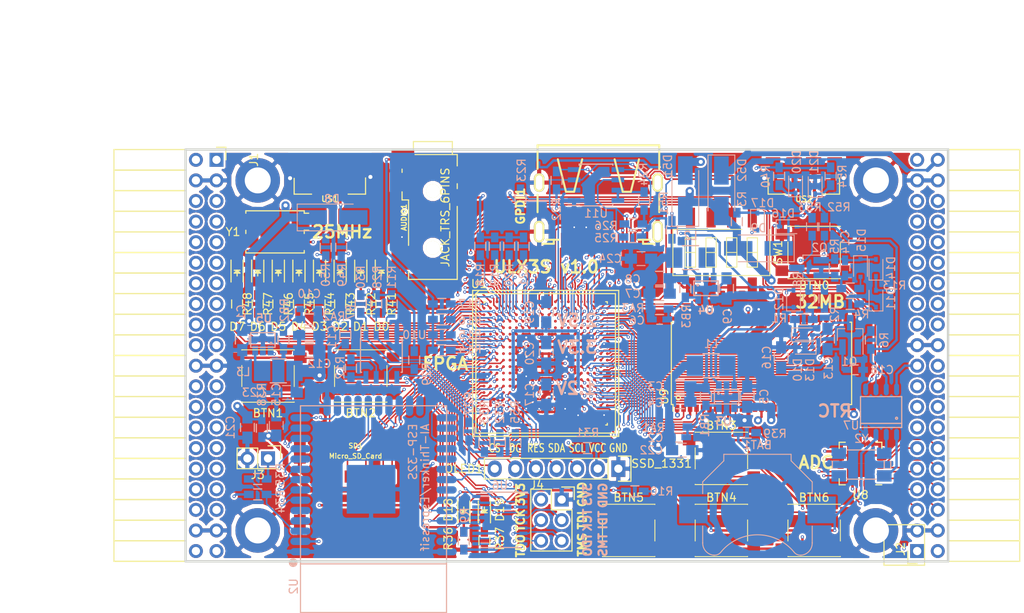
<source format=kicad_pcb>
(kicad_pcb (version 4) (host pcbnew 4.0.7+dfsg1-1)
  (layers (0 F.Cu signal) (1 In1.Cu signal) (2 In2.Cu signal) (31 B.Cu signal) (34 B.Paste user) (35 F.Paste user) (36 B.SilkS user) (37 F.SilkS user) (38 B.Mask user) (39 F.Mask user) (44 Edge.Cuts user))
  (net 0 "")
  (net 1 GND)
  (net 2 +5V)
  (net 3 /gpio/IN5V)
  (net 4 /gpio/OUT5V)
  (net 5 +3V3)
  (net 6 "Net-(L1-Pad1)")
  (net 7 "Net-(L2-Pad1)")
  (net 8 +1V2)
  (net 9 BTN_D)
  (net 10 BTN_F1)
  (net 11 BTN_F2)
  (net 12 BTN_L)
  (net 13 BTN_R)
  (net 14 BTN_U)
  (net 15 /power/FB1)
  (net 16 +2V5)
  (net 17 "Net-(L3-Pad1)")
  (net 18 /power/PWREN)
  (net 19 /power/FB3)
  (net 20 /power/FB2)
  (net 21 "Net-(D9-Pad1)")
  (net 22 /power/VBAT)
  (net 23 JTAG_TDI)
  (net 24 JTAG_TCK)
  (net 25 JTAG_TMS)
  (net 26 JTAG_TDO)
  (net 27 /power/WAKEUPn)
  (net 28 /power/WKUP)
  (net 29 /power/SHUT)
  (net 30 /power/WAKE)
  (net 31 /power/HOLD)
  (net 32 /power/WKn)
  (net 33 /power/OSCI_32k)
  (net 34 /power/OSCO_32k)
  (net 35 "Net-(Q2-Pad3)")
  (net 36 SHUTDOWN)
  (net 37 /analog/AUDIO_L)
  (net 38 /analog/AUDIO_R)
  (net 39 GPDI_5V_SCL)
  (net 40 GPDI_5V_SDA)
  (net 41 GPDI_SDA)
  (net 42 GPDI_SCL)
  (net 43 /gpdi/VREF2)
  (net 44 SD_CMD)
  (net 45 SD_CLK)
  (net 46 SD_D0)
  (net 47 SD_D1)
  (net 48 USB5V)
  (net 49 GPDI_CEC)
  (net 50 nRESET)
  (net 51 FTDI_nDTR)
  (net 52 SDRAM_CKE)
  (net 53 SDRAM_A7)
  (net 54 SDRAM_D15)
  (net 55 SDRAM_BA1)
  (net 56 SDRAM_D7)
  (net 57 SDRAM_A6)
  (net 58 SDRAM_CLK)
  (net 59 SDRAM_D13)
  (net 60 SDRAM_BA0)
  (net 61 SDRAM_D6)
  (net 62 SDRAM_A5)
  (net 63 SDRAM_D14)
  (net 64 SDRAM_A11)
  (net 65 SDRAM_D12)
  (net 66 SDRAM_D5)
  (net 67 SDRAM_A4)
  (net 68 SDRAM_A10)
  (net 69 SDRAM_D11)
  (net 70 SDRAM_A3)
  (net 71 SDRAM_D4)
  (net 72 SDRAM_D10)
  (net 73 SDRAM_D9)
  (net 74 SDRAM_A9)
  (net 75 SDRAM_D3)
  (net 76 SDRAM_D8)
  (net 77 SDRAM_A8)
  (net 78 SDRAM_A2)
  (net 79 SDRAM_A1)
  (net 80 SDRAM_A0)
  (net 81 SDRAM_D2)
  (net 82 SDRAM_D1)
  (net 83 SDRAM_D0)
  (net 84 SDRAM_DQM0)
  (net 85 SDRAM_nCS)
  (net 86 SDRAM_nRAS)
  (net 87 SDRAM_DQM1)
  (net 88 SDRAM_nCAS)
  (net 89 SDRAM_nWE)
  (net 90 /flash/FLASH_nWP)
  (net 91 /flash/FLASH_nHOLD)
  (net 92 /flash/FLASH_MOSI)
  (net 93 /flash/FLASH_MISO)
  (net 94 /flash/FLASH_SCK)
  (net 95 /flash/FLASH_nCS)
  (net 96 /flash/FPGA_PROGRAMN)
  (net 97 /flash/FPGA_DONE)
  (net 98 /flash/FPGA_INITN)
  (net 99 OLED_RES)
  (net 100 OLED_DC)
  (net 101 OLED_CS)
  (net 102 WIFI_EN)
  (net 103 FTDI_nRTS)
  (net 104 FTDI_TXD)
  (net 105 FTDI_RXD)
  (net 106 WIFI_RXD)
  (net 107 WIFI_GPIO0)
  (net 108 WIFI_TXD)
  (net 109 GPDI_ETH-)
  (net 110 GPDI_ETH+)
  (net 111 GPDI_D2+)
  (net 112 GPDI_D2-)
  (net 113 GPDI_D1+)
  (net 114 GPDI_D1-)
  (net 115 GPDI_D0+)
  (net 116 GPDI_D0-)
  (net 117 GPDI_CLK+)
  (net 118 GPDI_CLK-)
  (net 119 USB_FTDI_D+)
  (net 120 USB_FTDI_D-)
  (net 121 J1_17-)
  (net 122 J1_17+)
  (net 123 J1_23-)
  (net 124 J1_23+)
  (net 125 J1_25-)
  (net 126 J1_25+)
  (net 127 J1_27-)
  (net 128 J1_27+)
  (net 129 J1_29-)
  (net 130 J1_29+)
  (net 131 J1_31-)
  (net 132 J1_31+)
  (net 133 J1_33-)
  (net 134 J1_33+)
  (net 135 J1_35-)
  (net 136 J1_35+)
  (net 137 J2_5-)
  (net 138 J2_5+)
  (net 139 J2_7-)
  (net 140 J2_7+)
  (net 141 J2_9-)
  (net 142 J2_9+)
  (net 143 J2_13-)
  (net 144 J2_13+)
  (net 145 J2_17-)
  (net 146 J2_17+)
  (net 147 J2_11-)
  (net 148 J2_11+)
  (net 149 J2_23-)
  (net 150 J2_23+)
  (net 151 J1_5-)
  (net 152 J1_5+)
  (net 153 J1_7-)
  (net 154 J1_7+)
  (net 155 J1_9-)
  (net 156 J1_9+)
  (net 157 J1_11-)
  (net 158 J1_11+)
  (net 159 J1_13-)
  (net 160 J1_13+)
  (net 161 J1_15-)
  (net 162 J1_15+)
  (net 163 J2_15-)
  (net 164 J2_15+)
  (net 165 J2_25-)
  (net 166 J2_25+)
  (net 167 J2_27-)
  (net 168 J2_27+)
  (net 169 J2_29-)
  (net 170 J2_29+)
  (net 171 J2_31-)
  (net 172 J2_31+)
  (net 173 J2_33-)
  (net 174 J2_33+)
  (net 175 J2_35-)
  (net 176 J2_35+)
  (net 177 SD_D3)
  (net 178 AUDIO_L3)
  (net 179 AUDIO_L2)
  (net 180 AUDIO_L1)
  (net 181 AUDIO_L0)
  (net 182 AUDIO_R3)
  (net 183 AUDIO_R2)
  (net 184 AUDIO_R1)
  (net 185 AUDIO_R0)
  (net 186 OLED_CLK)
  (net 187 OLED_MOSI)
  (net 188 LED0)
  (net 189 LED1)
  (net 190 LED2)
  (net 191 LED3)
  (net 192 LED4)
  (net 193 LED5)
  (net 194 LED6)
  (net 195 LED7)
  (net 196 BTN_PWRn)
  (net 197 "Net-(J3-Pad1)")
  (net 198 FTDI_nTXLED)
  (net 199 FTDI_nSLEEP)
  (net 200 /blinkey/LED_PWREN)
  (net 201 /blinkey/LED_TXLED)
  (net 202 FT3V3)
  (net 203 /sdcard/SD3V3)
  (net 204 SD_D2)
  (net 205 CLK_25MHz)
  (net 206 /blinkey/BTNPUL)
  (net 207 /blinkey/BTNPUR)
  (net 208 USB_FPGA_D+)
  (net 209 /power/FTDI_nSUSPEND)
  (net 210 /blinkey/ALED0)
  (net 211 /blinkey/ALED1)
  (net 212 /blinkey/ALED2)
  (net 213 /blinkey/ALED3)
  (net 214 /blinkey/ALED4)
  (net 215 /blinkey/ALED5)
  (net 216 /blinkey/ALED6)
  (net 217 /blinkey/ALED7)
  (net 218 /usb/FTD-)
  (net 219 /usb/FTD+)
  (net 220 ADC_MISO)
  (net 221 ADC_MOSI)
  (net 222 ADC_CSn)
  (net 223 ADC_SCLK)
  (net 224 "Net-(R51-Pad2)")
  (net 225 SW3)
  (net 226 SW2)
  (net 227 SW1)
  (net 228 SW0)
  (net 229 USB_FPGA_D-)
  (net 230 /usb/FPD+)
  (net 231 /usb/FPD-)
  (net 232 WIFI_GPIO16)
  (net 233 WIFI_GPIO15)
  (net 234 /usb/ANT_433MHz)
  (net 235 /power/PWRBTn)
  (net 236 PROG_DONE)
  (module Diodes_SMD:D_SMA_Handsoldering (layer B.Cu) (at 155.695 66.5 90)
    (fp_text reference D51 (at 3.048 -2.159 90) (layer B.SilkS) (effects (justify mirror)))
    (fp_text value STPS2L30AF hide)
    (pad 1 smd rect (at -2.5 0 90) (size 3.5 1.8) (layers B.Cu B.Paste B.Mask) (net 2 +5V))
    (pad 2 smd rect (at 2.5 0 90) (size 3.5 1.8) (layers B.Cu B.Paste B.Mask) (net 3 /gpio/IN5V))
  )
  (module Resistors_SMD:R_0603_HandSoldering (layer B.Cu) (at 154.044 71.326 90)
    (fp_text reference R51 (at 3.302 -1.016 90) (layer B.SilkS) (effects (justify mirror)))
    (fp_text value 220)
    (pad 1 smd rect (at -1.1 0 90) (size 1.2 0.9) (layers B.Cu B.Paste B.Mask) (net 5 +3V3))
    (pad 2 smd rect (at 1.1 0 90) (size 1.2 0.9) (layers B.Cu B.Paste B.Mask) (net 224 "Net-(R51-Pad2)"))
  )
  (module Resistors_SMD:R_1210_HandSoldering (layer B.Cu) (at 158.87 88.09 180)
    (fp_text reference L1 (at 0 2.7 180) (layer B.SilkS) (effects (justify mirror)))
    (fp_text value 2.2uH)
    (pad 1 smd rect (at -2 0 180) (size 2 2.5) (layers B.Cu B.Paste B.Mask) (net 6 "Net-(L1-Pad1)"))
    (pad 2 smd rect (at 2 0 180) (size 2 2.5) (layers B.Cu B.Paste B.Mask) (net 8 +1V2))
  )
  (module TSOT-25:TSOT-25 (layer B.Cu) (at 160.775 91.9)
    (fp_text reference U3 (at -0.381 3.048) (layer B.SilkS) (effects (font (thickness 0.2)) (justify mirror)))
    (fp_text value AP3429A)
    (pad 1 smd rect (at -0.95 -1.3) (size 0.7 1.2) (layers B.Cu B.Paste B.Mask) (net 18 /power/PWREN))
    (pad 2 smd rect (at 0 -1.3) (size 0.7 1.2) (layers B.Cu B.Paste B.Mask) (net 1 GND))
    (pad 3 smd rect (at 0.95 -1.3) (size 0.7 1.2) (layers B.Cu B.Paste B.Mask) (net 6 "Net-(L1-Pad1)"))
    (pad 4 smd rect (at 0.95 1.3) (size 0.7 1.2) (layers B.Cu B.Paste B.Mask) (net 2 +5V))
    (pad 5 smd rect (at -0.95 1.3) (size 0.7 1.2) (layers B.Cu B.Paste B.Mask) (net 15 /power/FB1))
  )
  (module Resistors_SMD:R_1210_HandSoldering (layer B.Cu) (at 156.33 74.755 180)
    (fp_text reference L2 (at 0 2.7 180) (layer B.SilkS) (effects (justify mirror)))
    (fp_text value 2.2uH)
    (pad 1 smd rect (at -2 0 180) (size 2 2.5) (layers B.Cu B.Paste B.Mask) (net 7 "Net-(L2-Pad1)"))
    (pad 2 smd rect (at 2 0 180) (size 2 2.5) (layers B.Cu B.Paste B.Mask) (net 5 +3V3))
  )
  (module TSOT-25:TSOT-25 (layer B.Cu) (at 158.235 78.535)
    (fp_text reference U4 (at 0 2.697) (layer B.SilkS) (effects (font (thickness 0.2)) (justify mirror)))
    (fp_text value AP3429A)
    (pad 1 smd rect (at -0.95 -1.3) (size 0.7 1.2) (layers B.Cu B.Paste B.Mask) (net 18 /power/PWREN))
    (pad 2 smd rect (at 0 -1.3) (size 0.7 1.2) (layers B.Cu B.Paste B.Mask) (net 1 GND))
    (pad 3 smd rect (at 0.95 -1.3) (size 0.7 1.2) (layers B.Cu B.Paste B.Mask) (net 7 "Net-(L2-Pad1)"))
    (pad 4 smd rect (at 0.95 1.3) (size 0.7 1.2) (layers B.Cu B.Paste B.Mask) (net 2 +5V))
    (pad 5 smd rect (at -0.95 1.3) (size 0.7 1.2) (layers B.Cu B.Paste B.Mask) (net 19 /power/FB3))
  )
  (module LEDs:LED_0805 (layer F.Cu) (at 118.23 76.66 270)
    (fp_text reference D0 (at 6.604 0 360) (layer F.SilkS))
    (fp_text value LED hide)
    (pad 2 smd rect (at 1.04902 0 90) (size 1.19888 1.19888) (layers F.Cu F.Paste F.Mask) (net 210 /blinkey/ALED0))
    (pad 1 smd rect (at -1.04902 0 90) (size 1.19888 1.19888) (layers F.Cu F.Paste F.Mask) (net 1 GND))
  )
  (module LEDs:LED_0805 (layer F.Cu) (at 115.69 76.66 270)
    (fp_text reference D1 (at 6.604 0 360) (layer F.SilkS))
    (fp_text value LED hide)
    (pad 2 smd rect (at 1.04902 0 90) (size 1.19888 1.19888) (layers F.Cu F.Paste F.Mask) (net 211 /blinkey/ALED1))
    (pad 1 smd rect (at -1.04902 0 90) (size 1.19888 1.19888) (layers F.Cu F.Paste F.Mask) (net 1 GND))
  )
  (module LEDs:LED_0805 (layer F.Cu) (at 113.15 76.66 270)
    (fp_text reference D2 (at 6.604 0 360) (layer F.SilkS))
    (fp_text value LED hide)
    (pad 2 smd rect (at 1.04902 0 90) (size 1.19888 1.19888) (layers F.Cu F.Paste F.Mask) (net 212 /blinkey/ALED2))
    (pad 1 smd rect (at -1.04902 0 90) (size 1.19888 1.19888) (layers F.Cu F.Paste F.Mask) (net 1 GND))
  )
  (module LEDs:LED_0805 (layer F.Cu) (at 110.61 76.66 270)
    (fp_text reference D3 (at 6.604 0 360) (layer F.SilkS))
    (fp_text value LED hide)
    (pad 2 smd rect (at 1.04902 0 90) (size 1.19888 1.19888) (layers F.Cu F.Paste F.Mask) (net 213 /blinkey/ALED3))
    (pad 1 smd rect (at -1.04902 0 90) (size 1.19888 1.19888) (layers F.Cu F.Paste F.Mask) (net 1 GND))
  )
  (module LEDs:LED_0805 (layer F.Cu) (at 108.07 76.66 270)
    (fp_text reference D4 (at 6.604 0 360) (layer F.SilkS))
    (fp_text value LED hide)
    (pad 2 smd rect (at 1.04902 0 90) (size 1.19888 1.19888) (layers F.Cu F.Paste F.Mask) (net 214 /blinkey/ALED4))
    (pad 1 smd rect (at -1.04902 0 90) (size 1.19888 1.19888) (layers F.Cu F.Paste F.Mask) (net 1 GND))
  )
  (module LEDs:LED_0805 (layer F.Cu) (at 105.53 76.66 270)
    (fp_text reference D5 (at 6.604 0 360) (layer F.SilkS))
    (fp_text value LED hide)
    (pad 2 smd rect (at 1.04902 0 90) (size 1.19888 1.19888) (layers F.Cu F.Paste F.Mask) (net 215 /blinkey/ALED5))
    (pad 1 smd rect (at -1.04902 0 90) (size 1.19888 1.19888) (layers F.Cu F.Paste F.Mask) (net 1 GND))
  )
  (module LEDs:LED_0805 (layer F.Cu) (at 102.99 76.66 270)
    (fp_text reference D6 (at 6.604 0 360) (layer F.SilkS))
    (fp_text value LED hide)
    (pad 2 smd rect (at 1.04902 0 90) (size 1.19888 1.19888) (layers F.Cu F.Paste F.Mask) (net 216 /blinkey/ALED6))
    (pad 1 smd rect (at -1.04902 0 90) (size 1.19888 1.19888) (layers F.Cu F.Paste F.Mask) (net 1 GND))
  )
  (module LEDs:LED_0805 (layer F.Cu) (at 100.45 76.66 270)
    (fp_text reference D7 (at 6.604 0 360) (layer F.SilkS))
    (fp_text value LED hide)
    (pad 2 smd rect (at 1.04902 0 90) (size 1.19888 1.19888) (layers F.Cu F.Paste F.Mask) (net 217 /blinkey/ALED7))
    (pad 1 smd rect (at -1.04902 0 90) (size 1.19888 1.19888) (layers F.Cu F.Paste F.Mask) (net 1 GND))
  )
  (module Resistors_SMD:R_1210_HandSoldering (layer B.Cu) (at 105.53 88.725)
    (fp_text reference L3 (at -4.318 0.127) (layer B.SilkS) (effects (justify mirror)))
    (fp_text value 2.2uH)
    (pad 1 smd rect (at -2 0) (size 2 2.5) (layers B.Cu B.Paste B.Mask) (net 17 "Net-(L3-Pad1)"))
    (pad 2 smd rect (at 2 0) (size 2 2.5) (layers B.Cu B.Paste B.Mask) (net 16 +2V5))
  )
  (module TSOT-25:TSOT-25 (layer B.Cu) (at 103.625 84.915 180)
    (fp_text reference U5 (at -0.127 2.667 180) (layer B.SilkS) (effects (font (thickness 0.2)) (justify mirror)))
    (fp_text value AP3429A)
    (pad 1 smd rect (at -0.95 -1.3 180) (size 0.7 1.2) (layers B.Cu B.Paste B.Mask) (net 18 /power/PWREN))
    (pad 2 smd rect (at 0 -1.3 180) (size 0.7 1.2) (layers B.Cu B.Paste B.Mask) (net 1 GND))
    (pad 3 smd rect (at 0.95 -1.3 180) (size 0.7 1.2) (layers B.Cu B.Paste B.Mask) (net 17 "Net-(L3-Pad1)"))
    (pad 4 smd rect (at 0.95 1.3 180) (size 0.7 1.2) (layers B.Cu B.Paste B.Mask) (net 2 +5V))
    (pad 5 smd rect (at -0.95 1.3 180) (size 0.7 1.2) (layers B.Cu B.Paste B.Mask) (net 20 /power/FB2))
  )
  (module Capacitors_SMD:C_0805_HandSoldering (layer B.Cu) (at 101.085 84.915 270)
    (fp_text reference C1 (at -3.429 0.127 270) (layer B.SilkS) (effects (justify mirror)))
    (fp_text value 22uF)
    (pad 1 smd rect (at -1.25 0 270) (size 1.5 1.25) (layers B.Cu B.Paste B.Mask) (net 2 +5V))
    (pad 2 smd rect (at 1.25 0 270) (size 1.5 1.25) (layers B.Cu B.Paste B.Mask) (net 1 GND))
  )
  (module Capacitors_SMD:C_0805_HandSoldering (layer B.Cu) (at 155.06 90.63)
    (fp_text reference C3 (at -3.048 0) (layer B.SilkS) (effects (justify mirror)))
    (fp_text value 22uF)
    (pad 1 smd rect (at -1.25 0) (size 1.5 1.25) (layers B.Cu B.Paste B.Mask) (net 8 +1V2))
    (pad 2 smd rect (at 1.25 0) (size 1.5 1.25) (layers B.Cu B.Paste B.Mask) (net 1 GND))
  )
  (module Capacitors_SMD:C_0805_HandSoldering (layer B.Cu) (at 155.06 92.535)
    (fp_text reference C4 (at -3.048 0.127) (layer B.SilkS) (effects (justify mirror)))
    (fp_text value 22uF)
    (pad 1 smd rect (at -1.25 0) (size 1.5 1.25) (layers B.Cu B.Paste B.Mask) (net 8 +1V2))
    (pad 2 smd rect (at 1.25 0) (size 1.5 1.25) (layers B.Cu B.Paste B.Mask) (net 1 GND))
  )
  (module Capacitors_SMD:C_0805_HandSoldering (layer B.Cu) (at 163.315 91.9 90)
    (fp_text reference C5 (at 0 2.1 90) (layer B.SilkS) (effects (justify mirror)))
    (fp_text value 22uF)
    (pad 1 smd rect (at -1.25 0 90) (size 1.5 1.25) (layers B.Cu B.Paste B.Mask) (net 2 +5V))
    (pad 2 smd rect (at 1.25 0 90) (size 1.5 1.25) (layers B.Cu B.Paste B.Mask) (net 1 GND))
  )
  (module Capacitors_SMD:C_0805_HandSoldering (layer B.Cu) (at 152.52 79.2)
    (fp_text reference C7 (at -3.302 0) (layer B.SilkS) (effects (justify mirror)))
    (fp_text value 22uF)
    (pad 1 smd rect (at -1.25 0) (size 1.5 1.25) (layers B.Cu B.Paste B.Mask) (net 5 +3V3))
    (pad 2 smd rect (at 1.25 0) (size 1.5 1.25) (layers B.Cu B.Paste B.Mask) (net 1 GND))
  )
  (module Capacitors_SMD:C_0805_HandSoldering (layer B.Cu) (at 152.52 77.295)
    (fp_text reference C8 (at -3.302 0.127) (layer B.SilkS) (effects (justify mirror)))
    (fp_text value 22uF)
    (pad 1 smd rect (at -1.25 0) (size 1.5 1.25) (layers B.Cu B.Paste B.Mask) (net 5 +3V3))
    (pad 2 smd rect (at 1.25 0) (size 1.5 1.25) (layers B.Cu B.Paste B.Mask) (net 1 GND))
  )
  (module Capacitors_SMD:C_0805_HandSoldering (layer B.Cu) (at 160.775 78.565 90)
    (fp_text reference C9 (at -3.429 0.127 90) (layer B.SilkS) (effects (justify mirror)))
    (fp_text value 22uF)
    (pad 1 smd rect (at -1.25 0 90) (size 1.5 1.25) (layers B.Cu B.Paste B.Mask) (net 2 +5V))
    (pad 2 smd rect (at 1.25 0 90) (size 1.5 1.25) (layers B.Cu B.Paste B.Mask) (net 1 GND))
  )
  (module Capacitors_SMD:C_0805_HandSoldering (layer B.Cu) (at 109.34 84.28 180)
    (fp_text reference C11 (at -2.794 -0.254 270) (layer B.SilkS) (effects (justify mirror)))
    (fp_text value 22uF)
    (pad 1 smd rect (at -1.25 0 180) (size 1.5 1.25) (layers B.Cu B.Paste B.Mask) (net 16 +2V5))
    (pad 2 smd rect (at 1.25 0 180) (size 1.5 1.25) (layers B.Cu B.Paste B.Mask) (net 1 GND))
  )
  (module Capacitors_SMD:C_0805_HandSoldering (layer B.Cu) (at 109.34 86.185 180)
    (fp_text reference C12 (at -1.27 -1.651 360) (layer B.SilkS) (effects (justify mirror)))
    (fp_text value 22uF)
    (pad 1 smd rect (at -1.25 0 180) (size 1.5 1.25) (layers B.Cu B.Paste B.Mask) (net 16 +2V5))
    (pad 2 smd rect (at 1.25 0 180) (size 1.5 1.25) (layers B.Cu B.Paste B.Mask) (net 1 GND))
  )
  (module Power_Integrations:SO-8 (layer B.Cu) (at 179.825 93.805 180)
    (fp_text reference U7 (at 3.683 -1.651 180) (layer B.SilkS) (effects (justify mirror)))
    (fp_text value PCF8523)
    (pad 1 smd oval (at -1.905 -2.794 180) (size 0.6096 1.4732) (layers B.Cu B.Paste B.Mask) (net 33 /power/OSCI_32k))
    (pad 2 smd oval (at -0.635 -2.794 180) (size 0.6096 1.4732) (layers B.Cu B.Paste B.Mask) (net 34 /power/OSCO_32k))
    (pad 3 smd oval (at 0.635 -2.794 180) (size 0.6096 1.4732) (layers B.Cu B.Paste B.Mask) (net 22 /power/VBAT))
    (pad 4 smd oval (at 1.905 -2.794 180) (size 0.6096 1.4732) (layers B.Cu B.Paste B.Mask) (net 1 GND))
    (pad 5 smd oval (at 1.905 2.794 180) (size 0.6096 1.4732) (layers B.Cu B.Paste B.Mask) (net 41 GPDI_SDA))
    (pad 6 smd oval (at 0.635 2.794 180) (size 0.6096 1.4732) (layers B.Cu B.Paste B.Mask) (net 42 GPDI_SCL))
    (pad 7 smd oval (at -0.635 2.794 180) (size 0.6096 1.4732) (layers B.Cu B.Paste B.Mask) (net 27 /power/WAKEUPn))
    (pad 8 smd oval (at -1.905 2.794 180) (size 0.6096 1.4732) (layers B.Cu B.Paste B.Mask) (net 5 +3V3))
  )
  (module Capacitors_SMD:C_0805_HandSoldering (layer B.Cu) (at 173.221 84.788 90)
    (fp_text reference C13 (at -3.556 0.127 90) (layer B.SilkS) (effects (justify mirror)))
    (fp_text value 2.2uF)
    (pad 1 smd rect (at -1.25 0 90) (size 1.5 1.25) (layers B.Cu B.Paste B.Mask) (net 2 +5V))
    (pad 2 smd rect (at 1.25 0 90) (size 1.5 1.25) (layers B.Cu B.Paste B.Mask) (net 28 /power/WKUP))
  )
  (module TSOP54:TSOP54 (layer F.Cu) (at 165.08 87.8 90)
    (fp_text reference U9 (at -4.1 -12 90) (layer F.SilkS))
    (fp_text value MT48LC16M16A2TG)
    (pad 28 smd rect (at 5.53 10.4 90) (size 0.9 0.56) (layers F.Cu F.Paste F.Mask) (net 1 GND))
    (pad 1 smd rect (at -5.53 -10.4 90) (size 0.9 0.56) (layers F.Cu F.Paste F.Mask) (net 5 +3V3))
    (pad 2 smd rect (at -5.53 -9.6 90) (size 0.9 0.56) (layers F.Cu F.Paste F.Mask) (net 83 SDRAM_D0))
    (pad 3 smd rect (at -5.53 -8.8 90) (size 0.9 0.56) (layers F.Cu F.Paste F.Mask) (net 5 +3V3))
    (pad 4 smd rect (at -5.53 -8 90) (size 0.9 0.56) (layers F.Cu F.Paste F.Mask) (net 82 SDRAM_D1))
    (pad 5 smd rect (at -5.53 -7.2 90) (size 0.9 0.56) (layers F.Cu F.Paste F.Mask) (net 81 SDRAM_D2))
    (pad 6 smd rect (at -5.53 -6.4 90) (size 0.9 0.56) (layers F.Cu F.Paste F.Mask) (net 1 GND))
    (pad 7 smd rect (at -5.53 -5.6 90) (size 0.9 0.56) (layers F.Cu F.Paste F.Mask) (net 75 SDRAM_D3))
    (pad 8 smd rect (at -5.53 -4.8 90) (size 0.9 0.56) (layers F.Cu F.Paste F.Mask) (net 71 SDRAM_D4))
    (pad 9 smd rect (at -5.53 -4 90) (size 0.9 0.56) (layers F.Cu F.Paste F.Mask) (net 5 +3V3))
    (pad 10 smd rect (at -5.53 -3.2 90) (size 0.9 0.56) (layers F.Cu F.Paste F.Mask) (net 66 SDRAM_D5))
    (pad 11 smd rect (at -5.53 -2.4 90) (size 0.9 0.56) (layers F.Cu F.Paste F.Mask) (net 61 SDRAM_D6))
    (pad 12 smd rect (at -5.53 -1.6 90) (size 0.9 0.56) (layers F.Cu F.Paste F.Mask) (net 1 GND))
    (pad 13 smd rect (at -5.53 -0.8 90) (size 0.9 0.56) (layers F.Cu F.Paste F.Mask) (net 56 SDRAM_D7))
    (pad 14 smd rect (at -5.53 0 90) (size 0.9 0.56) (layers F.Cu F.Paste F.Mask) (net 5 +3V3))
    (pad 15 smd rect (at -5.53 0.8 90) (size 0.9 0.56) (layers F.Cu F.Paste F.Mask) (net 84 SDRAM_DQM0))
    (pad 16 smd rect (at -5.53 1.6 90) (size 0.9 0.56) (layers F.Cu F.Paste F.Mask) (net 89 SDRAM_nWE))
    (pad 17 smd rect (at -5.53 2.4 90) (size 0.9 0.56) (layers F.Cu F.Paste F.Mask) (net 88 SDRAM_nCAS))
    (pad 18 smd rect (at -5.53 3.2 90) (size 0.9 0.56) (layers F.Cu F.Paste F.Mask) (net 86 SDRAM_nRAS))
    (pad 19 smd rect (at -5.53 4 90) (size 0.9 0.56) (layers F.Cu F.Paste F.Mask) (net 85 SDRAM_nCS))
    (pad 20 smd rect (at -5.53 4.8 90) (size 0.9 0.56) (layers F.Cu F.Paste F.Mask) (net 60 SDRAM_BA0))
    (pad 21 smd rect (at -5.53 5.6 90) (size 0.9 0.56) (layers F.Cu F.Paste F.Mask) (net 55 SDRAM_BA1))
    (pad 22 smd rect (at -5.53 6.4 90) (size 0.9 0.56) (layers F.Cu F.Paste F.Mask) (net 68 SDRAM_A10))
    (pad 23 smd rect (at -5.53 7.2 90) (size 0.9 0.56) (layers F.Cu F.Paste F.Mask) (net 80 SDRAM_A0))
    (pad 24 smd rect (at -5.53 8 90) (size 0.9 0.56) (layers F.Cu F.Paste F.Mask) (net 79 SDRAM_A1))
    (pad 25 smd rect (at -5.53 8.8 90) (size 0.9 0.56) (layers F.Cu F.Paste F.Mask) (net 78 SDRAM_A2))
    (pad 26 smd rect (at -5.53 9.6 90) (size 0.9 0.56) (layers F.Cu F.Paste F.Mask) (net 70 SDRAM_A3))
    (pad 27 smd rect (at -5.53 10.4 90) (size 0.9 0.56) (layers F.Cu F.Paste F.Mask) (net 5 +3V3))
    (pad 29 smd rect (at 5.53 9.6 90) (size 0.9 0.56) (layers F.Cu F.Paste F.Mask) (net 67 SDRAM_A4))
    (pad 30 smd rect (at 5.53 8.8 90) (size 0.9 0.56) (layers F.Cu F.Paste F.Mask) (net 62 SDRAM_A5))
    (pad 31 smd rect (at 5.53 8 90) (size 0.9 0.56) (layers F.Cu F.Paste F.Mask) (net 57 SDRAM_A6))
    (pad 32 smd rect (at 5.53 7.2 90) (size 0.9 0.56) (layers F.Cu F.Paste F.Mask) (net 53 SDRAM_A7))
    (pad 33 smd rect (at 5.53 6.4 90) (size 0.9 0.56) (layers F.Cu F.Paste F.Mask) (net 77 SDRAM_A8))
    (pad 34 smd rect (at 5.53 5.6 90) (size 0.9 0.56) (layers F.Cu F.Paste F.Mask) (net 74 SDRAM_A9))
    (pad 35 smd rect (at 5.53 4.8 90) (size 0.9 0.56) (layers F.Cu F.Paste F.Mask) (net 64 SDRAM_A11))
    (pad 36 smd rect (at 5.53 4 90) (size 0.9 0.56) (layers F.Cu F.Paste F.Mask))
    (pad 37 smd rect (at 5.53 3.2 90) (size 0.9 0.56) (layers F.Cu F.Paste F.Mask) (net 52 SDRAM_CKE))
    (pad 38 smd rect (at 5.53 2.4 90) (size 0.9 0.56) (layers F.Cu F.Paste F.Mask) (net 58 SDRAM_CLK))
    (pad 39 smd rect (at 5.53 1.6 90) (size 0.9 0.56) (layers F.Cu F.Paste F.Mask) (net 87 SDRAM_DQM1))
    (pad 40 smd rect (at 5.53 0.8 90) (size 0.9 0.56) (layers F.Cu F.Paste F.Mask))
    (pad 41 smd rect (at 5.53 0 90) (size 0.9 0.56) (layers F.Cu F.Paste F.Mask) (net 1 GND))
    (pad 42 smd rect (at 5.53 -0.8 90) (size 0.9 0.56) (layers F.Cu F.Paste F.Mask) (net 76 SDRAM_D8))
    (pad 43 smd rect (at 5.53 -1.6 90) (size 0.9 0.56) (layers F.Cu F.Paste F.Mask) (net 5 +3V3))
    (pad 44 smd rect (at 5.53 -2.4 90) (size 0.9 0.56) (layers F.Cu F.Paste F.Mask) (net 73 SDRAM_D9))
    (pad 45 smd rect (at 5.53 -3.2 90) (size 0.9 0.56) (layers F.Cu F.Paste F.Mask) (net 72 SDRAM_D10))
    (pad 46 smd rect (at 5.53 -4 90) (size 0.9 0.56) (layers F.Cu F.Paste F.Mask) (net 1 GND))
    (pad 47 smd rect (at 5.53 -4.8 90) (size 0.9 0.56) (layers F.Cu F.Paste F.Mask) (net 69 SDRAM_D11))
    (pad 48 smd rect (at 5.53 -5.6 90) (size 0.9 0.56) (layers F.Cu F.Paste F.Mask) (net 65 SDRAM_D12))
    (pad 49 smd rect (at 5.53 -6.4 90) (size 0.9 0.56) (layers F.Cu F.Paste F.Mask) (net 5 +3V3))
    (pad 50 smd rect (at 5.53 -7.2 90) (size 0.9 0.56) (layers F.Cu F.Paste F.Mask) (net 59 SDRAM_D13))
    (pad 51 smd rect (at 5.53 -8 90) (size 0.9 0.56) (layers F.Cu F.Paste F.Mask) (net 63 SDRAM_D14))
    (pad 52 smd rect (at 5.53 -8.8 90) (size 0.9 0.56) (layers F.Cu F.Paste F.Mask) (net 1 GND))
    (pad 53 smd rect (at 5.53 -9.6 90) (size 0.9 0.56) (layers F.Cu F.Paste F.Mask) (net 54 SDRAM_D15))
    (pad 54 smd rect (at 5.53 -10.4 90) (size 0.9 0.56) (layers F.Cu F.Paste F.Mask) (net 1 GND))
  )
  (module TO_SOT_Packages_SMD:SOT-23_Handsoldering (layer B.Cu) (at 176.015 84.28 90)
    (fp_text reference Q1 (at -3.302 -0.127 180) (layer B.SilkS) (effects (justify mirror)))
    (fp_text value BC857)
    (pad 1 smd rect (at -1.5 0.95 90) (size 1.9 0.8) (layers B.Cu B.Paste B.Mask) (net 32 /power/WKn))
    (pad 2 smd rect (at -1.5 -0.95 90) (size 1.9 0.8) (layers B.Cu B.Paste B.Mask) (net 2 +5V))
    (pad 3 smd rect (at 1.5 0 90) (size 1.9 0.8) (layers B.Cu B.Paste B.Mask) (net 28 /power/WKUP))
  )
  (module TO_SOT_Packages_SMD:SOT-23_Handsoldering (layer B.Cu) (at 170.935 76.025 180)
    (fp_text reference Q2 (at -1.295 2.5 180) (layer B.SilkS) (effects (justify mirror)))
    (fp_text value 2N7002)
    (pad 1 smd rect (at -1.5 0.95 180) (size 1.9 0.8) (layers B.Cu B.Paste B.Mask) (net 29 /power/SHUT))
    (pad 2 smd rect (at -1.5 -0.95 180) (size 1.9 0.8) (layers B.Cu B.Paste B.Mask) (net 1 GND))
    (pad 3 smd rect (at 1.5 0 180) (size 1.9 0.8) (layers B.Cu B.Paste B.Mask) (net 35 "Net-(Q2-Pad3)"))
  )
  (module Capacitors_SMD:C_0603_HandSoldering (layer B.Cu) (at 154.86 96.91)
    (fp_text reference C2 (at -2.848 0.07) (layer B.SilkS) (effects (justify mirror)))
    (fp_text value 470pF)
    (pad 1 smd rect (at -0.95 0) (size 1.2 0.75) (layers B.Cu B.Paste B.Mask) (net 8 +1V2))
    (pad 2 smd rect (at 0.95 0) (size 1.2 0.75) (layers B.Cu B.Paste B.Mask) (net 15 /power/FB1))
  )
  (module Capacitors_SMD:C_0603_HandSoldering (layer B.Cu) (at 152.52 82.375)
    (fp_text reference C6 (at -2.794 0.127) (layer B.SilkS) (effects (justify mirror)))
    (fp_text value 470pF)
    (pad 1 smd rect (at -0.95 0) (size 1.2 0.75) (layers B.Cu B.Paste B.Mask) (net 5 +3V3))
    (pad 2 smd rect (at 0.95 0) (size 1.2 0.75) (layers B.Cu B.Paste B.Mask) (net 19 /power/FB3))
  )
  (module Capacitors_SMD:C_0603_HandSoldering (layer B.Cu) (at 109.34 81.105 180)
    (fp_text reference C10 (at 0 1.9 180) (layer B.SilkS) (effects (justify mirror)))
    (fp_text value 470pF)
    (pad 1 smd rect (at -0.95 0 180) (size 1.2 0.75) (layers B.Cu B.Paste B.Mask) (net 16 +2V5))
    (pad 2 smd rect (at 0.95 0 180) (size 1.2 0.75) (layers B.Cu B.Paste B.Mask) (net 20 /power/FB2))
  )
  (module Capacitors_SMD:C_0603_HandSoldering (layer B.Cu) (at 175.38 76.025 270)
    (fp_text reference C14 (at -3.175 0 270) (layer B.SilkS) (effects (justify mirror)))
    (fp_text value 100nF)
    (pad 1 smd rect (at -0.95 0 270) (size 1.2 0.75) (layers B.Cu B.Paste B.Mask) (net 29 /power/SHUT))
    (pad 2 smd rect (at 0.95 0 270) (size 1.2 0.75) (layers B.Cu B.Paste B.Mask) (net 1 GND))
  )
  (module Resistors_SMD:R_0603_HandSoldering (layer B.Cu) (at 170.3 82.375)
    (fp_text reference R1 (at -3.048 -0.127) (layer B.SilkS) (effects (justify mirror)))
    (fp_text value 15k)
    (pad 1 smd rect (at -1.1 0) (size 1.2 0.9) (layers B.Cu B.Paste B.Mask) (net 30 /power/WAKE))
    (pad 2 smd rect (at 1.1 0) (size 1.2 0.9) (layers B.Cu B.Paste B.Mask) (net 18 /power/PWREN))
  )
  (module Resistors_SMD:R_0603_HandSoldering (layer B.Cu) (at 172.84 79.835 90)
    (fp_text reference R2 (at -1.905 1.27 90) (layer B.SilkS) (effects (justify mirror)))
    (fp_text value 47k)
    (pad 1 smd rect (at -1.1 0 90) (size 1.2 0.9) (layers B.Cu B.Paste B.Mask) (net 18 /power/PWREN))
    (pad 2 smd rect (at 1.1 0 90) (size 1.2 0.9) (layers B.Cu B.Paste B.Mask) (net 1 GND))
  )
  (module Resistors_SMD:R_0603_HandSoldering (layer B.Cu) (at 176.015 80.47 180)
    (fp_text reference R4 (at -1.397 -1.27 360) (layer B.SilkS) (effects (justify mirror)))
    (fp_text value 15k)
    (pad 1 smd rect (at -1.1 0 180) (size 1.2 0.9) (layers B.Cu B.Paste B.Mask) (net 31 /power/HOLD))
    (pad 2 smd rect (at 1.1 0 180) (size 1.2 0.9) (layers B.Cu B.Paste B.Mask) (net 18 /power/PWREN))
  )
  (module Resistors_SMD:R_0603_HandSoldering (layer B.Cu) (at 174.11 76.025 270)
    (fp_text reference R5 (at -2.667 0 270) (layer B.SilkS) (effects (justify mirror)))
    (fp_text value 4.7M)
    (pad 1 smd rect (at -1.1 0 270) (size 1.2 0.9) (layers B.Cu B.Paste B.Mask) (net 29 /power/SHUT))
    (pad 2 smd rect (at 1.1 0 270) (size 1.2 0.9) (layers B.Cu B.Paste B.Mask) (net 1 GND))
  )
  (module Resistors_SMD:R_0603_HandSoldering (layer B.Cu) (at 178.555 84.915 270)
    (fp_text reference R6 (at 0 -1.651 270) (layer B.SilkS) (effects (justify mirror)))
    (fp_text value 1k)
    (pad 1 smd rect (at -1.1 0 270) (size 1.2 0.9) (layers B.Cu B.Paste B.Mask) (net 32 /power/WKn))
    (pad 2 smd rect (at 1.1 0 270) (size 1.2 0.9) (layers B.Cu B.Paste B.Mask) (net 27 /power/WAKEUPn))
  )
  (module Resistors_SMD:R_0603_HandSoldering (layer B.Cu) (at 113.785 84.28 270)
    (fp_text reference R7 (at -2.794 -0.635 270) (layer B.SilkS) (effects (justify mirror)))
    (fp_text value 220)
    (pad 1 smd rect (at -1.1 0 270) (size 1.2 0.9) (layers B.Cu B.Paste B.Mask) (net 5 +3V3))
    (pad 2 smd rect (at 1.1 0 270) (size 1.2 0.9) (layers B.Cu B.Paste B.Mask) (net 206 /blinkey/BTNPUL))
  )
  (module Resistors_SMD:R_0603_HandSoldering (layer B.Cu) (at 170.935 79.835 90)
    (fp_text reference R8 (at 2.413 -1.397 90) (layer B.SilkS) (effects (justify mirror)))
    (fp_text value 1k)
    (pad 1 smd rect (at -1.1 0 90) (size 1.2 0.9) (layers B.Cu B.Paste B.Mask) (net 18 /power/PWREN))
    (pad 2 smd rect (at 1.1 0 90) (size 1.2 0.9) (layers B.Cu B.Paste B.Mask) (net 35 "Net-(Q2-Pad3)"))
  )
  (module Resistors_SMD:R_0603_HandSoldering (layer B.Cu) (at 128.39 109.68 270)
    (fp_text reference R9 (at -3.13 -0.126 270) (layer B.SilkS) (effects (justify mirror)))
    (fp_text value 15k)
    (pad 1 smd rect (at -1.1 0 270) (size 1.2 0.9) (layers B.Cu B.Paste B.Mask) (net 50 nRESET))
    (pad 2 smd rect (at 1.1 0 270) (size 1.2 0.9) (layers B.Cu B.Paste B.Mask) (net 202 FT3V3))
  )
  (module Resistors_SMD:R_0603_HandSoldering (layer B.Cu) (at 149.472 103.584 180)
    (fp_text reference R10 (at -3.302 0 180) (layer B.SilkS) (effects (justify mirror)))
    (fp_text value 220)
    (pad 1 smd rect (at -1.1 0 180) (size 1.2 0.9) (layers B.Cu B.Paste B.Mask) (net 209 /power/FTDI_nSUSPEND))
    (pad 2 smd rect (at 1.1 0 180) (size 1.2 0.9) (layers B.Cu B.Paste B.Mask) (net 199 FTDI_nSLEEP))
  )
  (module Resistors_SMD:R_0603_HandSoldering (layer B.Cu) (at 176.015 78.565 180)
    (fp_text reference R13 (at -5.461 0.381 180) (layer B.SilkS) (effects (justify mirror)))
    (fp_text value 15k)
    (pad 1 smd rect (at -1.1 0 180) (size 1.2 0.9) (layers B.Cu B.Paste B.Mask) (net 36 SHUTDOWN))
    (pad 2 smd rect (at 1.1 0 180) (size 1.2 0.9) (layers B.Cu B.Paste B.Mask) (net 1 GND))
  )
  (module Resistors_SMD:R_0603_HandSoldering (layer B.Cu) (at 154.86 95.64)
    (fp_text reference RA1 (at -3.102 0.07) (layer B.SilkS) (effects (justify mirror)))
    (fp_text value 15k)
    (pad 1 smd rect (at -1.1 0) (size 1.2 0.9) (layers B.Cu B.Paste B.Mask) (net 8 +1V2))
    (pad 2 smd rect (at 1.1 0) (size 1.2 0.9) (layers B.Cu B.Paste B.Mask) (net 15 /power/FB1))
  )
  (module Resistors_SMD:R_0603_HandSoldering (layer B.Cu) (at 109.34 82.375 180)
    (fp_text reference RA2 (at -3.048 0.381 360) (layer B.SilkS) (effects (justify mirror)))
    (fp_text value 15k)
    (pad 1 smd rect (at -1.1 0 180) (size 1.2 0.9) (layers B.Cu B.Paste B.Mask) (net 16 +2V5))
    (pad 2 smd rect (at 1.1 0 180) (size 1.2 0.9) (layers B.Cu B.Paste B.Mask) (net 20 /power/FB2))
  )
  (module Resistors_SMD:R_0603_HandSoldering (layer B.Cu) (at 152.52 81.105)
    (fp_text reference RA3 (at -3.302 -0.127) (layer B.SilkS) (effects (justify mirror)))
    (fp_text value 15k)
    (pad 1 smd rect (at -1.1 0) (size 1.2 0.9) (layers B.Cu B.Paste B.Mask) (net 5 +3V3))
    (pad 2 smd rect (at 1.1 0) (size 1.2 0.9) (layers B.Cu B.Paste B.Mask) (net 19 /power/FB3))
  )
  (module Resistors_SMD:R_0603_HandSoldering (layer B.Cu) (at 158.235 91.9 270)
    (fp_text reference RB1 (at 3.556 0.127 270) (layer B.SilkS) (effects (justify mirror)))
    (fp_text value 15k)
    (pad 1 smd rect (at -1.1 0 270) (size 1.2 0.9) (layers B.Cu B.Paste B.Mask) (net 1 GND))
    (pad 2 smd rect (at 1.1 0 270) (size 1.2 0.9) (layers B.Cu B.Paste B.Mask) (net 15 /power/FB1))
  )
  (module Resistors_SMD:R_0603_HandSoldering (layer B.Cu) (at 106.165 84.915 90)
    (fp_text reference RB2 (at 3.683 0.127 90) (layer B.SilkS) (effects (justify mirror)))
    (fp_text value 4.7k)
    (pad 1 smd rect (at -1.1 0 90) (size 1.2 0.9) (layers B.Cu B.Paste B.Mask) (net 1 GND))
    (pad 2 smd rect (at 1.1 0 90) (size 1.2 0.9) (layers B.Cu B.Paste B.Mask) (net 20 /power/FB2))
  )
  (module Resistors_SMD:R_0603_HandSoldering (layer B.Cu) (at 155.695 78.565 270)
    (fp_text reference RB3 (at 3.429 -0.127 270) (layer B.SilkS) (effects (justify mirror)))
    (fp_text value 3.3k)
    (pad 1 smd rect (at -1.1 0 270) (size 1.2 0.9) (layers B.Cu B.Paste B.Mask) (net 1 GND))
    (pad 2 smd rect (at 1.1 0 270) (size 1.2 0.9) (layers B.Cu B.Paste B.Mask) (net 19 /power/FB3))
  )
  (module Resistors_SMD:R_0603_HandSoldering (layer B.Cu) (at 125.682 86.185 180)
    (fp_text reference R14 (at -3.47 0.127 180) (layer B.SilkS) (effects (justify mirror)))
    (fp_text value 800)
    (pad 1 smd rect (at -1.1 0 180) (size 1.2 0.9) (layers B.Cu B.Paste B.Mask) (net 178 AUDIO_L3))
    (pad 2 smd rect (at 1.1 0 180) (size 1.2 0.9) (layers B.Cu B.Paste B.Mask) (net 37 /analog/AUDIO_L))
  )
  (module Resistors_SMD:R_0603_HandSoldering (layer B.Cu) (at 125.682 84.279 180)
    (fp_text reference R15 (at -3.47 -0.001 180) (layer B.SilkS) (effects (justify mirror)))
    (fp_text value 400)
    (pad 1 smd rect (at -1.1 0 180) (size 1.2 0.9) (layers B.Cu B.Paste B.Mask) (net 179 AUDIO_L2))
    (pad 2 smd rect (at 1.1 0 180) (size 1.2 0.9) (layers B.Cu B.Paste B.Mask) (net 37 /analog/AUDIO_L))
  )
  (module Resistors_SMD:R_0603_HandSoldering (layer B.Cu) (at 125.682 82.375 180)
    (fp_text reference R16 (at -3.47 -0.127 180) (layer B.SilkS) (effects (justify mirror)))
    (fp_text value 200)
    (pad 1 smd rect (at -1.1 0 180) (size 1.2 0.9) (layers B.Cu B.Paste B.Mask) (net 180 AUDIO_L1))
    (pad 2 smd rect (at 1.1 0 180) (size 1.2 0.9) (layers B.Cu B.Paste B.Mask) (net 37 /analog/AUDIO_L))
  )
  (module Resistors_SMD:R_0603_HandSoldering (layer B.Cu) (at 125.682 80.47 180)
    (fp_text reference R17 (at -3.47 0 180) (layer B.SilkS) (effects (justify mirror)))
    (fp_text value 100)
    (pad 1 smd rect (at -1.1 0 180) (size 1.2 0.9) (layers B.Cu B.Paste B.Mask) (net 181 AUDIO_L0))
    (pad 2 smd rect (at 1.1 0 180) (size 1.2 0.9) (layers B.Cu B.Paste B.Mask) (net 37 /analog/AUDIO_L))
  )
  (module Resistors_SMD:R_0603_HandSoldering (layer B.Cu) (at 130.422 73.358 90)
    (fp_text reference R18 (at -3.556 0 90) (layer B.SilkS) (effects (justify mirror)))
    (fp_text value 800)
    (pad 1 smd rect (at -1.1 0 90) (size 1.2 0.9) (layers B.Cu B.Paste B.Mask) (net 182 AUDIO_R3))
    (pad 2 smd rect (at 1.1 0 90) (size 1.2 0.9) (layers B.Cu B.Paste B.Mask) (net 38 /analog/AUDIO_R))
  )
  (module Resistors_SMD:R_0603_HandSoldering (layer B.Cu) (at 132.2 73.358 90)
    (fp_text reference R19 (at -3.556 0 90) (layer B.SilkS) (effects (justify mirror)))
    (fp_text value 400)
    (pad 1 smd rect (at -1.1 0 90) (size 1.2 0.9) (layers B.Cu B.Paste B.Mask) (net 183 AUDIO_R2))
    (pad 2 smd rect (at 1.1 0 90) (size 1.2 0.9) (layers B.Cu B.Paste B.Mask) (net 38 /analog/AUDIO_R))
  )
  (module Resistors_SMD:R_0603_HandSoldering (layer B.Cu) (at 133.978 73.358 90)
    (fp_text reference R20 (at -3.556 0 90) (layer B.SilkS) (effects (justify mirror)))
    (fp_text value 200)
    (pad 1 smd rect (at -1.1 0 90) (size 1.2 0.9) (layers B.Cu B.Paste B.Mask) (net 184 AUDIO_R1))
    (pad 2 smd rect (at 1.1 0 90) (size 1.2 0.9) (layers B.Cu B.Paste B.Mask) (net 38 /analog/AUDIO_R))
  )
  (module Resistors_SMD:R_0603_HandSoldering (layer B.Cu) (at 135.756 73.358 90)
    (fp_text reference R21 (at -3.556 0 90) (layer B.SilkS) (effects (justify mirror)))
    (fp_text value 100)
    (pad 1 smd rect (at -1.1 0 90) (size 1.2 0.9) (layers B.Cu B.Paste B.Mask) (net 185 AUDIO_R0))
    (pad 2 smd rect (at 1.1 0 90) (size 1.2 0.9) (layers B.Cu B.Paste B.Mask) (net 38 /analog/AUDIO_R))
  )
  (module Housings_SOIC:SOIC-8_3.9x4.9mm_Pitch1.27mm (layer B.Cu) (at 118.23 86.82 270)
    (fp_text reference U10 (at -2.54 -4.064 360) (layer B.SilkS) (effects (justify mirror)))
    (fp_text value S25FL164K0XMFI011)
    (pad 1 smd rect (at -2.7 1.905 270) (size 1.55 0.6) (layers B.Cu B.Paste B.Mask) (net 95 /flash/FLASH_nCS))
    (pad 2 smd rect (at -2.7 0.635 270) (size 1.55 0.6) (layers B.Cu B.Paste B.Mask) (net 93 /flash/FLASH_MISO))
    (pad 3 smd rect (at -2.7 -0.635 270) (size 1.55 0.6) (layers B.Cu B.Paste B.Mask) (net 90 /flash/FLASH_nWP))
    (pad 4 smd rect (at -2.7 -1.905 270) (size 1.55 0.6) (layers B.Cu B.Paste B.Mask) (net 1 GND))
    (pad 5 smd rect (at 2.7 -1.905 270) (size 1.55 0.6) (layers B.Cu B.Paste B.Mask) (net 92 /flash/FLASH_MOSI))
    (pad 6 smd rect (at 2.7 -0.635 270) (size 1.55 0.6) (layers B.Cu B.Paste B.Mask) (net 94 /flash/FLASH_SCK))
    (pad 7 smd rect (at 2.7 0.635 270) (size 1.55 0.6) (layers B.Cu B.Paste B.Mask) (net 91 /flash/FLASH_nHOLD))
    (pad 8 smd rect (at 2.7 1.905 270) (size 1.55 0.6) (layers B.Cu B.Paste B.Mask) (net 5 +3V3))
  )
  (module Capacitors_SMD:C_0603_HandSoldering (layer B.Cu) (at 176.65 88.598)
    (fp_text reference C18 (at 3.302 0) (layer B.SilkS) (effects (justify mirror)))
    (fp_text value 100nF)
    (pad 1 smd rect (at -0.95 0) (size 1.2 0.75) (layers B.Cu B.Paste B.Mask) (net 2 +5V))
    (pad 2 smd rect (at 0.95 0) (size 1.2 0.75) (layers B.Cu B.Paste B.Mask) (net 1 GND))
  )
  (module Housings_SOIC:SOIC-8_3.9x4.9mm_Pitch1.27mm (layer B.Cu) (at 144.68 65.8)
    (fp_text reference U11 (at 0 3.5) (layer B.SilkS) (effects (justify mirror)))
    (fp_text value PCA9306DCTR)
    (pad 1 smd rect (at -2.7 1.905) (size 1.55 0.6) (layers B.Cu B.Paste B.Mask) (net 1 GND))
    (pad 2 smd rect (at -2.7 0.635) (size 1.55 0.6) (layers B.Cu B.Paste B.Mask) (net 5 +3V3))
    (pad 3 smd rect (at -2.7 -0.635) (size 1.55 0.6) (layers B.Cu B.Paste B.Mask) (net 42 GPDI_SCL))
    (pad 4 smd rect (at -2.7 -1.905) (size 1.55 0.6) (layers B.Cu B.Paste B.Mask) (net 41 GPDI_SDA))
    (pad 5 smd rect (at 2.7 -1.905) (size 1.55 0.6) (layers B.Cu B.Paste B.Mask) (net 40 GPDI_5V_SDA))
    (pad 6 smd rect (at 2.7 -0.635) (size 1.55 0.6) (layers B.Cu B.Paste B.Mask) (net 39 GPDI_5V_SCL))
    (pad 7 smd rect (at 2.7 0.635) (size 1.55 0.6) (layers B.Cu B.Paste B.Mask) (net 43 /gpdi/VREF2))
    (pad 8 smd rect (at 2.7 1.905) (size 1.55 0.6) (layers B.Cu B.Paste B.Mask) (net 43 /gpdi/VREF2))
  )
  (module ESP32-footprints-Lib:ESP-32S (layer B.Cu) (at 117.313 101.513)
    (fp_text reference U2 (at -9.9 13.8 90) (layer B.SilkS) (effects (justify mirror)))
    (fp_text value ESP-32S)
    (fp_text user AI-Thinker/Espressif (at 6.3 1.6 270) (layer B.SilkS) (effects (justify mirror)))
    (fp_text user ESP-32S (at 4.8 -2.8 270) (layer B.SilkS) (effects (justify mirror)))
    (pad 38 smd oval (at 8.947434 9.517338 180) (size 2.5 0.9) (layers B.Cu B.Paste B.Mask) (net 1 GND))
    (pad 37 smd oval (at 8.947434 8.247338 180) (size 2.5 0.9) (layers B.Cu B.Paste B.Mask))
    (pad 36 smd oval (at 8.947434 6.977338 180) (size 2.5 0.9) (layers B.Cu B.Paste B.Mask) (net 236 PROG_DONE))
    (pad 35 smd oval (at 8.947434 5.707338 180) (size 2.5 0.9) (layers B.Cu B.Paste B.Mask) (net 108 WIFI_TXD))
    (pad 34 smd oval (at 8.947434 4.437338 180) (size 2.5 0.9) (layers B.Cu B.Paste B.Mask) (net 106 WIFI_RXD))
    (pad 33 smd oval (at 8.947434 3.167338 180) (size 2.5 0.9) (layers B.Cu B.Paste B.Mask) (net 25 JTAG_TMS))
    (pad 32 smd oval (at 8.947434 1.897338 180) (size 2.5 0.9) (layers B.Cu B.Paste B.Mask))
    (pad 31 smd oval (at 8.947434 0.627338 180) (size 2.5 0.9) (layers B.Cu B.Paste B.Mask) (net 23 JTAG_TDI))
    (pad 30 smd oval (at 8.947434 -0.642662 180) (size 2.5 0.9) (layers B.Cu B.Paste B.Mask) (net 24 JTAG_TCK))
    (pad 29 smd oval (at 8.947434 -1.912662 180) (size 2.5 0.9) (layers B.Cu B.Paste B.Mask))
    (pad 28 smd oval (at 8.947434 -3.182662 180) (size 2.5 0.9) (layers B.Cu B.Paste B.Mask) (net 26 JTAG_TDO))
    (pad 27 smd oval (at 8.947434 -4.452662 180) (size 2.5 0.9) (layers B.Cu B.Paste B.Mask) (net 232 WIFI_GPIO16))
    (pad 26 smd oval (at 8.947434 -5.722662 180) (size 2.5 0.9) (layers B.Cu B.Paste B.Mask))
    (pad 25 smd oval (at 8.947434 -6.992662 180) (size 2.5 0.9) (layers B.Cu B.Paste B.Mask) (net 107 WIFI_GPIO0))
    (pad 24 smd oval (at 5.662434 -8.482662 180) (size 0.9 2.5) (layers B.Cu B.Paste B.Mask))
    (pad 23 smd oval (at 4.392434 -8.482662 180) (size 0.9 2.5) (layers B.Cu B.Paste B.Mask) (net 233 WIFI_GPIO15))
    (pad 22 smd oval (at 3.122434 -8.482662 180) (size 0.9 2.5) (layers B.Cu B.Paste B.Mask) (net 47 SD_D1))
    (pad 21 smd oval (at 1.852434 -8.482662 180) (size 0.9 2.5) (layers B.Cu B.Paste B.Mask) (net 46 SD_D0))
    (pad 20 smd oval (at 0.582434 -8.482662 180) (size 0.9 2.5) (layers B.Cu B.Paste B.Mask) (net 45 SD_CLK))
    (pad 19 smd oval (at -0.687566 -8.482662 180) (size 0.9 2.5) (layers B.Cu B.Paste B.Mask) (net 44 SD_CMD))
    (pad 18 smd oval (at -1.957566 -8.482662 180) (size 0.9 2.5) (layers B.Cu B.Paste B.Mask))
    (pad 17 smd oval (at -3.227566 -8.482662 180) (size 0.9 2.5) (layers B.Cu B.Paste B.Mask))
    (pad 16 smd oval (at -4.497566 -8.482662 180) (size 0.9 2.5) (layers B.Cu B.Paste B.Mask) (net 127 J1_27-))
    (pad 15 smd oval (at -5.767566 -8.482662 180) (size 0.9 2.5) (layers B.Cu B.Paste B.Mask) (net 1 GND))
    (pad 14 smd oval (at -9.052566 -6.992662 180) (size 2.5 0.9) (layers B.Cu B.Paste B.Mask) (net 128 J1_27+))
    (pad 13 smd oval (at -9.052566 -5.722662 180) (size 2.5 0.9) (layers B.Cu B.Paste B.Mask) (net 129 J1_29-))
    (pad 12 smd oval (at -9.052566 -4.452662 180) (size 2.5 0.9) (layers B.Cu B.Paste B.Mask) (net 130 J1_29+))
    (pad 11 smd oval (at -9.052566 -3.182662 180) (size 2.5 0.9) (layers B.Cu B.Paste B.Mask) (net 131 J1_31-))
    (pad 10 smd oval (at -9.052566 -1.912662 180) (size 2.5 0.9) (layers B.Cu B.Paste B.Mask) (net 132 J1_31+))
    (pad 9 smd oval (at -9.052566 -0.642662 180) (size 2.5 0.9) (layers B.Cu B.Paste B.Mask) (net 133 J1_33-))
    (pad 8 smd oval (at -9.052566 0.627338 180) (size 2.5 0.9) (layers B.Cu B.Paste B.Mask) (net 134 J1_33+))
    (pad 7 smd oval (at -9.052566 1.897338 180) (size 2.5 0.9) (layers B.Cu B.Paste B.Mask) (net 135 J1_35-))
    (pad 6 smd oval (at -9.052566 3.167338 180) (size 2.5 0.9) (layers B.Cu B.Paste B.Mask) (net 136 J1_35+))
    (pad 5 smd oval (at -9.052566 4.437338 180) (size 2.5 0.9) (layers B.Cu B.Paste B.Mask))
    (pad 4 smd oval (at -9.052566 5.707338 180) (size 2.5 0.9) (layers B.Cu B.Paste B.Mask))
    (pad 3 smd oval (at -9.052566 6.977338 180) (size 2.5 0.9) (layers B.Cu B.Paste B.Mask) (net 102 WIFI_EN))
    (pad 2 smd oval (at -9.052566 8.247338 180) (size 2.5 0.9) (layers B.Cu B.Paste B.Mask) (net 5 +3V3))
    (pad 1 smd oval (at -9.052566 9.517338 180) (size 2.5 0.9) (layers B.Cu B.Paste B.Mask) (net 1 GND))
    (pad 39 smd rect (at -0.352566 1.817338 180) (size 6 6) (layers B.Cu B.Paste B.Mask) (net 1 GND))
  )
  (module Socket_Strips:Socket_Strip_Angled_2x20 (layer F.Cu) (at 97.91 62.69 270)
    (fp_text reference J1 (at 0 -4.6 270) (layer F.SilkS))
    (fp_text value CONN_02X20 hide)
    (pad 1 thru_hole rect (at 0 0 270) (size 1.7272 1.7272) (drill 1.016) (layers *.Cu *.Mask) (net 5 +3V3))
    (pad 2 thru_hole oval (at 0 2.54 270) (size 1.7272 1.7272) (drill 1.016) (layers *.Cu *.Mask) (net 5 +3V3))
    (pad 3 thru_hole oval (at 2.54 0 270) (size 1.7272 1.7272) (drill 1.016) (layers *.Cu *.Mask) (net 1 GND))
    (pad 4 thru_hole oval (at 2.54 2.54 270) (size 1.7272 1.7272) (drill 1.016) (layers *.Cu *.Mask) (net 1 GND))
    (pad 5 thru_hole oval (at 5.08 0 270) (size 1.7272 1.7272) (drill 1.016) (layers *.Cu *.Mask) (net 151 J1_5-))
    (pad 6 thru_hole oval (at 5.08 2.54 270) (size 1.7272 1.7272) (drill 1.016) (layers *.Cu *.Mask) (net 152 J1_5+))
    (pad 7 thru_hole oval (at 7.62 0 270) (size 1.7272 1.7272) (drill 1.016) (layers *.Cu *.Mask) (net 153 J1_7-))
    (pad 8 thru_hole oval (at 7.62 2.54 270) (size 1.7272 1.7272) (drill 1.016) (layers *.Cu *.Mask) (net 154 J1_7+))
    (pad 9 thru_hole oval (at 10.16 0 270) (size 1.7272 1.7272) (drill 1.016) (layers *.Cu *.Mask) (net 155 J1_9-))
    (pad 10 thru_hole oval (at 10.16 2.54 270) (size 1.7272 1.7272) (drill 1.016) (layers *.Cu *.Mask) (net 156 J1_9+))
    (pad 11 thru_hole oval (at 12.7 0 270) (size 1.7272 1.7272) (drill 1.016) (layers *.Cu *.Mask) (net 157 J1_11-))
    (pad 12 thru_hole oval (at 12.7 2.54 270) (size 1.7272 1.7272) (drill 1.016) (layers *.Cu *.Mask) (net 158 J1_11+))
    (pad 13 thru_hole oval (at 15.24 0 270) (size 1.7272 1.7272) (drill 1.016) (layers *.Cu *.Mask) (net 159 J1_13-))
    (pad 14 thru_hole oval (at 15.24 2.54 270) (size 1.7272 1.7272) (drill 1.016) (layers *.Cu *.Mask) (net 160 J1_13+))
    (pad 15 thru_hole oval (at 17.78 0 270) (size 1.7272 1.7272) (drill 1.016) (layers *.Cu *.Mask) (net 161 J1_15-))
    (pad 16 thru_hole oval (at 17.78 2.54 270) (size 1.7272 1.7272) (drill 1.016) (layers *.Cu *.Mask) (net 162 J1_15+))
    (pad 17 thru_hole oval (at 20.32 0 270) (size 1.7272 1.7272) (drill 1.016) (layers *.Cu *.Mask) (net 121 J1_17-))
    (pad 18 thru_hole oval (at 20.32 2.54 270) (size 1.7272 1.7272) (drill 1.016) (layers *.Cu *.Mask) (net 122 J1_17+))
    (pad 19 thru_hole oval (at 22.86 0 270) (size 1.7272 1.7272) (drill 1.016) (layers *.Cu *.Mask) (net 5 +3V3))
    (pad 20 thru_hole oval (at 22.86 2.54 270) (size 1.7272 1.7272) (drill 1.016) (layers *.Cu *.Mask) (net 5 +3V3))
    (pad 21 thru_hole oval (at 25.4 0 270) (size 1.7272 1.7272) (drill 1.016) (layers *.Cu *.Mask) (net 1 GND))
    (pad 22 thru_hole oval (at 25.4 2.54 270) (size 1.7272 1.7272) (drill 1.016) (layers *.Cu *.Mask) (net 1 GND))
    (pad 23 thru_hole oval (at 27.94 0 270) (size 1.7272 1.7272) (drill 1.016) (layers *.Cu *.Mask) (net 123 J1_23-))
    (pad 24 thru_hole oval (at 27.94 2.54 270) (size 1.7272 1.7272) (drill 1.016) (layers *.Cu *.Mask) (net 124 J1_23+))
    (pad 25 thru_hole oval (at 30.48 0 270) (size 1.7272 1.7272) (drill 1.016) (layers *.Cu *.Mask) (net 125 J1_25-))
    (pad 26 thru_hole oval (at 30.48 2.54 270) (size 1.7272 1.7272) (drill 1.016) (layers *.Cu *.Mask) (net 126 J1_25+))
    (pad 27 thru_hole oval (at 33.02 0 270) (size 1.7272 1.7272) (drill 1.016) (layers *.Cu *.Mask) (net 127 J1_27-))
    (pad 28 thru_hole oval (at 33.02 2.54 270) (size 1.7272 1.7272) (drill 1.016) (layers *.Cu *.Mask) (net 128 J1_27+))
    (pad 29 thru_hole oval (at 35.56 0 270) (size 1.7272 1.7272) (drill 1.016) (layers *.Cu *.Mask) (net 129 J1_29-))
    (pad 30 thru_hole oval (at 35.56 2.54 270) (size 1.7272 1.7272) (drill 1.016) (layers *.Cu *.Mask) (net 130 J1_29+))
    (pad 31 thru_hole oval (at 38.1 0 270) (size 1.7272 1.7272) (drill 1.016) (layers *.Cu *.Mask) (net 131 J1_31-))
    (pad 32 thru_hole oval (at 38.1 2.54 270) (size 1.7272 1.7272) (drill 1.016) (layers *.Cu *.Mask) (net 132 J1_31+))
    (pad 33 thru_hole oval (at 40.64 0 270) (size 1.7272 1.7272) (drill 1.016) (layers *.Cu *.Mask) (net 133 J1_33-))
    (pad 34 thru_hole oval (at 40.64 2.54 270) (size 1.7272 1.7272) (drill 1.016) (layers *.Cu *.Mask) (net 134 J1_33+))
    (pad 35 thru_hole oval (at 43.18 0 270) (size 1.7272 1.7272) (drill 1.016) (layers *.Cu *.Mask) (net 135 J1_35-))
    (pad 36 thru_hole oval (at 43.18 2.54 270) (size 1.7272 1.7272) (drill 1.016) (layers *.Cu *.Mask) (net 136 J1_35+))
    (pad 37 thru_hole oval (at 45.72 0 270) (size 1.7272 1.7272) (drill 1.016) (layers *.Cu *.Mask) (net 1 GND))
    (pad 38 thru_hole oval (at 45.72 2.54 270) (size 1.7272 1.7272) (drill 1.016) (layers *.Cu *.Mask) (net 1 GND))
    (pad 39 thru_hole oval (at 48.26 0 270) (size 1.7272 1.7272) (drill 1.016) (layers *.Cu *.Mask) (net 5 +3V3))
    (pad 40 thru_hole oval (at 48.26 2.54 270) (size 1.7272 1.7272) (drill 1.016) (layers *.Cu *.Mask) (net 5 +3V3))
  )
  (module Socket_Strips:Socket_Strip_Angled_2x20 (layer F.Cu) (at 184.27 110.95 90)
    (fp_text reference J2 (at 0.254 -2.032 90) (layer F.SilkS))
    (fp_text value CONN_02X20 hide)
    (pad 1 thru_hole rect (at 0 0 90) (size 1.7272 1.7272) (drill 1.016) (layers *.Cu *.Mask) (net 5 +3V3))
    (pad 2 thru_hole oval (at 0 2.54 90) (size 1.7272 1.7272) (drill 1.016) (layers *.Cu *.Mask) (net 5 +3V3))
    (pad 3 thru_hole oval (at 2.54 0 90) (size 1.7272 1.7272) (drill 1.016) (layers *.Cu *.Mask) (net 1 GND))
    (pad 4 thru_hole oval (at 2.54 2.54 90) (size 1.7272 1.7272) (drill 1.016) (layers *.Cu *.Mask) (net 1 GND))
    (pad 5 thru_hole oval (at 5.08 0 90) (size 1.7272 1.7272) (drill 1.016) (layers *.Cu *.Mask) (net 137 J2_5-))
    (pad 6 thru_hole oval (at 5.08 2.54 90) (size 1.7272 1.7272) (drill 1.016) (layers *.Cu *.Mask) (net 138 J2_5+))
    (pad 7 thru_hole oval (at 7.62 0 90) (size 1.7272 1.7272) (drill 1.016) (layers *.Cu *.Mask) (net 139 J2_7-))
    (pad 8 thru_hole oval (at 7.62 2.54 90) (size 1.7272 1.7272) (drill 1.016) (layers *.Cu *.Mask) (net 140 J2_7+))
    (pad 9 thru_hole oval (at 10.16 0 90) (size 1.7272 1.7272) (drill 1.016) (layers *.Cu *.Mask) (net 141 J2_9-))
    (pad 10 thru_hole oval (at 10.16 2.54 90) (size 1.7272 1.7272) (drill 1.016) (layers *.Cu *.Mask) (net 142 J2_9+))
    (pad 11 thru_hole oval (at 12.7 0 90) (size 1.7272 1.7272) (drill 1.016) (layers *.Cu *.Mask) (net 147 J2_11-))
    (pad 12 thru_hole oval (at 12.7 2.54 90) (size 1.7272 1.7272) (drill 1.016) (layers *.Cu *.Mask) (net 148 J2_11+))
    (pad 13 thru_hole oval (at 15.24 0 90) (size 1.7272 1.7272) (drill 1.016) (layers *.Cu *.Mask) (net 143 J2_13-))
    (pad 14 thru_hole oval (at 15.24 2.54 90) (size 1.7272 1.7272) (drill 1.016) (layers *.Cu *.Mask) (net 144 J2_13+))
    (pad 15 thru_hole oval (at 17.78 0 90) (size 1.7272 1.7272) (drill 1.016) (layers *.Cu *.Mask) (net 163 J2_15-))
    (pad 16 thru_hole oval (at 17.78 2.54 90) (size 1.7272 1.7272) (drill 1.016) (layers *.Cu *.Mask) (net 164 J2_15+))
    (pad 17 thru_hole oval (at 20.32 0 90) (size 1.7272 1.7272) (drill 1.016) (layers *.Cu *.Mask) (net 145 J2_17-))
    (pad 18 thru_hole oval (at 20.32 2.54 90) (size 1.7272 1.7272) (drill 1.016) (layers *.Cu *.Mask) (net 146 J2_17+))
    (pad 19 thru_hole oval (at 22.86 0 90) (size 1.7272 1.7272) (drill 1.016) (layers *.Cu *.Mask) (net 5 +3V3))
    (pad 20 thru_hole oval (at 22.86 2.54 90) (size 1.7272 1.7272) (drill 1.016) (layers *.Cu *.Mask) (net 5 +3V3))
    (pad 21 thru_hole oval (at 25.4 0 90) (size 1.7272 1.7272) (drill 1.016) (layers *.Cu *.Mask) (net 1 GND))
    (pad 22 thru_hole oval (at 25.4 2.54 90) (size 1.7272 1.7272) (drill 1.016) (layers *.Cu *.Mask) (net 1 GND))
    (pad 23 thru_hole oval (at 27.94 0 90) (size 1.7272 1.7272) (drill 1.016) (layers *.Cu *.Mask) (net 149 J2_23-))
    (pad 24 thru_hole oval (at 27.94 2.54 90) (size 1.7272 1.7272) (drill 1.016) (layers *.Cu *.Mask) (net 150 J2_23+))
    (pad 25 thru_hole oval (at 30.48 0 90) (size 1.7272 1.7272) (drill 1.016) (layers *.Cu *.Mask) (net 165 J2_25-))
    (pad 26 thru_hole oval (at 30.48 2.54 90) (size 1.7272 1.7272) (drill 1.016) (layers *.Cu *.Mask) (net 166 J2_25+))
    (pad 27 thru_hole oval (at 33.02 0 90) (size 1.7272 1.7272) (drill 1.016) (layers *.Cu *.Mask) (net 167 J2_27-))
    (pad 28 thru_hole oval (at 33.02 2.54 90) (size 1.7272 1.7272) (drill 1.016) (layers *.Cu *.Mask) (net 168 J2_27+))
    (pad 29 thru_hole oval (at 35.56 0 90) (size 1.7272 1.7272) (drill 1.016) (layers *.Cu *.Mask) (net 169 J2_29-))
    (pad 30 thru_hole oval (at 35.56 2.54 90) (size 1.7272 1.7272) (drill 1.016) (layers *.Cu *.Mask) (net 170 J2_29+))
    (pad 31 thru_hole oval (at 38.1 0 90) (size 1.7272 1.7272) (drill 1.016) (layers *.Cu *.Mask) (net 171 J2_31-))
    (pad 32 thru_hole oval (at 38.1 2.54 90) (size 1.7272 1.7272) (drill 1.016) (layers *.Cu *.Mask) (net 172 J2_31+))
    (pad 33 thru_hole oval (at 40.64 0 90) (size 1.7272 1.7272) (drill 1.016) (layers *.Cu *.Mask) (net 173 J2_33-))
    (pad 34 thru_hole oval (at 40.64 2.54 90) (size 1.7272 1.7272) (drill 1.016) (layers *.Cu *.Mask) (net 174 J2_33+))
    (pad 35 thru_hole oval (at 43.18 0 90) (size 1.7272 1.7272) (drill 1.016) (layers *.Cu *.Mask) (net 175 J2_35-))
    (pad 36 thru_hole oval (at 43.18 2.54 90) (size 1.7272 1.7272) (drill 1.016) (layers *.Cu *.Mask) (net 176 J2_35+))
    (pad 37 thru_hole oval (at 45.72 0 90) (size 1.7272 1.7272) (drill 1.016) (layers *.Cu *.Mask) (net 1 GND))
    (pad 38 thru_hole oval (at 45.72 2.54 90) (size 1.7272 1.7272) (drill 1.016) (layers *.Cu *.Mask) (net 1 GND))
    (pad 39 thru_hole oval (at 48.26 0 90) (size 1.7272 1.7272) (drill 1.016) (layers *.Cu *.Mask) (net 3 /gpio/IN5V))
    (pad 40 thru_hole oval (at 48.26 2.54 90) (size 1.7272 1.7272) (drill 1.016) (layers *.Cu *.Mask) (net 4 /gpio/OUT5V))
  )
  (module Mounting_Holes:MountingHole_3.2mm_M3_ISO14580_Pad (layer F.Cu) (at 102.99 108.41)
    (fp_text reference H1 hide)
    (fp_text value HOLE hide)
    (pad 1 thru_hole circle (at 0 0) (size 5.5 5.5) (drill 3.2) (layers *.Cu *.Mask) (net 1 GND))
  )
  (module Mounting_Holes:MountingHole_3.2mm_M3_ISO14580_Pad (layer F.Cu) (at 179.19 108.41)
    (fp_text reference H2 hide)
    (fp_text value HOLE hide)
    (pad 1 thru_hole circle (at 0 0) (size 5.5 5.5) (drill 3.2) (layers *.Cu *.Mask) (net 1 GND))
  )
  (module Mounting_Holes:MountingHole_3.2mm_M3_ISO14580_Pad (layer F.Cu) (at 179.19 65.23)
    (fp_text reference H3 hide)
    (fp_text value HOLE hide)
    (pad 1 thru_hole circle (at 0 0) (size 5.5 5.5) (drill 3.2) (layers *.Cu *.Mask) (net 1 GND))
  )
  (module Mounting_Holes:MountingHole_3.2mm_M3_ISO14580_Pad (layer F.Cu) (at 102.99 65.23)
    (fp_text reference H4 hide)
    (fp_text value HOLE hide)
    (pad 1 thru_hole circle (at 0 0) (size 5.5 5.5) (drill 3.2) (layers *.Cu *.Mask) (net 1 GND))
  )
  (module Resistors_SMD:R_0603_HandSoldering (layer B.Cu) (at 162.045 70.31 90)
    (fp_text reference R3 (at 2.794 0.635 90) (layer B.SilkS) (effects (justify mirror)))
    (fp_text value 4.7k)
    (pad 1 smd rect (at -1.1 0 90) (size 1.2 0.9) (layers B.Cu B.Paste B.Mask) (net 2 +5V))
    (pad 2 smd rect (at 1.1 0 90) (size 1.2 0.9) (layers B.Cu B.Paste B.Mask) (net 235 /power/PWRBTn))
  )
  (module Resistors_SMD:R_0603_HandSoldering (layer B.Cu) (at 139.82 65.23 90)
    (fp_text reference R22 (at -3.556 0 90) (layer B.SilkS) (effects (justify mirror)))
    (fp_text value 2.2k)
    (pad 1 smd rect (at -1.1 0 90) (size 1.2 0.9) (layers B.Cu B.Paste B.Mask) (net 5 +3V3))
    (pad 2 smd rect (at 1.1 0 90) (size 1.2 0.9) (layers B.Cu B.Paste B.Mask) (net 41 GPDI_SDA))
  )
  (module Resistors_SMD:R_0603_HandSoldering (layer B.Cu) (at 135.375 67.432 90)
    (fp_text reference R23 (at 3.472 0.127 90) (layer B.SilkS) (effects (justify mirror)))
    (fp_text value 2.2k)
    (pad 1 smd rect (at -1.1 0 90) (size 1.2 0.9) (layers B.Cu B.Paste B.Mask) (net 5 +3V3))
    (pad 2 smd rect (at 1.1 0 90) (size 1.2 0.9) (layers B.Cu B.Paste B.Mask) (net 42 GPDI_SCL))
  )
  (module Resistors_SMD:R_0603_HandSoldering (layer B.Cu) (at 150.615 67.77 90)
    (fp_text reference R24 (at 3.302 -0.127 90) (layer B.SilkS) (effects (justify mirror)))
    (fp_text value 100k)
    (pad 1 smd rect (at -1.1 0 90) (size 1.2 0.9) (layers B.Cu B.Paste B.Mask) (net 2 +5V))
    (pad 2 smd rect (at 1.1 0 90) (size 1.2 0.9) (layers B.Cu B.Paste B.Mask) (net 43 /gpdi/VREF2))
  )
  (module Resistors_SMD:R_0603_HandSoldering (layer B.Cu) (at 149.175 72.215 180)
    (fp_text reference R25 (at 3.259 -0.127 180) (layer B.SilkS) (effects (justify mirror)))
    (fp_text value 470)
    (pad 1 smd rect (at -1.1 0 180) (size 1.2 0.9) (layers B.Cu B.Paste B.Mask) (net 2 +5V))
    (pad 2 smd rect (at 1.1 0 180) (size 1.2 0.9) (layers B.Cu B.Paste B.Mask) (net 39 GPDI_5V_SCL))
  )
  (module Resistors_SMD:R_0603_HandSoldering (layer B.Cu) (at 149.28 70.6 180)
    (fp_text reference R26 (at 3.364 -0.218 180) (layer B.SilkS) (effects (justify mirror)))
    (fp_text value 470)
    (pad 1 smd rect (at -1.1 0 180) (size 1.2 0.9) (layers B.Cu B.Paste B.Mask) (net 2 +5V))
    (pad 2 smd rect (at 1.1 0 180) (size 1.2 0.9) (layers B.Cu B.Paste B.Mask) (net 40 GPDI_5V_SDA))
  )
  (module Housings_SSOP:SSOP-20_4.4x6.5mm_Pitch0.65mm (layer B.Cu) (at 132.835 107.14 180)
    (fp_text reference U6 (at 0 4.3 180) (layer B.SilkS) (effects (justify mirror)))
    (fp_text value FT231XS)
    (pad 1 smd rect (at -2.9 2.925 180) (size 1 0.4) (layers B.Cu B.Paste B.Mask) (net 51 FTDI_nDTR))
    (pad 2 smd rect (at -2.9 2.275 180) (size 1 0.4) (layers B.Cu B.Paste B.Mask) (net 103 FTDI_nRTS))
    (pad 3 smd rect (at -2.9 1.625 180) (size 1 0.4) (layers B.Cu B.Paste B.Mask) (net 202 FT3V3))
    (pad 4 smd rect (at -2.9 0.975 180) (size 1 0.4) (layers B.Cu B.Paste B.Mask) (net 105 FTDI_RXD))
    (pad 5 smd rect (at -2.9 0.325 180) (size 1 0.4) (layers B.Cu B.Paste B.Mask) (net 23 JTAG_TDI))
    (pad 6 smd rect (at -2.9 -0.325 180) (size 1 0.4) (layers B.Cu B.Paste B.Mask) (net 1 GND))
    (pad 7 smd rect (at -2.9 -0.975 180) (size 1 0.4) (layers B.Cu B.Paste B.Mask) (net 24 JTAG_TCK))
    (pad 8 smd rect (at -2.9 -1.625 180) (size 1 0.4) (layers B.Cu B.Paste B.Mask) (net 25 JTAG_TMS))
    (pad 9 smd rect (at -2.9 -2.275 180) (size 1 0.4) (layers B.Cu B.Paste B.Mask) (net 26 JTAG_TDO))
    (pad 10 smd rect (at -2.9 -2.925 180) (size 1 0.4) (layers B.Cu B.Paste B.Mask) (net 198 FTDI_nTXLED))
    (pad 11 smd rect (at 2.9 -2.925 180) (size 1 0.4) (layers B.Cu B.Paste B.Mask) (net 119 USB_FTDI_D+))
    (pad 12 smd rect (at 2.9 -2.275 180) (size 1 0.4) (layers B.Cu B.Paste B.Mask) (net 120 USB_FTDI_D-))
    (pad 13 smd rect (at 2.9 -1.625 180) (size 1 0.4) (layers B.Cu B.Paste B.Mask) (net 202 FT3V3))
    (pad 14 smd rect (at 2.9 -0.975 180) (size 1 0.4) (layers B.Cu B.Paste B.Mask) (net 50 nRESET))
    (pad 15 smd rect (at 2.9 -0.325 180) (size 1 0.4) (layers B.Cu B.Paste B.Mask) (net 2 +5V))
    (pad 16 smd rect (at 2.9 0.325 180) (size 1 0.4) (layers B.Cu B.Paste B.Mask) (net 1 GND))
    (pad 17 smd rect (at 2.9 0.975 180) (size 1 0.4) (layers B.Cu B.Paste B.Mask))
    (pad 18 smd rect (at 2.9 1.625 180) (size 1 0.4) (layers B.Cu B.Paste B.Mask))
    (pad 19 smd rect (at 2.9 2.275 180) (size 1 0.4) (layers B.Cu B.Paste B.Mask) (net 199 FTDI_nSLEEP))
    (pad 20 smd rect (at 2.9 2.925 180) (size 1 0.4) (layers B.Cu B.Paste B.Mask) (net 104 FTDI_TXD))
  )
  (module Resistors_SMD:R_0603_HandSoldering (layer B.Cu) (at 119.5 80.47 270)
    (fp_text reference R11 (at -3.302 0 270) (layer B.SilkS) (effects (justify mirror)))
    (fp_text value 10k)
    (pad 1 smd rect (at -1.1 0 270) (size 1.2 0.9) (layers B.Cu B.Paste B.Mask) (net 5 +3V3))
    (pad 2 smd rect (at 1.1 0 270) (size 1.2 0.9) (layers B.Cu B.Paste B.Mask) (net 90 /flash/FLASH_nWP))
  )
  (module Resistors_SMD:R_0603_HandSoldering (layer B.Cu) (at 114.48 88.4 90)
    (fp_text reference R12 (at 0.056 -1.33 270) (layer B.SilkS) (effects (justify mirror)))
    (fp_text value 10k)
    (pad 1 smd rect (at -1.1 0 90) (size 1.2 0.9) (layers B.Cu B.Paste B.Mask) (net 5 +3V3))
    (pad 2 smd rect (at 1.1 0 90) (size 1.2 0.9) (layers B.Cu B.Paste B.Mask) (net 91 /flash/FLASH_nHOLD))
  )
  (module Resistors_SMD:R_0603_HandSoldering (layer B.Cu) (at 129.025 96.175 90)
    (fp_text reference R27 (at 3.429 0 90) (layer B.SilkS) (effects (justify mirror)))
    (fp_text value 10k)
    (pad 1 smd rect (at -1.1 0 90) (size 1.2 0.9) (layers B.Cu B.Paste B.Mask) (net 5 +3V3))
    (pad 2 smd rect (at 1.1 0 90) (size 1.2 0.9) (layers B.Cu B.Paste B.Mask) (net 92 /flash/FLASH_MOSI))
  )
  (module Resistors_SMD:R_0603_HandSoldering (layer B.Cu) (at 117.595 80.47 270)
    (fp_text reference R28 (at -3.302 -0.127 270) (layer B.SilkS) (effects (justify mirror)))
    (fp_text value 10k)
    (pad 1 smd rect (at -1.1 0 270) (size 1.2 0.9) (layers B.Cu B.Paste B.Mask) (net 5 +3V3))
    (pad 2 smd rect (at 1.1 0 270) (size 1.2 0.9) (layers B.Cu B.Paste B.Mask) (net 93 /flash/FLASH_MISO))
  )
  (module Resistors_SMD:R_0603_HandSoldering (layer B.Cu) (at 122.28 87.4 270)
    (fp_text reference R29 (at 1.706 -1.538 450) (layer B.SilkS) (effects (justify mirror)))
    (fp_text value 1k)
    (pad 1 smd rect (at -1.1 0 270) (size 1.2 0.9) (layers B.Cu B.Paste B.Mask) (net 5 +3V3))
    (pad 2 smd rect (at 1.1 0 270) (size 1.2 0.9) (layers B.Cu B.Paste B.Mask) (net 94 /flash/FLASH_SCK))
  )
  (module Resistors_SMD:R_0603_HandSoldering (layer B.Cu) (at 115.69 80.47 270)
    (fp_text reference R30 (at -3.302 0 270) (layer B.SilkS) (effects (justify mirror)))
    (fp_text value 4.7k)
    (pad 1 smd rect (at -1.1 0 270) (size 1.2 0.9) (layers B.Cu B.Paste B.Mask) (net 5 +3V3))
    (pad 2 smd rect (at 1.1 0 270) (size 1.2 0.9) (layers B.Cu B.Paste B.Mask) (net 95 /flash/FLASH_nCS))
  )
  (module Resistors_SMD:R_0603_HandSoldering (layer B.Cu) (at 143.63 98.25 180)
    (fp_text reference R31 (at 0 1.9 180) (layer B.SilkS) (effects (justify mirror)))
    (fp_text value 10k)
    (pad 1 smd rect (at -1.1 0 180) (size 1.2 0.9) (layers B.Cu B.Paste B.Mask) (net 5 +3V3))
    (pad 2 smd rect (at 1.1 0 180) (size 1.2 0.9) (layers B.Cu B.Paste B.Mask) (net 96 /flash/FPGA_PROGRAMN))
  )
  (module Resistors_SMD:R_0603_HandSoldering (layer B.Cu) (at 132.835 97.615 90)
    (fp_text reference R32 (at 3.81 0 90) (layer B.SilkS) (effects (justify mirror)))
    (fp_text value 10k)
    (pad 1 smd rect (at -1.1 0 90) (size 1.2 0.9) (layers B.Cu B.Paste B.Mask) (net 5 +3V3))
    (pad 2 smd rect (at 1.1 0 90) (size 1.2 0.9) (layers B.Cu B.Paste B.Mask) (net 97 /flash/FPGA_DONE))
  )
  (module Resistors_SMD:R_0603_HandSoldering (layer B.Cu) (at 130.93 97.615 90)
    (fp_text reference R33 (at 3.81 0 90) (layer B.SilkS) (effects (justify mirror)))
    (fp_text value 10k)
    (pad 1 smd rect (at -1.1 0 90) (size 1.2 0.9) (layers B.Cu B.Paste B.Mask) (net 5 +3V3))
    (pad 2 smd rect (at 1.1 0 90) (size 1.2 0.9) (layers B.Cu B.Paste B.Mask) (net 98 /flash/FPGA_INITN))
  )
  (module Resistors_SMD:R_0603_HandSoldering (layer B.Cu) (at 102.99 103.965)
    (fp_text reference R34 (at 2.794 0.889 90) (layer B.SilkS) (effects (justify mirror)))
    (fp_text value 15k)
    (pad 1 smd rect (at -1.1 0) (size 1.2 0.9) (layers B.Cu B.Paste B.Mask) (net 5 +3V3))
    (pad 2 smd rect (at 1.1 0) (size 1.2 0.9) (layers B.Cu B.Paste B.Mask) (net 102 WIFI_EN))
  )
  (module oscxo:Crystal_SMD_7050_4Pads (layer F.Cu) (at 105.124 71.58 180)
    (fp_text reference Y1 (at 5.182 0 180) (layer F.SilkS))
    (fp_text value FNETHE025 hide)
    (pad 1 smd rect (at -3.15 1.25 180) (size 2.2 1.4) (layers F.Cu F.Paste F.Mask) (net 5 +3V3))
    (pad 2 smd rect (at 3.15 1.25 180) (size 2.2 1.4) (layers F.Cu F.Paste F.Mask) (net 1 GND))
    (pad 3 smd rect (at 3.15 -1.25 180) (size 2.2 1.4) (layers F.Cu F.Paste F.Mask) (net 205 CLK_25MHz))
    (pad 4 smd rect (at -3.15 -1.25 180) (size 2.2 1.4) (layers F.Cu F.Paste F.Mask) (net 5 +3V3))
  )
  (module Socket_Strips:Socket_Strip_Straight_2x01 (layer F.Cu) (at 104.26 99.52 270)
    (fp_text reference J3 (at 2.032 1.27 360) (layer F.SilkS))
    (fp_text value WIFI_OFF)
    (pad 1 thru_hole rect (at 0 0 270) (size 1.7272 1.7272) (drill 1.016) (layers *.Cu *.Mask) (net 197 "Net-(J3-Pad1)"))
    (pad 2 thru_hole oval (at 0 2.54 270) (size 1.7272 1.7272) (drill 1.016) (layers *.Cu *.Mask) (net 1 GND))
  )
  (module Resistors_SMD:R_0603_HandSoldering (layer B.Cu) (at 102.99 102.06)
    (fp_text reference R35 (at 2.794 -0.508 90) (layer B.SilkS) (effects (justify mirror)))
    (fp_text value 470)
    (pad 1 smd rect (at -1.1 0) (size 1.2 0.9) (layers B.Cu B.Paste B.Mask) (net 102 WIFI_EN))
    (pad 2 smd rect (at 1.1 0) (size 1.2 0.9) (layers B.Cu B.Paste B.Mask) (net 197 "Net-(J3-Pad1)"))
  )
  (module LEDs:LED_0805 (layer F.Cu) (at 128.39 105.87 90)
    (fp_text reference D18 (at 0 -1.905 270) (layer F.SilkS))
    (fp_text value LED hide)
    (pad 2 smd rect (at 1.04902 0 270) (size 1.19888 1.19888) (layers F.Cu F.Paste F.Mask) (net 199 FTDI_nSLEEP))
    (pad 1 smd rect (at -1.04902 0 270) (size 1.19888 1.19888) (layers F.Cu F.Paste F.Mask) (net 200 /blinkey/LED_PWREN))
  )
  (module LEDs:LED_0805 (layer F.Cu) (at 130.93 105.87 90)
    (fp_text reference D19 (at 0 1.905 270) (layer F.SilkS))
    (fp_text value LED hide)
    (pad 2 smd rect (at 1.04902 0 270) (size 1.19888 1.19888) (layers F.Cu F.Paste F.Mask) (net 202 FT3V3))
    (pad 1 smd rect (at -1.04902 0 270) (size 1.19888 1.19888) (layers F.Cu F.Paste F.Mask) (net 201 /blinkey/LED_TXLED))
  )
  (module Resistors_SMD:R_0603_HandSoldering (layer F.Cu) (at 128.39 109.68 270)
    (fp_text reference R36 (at -0.254 1.905 270) (layer F.SilkS))
    (fp_text value 330)
    (pad 1 smd rect (at -1.1 0 270) (size 1.2 0.9) (layers F.Cu F.Paste F.Mask) (net 200 /blinkey/LED_PWREN))
    (pad 2 smd rect (at 1.1 0 270) (size 1.2 0.9) (layers F.Cu F.Paste F.Mask) (net 1 GND))
  )
  (module Resistors_SMD:R_0603_HandSoldering (layer F.Cu) (at 130.93 109.68 90)
    (fp_text reference R37 (at 0.254 1.905 90) (layer F.SilkS))
    (fp_text value 330)
    (pad 1 smd rect (at -1.1 0 90) (size 1.2 0.9) (layers F.Cu F.Paste F.Mask) (net 198 FTDI_nTXLED))
    (pad 2 smd rect (at 1.1 0 90) (size 1.2 0.9) (layers F.Cu F.Paste F.Mask) (net 201 /blinkey/LED_TXLED))
  )
  (module Resistors_SMD:R_0603_HandSoldering (layer B.Cu) (at 103.498 95.794 90)
    (fp_text reference R38 (at 4.148 0 90) (layer B.SilkS) (effects (justify mirror)))
    (fp_text value 0.47)
    (pad 1 smd rect (at -1.1 0 90) (size 1.2 0.9) (layers B.Cu B.Paste B.Mask) (net 203 /sdcard/SD3V3))
    (pad 2 smd rect (at 1.1 0 90) (size 1.2 0.9) (layers B.Cu B.Paste B.Mask) (net 5 +3V3))
  )
  (module usb_otg:USB-MICRO-B-FCI-10118192-0001LF (layer F.Cu) (at 111.88 63.325 180)
    (fp_text reference US1 (at 0 -4.2 180) (layer F.SilkS) (effects (font (size 0.7 0.7))))
    (fp_text value USB_FTDI hide)
    (pad 6 smd rect (at -3.1 -2.55 180) (size 2.1 1.6) (layers F.Cu F.Paste F.Mask) (net 1 GND))
    (pad 6 smd rect (at 3.1 -2.55 180) (size 2.1 1.6) (layers F.Cu F.Paste F.Mask) (net 1 GND))
    (pad 6 smd rect (at -1.2 0 180) (size 1.9 1.9) (layers F.Cu F.Paste F.Mask) (net 1 GND))
    (pad 6 smd rect (at 1.2 0 180) (size 1.9 1.9) (layers F.Cu F.Paste F.Mask) (net 1 GND))
    (pad 1 smd rect (at -1.3 -2.675 180) (size 0.4 1.35) (layers F.Cu F.Paste F.Mask) (net 48 USB5V))
    (pad 2 smd rect (at -0.65 -2.675 180) (size 0.4 1.35) (layers F.Cu F.Paste F.Mask) (net 218 /usb/FTD-))
    (pad 3 smd rect (at 0 -2.675 180) (size 0.4 1.35) (layers F.Cu F.Paste F.Mask) (net 219 /usb/FTD+))
    (pad 4 smd rect (at 0.65 -2.675 180) (size 0.4 1.35) (layers F.Cu F.Paste F.Mask))
    (pad 5 smd rect (at 1.3 -2.675 180) (size 0.4 1.35) (layers F.Cu F.Paste F.Mask) (net 1 GND))
    (pad 6 smd rect (at -3.8 0 180) (size 1.8 1.9) (layers F.Cu F.Paste F.Mask) (net 1 GND))
    (pad 6 smd rect (at 3.8 0 180) (size 1.8 1.9) (layers F.Cu F.Paste F.Mask) (net 1 GND))
  )
  (module usb_otg:USB-MICRO-B-FCI-10118192-0001LF (layer F.Cu) (at 170.3 63.325 180)
    (fp_text reference US2 (at 0 -4.2 180) (layer F.SilkS) (effects (font (size 0.7 0.7))))
    (fp_text value USB_FPGA hide)
    (pad 6 smd rect (at -3.1 -2.55 180) (size 2.1 1.6) (layers F.Cu F.Paste F.Mask) (net 1 GND))
    (pad 6 smd rect (at 3.1 -2.55 180) (size 2.1 1.6) (layers F.Cu F.Paste F.Mask) (net 1 GND))
    (pad 6 smd rect (at -1.2 0 180) (size 1.9 1.9) (layers F.Cu F.Paste F.Mask) (net 1 GND))
    (pad 6 smd rect (at 1.2 0 180) (size 1.9 1.9) (layers F.Cu F.Paste F.Mask) (net 1 GND))
    (pad 1 smd rect (at -1.3 -2.675 180) (size 0.4 1.35) (layers F.Cu F.Paste F.Mask) (net 21 "Net-(D9-Pad1)"))
    (pad 2 smd rect (at -0.65 -2.675 180) (size 0.4 1.35) (layers F.Cu F.Paste F.Mask) (net 231 /usb/FPD-))
    (pad 3 smd rect (at 0 -2.675 180) (size 0.4 1.35) (layers F.Cu F.Paste F.Mask) (net 230 /usb/FPD+))
    (pad 4 smd rect (at 0.65 -2.675 180) (size 0.4 1.35) (layers F.Cu F.Paste F.Mask))
    (pad 5 smd rect (at 1.3 -2.675 180) (size 0.4 1.35) (layers F.Cu F.Paste F.Mask) (net 1 GND))
    (pad 6 smd rect (at -3.8 0 180) (size 1.8 1.9) (layers F.Cu F.Paste F.Mask) (net 1 GND))
    (pad 6 smd rect (at 3.8 0 180) (size 1.8 1.9) (layers F.Cu F.Paste F.Mask) (net 1 GND))
  )
  (module Capacitors_SMD:C_0805_HandSoldering (layer B.Cu) (at 167.506 87.074 90)
    (fp_text reference C16 (at 0 -1.778 90) (layer B.SilkS) (effects (justify mirror)))
    (fp_text value 2.2uF)
    (pad 1 smd rect (at -1.25 0 90) (size 1.5 1.25) (layers B.Cu B.Paste B.Mask) (net 5 +3V3))
    (pad 2 smd rect (at 1.25 0 90) (size 1.5 1.25) (layers B.Cu B.Paste B.Mask) (net 1 GND))
  )
  (module Resistors_SMD:R_0603_HandSoldering (layer B.Cu) (at 163.315 96.345 180)
    (fp_text reference R39 (at -3.429 -0.127 180) (layer B.SilkS) (effects (justify mirror)))
    (fp_text value 220)
    (pad 1 smd rect (at -1.1 0 180) (size 1.2 0.9) (layers B.Cu B.Paste B.Mask) (net 5 +3V3))
    (pad 2 smd rect (at 1.1 0 180) (size 1.2 0.9) (layers B.Cu B.Paste B.Mask) (net 207 /blinkey/BTNPUR))
  )
  (module Resistors_SMD:R_0603_HandSoldering (layer B.Cu) (at 167.252 64.722 90)
    (fp_text reference R40 (at 0 -1.651 90) (layer B.SilkS) (effects (justify mirror)))
    (fp_text value 1.5k)
    (pad 1 smd rect (at -1.1 0 90) (size 1.2 0.9) (layers B.Cu B.Paste B.Mask) (net 230 /usb/FPD+))
    (pad 2 smd rect (at 1.1 0 90) (size 1.2 0.9) (layers B.Cu B.Paste B.Mask) (net 5 +3V3))
  )
  (module Socket_Strips:Socket_Strip_Straight_2x03 (layer F.Cu) (at 140.455 104.6 270)
    (fp_text reference J4 (at -1.778 3.048 360) (layer F.SilkS))
    (fp_text value CONN_02X03 hide)
    (pad 1 thru_hole rect (at 0 0 270) (size 1.7272 1.7272) (drill 1.016) (layers *.Cu *.Mask) (net 1 GND))
    (pad 2 thru_hole oval (at 0 2.54 270) (size 1.7272 1.7272) (drill 1.016) (layers *.Cu *.Mask) (net 5 +3V3))
    (pad 3 thru_hole oval (at 2.54 0 270) (size 1.7272 1.7272) (drill 1.016) (layers *.Cu *.Mask) (net 23 JTAG_TDI))
    (pad 4 thru_hole oval (at 2.54 2.54 270) (size 1.7272 1.7272) (drill 1.016) (layers *.Cu *.Mask) (net 24 JTAG_TCK))
    (pad 5 thru_hole oval (at 5.08 0 270) (size 1.7272 1.7272) (drill 1.016) (layers *.Cu *.Mask) (net 25 JTAG_TMS))
    (pad 6 thru_hole oval (at 5.08 2.54 270) (size 1.7272 1.7272) (drill 1.016) (layers *.Cu *.Mask) (net 26 JTAG_TDO))
  )
  (module Resistors_SMD:R_0603_HandSoldering (layer F.Cu) (at 118.23 80.47 90)
    (fp_text reference R41 (at 0 1.27 90) (layer F.SilkS))
    (fp_text value 330)
    (pad 1 smd rect (at -1.1 0 90) (size 1.2 0.9) (layers F.Cu F.Paste F.Mask) (net 188 LED0))
    (pad 2 smd rect (at 1.1 0 90) (size 1.2 0.9) (layers F.Cu F.Paste F.Mask) (net 210 /blinkey/ALED0))
  )
  (module Resistors_SMD:R_0603_HandSoldering (layer F.Cu) (at 115.69 80.47 90)
    (fp_text reference R42 (at 0 1.27 90) (layer F.SilkS))
    (fp_text value 330)
    (pad 1 smd rect (at -1.1 0 90) (size 1.2 0.9) (layers F.Cu F.Paste F.Mask) (net 189 LED1))
    (pad 2 smd rect (at 1.1 0 90) (size 1.2 0.9) (layers F.Cu F.Paste F.Mask) (net 211 /blinkey/ALED1))
  )
  (module Resistors_SMD:R_0603_HandSoldering (layer F.Cu) (at 113.15 80.47 90)
    (fp_text reference R43 (at 0 1.27 90) (layer F.SilkS))
    (fp_text value 330)
    (pad 1 smd rect (at -1.1 0 90) (size 1.2 0.9) (layers F.Cu F.Paste F.Mask) (net 190 LED2))
    (pad 2 smd rect (at 1.1 0 90) (size 1.2 0.9) (layers F.Cu F.Paste F.Mask) (net 212 /blinkey/ALED2))
  )
  (module Resistors_SMD:R_0603_HandSoldering (layer F.Cu) (at 110.61 80.47 90)
    (fp_text reference R44 (at 0 1.27 90) (layer F.SilkS))
    (fp_text value 330)
    (pad 1 smd rect (at -1.1 0 90) (size 1.2 0.9) (layers F.Cu F.Paste F.Mask) (net 191 LED3))
    (pad 2 smd rect (at 1.1 0 90) (size 1.2 0.9) (layers F.Cu F.Paste F.Mask) (net 213 /blinkey/ALED3))
  )
  (module Resistors_SMD:R_0603_HandSoldering (layer F.Cu) (at 108.07 80.47 90)
    (fp_text reference R45 (at 0 1.27 90) (layer F.SilkS))
    (fp_text value 330)
    (pad 1 smd rect (at -1.1 0 90) (size 1.2 0.9) (layers F.Cu F.Paste F.Mask) (net 192 LED4))
    (pad 2 smd rect (at 1.1 0 90) (size 1.2 0.9) (layers F.Cu F.Paste F.Mask) (net 214 /blinkey/ALED4))
  )
  (module Resistors_SMD:R_0603_HandSoldering (layer F.Cu) (at 105.53 80.47 90)
    (fp_text reference R46 (at 0 1.27 90) (layer F.SilkS))
    (fp_text value 330)
    (pad 1 smd rect (at -1.1 0 90) (size 1.2 0.9) (layers F.Cu F.Paste F.Mask) (net 193 LED5))
    (pad 2 smd rect (at 1.1 0 90) (size 1.2 0.9) (layers F.Cu F.Paste F.Mask) (net 215 /blinkey/ALED5))
  )
  (module Resistors_SMD:R_0603_HandSoldering (layer F.Cu) (at 102.99 80.47 90)
    (fp_text reference R47 (at 0 1.27 90) (layer F.SilkS))
    (fp_text value 330)
    (pad 1 smd rect (at -1.1 0 90) (size 1.2 0.9) (layers F.Cu F.Paste F.Mask) (net 194 LED6))
    (pad 2 smd rect (at 1.1 0 90) (size 1.2 0.9) (layers F.Cu F.Paste F.Mask) (net 216 /blinkey/ALED6))
  )
  (module Resistors_SMD:R_0603_HandSoldering (layer F.Cu) (at 100.45 80.47 90)
    (fp_text reference R48 (at 0 1.27 90) (layer F.SilkS))
    (fp_text value 330)
    (pad 1 smd rect (at -1.1 0 90) (size 1.2 0.9) (layers F.Cu F.Paste F.Mask) (net 195 LED7))
    (pad 2 smd rect (at 1.1 0 90) (size 1.2 0.9) (layers F.Cu F.Paste F.Mask) (net 217 /blinkey/ALED7))
  )
  (module Capacitors_SMD:C_0805_HandSoldering (layer B.Cu) (at 138.55 91.646 270)
    (fp_text reference C17 (at 0 2.032 270) (layer B.SilkS) (effects (justify mirror)))
    (fp_text value 2.2uF)
    (pad 1 smd rect (at -1.25 0 270) (size 1.5 1.25) (layers B.Cu B.Paste B.Mask) (net 8 +1V2))
    (pad 2 smd rect (at 1.25 0 270) (size 1.5 1.25) (layers B.Cu B.Paste B.Mask) (net 1 GND))
  )
  (module Capacitors_SMD:C_0805_HandSoldering (layer B.Cu) (at 138.55 81.486 90)
    (fp_text reference C19 (at 0 -2.032 90) (layer B.SilkS) (effects (justify mirror)))
    (fp_text value 2.2uF)
    (pad 1 smd rect (at -1.25 0 90) (size 1.5 1.25) (layers B.Cu B.Paste B.Mask) (net 16 +2V5))
    (pad 2 smd rect (at 1.25 0 90) (size 1.5 1.25) (layers B.Cu B.Paste B.Mask) (net 1 GND))
  )
  (module Capacitors_SMD:C_0805_HandSoldering (layer B.Cu) (at 138.55 86.566 270)
    (fp_text reference C20 (at 0.02 2.032 270) (layer B.SilkS) (effects (justify mirror)))
    (fp_text value 2.2uF)
    (pad 1 smd rect (at -1.25 0 270) (size 1.5 1.25) (layers B.Cu B.Paste B.Mask) (net 5 +3V3))
    (pad 2 smd rect (at 1.25 0 270) (size 1.5 1.25) (layers B.Cu B.Paste B.Mask) (net 1 GND))
  )
  (module Capacitors_SMD:C_0805_HandSoldering (layer B.Cu) (at 101.72 95.71 270)
    (fp_text reference C21 (at 0 2.1 270) (layer B.SilkS) (effects (justify mirror)))
    (fp_text value 22uF)
    (pad 1 smd rect (at -1.25 0 270) (size 1.5 1.25) (layers B.Cu B.Paste B.Mask) (net 5 +3V3))
    (pad 2 smd rect (at 1.25 0 270) (size 1.5 1.25) (layers B.Cu B.Paste B.Mask) (net 1 GND))
  )
  (module Resistors_SMD:R_0603_HandSoldering (layer B.Cu) (at 113.277 73.485 90)
    (fp_text reference R49 (at -3.429 0.127 90) (layer B.SilkS) (effects (justify mirror)))
    (fp_text value 27)
    (pad 1 smd rect (at -1.1 0 90) (size 1.2 0.9) (layers B.Cu B.Paste B.Mask) (net 120 USB_FTDI_D-))
    (pad 2 smd rect (at 1.1 0 90) (size 1.2 0.9) (layers B.Cu B.Paste B.Mask) (net 218 /usb/FTD-))
  )
  (module Resistors_SMD:R_0603_HandSoldering (layer B.Cu) (at 111.372 73.485 90)
    (fp_text reference R50 (at -3.429 0 90) (layer B.SilkS) (effects (justify mirror)))
    (fp_text value 27)
    (pad 1 smd rect (at -1.1 0 90) (size 1.2 0.9) (layers B.Cu B.Paste B.Mask) (net 119 USB_FTDI_D+))
    (pad 2 smd rect (at 1.1 0 90) (size 1.2 0.9) (layers B.Cu B.Paste B.Mask) (net 219 /usb/FTD+))
  )
  (module Housings_DFN_QFN:QFN-28-1EP_5x5mm_Pitch0.5mm (layer F.Cu) (at 177.285 100.155 180)
    (fp_text reference U8 (at 0 -3.875 180) (layer F.SilkS))
    (fp_text value MAX11123)
    (pad 1 smd oval (at -2.45 -1.5 180) (size 0.85 0.3) (layers F.Cu F.Paste F.Mask) (net 140 J2_7+))
    (pad 2 smd oval (at -2.45 -1 180) (size 0.85 0.3) (layers F.Cu F.Paste F.Mask) (net 141 J2_9-))
    (pad 3 smd oval (at -2.45 -0.5 180) (size 0.85 0.3) (layers F.Cu F.Paste F.Mask) (net 142 J2_9+))
    (pad 4 smd oval (at -2.45 0 180) (size 0.85 0.3) (layers F.Cu F.Paste F.Mask) (net 147 J2_11-))
    (pad 5 smd oval (at -2.45 0.5 180) (size 0.85 0.3) (layers F.Cu F.Paste F.Mask) (net 148 J2_11+))
    (pad 6 smd oval (at -2.45 1 180) (size 0.85 0.3) (layers F.Cu F.Paste F.Mask) (net 1 GND))
    (pad 7 smd oval (at -2.45 1.5 180) (size 0.85 0.3) (layers F.Cu F.Paste F.Mask) (net 1 GND))
    (pad 8 smd oval (at -1.5 2.45 270) (size 0.85 0.3) (layers F.Cu F.Paste F.Mask) (net 1 GND))
    (pad 9 smd oval (at -1 2.45 270) (size 0.85 0.3) (layers F.Cu F.Paste F.Mask) (net 1 GND))
    (pad 10 smd oval (at -0.5 2.45 270) (size 0.85 0.3) (layers F.Cu F.Paste F.Mask) (net 1 GND))
    (pad 11 smd oval (at 0 2.45 270) (size 0.85 0.3) (layers F.Cu F.Paste F.Mask) (net 1 GND))
    (pad 12 smd oval (at 0.5 2.45 270) (size 0.85 0.3) (layers F.Cu F.Paste F.Mask))
    (pad 13 smd oval (at 1 2.45 270) (size 0.85 0.3) (layers F.Cu F.Paste F.Mask) (net 1 GND))
    (pad 14 smd oval (at 1.5 2.45 270) (size 0.85 0.3) (layers F.Cu F.Paste F.Mask) (net 1 GND))
    (pad 15 smd oval (at 2.45 1.5 180) (size 0.85 0.3) (layers F.Cu F.Paste F.Mask) (net 5 +3V3))
    (pad 16 smd oval (at 2.45 1 180) (size 0.85 0.3) (layers F.Cu F.Paste F.Mask) (net 1 GND))
    (pad 17 smd oval (at 2.45 0.5 180) (size 0.85 0.3) (layers F.Cu F.Paste F.Mask) (net 5 +3V3))
    (pad 18 smd oval (at 2.45 0 180) (size 0.85 0.3) (layers F.Cu F.Paste F.Mask) (net 5 +3V3))
    (pad 19 smd oval (at 2.45 -0.5 180) (size 0.85 0.3) (layers F.Cu F.Paste F.Mask) (net 223 ADC_SCLK))
    (pad 20 smd oval (at 2.45 -1 180) (size 0.85 0.3) (layers F.Cu F.Paste F.Mask) (net 222 ADC_CSn))
    (pad 21 smd oval (at 2.45 -1.5 180) (size 0.85 0.3) (layers F.Cu F.Paste F.Mask) (net 221 ADC_MOSI))
    (pad 22 smd oval (at 1.5 -2.45 270) (size 0.85 0.3) (layers F.Cu F.Paste F.Mask) (net 1 GND))
    (pad 23 smd oval (at 1 -2.45 270) (size 0.85 0.3) (layers F.Cu F.Paste F.Mask) (net 5 +3V3))
    (pad 24 smd oval (at 0.5 -2.45 270) (size 0.85 0.3) (layers F.Cu F.Paste F.Mask) (net 220 ADC_MISO))
    (pad 25 smd oval (at 0 -2.45 270) (size 0.85 0.3) (layers F.Cu F.Paste F.Mask))
    (pad 26 smd oval (at -0.5 -2.45 270) (size 0.85 0.3) (layers F.Cu F.Paste F.Mask) (net 137 J2_5-))
    (pad 27 smd oval (at -1 -2.45 270) (size 0.85 0.3) (layers F.Cu F.Paste F.Mask) (net 138 J2_5+))
    (pad 28 smd oval (at -1.5 -2.45 270) (size 0.85 0.3) (layers F.Cu F.Paste F.Mask) (net 139 J2_7-))
    (pad 29 smd rect (at 0.8375 0.8375 180) (size 1.675 1.675) (layers F.Cu F.Paste F.Mask) (net 1 GND))
    (pad 29 smd rect (at 0.8375 -0.8375 180) (size 1.675 1.675) (layers F.Cu F.Paste F.Mask) (net 1 GND))
    (pad 29 smd rect (at -0.8375 0.8375 180) (size 1.675 1.675) (layers F.Cu F.Paste F.Mask) (net 1 GND))
    (pad 29 smd rect (at -0.8375 -0.8375 180) (size 1.675 1.675) (layers F.Cu F.Paste F.Mask) (net 1 GND))
  )
  (module Resistors_SMD:R_0603_HandSoldering (layer B.Cu) (at 172.84 70.945 90)
    (fp_text reference R52 (at 2.413 1.778 180) (layer B.SilkS) (effects (justify mirror)))
    (fp_text value 27)
    (pad 1 smd rect (at -1.1 0 90) (size 1.2 0.9) (layers B.Cu B.Paste B.Mask) (net 229 USB_FPGA_D-))
    (pad 2 smd rect (at 1.1 0 90) (size 1.2 0.9) (layers B.Cu B.Paste B.Mask) (net 231 /usb/FPD-))
  )
  (module Resistors_SMD:R_0603_HandSoldering (layer B.Cu) (at 171.316 70.945 90)
    (fp_text reference R53 (at 2.413 -0.254 180) (layer B.SilkS) (effects (justify mirror)))
    (fp_text value 27)
    (pad 1 smd rect (at -1.1 0 90) (size 1.2 0.9) (layers B.Cu B.Paste B.Mask) (net 208 USB_FPGA_D+))
    (pad 2 smd rect (at 1.1 0 90) (size 1.2 0.9) (layers B.Cu B.Paste B.Mask) (net 230 /usb/FPD+))
  )
  (module SMD_Packages:1Pin (layer F.Cu) (at 182.68 110.2)
    (fp_text reference AE1 hide)
    (fp_text value 433MHz hide)
    (pad 1 smd rect (at 0 0) (size 0.5 0.5) (layers B.Cu F.Paste F.Mask) (net 234 /usb/ANT_433MHz))
  )
  (module oled:oled_13xx (layer F.Cu) (at 139.82 100.79 180)
    (fp_text reference OLED1 (at 11.43 0 180) (layer F.SilkS))
    (fp_text value SSD_1331 (at -12.954 0.635 180) (layer F.SilkS))
    (fp_text user CS (at 7.62 2.54 180) (layer F.SilkS) (effects (font (size 1 0.75))))
    (fp_text user DC (at 5.08 2.54 180) (layer F.SilkS) (effects (font (size 1 0.75))))
    (fp_text user RES (at 2.54 2.54 180) (layer F.SilkS) (effects (font (size 1 0.75))))
    (fp_text user SDA (at 0 2.54 180) (layer F.SilkS) (effects (font (size 1 0.75))))
    (fp_text user SCL (at -2.54 2.54 180) (layer F.SilkS) (effects (font (size 1 0.75))))
    (fp_text user VCC (at -5.08 2.54 180) (layer F.SilkS) (effects (font (size 1 0.75))))
    (fp_text user GND (at -7.62 2.54 180) (layer F.SilkS) (effects (font (size 1 0.75))))
    (pad 1 thru_hole rect (at -7.62 0 180) (size 1.7272 2.032) (drill 1.016) (layers *.Cu *.Mask) (net 1 GND))
    (pad 2 thru_hole oval (at -5.08 0 180) (size 1.7272 2.032) (drill 1.016) (layers *.Cu *.Mask) (net 5 +3V3))
    (pad 3 thru_hole oval (at -2.54 0 180) (size 1.7272 2.032) (drill 1.016) (layers *.Cu *.Mask) (net 186 OLED_CLK))
    (pad 4 thru_hole oval (at 0 0 180) (size 1.7272 2.032) (drill 1.016) (layers *.Cu *.Mask) (net 187 OLED_MOSI))
    (pad 5 thru_hole oval (at 2.54 0 180) (size 1.7272 2.032) (drill 1.016) (layers *.Cu *.Mask) (net 99 OLED_RES))
    (pad 6 thru_hole oval (at 5.08 0 180) (size 1.7272 2.032) (drill 1.016) (layers *.Cu *.Mask) (net 100 OLED_DC))
    (pad 7 thru_hole oval (at 7.62 0 180) (size 1.7272 2.032) (drill 1.016) (layers *.Cu *.Mask) (net 101 OLED_CS))
  )
  (module Keystone_3000_1x12mm-CoinCell:Keystone_3000_1x12mm-CoinCell (layer B.Cu) (at 164.585 105.87 180)
    (fp_text reference BAT1 (at 0 8 180) (layer B.SilkS) (effects (justify mirror)))
    (fp_text value CR1225)
    (pad 1 smd rect (at -7.9 0 180) (size 3.5 3.3) (layers B.Cu B.Paste B.Mask) (net 22 /power/VBAT))
    (pad 1 smd rect (at 7.9 0 180) (size 3.5 3.3) (layers B.Cu B.Paste B.Mask) (net 22 /power/VBAT))
    (pad 2 smd circle (at 0 0 180) (size 9 9) (layers B.Cu B.Mask) (net 1 GND))
  )
  (module audio-jack:CUI_SJ-43516-SMT (layer F.Cu) (at 124.58 69.04 270)
    (fp_text reference AUDIO1 (at 0.762 3.556 270) (layer F.SilkS) (effects (font (size 0.6096 0.6096) (thickness 0.1524))))
    (fp_text value JACK_TRS_6PINS (at 0.762 -1.524 270) (layer F.SilkS))
    (pad 1 smd rect (at -6.4 3.7 270) (size 2.2 2.8) (layers F.Cu F.Paste F.Mask) (net 37 /analog/AUDIO_L))
    (pad 4 smd rect (at -3.6 3.7 270) (size 2.2 2.8) (layers F.Cu F.Paste F.Mask))
    (pad 2 smd rect (at 5.8 3.7 270) (size 2.8 2.8) (layers F.Cu F.Paste F.Mask) (net 1 GND))
    (pad 5 smd rect (at 9.9 -0.75 270) (size 2.8 2.8) (layers F.Cu F.Paste F.Mask))
    (pad 3 smd rect (at -1.7 -3.7 270) (size 2 2.8) (layers F.Cu F.Paste F.Mask) (net 38 /analog/AUDIO_R))
    (pad 6 smd rect (at -4.5 -3.7 270) (size 2 2.8) (layers F.Cu F.Paste F.Mask))
    (pad "" np_thru_hole circle (at -2.5 0 270) (size 1.7 1.7) (drill 1.7) (layers *.Cu *.Mask F.SilkS) (clearance 0.4))
    (pad "" np_thru_hole circle (at 4.5 0 270) (size 1.7 1.7) (drill 1.7) (layers *.Cu *.Mask F.SilkS) (clearance 0.4))
  )
  (module hdmi-swm-19:hdmi-swm-19 (layer F.Cu) (at 144.98 66.95)
    (fp_text reference GPDI1 (at -9.605 1.45 90) (layer F.SilkS) (effects (font (size 1.016 1.016) (thickness 0.254))))
    (fp_text value GPDI-D)
    (pad 0 thru_hole oval (at 7.3 4.6) (size 1.3 2.7) (drill oval 0.8 2.2) (layers *.Cu *.Mask F.SilkS) (net 1 GND))
    (pad 0 thru_hole oval (at -7.3 4.6) (size 1.3 2.7) (drill oval 0.8 2.2) (layers *.Cu *.Mask F.SilkS) (net 1 GND))
    (pad 0 thru_hole oval (at -7.3 -1.45) (size 1.3 2.3) (drill oval 0.8 1.8) (layers *.Cu *.Mask F.SilkS) (net 1 GND))
    (pad 1 smd rect (at -4.5 5.55 90) (size 1.6 0.25) (layers F.Cu F.Paste F.Mask) (net 109 GPDI_ETH-))
    (pad 2 smd rect (at -4 5.55 90) (size 1.6 0.25) (layers F.Cu F.Paste F.Mask) (net 110 GPDI_ETH+))
    (pad 3 smd rect (at -3.5 5.55 90) (size 1.6 0.25) (layers F.Cu F.Paste F.Mask) (net 111 GPDI_D2+))
    (pad 4 smd rect (at -3 5.55 90) (size 1.6 0.25) (layers F.Cu F.Paste F.Mask) (net 1 GND))
    (pad 5 smd rect (at -2.5 5.55 90) (size 1.6 0.25) (layers F.Cu F.Paste F.Mask) (net 112 GPDI_D2-))
    (pad 6 smd rect (at -2 5.55 90) (size 1.6 0.25) (layers F.Cu F.Paste F.Mask) (net 113 GPDI_D1+))
    (pad 7 smd rect (at -1.5 5.55 90) (size 1.6 0.25) (layers F.Cu F.Paste F.Mask) (net 1 GND))
    (pad 8 smd rect (at -1 5.55 90) (size 1.6 0.25) (layers F.Cu F.Paste F.Mask) (net 114 GPDI_D1-))
    (pad 9 smd rect (at -0.5 5.55 90) (size 1.6 0.25) (layers F.Cu F.Paste F.Mask) (net 115 GPDI_D0+))
    (pad 10 smd rect (at 0 5.55 90) (size 1.6 0.25) (layers F.Cu F.Paste F.Mask) (net 1 GND))
    (pad 11 smd rect (at 0.5 5.55 90) (size 1.6 0.25) (layers F.Cu F.Paste F.Mask) (net 116 GPDI_D0-))
    (pad 12 smd rect (at 1 5.55 90) (size 1.6 0.25) (layers F.Cu F.Paste F.Mask) (net 117 GPDI_CLK+))
    (pad 13 smd rect (at 1.5 5.55 90) (size 1.6 0.25) (layers F.Cu F.Paste F.Mask) (net 1 GND))
    (pad 14 smd rect (at 2 5.55 90) (size 1.6 0.25) (layers F.Cu F.Paste F.Mask) (net 118 GPDI_CLK-))
    (pad 15 smd rect (at 2.5 5.55 90) (size 1.6 0.25) (layers F.Cu F.Paste F.Mask) (net 49 GPDI_CEC))
    (pad 16 smd rect (at 3 5.55 90) (size 1.6 0.25) (layers F.Cu F.Paste F.Mask) (net 1 GND))
    (pad 17 smd rect (at 3.5 5.55 90) (size 1.6 0.25) (layers F.Cu F.Paste F.Mask) (net 39 GPDI_5V_SCL))
    (pad 18 smd rect (at 4 5.55 90) (size 1.6 0.25) (layers F.Cu F.Paste F.Mask) (net 40 GPDI_5V_SDA))
    (pad 19 smd rect (at 4.5 5.55 90) (size 1.6 0.25) (layers F.Cu F.Paste F.Mask) (net 2 +5V))
    (pad 0 thru_hole oval (at 7.3 -1.45) (size 1.3 2.3) (drill oval 0.8 1.8) (layers *.Cu *.Mask F.SilkS) (net 1 GND))
  )
  (module Buttons_Switches_SMD:SW_SPST_PTS645 (layer F.Cu) (at 171.57 74.12 180)
    (fp_text reference BTN0 (at 0 -4.05 180) (layer F.SilkS))
    (fp_text value POWER)
    (pad 2 smd rect (at -3.98 2.25 180) (size 1.55 1.3) (layers F.Cu F.Paste F.Mask) (net 1 GND))
    (pad 1 smd rect (at -3.98 -2.25 180) (size 1.55 1.3) (layers F.Cu F.Paste F.Mask) (net 235 /power/PWRBTn))
    (pad 1 smd rect (at 3.98 -2.25 180) (size 1.55 1.3) (layers F.Cu F.Paste F.Mask) (net 235 /power/PWRBTn))
    (pad 2 smd rect (at 3.98 2.25 180) (size 1.55 1.3) (layers F.Cu F.Paste F.Mask) (net 1 GND))
  )
  (module Buttons_Switches_SMD:SW_SPST_PTS645 (layer F.Cu) (at 104.26 89.36)
    (fp_text reference BTN1 (at 0 4.572) (layer F.SilkS))
    (fp_text value FIRE1)
    (pad 2 smd rect (at -3.98 2.25) (size 1.55 1.3) (layers F.Cu F.Paste F.Mask) (net 10 BTN_F1))
    (pad 1 smd rect (at -3.98 -2.25) (size 1.55 1.3) (layers F.Cu F.Paste F.Mask) (net 206 /blinkey/BTNPUL))
    (pad 1 smd rect (at 3.98 -2.25) (size 1.55 1.3) (layers F.Cu F.Paste F.Mask) (net 206 /blinkey/BTNPUL))
    (pad 2 smd rect (at 3.98 2.25) (size 1.55 1.3) (layers F.Cu F.Paste F.Mask) (net 10 BTN_F1))
  )
  (module Buttons_Switches_SMD:SW_SPST_PTS645 (layer F.Cu) (at 115.69 89.36)
    (fp_text reference BTN2 (at 0 4.572) (layer F.SilkS))
    (fp_text value FIRE2)
    (pad 2 smd rect (at -3.98 2.25) (size 1.55 1.3) (layers F.Cu F.Paste F.Mask) (net 11 BTN_F2))
    (pad 1 smd rect (at -3.98 -2.25) (size 1.55 1.3) (layers F.Cu F.Paste F.Mask) (net 206 /blinkey/BTNPUL))
    (pad 1 smd rect (at 3.98 -2.25) (size 1.55 1.3) (layers F.Cu F.Paste F.Mask) (net 206 /blinkey/BTNPUL))
    (pad 2 smd rect (at 3.98 2.25) (size 1.55 1.3) (layers F.Cu F.Paste F.Mask) (net 11 BTN_F2))
  )
  (module Buttons_Switches_SMD:SW_SPST_PTS645 (layer F.Cu) (at 160.14 99.52)
    (fp_text reference BTN3 (at 0 -4.05) (layer F.SilkS))
    (fp_text value UP)
    (pad 2 smd rect (at -3.98 2.25) (size 1.55 1.3) (layers F.Cu F.Paste F.Mask) (net 14 BTN_U))
    (pad 1 smd rect (at -3.98 -2.25) (size 1.55 1.3) (layers F.Cu F.Paste F.Mask) (net 207 /blinkey/BTNPUR))
    (pad 1 smd rect (at 3.98 -2.25) (size 1.55 1.3) (layers F.Cu F.Paste F.Mask) (net 207 /blinkey/BTNPUR))
    (pad 2 smd rect (at 3.98 2.25) (size 1.55 1.3) (layers F.Cu F.Paste F.Mask) (net 14 BTN_U))
  )
  (module Buttons_Switches_SMD:SW_SPST_PTS645 (layer F.Cu) (at 160.14 108.41 180)
    (fp_text reference BTN4 (at 0 4.064 180) (layer F.SilkS))
    (fp_text value DOWN)
    (pad 2 smd rect (at -3.98 2.25 180) (size 1.55 1.3) (layers F.Cu F.Paste F.Mask) (net 9 BTN_D))
    (pad 1 smd rect (at -3.98 -2.25 180) (size 1.55 1.3) (layers F.Cu F.Paste F.Mask) (net 207 /blinkey/BTNPUR))
    (pad 1 smd rect (at 3.98 -2.25 180) (size 1.55 1.3) (layers F.Cu F.Paste F.Mask) (net 207 /blinkey/BTNPUR))
    (pad 2 smd rect (at 3.98 2.25 180) (size 1.55 1.3) (layers F.Cu F.Paste F.Mask) (net 9 BTN_D))
  )
  (module Buttons_Switches_SMD:SW_SPST_PTS645 (layer F.Cu) (at 148.71 108.41 180)
    (fp_text reference BTN5 (at 0 4.064 180) (layer F.SilkS))
    (fp_text value LEFT)
    (pad 2 smd rect (at -3.98 2.25 180) (size 1.55 1.3) (layers F.Cu F.Paste F.Mask) (net 12 BTN_L))
    (pad 1 smd rect (at -3.98 -2.25 180) (size 1.55 1.3) (layers F.Cu F.Paste F.Mask) (net 207 /blinkey/BTNPUR))
    (pad 1 smd rect (at 3.98 -2.25 180) (size 1.55 1.3) (layers F.Cu F.Paste F.Mask) (net 207 /blinkey/BTNPUR))
    (pad 2 smd rect (at 3.98 2.25 180) (size 1.55 1.3) (layers F.Cu F.Paste F.Mask) (net 12 BTN_L))
  )
  (module Buttons_Switches_SMD:SW_SPST_PTS645 (layer F.Cu) (at 171.57 108.41 180)
    (fp_text reference BTN6 (at 0 4.064 180) (layer F.SilkS))
    (fp_text value RIGHT)
    (pad 2 smd rect (at -3.98 2.25 180) (size 1.55 1.3) (layers F.Cu F.Paste F.Mask) (net 13 BTN_R))
    (pad 1 smd rect (at -3.98 -2.25 180) (size 1.55 1.3) (layers F.Cu F.Paste F.Mask) (net 207 /blinkey/BTNPUR))
    (pad 1 smd rect (at 3.98 -2.25 180) (size 1.55 1.3) (layers F.Cu F.Paste F.Mask) (net 207 /blinkey/BTNPUR))
    (pad 2 smd rect (at 3.98 2.25 180) (size 1.55 1.3) (layers F.Cu F.Paste F.Mask) (net 13 BTN_R))
  )
  (module abs25:Crystal_SMD_ABS25 (layer B.Cu) (at 177.412 100.282 180)
    (fp_text reference Y2 (at 0 3.2 180) (layer B.SilkS) (effects (justify mirror)))
    (fp_text value 32768Hz)
    (pad 4 smd rect (at -2.8 1.4 180) (size 1.8 1.4) (layers B.Cu B.Paste B.Mask) (net 34 /power/OSCO_32k))
    (pad 3 smd rect (at 2.8 1.4 180) (size 1.8 1.4) (layers B.Cu B.Paste B.Mask))
    (pad 2 smd rect (at 2.8 -1.4 180) (size 1.8 1.4) (layers B.Cu B.Paste B.Mask))
    (pad 1 smd rect (at -2.8 -1.4 180) (size 1.8 1.4) (layers B.Cu B.Paste B.Mask) (net 33 /power/OSCI_32k))
  )
  (module Buttons_Switches_SMD:SW_DIP_x4_W8.61mm_Slide_LowProfile (layer F.Cu) (at 160.14 74.12 270)
    (fp_text reference SW1 (at 0 -6.98 270) (layer F.SilkS))
    (fp_text value DIPSW)
    (pad 1 smd rect (at -4.305 -3.81 270) (size 2.44 1.12) (layers F.Cu F.Mask) (net 225 SW3))
    (pad 5 smd rect (at 4.305 3.81 270) (size 2.44 1.12) (layers F.Cu F.Mask) (net 224 "Net-(R51-Pad2)"))
    (pad 2 smd rect (at -4.305 -1.27 270) (size 2.44 1.12) (layers F.Cu F.Mask) (net 226 SW2))
    (pad 6 smd rect (at 4.305 1.27 270) (size 2.44 1.12) (layers F.Cu F.Mask) (net 224 "Net-(R51-Pad2)"))
    (pad 3 smd rect (at -4.305 1.27 270) (size 2.44 1.12) (layers F.Cu F.Mask) (net 227 SW1))
    (pad 7 smd rect (at 4.305 -1.27 270) (size 2.44 1.12) (layers F.Cu F.Mask) (net 224 "Net-(R51-Pad2)"))
    (pad 4 smd rect (at -4.305 3.81 270) (size 2.44 1.12) (layers F.Cu F.Mask) (net 228 SW0))
    (pad 8 smd rect (at 4.305 -3.81 270) (size 2.44 1.12) (layers F.Cu F.Mask) (net 224 "Net-(R51-Pad2)"))
  )
  (module Diodes_SMD:D_SOD-323F (layer B.Cu) (at 177.285 76.025 270)
    (fp_text reference D15 (at -3.429 -0.127 270) (layer B.SilkS) (effects (justify mirror)))
    (fp_text value BAT54W)
    (pad 1 smd rect (at -1.1 0 270) (size 0.5 0.5) (layers B.Cu B.Paste B.Mask) (net 29 /power/SHUT))
    (pad 2 smd rect (at 1.1 0 270) (size 0.5 0.5) (layers B.Cu B.Paste B.Mask) (net 36 SHUTDOWN))
  )
  (module Capacitors_SMD:C_0805_HandSoldering (layer B.Cu) (at 105.276 95.456 90)
    (fp_text reference C15 (at 3.81 0 90) (layer B.SilkS) (effects (justify mirror)))
    (fp_text value 22uF)
    (pad 1 smd rect (at -1.25 0 90) (size 1.5 1.25) (layers B.Cu B.Paste B.Mask) (net 203 /sdcard/SD3V3))
    (pad 2 smd rect (at 1.25 0 90) (size 1.5 1.25) (layers B.Cu B.Paste B.Mask) (net 1 GND))
  )
  (module Diodes_SMD:D_SOD-323 (layer B.Cu) (at 170.3 84.28)
    (fp_text reference D10 (at -0.762 4.318 90) (layer B.SilkS) (effects (justify mirror)))
    (fp_text value 1N4148 hide)
    (pad 1 smd rect (at -1.05 0) (size 0.6 0.45) (layers B.Cu B.Paste B.Mask) (net 30 /power/WAKE))
    (pad 2 smd rect (at 1.05 0) (size 0.6 0.45) (layers B.Cu B.Paste B.Mask) (net 28 /power/WKUP))
  )
  (module Diodes_SMD:D_SOD-323 (layer B.Cu) (at 179.19 79.835 90)
    (fp_text reference D11 (at 0 1.85 90) (layer B.SilkS) (effects (justify mirror)))
    (fp_text value 1N4148 hide)
    (pad 1 smd rect (at -1.05 0 90) (size 0.6 0.45) (layers B.Cu B.Paste B.Mask) (net 31 /power/HOLD))
    (pad 2 smd rect (at 1.05 0 90) (size 0.6 0.45) (layers B.Cu B.Paste B.Mask) (net 5 +3V3))
  )
  (module Diodes_SMD:D_SOD-323 (layer B.Cu) (at 169.03 79.835 90)
    (fp_text reference D12 (at 0 -1.778 90) (layer B.SilkS) (effects (justify mirror)))
    (fp_text value 1N4148 hide)
    (pad 1 smd rect (at -1.05 0 90) (size 0.6 0.45) (layers B.Cu B.Paste B.Mask) (net 18 /power/PWREN))
    (pad 2 smd rect (at 1.05 0 90) (size 0.6 0.45) (layers B.Cu B.Paste B.Mask) (net 209 /power/FTDI_nSUSPEND))
  )
  (module Diodes_SMD:D_SOD-323 (layer B.Cu) (at 170.3 85.804 180)
    (fp_text reference D13 (at -0.762 -2.794 270) (layer B.SilkS) (effects (justify mirror)))
    (fp_text value 1N4148 hide)
    (pad 1 smd rect (at -1.05 0 180) (size 0.6 0.45) (layers B.Cu B.Paste B.Mask) (net 28 /power/WKUP))
    (pad 2 smd rect (at 1.05 0 180) (size 0.6 0.45) (layers B.Cu B.Paste B.Mask) (net 1 GND))
  )
  (module Diodes_SMD:D_SOD-323 (layer B.Cu) (at 179.19 76.025 90)
    (fp_text reference D14 (at 0 1.85 90) (layer B.SilkS) (effects (justify mirror)))
    (fp_text value 1N4148 hide)
    (pad 1 smd rect (at -1.05 0 90) (size 0.6 0.45) (layers B.Cu B.Paste B.Mask) (net 5 +3V3))
    (pad 2 smd rect (at 1.05 0 90) (size 0.6 0.45) (layers B.Cu B.Paste B.Mask) (net 29 /power/SHUT))
  )
  (module Diodes_SMD:D_SOD-323 (layer B.Cu) (at 168.395 70.945)
    (fp_text reference D16 (at -0.635 -1.651) (layer B.SilkS) (effects (justify mirror)))
    (fp_text value 1N4148 hide)
    (pad 1 smd rect (at -1.05 0) (size 0.6 0.45) (layers B.Cu B.Paste B.Mask) (net 235 /power/PWRBTn))
    (pad 2 smd rect (at 1.05 0) (size 0.6 0.45) (layers B.Cu B.Paste B.Mask) (net 27 /power/WAKEUPn))
  )
  (module Diodes_SMD:D_SOD-323 (layer B.Cu) (at 164.585 70.31 270)
    (fp_text reference D17 (at -2.286 -0.635 360) (layer B.SilkS) (effects (justify mirror)))
    (fp_text value 1N4148 hide)
    (pad 1 smd rect (at -1.05 0 270) (size 0.6 0.45) (layers B.Cu B.Paste B.Mask) (net 235 /power/PWRBTn))
    (pad 2 smd rect (at 1.05 0 270) (size 0.6 0.45) (layers B.Cu B.Paste B.Mask) (net 196 BTN_PWRn))
  )
  (module Diodes_SMD:D_SOD-323 (layer B.Cu) (at 169.284 65.738 90)
    (fp_text reference D20 (at 2.794 0.127 270) (layer B.SilkS) (effects (justify mirror)))
    (fp_text value 3.6V)
    (pad 1 smd rect (at -1.05 0 90) (size 0.6 0.45) (layers B.Cu B.Paste B.Mask) (net 230 /usb/FPD+))
    (pad 2 smd rect (at 1.05 0 90) (size 0.6 0.45) (layers B.Cu B.Paste B.Mask) (net 1 GND))
  )
  (module Diodes_SMD:D_SOD-323 (layer B.Cu) (at 171.697 65.831 90)
    (fp_text reference D21 (at 2.887 -0.127 270) (layer B.SilkS) (effects (justify mirror)))
    (fp_text value 3.6V)
    (pad 1 smd rect (at -1.05 0 90) (size 0.6 0.45) (layers B.Cu B.Paste B.Mask) (net 231 /usb/FPD-))
    (pad 2 smd rect (at 1.05 0 90) (size 0.6 0.45) (layers B.Cu B.Paste B.Mask) (net 1 GND))
  )
  (module Diodes_SMD:D_SMA_Handsoldering (layer B.Cu) (at 112.261 69.802)
    (fp_text reference D8 (at -0.127 -2.286) (layer B.SilkS) (effects (justify mirror)))
    (fp_text value STPS2L30AF)
    (pad 1 smd rect (at -2.5 0) (size 3.5 1.8) (layers B.Cu B.Paste B.Mask) (net 2 +5V))
    (pad 2 smd rect (at 2.5 0) (size 3.5 1.8) (layers B.Cu B.Paste B.Mask) (net 48 USB5V))
  )
  (module Diodes_SMD:D_SMA_Handsoldering (layer B.Cu) (at 164.712 73.612 180)
    (fp_text reference D9 (at 0 2.5 180) (layer B.SilkS) (effects (justify mirror)))
    (fp_text value STPS2L30AF hide)
    (pad 1 smd rect (at -2.5 0 180) (size 3.5 1.8) (layers B.Cu B.Paste B.Mask) (net 21 "Net-(D9-Pad1)"))
    (pad 2 smd rect (at 2.5 0 180) (size 3.5 1.8) (layers B.Cu B.Paste B.Mask) (net 2 +5V))
  )
  (module Diodes_SMD:D_SMA_Handsoldering (layer B.Cu) (at 160.14 66.5 270)
    (fp_text reference D52 (at -2.54 -2.54 270) (layer B.SilkS) (effects (justify mirror)))
    (fp_text value STPS2L30AF hide)
    (pad 1 smd rect (at -2.5 0 270) (size 3.5 1.8) (layers B.Cu B.Paste B.Mask) (net 4 /gpio/OUT5V))
    (pad 2 smd rect (at 2.5 0 270) (size 3.5 1.8) (layers B.Cu B.Paste B.Mask) (net 2 +5V))
  )
  (module lfe5bg381:BGA-381_pitch0.8mm_dia0.4mm (layer F.Cu) (at 138.48 87.8)
    (fp_text reference U1 (at -8.2 -9.8) (layer F.SilkS))
    (fp_text value LFE5U-25F-6BG381C)
    (pad A2 smd circle (at -6.8 -7.6) (size 0.35 0.35) (layers F.Cu F.Paste F.Mask) (net 128 J1_27+))
    (pad A3 smd circle (at -6 -7.6) (size 0.35 0.35) (layers F.Cu F.Paste F.Mask) (net 182 AUDIO_R3))
    (pad A4 smd circle (at -5.2 -7.6) (size 0.35 0.35) (layers F.Cu F.Paste F.Mask) (net 126 J1_25+))
    (pad A5 smd circle (at -4.4 -7.6) (size 0.35 0.35) (layers F.Cu F.Paste F.Mask) (net 125 J1_25-))
    (pad A6 smd circle (at -3.6 -7.6) (size 0.35 0.35) (layers F.Cu F.Paste F.Mask) (net 124 J1_23+))
    (pad A7 smd circle (at -2.8 -7.6) (size 0.35 0.35) (layers F.Cu F.Paste F.Mask) (net 160 J1_13+))
    (pad A8 smd circle (at -2 -7.6) (size 0.35 0.35) (layers F.Cu F.Paste F.Mask) (net 159 J1_13-))
    (pad A9 smd circle (at -1.2 -7.6) (size 0.35 0.35) (layers F.Cu F.Paste F.Mask) (net 155 J1_9-))
    (pad A10 smd circle (at -0.4 -7.6) (size 0.35 0.35) (layers F.Cu F.Paste F.Mask) (net 154 J1_7+))
    (pad A11 smd circle (at 0.4 -7.6) (size 0.35 0.35) (layers F.Cu F.Paste F.Mask) (net 153 J1_7-))
    (pad A12 smd circle (at 1.2 -7.6) (size 0.35 0.35) (layers F.Cu F.Paste F.Mask) (net 110 GPDI_ETH+))
    (pad A13 smd circle (at 2 -7.6) (size 0.35 0.35) (layers F.Cu F.Paste F.Mask) (net 109 GPDI_ETH-))
    (pad A14 smd circle (at 2.8 -7.6) (size 0.35 0.35) (layers F.Cu F.Paste F.Mask) (net 111 GPDI_D2+))
    (pad A15 smd circle (at 3.6 -7.6) (size 0.35 0.35) (layers F.Cu F.Paste F.Mask))
    (pad A16 smd circle (at 4.4 -7.6) (size 0.35 0.35) (layers F.Cu F.Paste F.Mask) (net 113 GPDI_D1+))
    (pad A17 smd circle (at 5.2 -7.6) (size 0.35 0.35) (layers F.Cu F.Paste F.Mask) (net 115 GPDI_D0+))
    (pad A18 smd circle (at 6 -7.6) (size 0.35 0.35) (layers F.Cu F.Paste F.Mask) (net 117 GPDI_CLK+))
    (pad A19 smd circle (at 6.8 -7.6) (size 0.35 0.35) (layers F.Cu F.Paste F.Mask) (net 49 GPDI_CEC))
    (pad B1 smd circle (at -7.6 -6.8) (size 0.35 0.35) (layers F.Cu F.Paste F.Mask) (net 127 J1_27-))
    (pad B2 smd circle (at -6.8 -6.8) (size 0.35 0.35) (layers F.Cu F.Paste F.Mask) (net 188 LED0))
    (pad B3 smd circle (at -6 -6.8) (size 0.35 0.35) (layers F.Cu F.Paste F.Mask) (net 181 AUDIO_L0))
    (pad B4 smd circle (at -5.2 -6.8) (size 0.35 0.35) (layers F.Cu F.Paste F.Mask) (net 129 J1_29-))
    (pad B5 smd circle (at -4.4 -6.8) (size 0.35 0.35) (layers F.Cu F.Paste F.Mask) (net 183 AUDIO_R2))
    (pad B6 smd circle (at -3.6 -6.8) (size 0.35 0.35) (layers F.Cu F.Paste F.Mask) (net 123 J1_23-))
    (pad B7 smd circle (at -2.8 -6.8) (size 0.35 0.35) (layers F.Cu F.Paste F.Mask) (net 1 GND))
    (pad B8 smd circle (at -2 -6.8) (size 0.35 0.35) (layers F.Cu F.Paste F.Mask) (net 161 J1_15-))
    (pad B9 smd circle (at -1.2 -6.8) (size 0.35 0.35) (layers F.Cu F.Paste F.Mask) (net 158 J1_11+))
    (pad B10 smd circle (at -0.4 -6.8) (size 0.35 0.35) (layers F.Cu F.Paste F.Mask) (net 156 J1_9+))
    (pad B11 smd circle (at 0.4 -6.8) (size 0.35 0.35) (layers F.Cu F.Paste F.Mask) (net 152 J1_5+))
    (pad B12 smd circle (at 1.2 -6.8) (size 0.35 0.35) (layers F.Cu F.Paste F.Mask))
    (pad B13 smd circle (at 2 -6.8) (size 0.35 0.35) (layers F.Cu F.Paste F.Mask) (net 174 J2_33+))
    (pad B14 smd circle (at 2.8 -6.8) (size 0.35 0.35) (layers F.Cu F.Paste F.Mask) (net 1 GND))
    (pad B15 smd circle (at 3.6 -6.8) (size 0.35 0.35) (layers F.Cu F.Paste F.Mask) (net 172 J2_31+))
    (pad B16 smd circle (at 4.4 -6.8) (size 0.35 0.35) (layers F.Cu F.Paste F.Mask) (net 114 GPDI_D1-))
    (pad B17 smd circle (at 5.2 -6.8) (size 0.35 0.35) (layers F.Cu F.Paste F.Mask) (net 168 J2_27+))
    (pad B18 smd circle (at 6 -6.8) (size 0.35 0.35) (layers F.Cu F.Paste F.Mask) (net 116 GPDI_D0-))
    (pad B19 smd circle (at 6.8 -6.8) (size 0.35 0.35) (layers F.Cu F.Paste F.Mask) (net 118 GPDI_CLK-))
    (pad B20 smd circle (at 7.6 -6.8) (size 0.35 0.35) (layers F.Cu F.Paste F.Mask) (net 41 GPDI_SDA))
    (pad C1 smd circle (at -7.6 -6) (size 0.35 0.35) (layers F.Cu F.Paste F.Mask) (net 190 LED2))
    (pad C2 smd circle (at -6.8 -6) (size 0.35 0.35) (layers F.Cu F.Paste F.Mask) (net 189 LED1))
    (pad C3 smd circle (at -6 -6) (size 0.35 0.35) (layers F.Cu F.Paste F.Mask) (net 180 AUDIO_L1))
    (pad C4 smd circle (at -5.2 -6) (size 0.35 0.35) (layers F.Cu F.Paste F.Mask) (net 130 J1_29+))
    (pad C5 smd circle (at -4.4 -6) (size 0.35 0.35) (layers F.Cu F.Paste F.Mask) (net 185 AUDIO_R0))
    (pad C6 smd circle (at -3.6 -6) (size 0.35 0.35) (layers F.Cu F.Paste F.Mask) (net 122 J1_17+))
    (pad C7 smd circle (at -2.8 -6) (size 0.35 0.35) (layers F.Cu F.Paste F.Mask) (net 121 J1_17-))
    (pad C8 smd circle (at -2 -6) (size 0.35 0.35) (layers F.Cu F.Paste F.Mask) (net 162 J1_15+))
    (pad C9 smd circle (at -1.2 -6) (size 0.35 0.35) (layers F.Cu F.Paste F.Mask))
    (pad C10 smd circle (at -0.4 -6) (size 0.35 0.35) (layers F.Cu F.Paste F.Mask) (net 157 J1_11-))
    (pad C11 smd circle (at 0.4 -6) (size 0.35 0.35) (layers F.Cu F.Paste F.Mask) (net 151 J1_5-))
    (pad C12 smd circle (at 1.2 -6) (size 0.35 0.35) (layers F.Cu F.Paste F.Mask) (net 42 GPDI_SCL))
    (pad C13 smd circle (at 2 -6) (size 0.35 0.35) (layers F.Cu F.Paste F.Mask) (net 173 J2_33-))
    (pad C14 smd circle (at 2.8 -6) (size 0.35 0.35) (layers F.Cu F.Paste F.Mask) (net 112 GPDI_D2-))
    (pad C15 smd circle (at 3.6 -6) (size 0.35 0.35) (layers F.Cu F.Paste F.Mask) (net 171 J2_31-))
    (pad C16 smd circle (at 4.4 -6) (size 0.35 0.35) (layers F.Cu F.Paste F.Mask) (net 170 J2_29+))
    (pad C17 smd circle (at 5.2 -6) (size 0.35 0.35) (layers F.Cu F.Paste F.Mask) (net 167 J2_27-))
    (pad C18 smd circle (at 6 -6) (size 0.35 0.35) (layers F.Cu F.Paste F.Mask) (net 150 J2_23+))
    (pad C19 smd circle (at 6.8 -6) (size 0.35 0.35) (layers F.Cu F.Paste F.Mask) (net 1 GND))
    (pad C20 smd circle (at 7.6 -6) (size 0.35 0.35) (layers F.Cu F.Paste F.Mask) (net 63 SDRAM_D14))
    (pad D1 smd circle (at -7.6 -5.2) (size 0.35 0.35) (layers F.Cu F.Paste F.Mask) (net 192 LED4))
    (pad D2 smd circle (at -6.8 -5.2) (size 0.35 0.35) (layers F.Cu F.Paste F.Mask) (net 191 LED3))
    (pad D3 smd circle (at -6 -5.2) (size 0.35 0.35) (layers F.Cu F.Paste F.Mask) (net 179 AUDIO_L2))
    (pad D4 smd circle (at -5.2 -5.2) (size 0.35 0.35) (layers F.Cu F.Paste F.Mask) (net 1 GND))
    (pad D5 smd circle (at -4.4 -5.2) (size 0.35 0.35) (layers F.Cu F.Paste F.Mask) (net 184 AUDIO_R1))
    (pad D6 smd circle (at -3.6 -5.2) (size 0.35 0.35) (layers F.Cu F.Paste F.Mask) (net 196 BTN_PWRn))
    (pad D7 smd circle (at -2.8 -5.2) (size 0.35 0.35) (layers F.Cu F.Paste F.Mask) (net 227 SW1))
    (pad D8 smd circle (at -2 -5.2) (size 0.35 0.35) (layers F.Cu F.Paste F.Mask) (net 228 SW0))
    (pad D9 smd circle (at -1.2 -5.2) (size 0.35 0.35) (layers F.Cu F.Paste F.Mask))
    (pad D10 smd circle (at -0.4 -5.2) (size 0.35 0.35) (layers F.Cu F.Paste F.Mask))
    (pad D11 smd circle (at 0.4 -5.2) (size 0.35 0.35) (layers F.Cu F.Paste F.Mask))
    (pad D12 smd circle (at 1.2 -5.2) (size 0.35 0.35) (layers F.Cu F.Paste F.Mask))
    (pad D13 smd circle (at 2 -5.2) (size 0.35 0.35) (layers F.Cu F.Paste F.Mask) (net 176 J2_35+))
    (pad D14 smd circle (at 2.8 -5.2) (size 0.35 0.35) (layers F.Cu F.Paste F.Mask))
    (pad D15 smd circle (at 3.6 -5.2) (size 0.35 0.35) (layers F.Cu F.Paste F.Mask) (net 166 J2_25+))
    (pad D16 smd circle (at 4.4 -5.2) (size 0.35 0.35) (layers F.Cu F.Paste F.Mask) (net 169 J2_29-))
    (pad D17 smd circle (at 5.2 -5.2) (size 0.35 0.35) (layers F.Cu F.Paste F.Mask) (net 149 J2_23-))
    (pad D18 smd circle (at 6 -5.2) (size 0.35 0.35) (layers F.Cu F.Paste F.Mask) (net 146 J2_17+))
    (pad D19 smd circle (at 6.8 -5.2) (size 0.35 0.35) (layers F.Cu F.Paste F.Mask) (net 54 SDRAM_D15))
    (pad D20 smd circle (at 7.6 -5.2) (size 0.35 0.35) (layers F.Cu F.Paste F.Mask) (net 59 SDRAM_D13))
    (pad E1 smd circle (at -7.6 -4.4) (size 0.35 0.35) (layers F.Cu F.Paste F.Mask) (net 194 LED6))
    (pad E2 smd circle (at -6.8 -4.4) (size 0.35 0.35) (layers F.Cu F.Paste F.Mask) (net 193 LED5))
    (pad E3 smd circle (at -6 -4.4) (size 0.35 0.35) (layers F.Cu F.Paste F.Mask) (net 131 J1_31-))
    (pad E4 smd circle (at -5.2 -4.4) (size 0.35 0.35) (layers F.Cu F.Paste F.Mask) (net 178 AUDIO_L3))
    (pad E5 smd circle (at -4.4 -4.4) (size 0.35 0.35) (layers F.Cu F.Paste F.Mask))
    (pad E6 smd circle (at -3.6 -4.4) (size 0.35 0.35) (layers F.Cu F.Paste F.Mask))
    (pad E7 smd circle (at -2.8 -4.4) (size 0.35 0.35) (layers F.Cu F.Paste F.Mask) (net 225 SW3))
    (pad E8 smd circle (at -2 -4.4) (size 0.35 0.35) (layers F.Cu F.Paste F.Mask) (net 226 SW2))
    (pad E9 smd circle (at -1.2 -4.4) (size 0.35 0.35) (layers F.Cu F.Paste F.Mask))
    (pad E10 smd circle (at -0.4 -4.4) (size 0.35 0.35) (layers F.Cu F.Paste F.Mask))
    (pad E11 smd circle (at 0.4 -4.4) (size 0.35 0.35) (layers F.Cu F.Paste F.Mask))
    (pad E12 smd circle (at 1.2 -4.4) (size 0.35 0.35) (layers F.Cu F.Paste F.Mask))
    (pad E13 smd circle (at 2 -4.4) (size 0.35 0.35) (layers F.Cu F.Paste F.Mask) (net 175 J2_35-))
    (pad E14 smd circle (at 2.8 -4.4) (size 0.35 0.35) (layers F.Cu F.Paste F.Mask))
    (pad E15 smd circle (at 3.6 -4.4) (size 0.35 0.35) (layers F.Cu F.Paste F.Mask) (net 165 J2_25-))
    (pad E16 smd circle (at 4.4 -4.4) (size 0.35 0.35) (layers F.Cu F.Paste F.Mask) (net 208 USB_FPGA_D+))
    (pad E17 smd circle (at 5.2 -4.4) (size 0.35 0.35) (layers F.Cu F.Paste F.Mask) (net 145 J2_17-))
    (pad E18 smd circle (at 6 -4.4) (size 0.35 0.35) (layers F.Cu F.Paste F.Mask) (net 71 SDRAM_D4))
    (pad E19 smd circle (at 6.8 -4.4) (size 0.35 0.35) (layers F.Cu F.Paste F.Mask) (net 65 SDRAM_D12))
    (pad E20 smd circle (at 7.6 -4.4) (size 0.35 0.35) (layers F.Cu F.Paste F.Mask) (net 69 SDRAM_D11))
    (pad F1 smd circle (at -7.6 -3.6) (size 0.35 0.35) (layers F.Cu F.Paste F.Mask) (net 102 WIFI_EN))
    (pad F2 smd circle (at -6.8 -3.6) (size 0.35 0.35) (layers F.Cu F.Paste F.Mask))
    (pad F3 smd circle (at -6 -3.6) (size 0.35 0.35) (layers F.Cu F.Paste F.Mask) (net 133 J1_33-))
    (pad F4 smd circle (at -5.2 -3.6) (size 0.35 0.35) (layers F.Cu F.Paste F.Mask) (net 132 J1_31+))
    (pad F5 smd circle (at -4.4 -3.6) (size 0.35 0.35) (layers F.Cu F.Paste F.Mask))
    (pad F6 smd circle (at -3.6 -3.6) (size 0.35 0.35) (layers F.Cu F.Paste F.Mask) (net 16 +2V5))
    (pad F7 smd circle (at -2.8 -3.6) (size 0.35 0.35) (layers F.Cu F.Paste F.Mask) (net 1 GND))
    (pad F8 smd circle (at -2 -3.6) (size 0.35 0.35) (layers F.Cu F.Paste F.Mask) (net 1 GND))
    (pad F9 smd circle (at -1.2 -3.6) (size 0.35 0.35) (layers F.Cu F.Paste F.Mask) (net 5 +3V3))
    (pad F10 smd circle (at -0.4 -3.6) (size 0.35 0.35) (layers F.Cu F.Paste F.Mask) (net 5 +3V3))
    (pad F11 smd circle (at 0.4 -3.6) (size 0.35 0.35) (layers F.Cu F.Paste F.Mask) (net 5 +3V3))
    (pad F12 smd circle (at 1.2 -3.6) (size 0.35 0.35) (layers F.Cu F.Paste F.Mask) (net 5 +3V3))
    (pad F13 smd circle (at 2 -3.6) (size 0.35 0.35) (layers F.Cu F.Paste F.Mask) (net 1 GND))
    (pad F14 smd circle (at 2.8 -3.6) (size 0.35 0.35) (layers F.Cu F.Paste F.Mask) (net 1 GND))
    (pad F15 smd circle (at 3.6 -3.6) (size 0.35 0.35) (layers F.Cu F.Paste F.Mask) (net 16 +2V5))
    (pad F16 smd circle (at 4.4 -3.6) (size 0.35 0.35) (layers F.Cu F.Paste F.Mask) (net 229 USB_FPGA_D-))
    (pad F17 smd circle (at 5.2 -3.6) (size 0.35 0.35) (layers F.Cu F.Paste F.Mask) (net 164 J2_15+))
    (pad F18 smd circle (at 6 -3.6) (size 0.35 0.35) (layers F.Cu F.Paste F.Mask) (net 66 SDRAM_D5))
    (pad F19 smd circle (at 6.8 -3.6) (size 0.35 0.35) (layers F.Cu F.Paste F.Mask) (net 72 SDRAM_D10))
    (pad F20 smd circle (at 7.6 -3.6) (size 0.35 0.35) (layers F.Cu F.Paste F.Mask) (net 73 SDRAM_D9))
    (pad G1 smd circle (at -7.6 -2.8) (size 0.35 0.35) (layers F.Cu F.Paste F.Mask) (net 234 /usb/ANT_433MHz))
    (pad G2 smd circle (at -6.8 -2.8) (size 0.35 0.35) (layers F.Cu F.Paste F.Mask) (net 205 CLK_25MHz))
    (pad G3 smd circle (at -6 -2.8) (size 0.35 0.35) (layers F.Cu F.Paste F.Mask) (net 134 J1_33+))
    (pad G4 smd circle (at -5.2 -2.8) (size 0.35 0.35) (layers F.Cu F.Paste F.Mask) (net 1 GND))
    (pad G5 smd circle (at -4.4 -2.8) (size 0.35 0.35) (layers F.Cu F.Paste F.Mask) (net 135 J1_35-))
    (pad G6 smd circle (at -3.6 -2.8) (size 0.35 0.35) (layers F.Cu F.Paste F.Mask) (net 1 GND))
    (pad G7 smd circle (at -2.8 -2.8) (size 0.35 0.35) (layers F.Cu F.Paste F.Mask) (net 1 GND))
    (pad G8 smd circle (at -2 -2.8) (size 0.35 0.35) (layers F.Cu F.Paste F.Mask) (net 1 GND))
    (pad G9 smd circle (at -1.2 -2.8) (size 0.35 0.35) (layers F.Cu F.Paste F.Mask) (net 1 GND))
    (pad G10 smd circle (at -0.4 -2.8) (size 0.35 0.35) (layers F.Cu F.Paste F.Mask) (net 1 GND))
    (pad G11 smd circle (at 0.4 -2.8) (size 0.35 0.35) (layers F.Cu F.Paste F.Mask) (net 1 GND))
    (pad G12 smd circle (at 1.2 -2.8) (size 0.35 0.35) (layers F.Cu F.Paste F.Mask) (net 1 GND))
    (pad G13 smd circle (at 2 -2.8) (size 0.35 0.35) (layers F.Cu F.Paste F.Mask) (net 1 GND))
    (pad G14 smd circle (at 2.8 -2.8) (size 0.35 0.35) (layers F.Cu F.Paste F.Mask) (net 1 GND))
    (pad G15 smd circle (at 3.6 -2.8) (size 0.35 0.35) (layers F.Cu F.Paste F.Mask) (net 1 GND))
    (pad G16 smd circle (at 4.4 -2.8) (size 0.35 0.35) (layers F.Cu F.Paste F.Mask))
    (pad G17 smd circle (at 5.2 -2.8) (size 0.35 0.35) (layers F.Cu F.Paste F.Mask) (net 1 GND))
    (pad G18 smd circle (at 6 -2.8) (size 0.35 0.35) (layers F.Cu F.Paste F.Mask) (net 163 J2_15-))
    (pad G19 smd circle (at 6.8 -2.8) (size 0.35 0.35) (layers F.Cu F.Paste F.Mask) (net 76 SDRAM_D8))
    (pad G20 smd circle (at 7.6 -2.8) (size 0.35 0.35) (layers F.Cu F.Paste F.Mask) (net 87 SDRAM_DQM1))
    (pad H1 smd circle (at -7.6 -2) (size 0.35 0.35) (layers F.Cu F.Paste F.Mask) (net 177 SD_D3))
    (pad H2 smd circle (at -6.8 -2) (size 0.35 0.35) (layers F.Cu F.Paste F.Mask) (net 204 SD_D2))
    (pad H3 smd circle (at -6 -2) (size 0.35 0.35) (layers F.Cu F.Paste F.Mask) (net 195 LED7))
    (pad H4 smd circle (at -5.2 -2) (size 0.35 0.35) (layers F.Cu F.Paste F.Mask) (net 136 J1_35+))
    (pad H5 smd circle (at -4.4 -2) (size 0.35 0.35) (layers F.Cu F.Paste F.Mask))
    (pad H6 smd circle (at -3.6 -2) (size 0.35 0.35) (layers F.Cu F.Paste F.Mask) (net 5 +3V3))
    (pad H7 smd circle (at -2.8 -2) (size 0.35 0.35) (layers F.Cu F.Paste F.Mask) (net 5 +3V3))
    (pad H8 smd circle (at -2 -2) (size 0.35 0.35) (layers F.Cu F.Paste F.Mask) (net 8 +1V2))
    (pad H9 smd circle (at -1.2 -2) (size 0.35 0.35) (layers F.Cu F.Paste F.Mask) (net 8 +1V2))
    (pad H10 smd circle (at -0.4 -2) (size 0.35 0.35) (layers F.Cu F.Paste F.Mask) (net 8 +1V2))
    (pad H11 smd circle (at 0.4 -2) (size 0.35 0.35) (layers F.Cu F.Paste F.Mask) (net 8 +1V2))
    (pad H12 smd circle (at 1.2 -2) (size 0.35 0.35) (layers F.Cu F.Paste F.Mask) (net 8 +1V2))
    (pad H13 smd circle (at 2 -2) (size 0.35 0.35) (layers F.Cu F.Paste F.Mask) (net 8 +1V2))
    (pad H14 smd circle (at 2.8 -2) (size 0.35 0.35) (layers F.Cu F.Paste F.Mask) (net 5 +3V3))
    (pad H15 smd circle (at 3.6 -2) (size 0.35 0.35) (layers F.Cu F.Paste F.Mask) (net 5 +3V3))
    (pad H16 smd circle (at 4.4 -2) (size 0.35 0.35) (layers F.Cu F.Paste F.Mask))
    (pad H17 smd circle (at 5.2 -2) (size 0.35 0.35) (layers F.Cu F.Paste F.Mask) (net 143 J2_13-))
    (pad H18 smd circle (at 6 -2) (size 0.35 0.35) (layers F.Cu F.Paste F.Mask) (net 144 J2_13+))
    (pad H19 smd circle (at 6.8 -2) (size 0.35 0.35) (layers F.Cu F.Paste F.Mask) (net 1 GND))
    (pad H20 smd circle (at 7.6 -2) (size 0.35 0.35) (layers F.Cu F.Paste F.Mask) (net 58 SDRAM_CLK))
    (pad J1 smd circle (at -7.6 -1.2) (size 0.35 0.35) (layers F.Cu F.Paste F.Mask) (net 45 SD_CLK))
    (pad J2 smd circle (at -6.8 -1.2) (size 0.35 0.35) (layers F.Cu F.Paste F.Mask) (net 1 GND))
    (pad J3 smd circle (at -6 -1.2) (size 0.35 0.35) (layers F.Cu F.Paste F.Mask) (net 44 SD_CMD))
    (pad J4 smd circle (at -5.2 -1.2) (size 0.35 0.35) (layers F.Cu F.Paste F.Mask))
    (pad J5 smd circle (at -4.4 -1.2) (size 0.35 0.35) (layers F.Cu F.Paste F.Mask))
    (pad J6 smd circle (at -3.6 -1.2) (size 0.35 0.35) (layers F.Cu F.Paste F.Mask) (net 5 +3V3))
    (pad J7 smd circle (at -2.8 -1.2) (size 0.35 0.35) (layers F.Cu F.Paste F.Mask) (net 1 GND))
    (pad J8 smd circle (at -2 -1.2) (size 0.35 0.35) (layers F.Cu F.Paste F.Mask) (net 8 +1V2))
    (pad J9 smd circle (at -1.2 -1.2) (size 0.35 0.35) (layers F.Cu F.Paste F.Mask) (net 1 GND))
    (pad J10 smd circle (at -0.4 -1.2) (size 0.35 0.35) (layers F.Cu F.Paste F.Mask) (net 1 GND))
    (pad J11 smd circle (at 0.4 -1.2) (size 0.35 0.35) (layers F.Cu F.Paste F.Mask) (net 1 GND))
    (pad J12 smd circle (at 1.2 -1.2) (size 0.35 0.35) (layers F.Cu F.Paste F.Mask) (net 1 GND))
    (pad J13 smd circle (at 2 -1.2) (size 0.35 0.35) (layers F.Cu F.Paste F.Mask) (net 8 +1V2))
    (pad J14 smd circle (at 2.8 -1.2) (size 0.35 0.35) (layers F.Cu F.Paste F.Mask) (net 1 GND))
    (pad J15 smd circle (at 3.6 -1.2) (size 0.35 0.35) (layers F.Cu F.Paste F.Mask) (net 5 +3V3))
    (pad J16 smd circle (at 4.4 -1.2) (size 0.35 0.35) (layers F.Cu F.Paste F.Mask))
    (pad J17 smd circle (at 5.2 -1.2) (size 0.35 0.35) (layers F.Cu F.Paste F.Mask))
    (pad J18 smd circle (at 6 -1.2) (size 0.35 0.35) (layers F.Cu F.Paste F.Mask) (net 75 SDRAM_D3))
    (pad J19 smd circle (at 6.8 -1.2) (size 0.35 0.35) (layers F.Cu F.Paste F.Mask) (net 52 SDRAM_CKE))
    (pad J20 smd circle (at 7.6 -1.2) (size 0.35 0.35) (layers F.Cu F.Paste F.Mask) (net 64 SDRAM_A11))
    (pad K1 smd circle (at -7.6 -0.4) (size 0.35 0.35) (layers F.Cu F.Paste F.Mask) (net 47 SD_D1))
    (pad K2 smd circle (at -6.8 -0.4) (size 0.35 0.35) (layers F.Cu F.Paste F.Mask) (net 46 SD_D0))
    (pad K3 smd circle (at -6 -0.4) (size 0.35 0.35) (layers F.Cu F.Paste F.Mask) (net 106 WIFI_RXD))
    (pad K4 smd circle (at -5.2 -0.4) (size 0.35 0.35) (layers F.Cu F.Paste F.Mask) (net 108 WIFI_TXD))
    (pad K5 smd circle (at -4.4 -0.4) (size 0.35 0.35) (layers F.Cu F.Paste F.Mask))
    (pad K6 smd circle (at -3.6 -0.4) (size 0.35 0.35) (layers F.Cu F.Paste F.Mask) (net 1 GND))
    (pad K7 smd circle (at -2.8 -0.4) (size 0.35 0.35) (layers F.Cu F.Paste F.Mask) (net 1 GND))
    (pad K8 smd circle (at -2 -0.4) (size 0.35 0.35) (layers F.Cu F.Paste F.Mask) (net 8 +1V2))
    (pad K9 smd circle (at -1.2 -0.4) (size 0.35 0.35) (layers F.Cu F.Paste F.Mask) (net 1 GND))
    (pad K10 smd circle (at -0.4 -0.4) (size 0.35 0.35) (layers F.Cu F.Paste F.Mask) (net 1 GND))
    (pad K11 smd circle (at 0.4 -0.4) (size 0.35 0.35) (layers F.Cu F.Paste F.Mask) (net 1 GND))
    (pad K12 smd circle (at 1.2 -0.4) (size 0.35 0.35) (layers F.Cu F.Paste F.Mask) (net 1 GND))
    (pad K13 smd circle (at 2 -0.4) (size 0.35 0.35) (layers F.Cu F.Paste F.Mask) (net 8 +1V2))
    (pad K14 smd circle (at 2.8 -0.4) (size 0.35 0.35) (layers F.Cu F.Paste F.Mask) (net 1 GND))
    (pad K15 smd circle (at 3.6 -0.4) (size 0.35 0.35) (layers F.Cu F.Paste F.Mask) (net 1 GND))
    (pad K16 smd circle (at 4.4 -0.4) (size 0.35 0.35) (layers F.Cu F.Paste F.Mask))
    (pad K17 smd circle (at 5.2 -0.4) (size 0.35 0.35) (layers F.Cu F.Paste F.Mask))
    (pad K18 smd circle (at 6 -0.4) (size 0.35 0.35) (layers F.Cu F.Paste F.Mask) (net 81 SDRAM_D2))
    (pad K19 smd circle (at 6.8 -0.4) (size 0.35 0.35) (layers F.Cu F.Paste F.Mask) (net 74 SDRAM_A9))
    (pad K20 smd circle (at 7.6 -0.4) (size 0.35 0.35) (layers F.Cu F.Paste F.Mask) (net 77 SDRAM_A8))
    (pad L1 smd circle (at -7.6 0.4) (size 0.35 0.35) (layers F.Cu F.Paste F.Mask) (net 232 WIFI_GPIO16))
    (pad L2 smd circle (at -6.8 0.4) (size 0.35 0.35) (layers F.Cu F.Paste F.Mask) (net 107 WIFI_GPIO0))
    (pad L3 smd circle (at -6 0.4) (size 0.35 0.35) (layers F.Cu F.Paste F.Mask))
    (pad L4 smd circle (at -5.2 0.4) (size 0.35 0.35) (layers F.Cu F.Paste F.Mask) (net 105 FTDI_RXD))
    (pad L5 smd circle (at -4.4 0.4) (size 0.35 0.35) (layers F.Cu F.Paste F.Mask))
    (pad L6 smd circle (at -3.6 0.4) (size 0.35 0.35) (layers F.Cu F.Paste F.Mask) (net 5 +3V3))
    (pad L7 smd circle (at -2.8 0.4) (size 0.35 0.35) (layers F.Cu F.Paste F.Mask) (net 5 +3V3))
    (pad L8 smd circle (at -2 0.4) (size 0.35 0.35) (layers F.Cu F.Paste F.Mask) (net 8 +1V2))
    (pad L9 smd circle (at -1.2 0.4) (size 0.35 0.35) (layers F.Cu F.Paste F.Mask) (net 1 GND))
    (pad L10 smd circle (at -0.4 0.4) (size 0.35 0.35) (layers F.Cu F.Paste F.Mask) (net 1 GND))
    (pad L11 smd circle (at 0.4 0.4) (size 0.35 0.35) (layers F.Cu F.Paste F.Mask) (net 1 GND))
    (pad L12 smd circle (at 1.2 0.4) (size 0.35 0.35) (layers F.Cu F.Paste F.Mask) (net 1 GND))
    (pad L13 smd circle (at 2 0.4) (size 0.35 0.35) (layers F.Cu F.Paste F.Mask) (net 8 +1V2))
    (pad L14 smd circle (at 2.8 0.4) (size 0.35 0.35) (layers F.Cu F.Paste F.Mask) (net 5 +3V3))
    (pad L15 smd circle (at 3.6 0.4) (size 0.35 0.35) (layers F.Cu F.Paste F.Mask) (net 5 +3V3))
    (pad L16 smd circle (at 4.4 0.4) (size 0.35 0.35) (layers F.Cu F.Paste F.Mask) (net 148 J2_11+))
    (pad L17 smd circle (at 5.2 0.4) (size 0.35 0.35) (layers F.Cu F.Paste F.Mask) (net 147 J2_11-))
    (pad L18 smd circle (at 6 0.4) (size 0.35 0.35) (layers F.Cu F.Paste F.Mask) (net 82 SDRAM_D1))
    (pad L19 smd circle (at 6.8 0.4) (size 0.35 0.35) (layers F.Cu F.Paste F.Mask) (net 53 SDRAM_A7))
    (pad L20 smd circle (at 7.6 0.4) (size 0.35 0.35) (layers F.Cu F.Paste F.Mask) (net 57 SDRAM_A6))
    (pad M1 smd circle (at -7.6 1.2) (size 0.35 0.35) (layers F.Cu F.Paste F.Mask) (net 104 FTDI_TXD))
    (pad M2 smd circle (at -6.8 1.2) (size 0.35 0.35) (layers F.Cu F.Paste F.Mask) (net 1 GND))
    (pad M3 smd circle (at -6 1.2) (size 0.35 0.35) (layers F.Cu F.Paste F.Mask) (net 103 FTDI_nRTS))
    (pad M4 smd circle (at -5.2 1.2) (size 0.35 0.35) (layers F.Cu F.Paste F.Mask))
    (pad M5 smd circle (at -4.4 1.2) (size 0.35 0.35) (layers F.Cu F.Paste F.Mask))
    (pad M6 smd circle (at -3.6 1.2) (size 0.35 0.35) (layers F.Cu F.Paste F.Mask) (net 5 +3V3))
    (pad M7 smd circle (at -2.8 1.2) (size 0.35 0.35) (layers F.Cu F.Paste F.Mask) (net 1 GND))
    (pad M8 smd circle (at -2 1.2) (size 0.35 0.35) (layers F.Cu F.Paste F.Mask) (net 8 +1V2))
    (pad M9 smd circle (at -1.2 1.2) (size 0.35 0.35) (layers F.Cu F.Paste F.Mask) (net 1 GND))
    (pad M10 smd circle (at -0.4 1.2) (size 0.35 0.35) (layers F.Cu F.Paste F.Mask) (net 1 GND))
    (pad M11 smd circle (at 0.4 1.2) (size 0.35 0.35) (layers F.Cu F.Paste F.Mask) (net 1 GND))
    (pad M12 smd circle (at 1.2 1.2) (size 0.35 0.35) (layers F.Cu F.Paste F.Mask) (net 1 GND))
    (pad M13 smd circle (at 2 1.2) (size 0.35 0.35) (layers F.Cu F.Paste F.Mask) (net 8 +1V2))
    (pad M14 smd circle (at 2.8 1.2) (size 0.35 0.35) (layers F.Cu F.Paste F.Mask) (net 1 GND))
    (pad M15 smd circle (at 3.6 1.2) (size 0.35 0.35) (layers F.Cu F.Paste F.Mask) (net 5 +3V3))
    (pad M16 smd circle (at 4.4 1.2) (size 0.35 0.35) (layers F.Cu F.Paste F.Mask) (net 1 GND))
    (pad M17 smd circle (at 5.2 1.2) (size 0.35 0.35) (layers F.Cu F.Paste F.Mask) (net 141 J2_9-))
    (pad M18 smd circle (at 6 1.2) (size 0.35 0.35) (layers F.Cu F.Paste F.Mask) (net 83 SDRAM_D0))
    (pad M19 smd circle (at 6.8 1.2) (size 0.35 0.35) (layers F.Cu F.Paste F.Mask) (net 62 SDRAM_A5))
    (pad M20 smd circle (at 7.6 1.2) (size 0.35 0.35) (layers F.Cu F.Paste F.Mask) (net 67 SDRAM_A4))
    (pad N1 smd circle (at -7.6 2) (size 0.35 0.35) (layers F.Cu F.Paste F.Mask) (net 51 FTDI_nDTR))
    (pad N2 smd circle (at -6.8 2) (size 0.35 0.35) (layers F.Cu F.Paste F.Mask) (net 101 OLED_CS))
    (pad N3 smd circle (at -6 2) (size 0.35 0.35) (layers F.Cu F.Paste F.Mask) (net 233 WIFI_GPIO15))
    (pad N4 smd circle (at -5.2 2) (size 0.35 0.35) (layers F.Cu F.Paste F.Mask))
    (pad N5 smd circle (at -4.4 2) (size 0.35 0.35) (layers F.Cu F.Paste F.Mask))
    (pad N6 smd circle (at -3.6 2) (size 0.35 0.35) (layers F.Cu F.Paste F.Mask) (net 1 GND))
    (pad N7 smd circle (at -2.8 2) (size 0.35 0.35) (layers F.Cu F.Paste F.Mask) (net 1 GND))
    (pad N8 smd circle (at -2 2) (size 0.35 0.35) (layers F.Cu F.Paste F.Mask) (net 8 +1V2))
    (pad N9 smd circle (at -1.2 2) (size 0.35 0.35) (layers F.Cu F.Paste F.Mask) (net 8 +1V2))
    (pad N10 smd circle (at -0.4 2) (size 0.35 0.35) (layers F.Cu F.Paste F.Mask) (net 8 +1V2))
    (pad N11 smd circle (at 0.4 2) (size 0.35 0.35) (layers F.Cu F.Paste F.Mask) (net 8 +1V2))
    (pad N12 smd circle (at 1.2 2) (size 0.35 0.35) (layers F.Cu F.Paste F.Mask) (net 8 +1V2))
    (pad N13 smd circle (at 2 2) (size 0.35 0.35) (layers F.Cu F.Paste F.Mask) (net 8 +1V2))
    (pad N14 smd circle (at 2.8 2) (size 0.35 0.35) (layers F.Cu F.Paste F.Mask) (net 1 GND))
    (pad N15 smd circle (at 3.6 2) (size 0.35 0.35) (layers F.Cu F.Paste F.Mask) (net 1 GND))
    (pad N16 smd circle (at 4.4 2) (size 0.35 0.35) (layers F.Cu F.Paste F.Mask) (net 142 J2_9+))
    (pad N17 smd circle (at 5.2 2) (size 0.35 0.35) (layers F.Cu F.Paste F.Mask) (net 140 J2_7+))
    (pad N18 smd circle (at 6 2) (size 0.35 0.35) (layers F.Cu F.Paste F.Mask) (net 61 SDRAM_D6))
    (pad N19 smd circle (at 6.8 2) (size 0.35 0.35) (layers F.Cu F.Paste F.Mask) (net 70 SDRAM_A3))
    (pad N20 smd circle (at 7.6 2) (size 0.35 0.35) (layers F.Cu F.Paste F.Mask) (net 78 SDRAM_A2))
    (pad P1 smd circle (at -7.6 2.8) (size 0.35 0.35) (layers F.Cu F.Paste F.Mask) (net 100 OLED_DC))
    (pad P2 smd circle (at -6.8 2.8) (size 0.35 0.35) (layers F.Cu F.Paste F.Mask) (net 99 OLED_RES))
    (pad P3 smd circle (at -6 2.8) (size 0.35 0.35) (layers F.Cu F.Paste F.Mask) (net 187 OLED_MOSI))
    (pad P4 smd circle (at -5.2 2.8) (size 0.35 0.35) (layers F.Cu F.Paste F.Mask) (net 186 OLED_CLK))
    (pad P5 smd circle (at -4.4 2.8) (size 0.35 0.35) (layers F.Cu F.Paste F.Mask))
    (pad P6 smd circle (at -3.6 2.8) (size 0.35 0.35) (layers F.Cu F.Paste F.Mask) (net 16 +2V5))
    (pad P7 smd circle (at -2.8 2.8) (size 0.35 0.35) (layers F.Cu F.Paste F.Mask) (net 1 GND))
    (pad P8 smd circle (at -2 2.8) (size 0.35 0.35) (layers F.Cu F.Paste F.Mask) (net 1 GND))
    (pad P9 smd circle (at -1.2 2.8) (size 0.35 0.35) (layers F.Cu F.Paste F.Mask) (net 5 +3V3))
    (pad P10 smd circle (at -0.4 2.8) (size 0.35 0.35) (layers F.Cu F.Paste F.Mask) (net 5 +3V3))
    (pad P11 smd circle (at 0.4 2.8) (size 0.35 0.35) (layers F.Cu F.Paste F.Mask) (net 1 GND))
    (pad P12 smd circle (at 1.2 2.8) (size 0.35 0.35) (layers F.Cu F.Paste F.Mask) (net 1 GND))
    (pad P13 smd circle (at 2 2.8) (size 0.35 0.35) (layers F.Cu F.Paste F.Mask) (net 1 GND))
    (pad P14 smd circle (at 2.8 2.8) (size 0.35 0.35) (layers F.Cu F.Paste F.Mask) (net 1 GND))
    (pad P15 smd circle (at 3.6 2.8) (size 0.35 0.35) (layers F.Cu F.Paste F.Mask) (net 16 +2V5))
    (pad P16 smd circle (at 4.4 2.8) (size 0.35 0.35) (layers F.Cu F.Paste F.Mask) (net 139 J2_7-))
    (pad P17 smd circle (at 5.2 2.8) (size 0.35 0.35) (layers F.Cu F.Paste F.Mask) (net 223 ADC_SCLK))
    (pad P18 smd circle (at 6 2.8) (size 0.35 0.35) (layers F.Cu F.Paste F.Mask) (net 56 SDRAM_D7))
    (pad P19 smd circle (at 6.8 2.8) (size 0.35 0.35) (layers F.Cu F.Paste F.Mask) (net 79 SDRAM_A1))
    (pad P20 smd circle (at 7.6 2.8) (size 0.35 0.35) (layers F.Cu F.Paste F.Mask) (net 80 SDRAM_A0))
    (pad R1 smd circle (at -7.6 3.6) (size 0.35 0.35) (layers F.Cu F.Paste F.Mask) (net 10 BTN_F1))
    (pad R2 smd circle (at -6.8 3.6) (size 0.35 0.35) (layers F.Cu F.Paste F.Mask) (net 95 /flash/FLASH_nCS))
    (pad R3 smd circle (at -6 3.6) (size 0.35 0.35) (layers F.Cu F.Paste F.Mask))
    (pad R4 smd circle (at -5.2 3.6) (size 0.35 0.35) (layers F.Cu F.Paste F.Mask) (net 1 GND))
    (pad R5 smd circle (at -4.4 3.6) (size 0.35 0.35) (layers F.Cu F.Paste F.Mask) (net 23 JTAG_TDI))
    (pad R16 smd circle (at 4.4 3.6) (size 0.35 0.35) (layers F.Cu F.Paste F.Mask) (net 221 ADC_MOSI))
    (pad R17 smd circle (at 5.2 3.6) (size 0.35 0.35) (layers F.Cu F.Paste F.Mask) (net 222 ADC_CSn))
    (pad R18 smd circle (at 6 3.6) (size 0.35 0.35) (layers F.Cu F.Paste F.Mask) (net 84 SDRAM_DQM0))
    (pad R19 smd circle (at 6.8 3.6) (size 0.35 0.35) (layers F.Cu F.Paste F.Mask) (net 1 GND))
    (pad R20 smd circle (at 7.6 3.6) (size 0.35 0.35) (layers F.Cu F.Paste F.Mask) (net 68 SDRAM_A10))
    (pad T1 smd circle (at -7.6 4.4) (size 0.35 0.35) (layers F.Cu F.Paste F.Mask) (net 11 BTN_F2))
    (pad T2 smd circle (at -6.8 4.4) (size 0.35 0.35) (layers F.Cu F.Paste F.Mask) (net 5 +3V3))
    (pad T3 smd circle (at -6 4.4) (size 0.35 0.35) (layers F.Cu F.Paste F.Mask) (net 5 +3V3))
    (pad T4 smd circle (at -5.2 4.4) (size 0.35 0.35) (layers F.Cu F.Paste F.Mask) (net 5 +3V3))
    (pad T5 smd circle (at -4.4 4.4) (size 0.35 0.35) (layers F.Cu F.Paste F.Mask) (net 24 JTAG_TCK))
    (pad T6 smd circle (at -3.6 4.4) (size 0.35 0.35) (layers F.Cu F.Paste F.Mask) (net 1 GND))
    (pad T7 smd circle (at -2.8 4.4) (size 0.35 0.35) (layers F.Cu F.Paste F.Mask) (net 1 GND))
    (pad T8 smd circle (at -2 4.4) (size 0.35 0.35) (layers F.Cu F.Paste F.Mask) (net 1 GND))
    (pad T9 smd circle (at -1.2 4.4) (size 0.35 0.35) (layers F.Cu F.Paste F.Mask) (net 1 GND))
    (pad T10 smd circle (at -0.4 4.4) (size 0.35 0.35) (layers F.Cu F.Paste F.Mask) (net 1 GND))
    (pad T11 smd circle (at 0.4 4.4) (size 0.35 0.35) (layers F.Cu F.Paste F.Mask))
    (pad T12 smd circle (at 1.2 4.4) (size 0.35 0.35) (layers F.Cu F.Paste F.Mask))
    (pad T13 smd circle (at 2 4.4) (size 0.35 0.35) (layers F.Cu F.Paste F.Mask))
    (pad T14 smd circle (at 2.8 4.4) (size 0.35 0.35) (layers F.Cu F.Paste F.Mask))
    (pad T15 smd circle (at 3.6 4.4) (size 0.35 0.35) (layers F.Cu F.Paste F.Mask))
    (pad T16 smd circle (at 4.4 4.4) (size 0.35 0.35) (layers F.Cu F.Paste F.Mask))
    (pad T17 smd circle (at 5.2 4.4) (size 0.35 0.35) (layers F.Cu F.Paste F.Mask) (net 88 SDRAM_nCAS))
    (pad T18 smd circle (at 6 4.4) (size 0.35 0.35) (layers F.Cu F.Paste F.Mask) (net 89 SDRAM_nWE))
    (pad T19 smd circle (at 6.8 4.4) (size 0.35 0.35) (layers F.Cu F.Paste F.Mask) (net 55 SDRAM_BA1))
    (pad T20 smd circle (at 7.6 4.4) (size 0.35 0.35) (layers F.Cu F.Paste F.Mask) (net 60 SDRAM_BA0))
    (pad U1 smd circle (at -7.6 5.2) (size 0.35 0.35) (layers F.Cu F.Paste F.Mask) (net 12 BTN_L))
    (pad U2 smd circle (at -6.8 5.2) (size 0.35 0.35) (layers F.Cu F.Paste F.Mask) (net 5 +3V3))
    (pad U3 smd circle (at -6 5.2) (size 0.35 0.35) (layers F.Cu F.Paste F.Mask) (net 94 /flash/FLASH_SCK))
    (pad U4 smd circle (at -5.2 5.2) (size 0.35 0.35) (layers F.Cu F.Paste F.Mask) (net 1 GND))
    (pad U5 smd circle (at -4.4 5.2) (size 0.35 0.35) (layers F.Cu F.Paste F.Mask) (net 25 JTAG_TMS))
    (pad U6 smd circle (at -3.6 5.2) (size 0.35 0.35) (layers F.Cu F.Paste F.Mask) (net 1 GND))
    (pad U7 smd circle (at -2.8 5.2) (size 0.35 0.35) (layers F.Cu F.Paste F.Mask) (net 1 GND))
    (pad U8 smd circle (at -2 5.2) (size 0.35 0.35) (layers F.Cu F.Paste F.Mask) (net 1 GND))
    (pad U9 smd circle (at -1.2 5.2) (size 0.35 0.35) (layers F.Cu F.Paste F.Mask) (net 1 GND))
    (pad U10 smd circle (at -0.4 5.2) (size 0.35 0.35) (layers F.Cu F.Paste F.Mask) (net 1 GND))
    (pad U11 smd circle (at 0.4 5.2) (size 0.35 0.35) (layers F.Cu F.Paste F.Mask) (net 1 GND))
    (pad U12 smd circle (at 1.2 5.2) (size 0.35 0.35) (layers F.Cu F.Paste F.Mask) (net 1 GND))
    (pad U13 smd circle (at 2 5.2) (size 0.35 0.35) (layers F.Cu F.Paste F.Mask) (net 1 GND))
    (pad U14 smd circle (at 2.8 5.2) (size 0.35 0.35) (layers F.Cu F.Paste F.Mask) (net 1 GND))
    (pad U15 smd circle (at 3.6 5.2) (size 0.35 0.35) (layers F.Cu F.Paste F.Mask))
    (pad U16 smd circle (at 4.4 5.2) (size 0.35 0.35) (layers F.Cu F.Paste F.Mask) (net 220 ADC_MISO))
    (pad U17 smd circle (at 5.2 5.2) (size 0.35 0.35) (layers F.Cu F.Paste F.Mask) (net 137 J2_5-))
    (pad U18 smd circle (at 6 5.2) (size 0.35 0.35) (layers F.Cu F.Paste F.Mask) (net 138 J2_5+))
    (pad U19 smd circle (at 6.8 5.2) (size 0.35 0.35) (layers F.Cu F.Paste F.Mask) (net 85 SDRAM_nCS))
    (pad U20 smd circle (at 7.6 5.2) (size 0.35 0.35) (layers F.Cu F.Paste F.Mask) (net 86 SDRAM_nRAS))
    (pad V1 smd circle (at -7.6 6) (size 0.35 0.35) (layers F.Cu F.Paste F.Mask) (net 9 BTN_D))
    (pad V2 smd circle (at -6.8 6) (size 0.35 0.35) (layers F.Cu F.Paste F.Mask) (net 93 /flash/FLASH_MISO))
    (pad V3 smd circle (at -6 6) (size 0.35 0.35) (layers F.Cu F.Paste F.Mask) (net 98 /flash/FPGA_INITN))
    (pad V4 smd circle (at -5.2 6) (size 0.35 0.35) (layers F.Cu F.Paste F.Mask) (net 26 JTAG_TDO))
    (pad V5 smd circle (at -4.4 6) (size 0.35 0.35) (layers F.Cu F.Paste F.Mask) (net 1 GND))
    (pad V6 smd circle (at -3.6 6) (size 0.35 0.35) (layers F.Cu F.Paste F.Mask) (net 1 GND))
    (pad V7 smd circle (at -2.8 6) (size 0.35 0.35) (layers F.Cu F.Paste F.Mask) (net 1 GND))
    (pad V8 smd circle (at -2 6) (size 0.35 0.35) (layers F.Cu F.Paste F.Mask) (net 1 GND))
    (pad V9 smd circle (at -1.2 6) (size 0.35 0.35) (layers F.Cu F.Paste F.Mask) (net 1 GND))
    (pad V10 smd circle (at -0.4 6) (size 0.35 0.35) (layers F.Cu F.Paste F.Mask) (net 1 GND))
    (pad V11 smd circle (at 0.4 6) (size 0.35 0.35) (layers F.Cu F.Paste F.Mask) (net 1 GND))
    (pad V12 smd circle (at 1.2 6) (size 0.35 0.35) (layers F.Cu F.Paste F.Mask) (net 1 GND))
    (pad V13 smd circle (at 2 6) (size 0.35 0.35) (layers F.Cu F.Paste F.Mask) (net 1 GND))
    (pad V14 smd circle (at 2.8 6) (size 0.35 0.35) (layers F.Cu F.Paste F.Mask) (net 1 GND))
    (pad V15 smd circle (at 3.6 6) (size 0.35 0.35) (layers F.Cu F.Paste F.Mask) (net 1 GND))
    (pad V16 smd circle (at 4.4 6) (size 0.35 0.35) (layers F.Cu F.Paste F.Mask) (net 1 GND))
    (pad V17 smd circle (at 5.2 6) (size 0.35 0.35) (layers F.Cu F.Paste F.Mask))
    (pad V18 smd circle (at 6 6) (size 0.35 0.35) (layers F.Cu F.Paste F.Mask))
    (pad V19 smd circle (at 6.8 6) (size 0.35 0.35) (layers F.Cu F.Paste F.Mask) (net 1 GND))
    (pad V20 smd circle (at 7.6 6) (size 0.35 0.35) (layers F.Cu F.Paste F.Mask) (net 1 GND))
    (pad W1 smd circle (at -7.6 6.8) (size 0.35 0.35) (layers F.Cu F.Paste F.Mask) (net 14 BTN_U))
    (pad W2 smd circle (at -6.8 6.8) (size 0.35 0.35) (layers F.Cu F.Paste F.Mask) (net 92 /flash/FLASH_MOSI))
    (pad W3 smd circle (at -6 6.8) (size 0.35 0.35) (layers F.Cu F.Paste F.Mask) (net 96 /flash/FPGA_PROGRAMN))
    (pad W4 smd circle (at -5.2 6.8) (size 0.35 0.35) (layers F.Cu F.Paste F.Mask))
    (pad W5 smd circle (at -4.4 6.8) (size 0.35 0.35) (layers F.Cu F.Paste F.Mask))
    (pad W6 smd circle (at -3.6 6.8) (size 0.35 0.35) (layers F.Cu F.Paste F.Mask) (net 1 GND))
    (pad W7 smd circle (at -2.8 6.8) (size 0.35 0.35) (layers F.Cu F.Paste F.Mask) (net 1 GND))
    (pad W8 smd circle (at -2 6.8) (size 0.35 0.35) (layers F.Cu F.Paste F.Mask))
    (pad W9 smd circle (at -1.2 6.8) (size 0.35 0.35) (layers F.Cu F.Paste F.Mask))
    (pad W10 smd circle (at -0.4 6.8) (size 0.35 0.35) (layers F.Cu F.Paste F.Mask))
    (pad W11 smd circle (at 0.4 6.8) (size 0.35 0.35) (layers F.Cu F.Paste F.Mask))
    (pad W12 smd circle (at 1.2 6.8) (size 0.35 0.35) (layers F.Cu F.Paste F.Mask) (net 1 GND))
    (pad W13 smd circle (at 2 6.8) (size 0.35 0.35) (layers F.Cu F.Paste F.Mask))
    (pad W14 smd circle (at 2.8 6.8) (size 0.35 0.35) (layers F.Cu F.Paste F.Mask))
    (pad W15 smd circle (at 3.6 6.8) (size 0.35 0.35) (layers F.Cu F.Paste F.Mask) (net 1 GND))
    (pad W16 smd circle (at 4.4 6.8) (size 0.35 0.35) (layers F.Cu F.Paste F.Mask) (net 1 GND))
    (pad W17 smd circle (at 5.2 6.8) (size 0.35 0.35) (layers F.Cu F.Paste F.Mask))
    (pad W18 smd circle (at 6 6.8) (size 0.35 0.35) (layers F.Cu F.Paste F.Mask))
    (pad W19 smd circle (at 6.8 6.8) (size 0.35 0.35) (layers F.Cu F.Paste F.Mask) (net 1 GND))
    (pad W20 smd circle (at 7.6 6.8) (size 0.35 0.35) (layers F.Cu F.Paste F.Mask))
    (pad Y2 smd circle (at -6.8 7.6) (size 0.35 0.35) (layers F.Cu F.Paste F.Mask) (net 13 BTN_R))
    (pad Y3 smd circle (at -6 7.6) (size 0.35 0.35) (layers F.Cu F.Paste F.Mask) (net 97 /flash/FPGA_DONE))
    (pad Y5 smd circle (at -4.4 7.6) (size 0.35 0.35) (layers F.Cu F.Paste F.Mask) (net 1 GND))
    (pad Y6 smd circle (at -3.6 7.6) (size 0.35 0.35) (layers F.Cu F.Paste F.Mask) (net 1 GND))
    (pad Y7 smd circle (at -2.8 7.6) (size 0.35 0.35) (layers F.Cu F.Paste F.Mask) (net 1 GND))
    (pad Y8 smd circle (at -2 7.6) (size 0.35 0.35) (layers F.Cu F.Paste F.Mask) (net 1 GND))
    (pad Y11 smd circle (at 0.4 7.6) (size 0.35 0.35) (layers F.Cu F.Paste F.Mask) (net 1 GND))
    (pad Y12 smd circle (at 1.2 7.6) (size 0.35 0.35) (layers F.Cu F.Paste F.Mask) (net 1 GND))
    (pad Y14 smd circle (at 2.8 7.6) (size 0.35 0.35) (layers F.Cu F.Paste F.Mask))
    (pad Y15 smd circle (at 3.6 7.6) (size 0.35 0.35) (layers F.Cu F.Paste F.Mask))
    (pad Y16 smd circle (at 4.4 7.6) (size 0.35 0.35) (layers F.Cu F.Paste F.Mask))
    (pad Y17 smd circle (at 5.2 7.6) (size 0.35 0.35) (layers F.Cu F.Paste F.Mask))
    (pad Y19 smd circle (at 6.8 7.6) (size 0.35 0.35) (layers F.Cu F.Paste F.Mask))
  )
  (module Capacitors_SMD:C_0805_HandSoldering (layer B.Cu) (at 155.314 98.504)
    (fp_text reference C22 (at -3.81 0) (layer B.SilkS) (effects (justify mirror)))
    (fp_text value 2.2uF)
    (pad 1 smd rect (at -1.25 0) (size 1.5 1.25) (layers B.Cu B.Paste B.Mask) (net 8 +1V2))
    (pad 2 smd rect (at 1.25 0) (size 1.5 1.25) (layers B.Cu B.Paste B.Mask) (net 1 GND))
  )
  (module Capacitors_SMD:C_0805_HandSoldering (layer B.Cu) (at 106.546 91.392 180)
    (fp_text reference C23 (at 4.064 0 180) (layer B.SilkS) (effects (justify mirror)))
    (fp_text value 2.2uF)
    (pad 1 smd rect (at -1.25 0 180) (size 1.5 1.25) (layers B.Cu B.Paste B.Mask) (net 16 +2V5))
    (pad 2 smd rect (at 1.25 0 180) (size 1.5 1.25) (layers B.Cu B.Paste B.Mask) (net 1 GND))
  )
  (module Capacitors_SMD:C_0805_HandSoldering (layer B.Cu) (at 150.234 74.882 180)
    (fp_text reference C24 (at 3.81 0 180) (layer B.SilkS) (effects (justify mirror)))
    (fp_text value 2.2uF)
    (pad 1 smd rect (at -1.25 0 180) (size 1.5 1.25) (layers B.Cu B.Paste B.Mask) (net 5 +3V3))
    (pad 2 smd rect (at 1.25 0 180) (size 1.5 1.25) (layers B.Cu B.Paste B.Mask) (net 1 GND))
  )
  (module Resistors_SMD:R_0603_HandSoldering (layer B.Cu) (at 173.602 64.722 90)
    (fp_text reference R54 (at 0 1.45 90) (layer B.SilkS) (effects (justify mirror)))
    (fp_text value 1.5k)
    (pad 1 smd rect (at -1.1 0 90) (size 1.2 0.9) (layers B.Cu B.Paste B.Mask) (net 231 /usb/FPD-))
    (pad 2 smd rect (at 1.1 0 90) (size 1.2 0.9) (layers B.Cu B.Paste B.Mask) (net 5 +3V3))
  )
  (module Resistors_SMD:R_0603_HandSoldering (layer B.Cu) (at 134.74 97.615 270)
    (fp_text reference R55 (at -3.81 0 270) (layer B.SilkS) (effects (justify mirror)))
    (fp_text value 15k)
    (pad 1 smd rect (at -1.1 0 270) (size 1.2 0.9) (layers B.Cu B.Paste B.Mask) (net 97 /flash/FPGA_DONE))
    (pad 2 smd rect (at 1.1 0 270) (size 1.2 0.9) (layers B.Cu B.Paste B.Mask) (net 236 PROG_DONE))
  )
  (module micro-sd-schd3a0100:SCHD3A100 (layer F.Cu) (at 115.055 103.965 180)
    (fp_text reference SD1 (at 0 6 180) (layer F.SilkS) (effects (font (size 0.59944 0.59944) (thickness 0.12446))))
    (fp_text value Micro_SD_Card (at 0 4.73 180) (layer F.SilkS) (effects (font (size 0.59944 0.59944) (thickness 0.12446))))
    (pad 1 smd rect (at 3.2 2.2 180) (size 0.7 1.5) (layers F.Cu F.Paste F.Mask) (net 204 SD_D2))
    (pad 2 smd rect (at 2.1 2.2 180) (size 0.7 1.5) (layers F.Cu F.Paste F.Mask) (net 177 SD_D3))
    (pad 3 smd rect (at 1 2.2 180) (size 0.7 1.5) (layers F.Cu F.Paste F.Mask) (net 44 SD_CMD))
    (pad 4 smd rect (at -0.1 2.2 180) (size 0.7 1.5) (layers F.Cu F.Paste F.Mask) (net 203 /sdcard/SD3V3))
    (pad 5 smd rect (at -1.2 2.2 180) (size 0.7 1.5) (layers F.Cu F.Paste F.Mask) (net 45 SD_CLK))
    (pad 6 smd rect (at -2.3 2.2 180) (size 0.7 1.5) (layers F.Cu F.Paste F.Mask) (net 1 GND))
    (pad 7 smd rect (at -3.4 2.2 180) (size 0.7 1.5) (layers F.Cu F.Paste F.Mask) (net 46 SD_D0))
    (pad 8 smd rect (at -4.5 2.2 180) (size 0.7 1.5) (layers F.Cu F.Paste F.Mask) (net 47 SD_D1))
    (pad 10 smd rect (at 6.875 6.5 180) (size 1.45 0.9) (layers F.Cu F.Paste F.Mask))
    (pad 11 smd rect (at -6.875 -5.15 270) (size 0.9 1.45) (layers F.Cu F.Paste F.Mask))
    (pad 9 smd rect (at -6.875 4.8 180) (size 1.45 2) (layers F.Cu F.Paste F.Mask) (net 1 GND))
    (pad 9 smd rect (at 6.875 4.8 180) (size 1.45 2) (layers F.Cu F.Paste F.Mask) (net 1 GND))
    (pad 9 smd rect (at 6.875 -3.5 180) (size 1.45 2) (layers F.Cu F.Paste F.Mask) (net 1 GND))
    (pad 9 smd rect (at -6.875 -3.5 180) (size 1.45 2) (layers F.Cu F.Paste F.Mask) (net 1 GND))
  )
  (gr_text 2.5V (at 142.36 82.502) (layer B.SilkS) (effects (font (size 1.5 1.5) (thickness 0.3)) (justify mirror)))
  (gr_text 3.3V (at 142.36 85.804) (layer B.SilkS) (effects (font (size 1.5 1.5) (thickness 0.3)) (justify mirror)))
  (gr_text 1.2V (at 142.233 90.884) (layer B.SilkS) (effects (font (size 1.5 1.5) (thickness 0.3)) (justify mirror)))
  (gr_text TCK (at 143.63 107.14 90) (layer B.SilkS) (effects (font (size 1 1) (thickness 0.25)) (justify mirror)))
  (gr_text 3V3 (at 143.63 103.965 90) (layer B.SilkS) (effects (font (size 1 1) (thickness 0.25)) (justify mirror)))
  (gr_text TDO (at 143.63 110.188 90) (layer B.SilkS) (effects (font (size 1 1) (thickness 0.25)) (justify mirror)))
  (gr_text GND (at 145.535 104.092 90) (layer B.SilkS) (effects (font (size 1 1) (thickness 0.25)) (justify mirror)))
  (gr_text TDI (at 145.535 107.14 90) (layer B.SilkS) (effects (font (size 1 1) (thickness 0.25)) (justify mirror)))
  (gr_text TMS (at 145.535 110.188 90) (layer B.SilkS) (effects (font (size 1 1) (thickness 0.25)) (justify mirror)))
  (gr_text RTC (at 174.11 93.678) (layer B.SilkS) (effects (font (size 1.5 1.5) (thickness 0.3)) (justify mirror)))
  (gr_text "ULX3S v1.0" (at 138.55 75.898) (layer F.SilkS) (effects (font (size 1.5 1.5) (thickness 0.3))))
  (gr_text FPGA (at 126.104 87.836) (layer F.SilkS) (effects (font (size 1.5 1.5) (thickness 0.3))))
  (gr_text 32MB (at 172.332 80.216) (layer F.SilkS) (effects (font (size 1.5 1.5) (thickness 0.3))))
  (gr_text ADC (at 171.824 100.028) (layer F.SilkS) (effects (font (size 1.5 1.5) (thickness 0.3))))
  (gr_text 25MHz (at 113.404 71.58) (layer F.SilkS) (effects (font (size 1.5 1.5) (thickness 0.3))))
  (gr_text TMS (at 142.995 110.188 90) (layer F.SilkS) (effects (font (size 1 1) (thickness 0.25))))
  (gr_text TDI (at 142.995 107.14 90) (layer F.SilkS) (effects (font (size 1 1) (thickness 0.25))))
  (gr_text GND (at 142.995 103.965 90) (layer F.SilkS) (effects (font (size 1 1) (thickness 0.25))))
  (gr_text TDO (at 135.375 110.315 90) (layer F.SilkS) (effects (font (size 1 1) (thickness 0.25))))
  (gr_text TCK (at 135.375 107.14 90) (layer F.SilkS) (effects (font (size 1 1) (thickness 0.25))))
  (gr_text 3V3 (at 135.375 103.965 90) (layer F.SilkS) (effects (font (size 1 1) (thickness 0.25))))
  (gr_line (start 94.1 61.42) (end 94.1 112.22) (layer Edge.Cuts) (width 0.3))
  (gr_line (start 188.08 61.42) (end 94.1 61.42) (layer Edge.Cuts) (width 0.3))
  (gr_line (start 188.08 112.22) (end 188.08 61.42) (layer Edge.Cuts) (width 0.3))
  (gr_line (start 94.1 112.22) (end 188.08 112.22) (layer Edge.Cuts) (width 0.3))
  (segment (start 138.63 63.6) (end 139.449896 62.780104) (width 0.3) (layer B.Cu) (net 0))
  (segment (start 137.68 63) (end 137.68 63.6) (width 0.3) (layer B.Cu) (net 0))
  (segment (start 150.510104 62.780104) (end 151.33 63.6) (width 0.3) (layer B.Cu) (net 0))
  (segment (start 137.68 63.6) (end 138.63 63.6) (width 0.3) (layer B.Cu) (net 0))
  (segment (start 139.449896 62.780104) (end 150.510104 62.780104) (width 0.3) (layer B.Cu) (net 0))
  (segment (start 151.33 63.6) (end 152.28 63.6) (width 0.3) (layer B.Cu) (net 0))
  (segment (start 135.172669 94.406641) (end 135.172669 94.689483) (width 0.3) (layer F.Cu) (net 1))
  (segment (start 136.126306 93.4) (end 136.095958 93.369652) (width 0.3) (layer B.Cu) (net 1))
  (segment (start 135.172669 93.907331) (end 135.172669 94.406641) (width 0.3) (layer F.Cu) (net 1))
  (segment (start 136.095958 93.08681) (end 136.095958 93.369652) (width 0.3) (layer F.Cu) (net 1))
  (segment (start 135.28 93.8) (end 135.172669 93.907331) (width 0.3) (layer F.Cu) (net 1))
  (via (at 135.172669 94.689483) (size 0.4) (drill 0.2) (layers F.Cu B.Cu) (net 1))
  (segment (start 136.08 93) (end 136.095958 93.015958) (width 0.3) (layer F.Cu) (net 1))
  (segment (start 135.256993 95.376993) (end 135.256993 95.318805) (width 0.3) (layer F.Cu) (net 1))
  (segment (start 136.88 92.6) (end 136.110348 93.369652) (width 0.3) (layer B.Cu) (net 1))
  (segment (start 136.095958 93.015958) (end 136.095958 93.08681) (width 0.3) (layer F.Cu) (net 1))
  (segment (start 136.049652 93.369652) (end 136.095958 93.369652) (width 0.3) (layer B.Cu) (net 1))
  (segment (start 137.68 93.4) (end 136.126306 93.4) (width 0.3) (layer B.Cu) (net 1))
  (segment (start 135.28 92.6) (end 136.049652 93.369652) (width 0.3) (layer B.Cu) (net 1))
  (segment (start 136.110348 93.369652) (end 136.095958 93.369652) (width 0.3) (layer B.Cu) (net 1))
  (segment (start 135.28 95.4) (end 135.256993 95.376993) (width 0.3) (layer F.Cu) (net 1))
  (via (at 136.095958 93.369652) (size 0.4) (drill 0.2) (layers F.Cu B.Cu) (net 1))
  (segment (start 135.256993 95.318805) (end 135.456992 95.118806) (width 0.3) (layer F.Cu) (net 1))
  (via (at 135.456992 95.118806) (size 0.4) (drill 0.2) (layers F.Cu B.Cu) (net 1))
  (segment (start 134.08 93.8) (end 134.08 94.066053) (width 0.3) (layer F.Cu) (net 1))
  (via (at 134.113023 94.099076) (size 0.4) (drill 0.2) (layers F.Cu B.Cu) (net 1))
  (segment (start 134.08 94.066053) (end 134.113023 94.099076) (width 0.3) (layer F.Cu) (net 1))
  (segment (start 139.264636 91.294179) (end 139.264636 91.615205) (width 0.3) (layer F.Cu) (net 1))
  (segment (start 139.264636 90.984636) (end 139.264636 91.294179) (width 0.3) (layer F.Cu) (net 1))
  (segment (start 138.88 90.6) (end 139.264636 90.984636) (width 0.3) (layer F.Cu) (net 1))
  (segment (start 139.264636 92.054364) (end 139.264636 91.936231) (width 0.3) (layer B.Cu) (net 1))
  (segment (start 139.264636 91.936231) (end 139.264636 91.615205) (width 0.3) (layer B.Cu) (net 1))
  (segment (start 138.55 92.769) (end 139.264636 92.054364) (width 0.3) (layer B.Cu) (net 1))
  (via (at 139.264636 91.615205) (size 0.454) (drill 0.254) (layers F.Cu B.Cu) (net 1))
  (segment (start 136.88 92.6) (end 137.68 93.4) (width 0.3) (layer B.Cu) (net 1))
  (segment (start 136.88 92.6) (end 138.381 92.6) (width 0.3) (layer B.Cu) (net 1))
  (segment (start 138.381 92.6) (end 138.55 92.769) (width 0.3) (layer B.Cu) (net 1))
  (segment (start 135.28 92.6) (end 136.88 92.6) (width 0.3) (layer B.Cu) (net 1))
  (segment (start 138.55 92.769) (end 138.649 92.769) (width 0.3) (layer B.Cu) (net 1))
  (segment (start 138.649 92.769) (end 139.28 93.4) (width 0.3) (layer B.Cu) (net 1))
  (segment (start 138.55 92.769) (end 138.311 92.769) (width 0.3) (layer B.Cu) (net 1))
  (segment (start 138.311 92.769) (end 137.68 93.4) (width 0.3) (layer B.Cu) (net 1))
  (segment (start 137.822857 69.792857) (end 139.292767 69.792857) (width 0.3) (layer B.Cu) (net 1))
  (segment (start 139.858451 69.792857) (end 139.575609 69.792857) (width 0.3) (layer F.Cu) (net 1))
  (segment (start 140.192348 69.792857) (end 139.858451 69.792857) (width 0.3) (layer F.Cu) (net 1))
  (segment (start 140.785205 69.2) (end 140.192348 69.792857) (width 0.3) (layer F.Cu) (net 1))
  (segment (start 141.88 69.2) (end 140.785205 69.2) (width 0.3) (layer F.Cu) (net 1))
  (segment (start 137.68 69.65) (end 137.822857 69.792857) (width 0.3) (layer B.Cu) (net 1))
  (segment (start 139.292767 69.792857) (end 139.575609 69.792857) (width 0.3) (layer B.Cu) (net 1))
  (via (at 139.575609 69.792857) (size 0.4) (drill 0.2) (layers F.Cu B.Cu) (net 1))
  (segment (start 132.202804 107.453326) (end 131.572496 106.823018) (width 0.3) (layer B.Cu) (net 1))
  (segment (start 135.747661 107.453326) (end 132.202804 107.453326) (width 0.3) (layer B.Cu) (net 1))
  (segment (start 131.572496 106.823018) (end 129.919874 106.823018) (width 0.3) (layer B.Cu) (net 1))
  (segment (start 116.880503 65.510046) (end 116.880503 64.80294) (width 1) (layer F.Cu) (net 1))
  (segment (start 116.265561 66.124988) (end 116.880503 65.510046) (width 1) (layer F.Cu) (net 1))
  (segment (start 115.68 65.91) (end 115.894988 66.124988) (width 1) (layer F.Cu) (net 1))
  (segment (start 115.68 63.96) (end 115.68 65.91) (width 1) (layer F.Cu) (net 1))
  (via (at 116.880503 64.80294) (size 1) (drill 0.5) (layers F.Cu B.Cu) (net 1))
  (segment (start 115.894988 66.124988) (end 116.265561 66.124988) (width 1) (layer F.Cu) (net 1))
  (segment (start 107.474808 64.453975) (end 106.974809 64.953974) (width 1) (layer F.Cu) (net 1))
  (segment (start 107.968783 63.96) (end 107.474808 64.453975) (width 1) (layer F.Cu) (net 1))
  (segment (start 108.08 63.96) (end 107.968783 63.96) (width 1) (layer F.Cu) (net 1))
  (via (at 106.974809 64.953974) (size 1) (drill 0.5) (layers F.Cu B.Cu) (net 1))
  (segment (start 174.710329 64.448944) (end 175.210328 64.948943) (width 1) (layer F.Cu) (net 1))
  (segment (start 174.1 63.96) (end 174.221385 63.96) (width 1) (layer F.Cu) (net 1))
  (segment (start 175.042385 64.781) (end 175.210328 64.948943) (width 0.3) (layer B.Cu) (net 1))
  (segment (start 174.221385 63.96) (end 174.710329 64.448944) (width 1) (layer F.Cu) (net 1))
  (segment (start 171.697 64.781) (end 175.042385 64.781) (width 0.3) (layer B.Cu) (net 1))
  (via (at 175.210328 64.948943) (size 1) (drill 0.5) (layers F.Cu B.Cu) (net 1))
  (segment (start 165.917245 64.454667) (end 165.417246 64.954666) (width 1) (layer F.Cu) (net 1))
  (segment (start 166.411912 63.96) (end 165.917245 64.454667) (width 1) (layer F.Cu) (net 1))
  (segment (start 166.5 63.96) (end 166.411912 63.96) (width 1) (layer F.Cu) (net 1))
  (segment (start 165.683912 64.688) (end 165.417246 64.954666) (width 0.3) (layer B.Cu) (net 1))
  (segment (start 169.284 64.688) (end 165.683912 64.688) (width 0.3) (layer B.Cu) (net 1))
  (via (at 165.417246 64.954666) (size 1) (drill 0.5) (layers F.Cu B.Cu) (net 1))
  (segment (start 175.495631 71.740274) (end 175.495631 71.457432) (width 0.3) (layer F.Cu) (net 1))
  (segment (start 175.495631 72.230631) (end 175.495631 71.740274) (width 0.3) (layer F.Cu) (net 1))
  (segment (start 175.535 72.27) (end 175.495631 72.230631) (width 0.3) (layer F.Cu) (net 1))
  (via (at 175.495631 71.457432) (size 0.4) (drill 0.2) (layers F.Cu B.Cu) (net 1))
  (segment (start 143.48 72.5) (end 143.48 71.016876) (width 0.3) (layer F.Cu) (net 1))
  (segment (start 143.48 71.016876) (end 143.48035 71.016526) (width 0.3) (layer F.Cu) (net 1))
  (segment (start 144.98 72.5) (end 144.98 71.02563) (width 0.3) (layer F.Cu) (net 1))
  (segment (start 144.98 71.02563) (end 144.978424 71.024054) (width 0.3) (layer F.Cu) (net 1))
  (segment (start 146.48 72.5) (end 146.48 71.004972) (width 0.3) (layer F.Cu) (net 1))
  (segment (start 146.48 71.004972) (end 146.46897 70.993942) (width 0.3) (layer F.Cu) (net 1))
  (segment (start 147.98 72.5) (end 147.98 71.385152) (width 0.3) (layer F.Cu) (net 1))
  (segment (start 147.98 71.385152) (end 147.987361 71.377791) (width 0.3) (layer F.Cu) (net 1))
  (segment (start 146.46897 70.7111) (end 146.46897 70.993942) (width 0.3) (layer F.Cu) (net 1))
  (segment (start 146.46897 69.21103) (end 146.46897 70.7111) (width 0.3) (layer F.Cu) (net 1))
  (segment (start 146.48 69.2) (end 146.46897 69.21103) (width 0.3) (layer F.Cu) (net 1))
  (via (at 146.46897 70.993942) (size 0.4) (drill 0.2) (layers F.Cu B.Cu) (net 1))
  (segment (start 144.978424 70.741212) (end 144.978424 71.024054) (width 0.3) (layer F.Cu) (net 1))
  (segment (start 144.978424 69.201576) (end 144.978424 70.741212) (width 0.3) (layer F.Cu) (net 1))
  (segment (start 144.98 69.2) (end 144.978424 69.201576) (width 0.3) (layer F.Cu) (net 1))
  (via (at 144.978424 71.024054) (size 0.4) (drill 0.2) (layers F.Cu B.Cu) (net 1))
  (segment (start 143.48035 70.733684) (end 143.48035 71.016526) (width 0.3) (layer F.Cu) (net 1))
  (segment (start 143.48035 69.20035) (end 143.48035 70.733684) (width 0.3) (layer F.Cu) (net 1))
  (segment (start 143.48 69.2) (end 143.48035 69.20035) (width 0.3) (layer F.Cu) (net 1))
  (via (at 143.48035 71.016526) (size 0.4) (drill 0.2) (layers F.Cu B.Cu) (net 1))
  (segment (start 142.000564 71.008511) (end 142.000564 72.479436) (width 0.3) (layer F.Cu) (net 1))
  (segment (start 142.000564 72.479436) (end 141.98 72.5) (width 0.3) (layer F.Cu) (net 1))
  (segment (start 142.000564 70.725669) (end 142.000564 71.008511) (width 0.3) (layer F.Cu) (net 1))
  (segment (start 142.000564 69.320564) (end 142.000564 70.725669) (width 0.3) (layer F.Cu) (net 1))
  (segment (start 141.88 69.2) (end 142.000564 69.320564) (width 0.3) (layer F.Cu) (net 1))
  (via (at 142.000564 71.008511) (size 0.4) (drill 0.2) (layers F.Cu B.Cu) (net 1))
  (segment (start 146.48 69.2) (end 147.78 69.2) (width 0.3) (layer F.Cu) (net 1))
  (segment (start 147.78 69.2) (end 147.940542 69.360542) (width 0.3) (layer F.Cu) (net 1))
  (segment (start 147.987361 71.094949) (end 147.987361 71.377791) (width 0.3) (layer F.Cu) (net 1))
  (segment (start 147.940542 71.04813) (end 147.987361 71.094949) (width 0.3) (layer F.Cu) (net 1))
  (segment (start 147.940542 69.360542) (end 147.940542 71.04813) (width 0.3) (layer F.Cu) (net 1))
  (segment (start 169.284 64.688) (end 171.604 64.688) (width 0.3) (layer B.Cu) (net 1))
  (segment (start 171.604 64.688) (end 171.697 64.781) (width 0.3) (layer B.Cu) (net 1))
  (segment (start 108.78 66.51) (end 110.455 66.51) (width 0.6) (layer F.Cu) (net 1))
  (segment (start 110.455 66.51) (end 110.58 66.635) (width 0.3) (layer F.Cu) (net 1))
  (segment (start 108.08 63.96) (end 108.08 65.81) (width 1) (layer F.Cu) (net 1))
  (segment (start 108.08 65.81) (end 108.78 66.51) (width 1) (layer F.Cu) (net 1))
  (segment (start 115.68 63.96) (end 115.68 65.81) (width 1) (layer F.Cu) (net 1))
  (segment (start 115.68 65.81) (end 114.98 66.51) (width 0.3) (layer F.Cu) (net 1))
  (segment (start 113.08 63.96) (end 115.68 63.96) (width 1) (layer F.Cu) (net 1))
  (segment (start 110.68 63.96) (end 113.08 63.96) (width 1) (layer F.Cu) (net 1))
  (segment (start 108.08 63.96) (end 110.68 63.96) (width 1) (layer F.Cu) (net 1))
  (segment (start 167.2 66.51) (end 168.875 66.51) (width 0.6) (layer F.Cu) (net 1))
  (segment (start 168.875 66.51) (end 169 66.635) (width 0.3) (layer F.Cu) (net 1))
  (segment (start 174.1 63.96) (end 174.1 65.81) (width 1) (layer F.Cu) (net 1))
  (segment (start 174.1 65.81) (end 173.4 66.51) (width 1) (layer F.Cu) (net 1))
  (segment (start 166.5 63.96) (end 166.5 65.81) (width 1) (layer F.Cu) (net 1))
  (segment (start 166.5 65.81) (end 167.2 66.51) (width 1) (layer F.Cu) (net 1))
  (segment (start 171.5 63.96) (end 174.1 63.96) (width 1) (layer F.Cu) (net 1))
  (segment (start 169.1 63.96) (end 171.5 63.96) (width 1) (layer F.Cu) (net 1))
  (segment (start 166.5 63.96) (end 169.1 63.96) (width 1) (layer F.Cu) (net 1))
  (via (at 147.987361 71.377791) (size 0.4) (drill 0.2) (layers F.Cu B.Cu) (net 1))
  (segment (start 143.68 85) (end 144.08 84.6) (width 0.3) (layer F.Cu) (net 1))
  (via (at 144.10201 84.6) (size 0.4) (drill 0.2) (layers F.Cu B.Cu) (net 1))
  (segment (start 144.08 84.6) (end 144.10201 84.6) (width 0.3) (layer F.Cu) (net 1))
  (via (at 132.880424 84.561218) (size 0.4) (drill 0.2) (layers F.Cu B.Cu) (net 1))
  (segment (start 132.880424 84.600424) (end 132.880424 84.561218) (width 0.3) (layer F.Cu) (net 1))
  (segment (start 133.28 85) (end 132.880424 84.600424) (width 0.3) (layer F.Cu) (net 1))
  (segment (start 135.68 80.752513) (end 135.629789 80.702302) (width 0.3) (layer F.Cu) (net 1))
  (segment (start 135.629789 80.702302) (end 135.567436 80.702302) (width 0.3) (layer F.Cu) (net 1))
  (segment (start 135.68 81) (end 135.68 80.752513) (width 0.3) (layer F.Cu) (net 1))
  (via (at 135.567436 80.702302) (size 0.4) (drill 0.2) (layers F.Cu B.Cu) (net 1))
  (segment (start 132.85799 82.17799) (end 132.810347 82.17799) (width 0.3) (layer F.Cu) (net 1))
  (via (at 132.810347 82.17799) (size 0.4) (drill 0.2) (layers F.Cu B.Cu) (net 1))
  (segment (start 133.28 82.6) (end 132.85799 82.17799) (width 0.3) (layer F.Cu) (net 1))
  (segment (start 145.65799 91.02201) (end 145.713035 91.02201) (width 0.3) (layer F.Cu) (net 1))
  (segment (start 145.28 91.4) (end 145.65799 91.02201) (width 0.3) (layer F.Cu) (net 1))
  (via (at 145.713035 91.02201) (size 0.4) (drill 0.2) (layers F.Cu B.Cu) (net 1))
  (segment (start 145.68 93.8) (end 145.68 94.17799) (width 0.3) (layer F.Cu) (net 1))
  (via (at 145.68 94.17799) (size 0.4) (drill 0.2) (layers F.Cu B.Cu) (net 1))
  (segment (start 178.785 97.705) (end 178.785 98.655) (width 0.3) (layer F.Cu) (net 1))
  (segment (start 178.785 98.655) (end 178.1225 99.3175) (width 0.3) (layer F.Cu) (net 1))
  (segment (start 176.285 97.705) (end 175.785 97.705) (width 0.3) (layer F.Cu) (net 1))
  (segment (start 175.785 102.605) (end 175.785 101.655) (width 0.3) (layer F.Cu) (net 1))
  (segment (start 175.785 101.655) (end 176.4475 100.9925) (width 0.3) (layer F.Cu) (net 1))
  (segment (start 178.1225 99.3175) (end 178.1225 100.9925) (width 0.3) (layer F.Cu) (net 1))
  (segment (start 176.4475 99.3175) (end 178.1225 99.3175) (width 0.3) (layer F.Cu) (net 1))
  (segment (start 176.4475 100.9925) (end 178.1225 100.9925) (width 0.3) (layer F.Cu) (net 1))
  (segment (start 177.285 95.71) (end 177.285 95.964) (width 0.3) (layer B.Cu) (net 1))
  (segment (start 177.285 95.964) (end 177.92 96.599) (width 0.3) (layer B.Cu) (net 1))
  (segment (start 177.285 97.705) (end 177.285 95.71) (width 0.3) (layer F.Cu) (net 1))
  (via (at 177.285 95.71) (size 0.4) (drill 0.2) (layers F.Cu B.Cu) (net 1))
  (segment (start 178.1225 99.3175) (end 178.285 99.155) (width 0.3) (layer F.Cu) (net 1))
  (segment (start 178.285 99.155) (end 179.735 99.155) (width 0.3) (layer F.Cu) (net 1))
  (segment (start 179.735 98.655) (end 179.735 99.155) (width 0.3) (layer F.Cu) (net 1))
  (segment (start 177.785 97.705) (end 177.92 97.705) (width 0.3) (layer F.Cu) (net 1))
  (segment (start 177.92 97.705) (end 178.285 97.705) (width 0.3) (layer F.Cu) (net 1))
  (segment (start 178.285 97.705) (end 178.785 97.705) (width 0.3) (layer F.Cu) (net 1))
  (segment (start 177.285 97.705) (end 177.785 97.705) (width 0.3) (layer F.Cu) (net 1))
  (segment (start 175.785 97.705) (end 175.785 98.655) (width 0.3) (layer F.Cu) (net 1))
  (segment (start 175.785 98.655) (end 176.4475 99.3175) (width 0.3) (layer F.Cu) (net 1))
  (segment (start 174.835 99.155) (end 176.285 99.155) (width 0.3) (layer F.Cu) (net 1))
  (segment (start 176.285 99.155) (end 176.4475 99.3175) (width 0.3) (layer F.Cu) (net 1))
  (segment (start 177.24126 82.27) (end 177.229911 82.281349) (width 0.3) (layer F.Cu) (net 1))
  (via (at 177.229911 82.281349) (size 1) (drill 0.5) (layers F.Cu B.Cu) (net 1))
  (segment (start 167.506 85.824) (end 169.23 85.824) (width 0.3) (layer B.Cu) (net 1))
  (segment (start 169.23 85.824) (end 169.25 85.804) (width 0.3) (layer B.Cu) (net 1))
  (segment (start 169.25 85.804) (end 170.046 85.804) (width 0.3) (layer B.Cu) (net 1))
  (via (at 170.046 85.804) (size 0.4) (drill 0.2) (layers F.Cu B.Cu) (net 1))
  (segment (start 164.941831 81.330571) (end 164.741832 81.130572) (width 0.3) (layer F.Cu) (net 1))
  (segment (start 165.08 81.46874) (end 164.941831 81.330571) (width 0.3) (layer F.Cu) (net 1))
  (segment (start 165.08 82.27) (end 165.08 81.46874) (width 0.3) (layer F.Cu) (net 1))
  (via (at 164.741832 81.130572) (size 0.6) (drill 0.3) (layers F.Cu B.Cu) (net 1))
  (segment (start 120.77 73.03) (end 120.77 72.215) (width 0.3) (layer F.Cu) (net 1))
  (via (at 120.77 72.215) (size 0.4) (drill 0.2) (layers F.Cu B.Cu) (net 1))
  (segment (start 120.88 74.84) (end 120.88 73.14) (width 0.3) (layer F.Cu) (net 1))
  (segment (start 120.88 73.14) (end 120.77 73.03) (width 0.3) (layer F.Cu) (net 1))
  (segment (start 118.23 75.61098) (end 120.10902 75.61098) (width 0.3) (layer F.Cu) (net 1))
  (segment (start 120.10902 75.61098) (end 120.88 74.84) (width 0.3) (layer F.Cu) (net 1))
  (segment (start 142.28 69.2) (end 141.88 69.2) (width 0.3) (layer F.Cu) (net 1))
  (segment (start 161.08 81.228126) (end 161.067993 81.216119) (width 0.3) (layer F.Cu) (net 1))
  (segment (start 161.08 82.27) (end 161.08 81.228126) (width 0.3) (layer F.Cu) (net 1))
  (via (at 161.067993 81.216119) (size 0.6) (drill 0.3) (layers F.Cu B.Cu) (net 1))
  (segment (start 175.48 82.27) (end 177.24126 82.27) (width 0.5) (layer F.Cu) (net 1))
  (segment (start 158.68 94.406303) (end 158.433686 94.652617) (width 0.3) (layer F.Cu) (net 1))
  (segment (start 158.433686 94.652617) (end 158.233687 94.852616) (width 0.3) (layer F.Cu) (net 1))
  (segment (start 158.68 93.33) (end 158.68 94.406303) (width 0.3) (layer F.Cu) (net 1))
  (via (at 158.233687 94.852616) (size 1) (drill 0.5) (layers F.Cu B.Cu) (net 1))
  (segment (start 163.192747 94.620186) (end 162.992748 94.820185) (width 0.3) (layer F.Cu) (net 1))
  (segment (start 163.48 94.332933) (end 163.192747 94.620186) (width 0.3) (layer F.Cu) (net 1))
  (segment (start 163.48 93.33) (end 163.48 94.332933) (width 0.3) (layer F.Cu) (net 1))
  (via (at 162.992748 94.820185) (size 1) (drill 0.5) (layers F.Cu B.Cu) (net 1))
  (segment (start 156.28 82.27) (end 156.28 81.210838) (width 0.3) (layer F.Cu) (net 1))
  (via (at 156.28 81.210838) (size 0.6) (drill 0.3) (layers F.Cu B.Cu) (net 1))
  (segment (start 131.331357 86.251357) (end 131.254529 86.251357) (width 0.3) (layer F.Cu) (net 1))
  (segment (start 131.68 86.6) (end 131.331357 86.251357) (width 0.3) (layer F.Cu) (net 1))
  (via (at 131.254529 86.251357) (size 0.4) (drill 0.2) (layers F.Cu B.Cu) (net 1))
  (segment (start 141.28 81) (end 140.88 81.4) (width 0.3) (layer F.Cu) (net 1))
  (via (at 140.88 81.4) (size 0.4) (drill 0.2) (layers F.Cu B.Cu) (net 1))
  (segment (start 135.685174 89.394826) (end 135.802332 89.394826) (width 0.3) (layer F.Cu) (net 1))
  (segment (start 135.68 89.4) (end 135.685174 89.394826) (width 0.3) (layer F.Cu) (net 1))
  (via (at 136.085174 89.394826) (size 0.4) (drill 0.2) (layers F.Cu B.Cu) (net 1))
  (segment (start 135.802332 89.394826) (end 136.085174 89.394826) (width 0.3) (layer F.Cu) (net 1))
  (segment (start 135.054999 84.825001) (end 137.08 84.825001) (width 0.3) (layer F.Cu) (net 1))
  (segment (start 137.28 85) (end 137.105001 84.825001) (width 0.3) (layer F.Cu) (net 1))
  (segment (start 137.105001 84.825001) (end 137.08 84.825001) (width 0.3) (layer F.Cu) (net 1))
  (segment (start 138.28 85.088351) (end 137.368351 85.088351) (width 0.3) (layer F.Cu) (net 1))
  (segment (start 137.368351 85.088351) (end 137.28 85) (width 0.3) (layer F.Cu) (net 1))
  (segment (start 139.68 86.6) (end 139.28 87) (width 0.3) (layer F.Cu) (net 1))
  (segment (start 139.68 88.2) (end 139.68 89) (width 0.3) (layer F.Cu) (net 1))
  (segment (start 139.68 87.4) (end 139.68 88.2) (width 0.3) (layer F.Cu) (net 1))
  (segment (start 139.68 86.6) (end 139.68 87.4) (width 0.3) (layer F.Cu) (net 1))
  (segment (start 137.28 88.2) (end 137.28 89) (width 0.3) (layer F.Cu) (net 1))
  (segment (start 137.28 87.4) (end 137.28 88.2) (width 0.3) (layer F.Cu) (net 1))
  (segment (start 137.28 86.6) (end 137.28 87.4) (width 0.3) (layer F.Cu) (net 1))
  (segment (start 138.88 87.4) (end 138.88 88.2) (width 0.3) (layer F.Cu) (net 1))
  (segment (start 138.88 86.6) (end 138.88 87.4) (width 0.3) (layer F.Cu) (net 1))
  (segment (start 138.08 87.4) (end 138.08 86.6) (width 0.3) (layer F.Cu) (net 1))
  (segment (start 138.08 88.2) (end 138.08 87.4) (width 0.3) (layer F.Cu) (net 1))
  (segment (start 138.08 89) (end 138.08 88.2) (width 0.3) (layer F.Cu) (net 1))
  (segment (start 138.08 88.2) (end 138.88 88.2) (width 0.3) (layer F.Cu) (net 1))
  (segment (start 138.08 87.4) (end 138.88 87.4) (width 0.3) (layer F.Cu) (net 1))
  (segment (start 137.28 87.4) (end 138.08 87.4) (width 0.3) (layer F.Cu) (net 1))
  (segment (start 145.454999 81.625001) (end 145.68 81.4) (width 0.3) (layer F.Cu) (net 1))
  (via (at 145.68 81.4) (size 0.4) (drill 0.2) (layers F.Cu B.Cu) (net 1))
  (segment (start 145.28 81.8) (end 145.454999 81.625001) (width 0.3) (layer F.Cu) (net 1))
  (segment (start 153.43 81.6) (end 150.08 81.6) (width 0.3) (layer F.Cu) (net 1))
  (via (at 150.08 81.6) (size 0.4) (drill 0.2) (layers F.Cu B.Cu) (net 1))
  (segment (start 154.68 82.27) (end 154.1 82.27) (width 0.3) (layer F.Cu) (net 1))
  (segment (start 154.1 82.27) (end 153.43 81.6) (width 0.3) (layer F.Cu) (net 1))
  (segment (start 141.48 89.8) (end 141.48 89.2) (width 0.3) (layer F.Cu) (net 1))
  (segment (start 141.48 89.2) (end 141.28 89) (width 0.3) (layer F.Cu) (net 1))
  (segment (start 141.28 89.8) (end 141.48 89.8) (width 0.3) (layer F.Cu) (net 1))
  (segment (start 141.48 89.8) (end 142.08 89.8) (width 0.3) (layer F.Cu) (net 1))
  (segment (start 141.454999 90.425001) (end 141.454999 89.825001) (width 0.3) (layer F.Cu) (net 1))
  (segment (start 141.454999 89.825001) (end 141.48 89.8) (width 0.3) (layer F.Cu) (net 1))
  (via (at 131.28 89.4) (size 0.4) (drill 0.2) (layers F.Cu B.Cu) (net 1))
  (segment (start 131.68 89) (end 131.28 89.4) (width 0.3) (layer F.Cu) (net 1))
  (segment (start 102.21 84.915) (end 103.625 84.915) (width 0.3) (layer B.Cu) (net 1))
  (segment (start 103.625 84.915) (end 105.215 84.915) (width 0.3) (layer B.Cu) (net 1))
  (segment (start 103.625 86.215) (end 103.625 84.915) (width 0.3) (layer B.Cu) (net 1))
  (segment (start 105.215 84.915) (end 106.165 85.865) (width 0.3) (layer B.Cu) (net 1))
  (segment (start 106.165 85.865) (end 106.165 86.015) (width 0.3) (layer B.Cu) (net 1))
  (segment (start 101.085 86.165) (end 101.085 86.04) (width 0.3) (layer B.Cu) (net 1))
  (segment (start 101.085 86.04) (end 102.21 84.915) (width 0.3) (layer B.Cu) (net 1))
  (segment (start 106.165 86.015) (end 107.92 86.015) (width 0.3) (layer B.Cu) (net 1))
  (segment (start 107.92 86.015) (end 108.09 86.185) (width 0.3) (layer B.Cu) (net 1))
  (segment (start 140.874194 90.605806) (end 140.874194 91.150511) (width 0.3) (layer F.Cu) (net 1))
  (segment (start 140.88 90.6) (end 140.874194 90.605806) (width 0.3) (layer F.Cu) (net 1))
  (segment (start 140.874194 91.150511) (end 140.874194 91.433353) (width 0.3) (layer F.Cu) (net 1))
  (via (at 140.874194 91.433353) (size 0.4) (drill 0.2) (layers F.Cu B.Cu) (net 1))
  (segment (start 140.48 90.6) (end 140.88 90.6) (width 0.3) (layer F.Cu) (net 1))
  (segment (start 140.88 90.6) (end 141.28 90.6) (width 0.3) (layer F.Cu) (net 1))
  (segment (start 139.68 90.6) (end 140.48 90.6) (width 0.3) (layer F.Cu) (net 1))
  (segment (start 138.88 90.6) (end 139.68 90.6) (width 0.3) (layer F.Cu) (net 1))
  (segment (start 153.77 77.295) (end 155.525 77.295) (width 1) (layer B.Cu) (net 1))
  (segment (start 155.525 77.295) (end 155.695 77.465) (width 0.3) (layer B.Cu) (net 1))
  (segment (start 153.77 79.2) (end 153.77 77.295) (width 1) (layer B.Cu) (net 1))
  (segment (start 174.11 77.125) (end 174.745 77.125) (width 0.3) (layer B.Cu) (net 1))
  (segment (start 174.745 77.125) (end 175.23 77.125) (width 0.3) (layer B.Cu) (net 1))
  (segment (start 174.915 78.565) (end 174.915 77.295) (width 0.3) (layer B.Cu) (net 1))
  (segment (start 174.915 77.295) (end 174.745 77.125) (width 0.3) (layer B.Cu) (net 1))
  (segment (start 172.84 78.735) (end 172.84 77.38) (width 0.3) (layer B.Cu) (net 1))
  (segment (start 172.84 77.38) (end 172.435 76.975) (width 0.3) (layer B.Cu) (net 1))
  (segment (start 175.23 77.125) (end 175.38 76.975) (width 0.3) (layer B.Cu) (net 1))
  (segment (start 172.435 76.975) (end 173.96 76.975) (width 0.3) (layer B.Cu) (net 1))
  (segment (start 173.96 76.975) (end 174.11 77.125) (width 0.3) (layer B.Cu) (net 1))
  (segment (start 145.28 85.8) (end 145.65799 85.42201) (width 0.3) (layer F.Cu) (net 1))
  (via (at 145.68 85.42201) (size 0.4) (drill 0.2) (layers F.Cu B.Cu) (net 1))
  (segment (start 145.65799 85.42201) (end 145.68 85.42201) (width 0.3) (layer F.Cu) (net 1))
  (segment (start 141.28 85) (end 141.28 84.8) (width 0.3) (layer F.Cu) (net 1))
  (segment (start 141.28 84.2) (end 141.28 85) (width 0.3) (layer F.Cu) (net 1))
  (segment (start 140.48 84.2) (end 141.28 84.2) (width 0.3) (layer F.Cu) (net 1))
  (segment (start 141.28 84.8) (end 141.28 84.2) (width 0.3) (layer F.Cu) (net 1))
  (segment (start 141.905001 84.825001) (end 141.305001 84.825001) (width 0.3) (layer F.Cu) (net 1))
  (segment (start 141.305001 84.825001) (end 141.28 84.8) (width 0.3) (layer F.Cu) (net 1))
  (segment (start 140.48 85) (end 140.48 84.2) (width 0.3) (layer F.Cu) (net 1))
  (segment (start 139.68 85) (end 139.68 84.898347) (width 0.3) (layer F.Cu) (net 1))
  (segment (start 139.68 84.898347) (end 139.753346 84.825001) (width 0.3) (layer F.Cu) (net 1))
  (segment (start 138.28 85.088351) (end 138.68 85.088351) (width 0.3) (layer F.Cu) (net 1))
  (segment (start 138.28 85.088351) (end 139.489996 85.088351) (width 0.3) (layer F.Cu) (net 1))
  (segment (start 138.08 85) (end 138.191649 85) (width 0.3) (layer F.Cu) (net 1))
  (segment (start 138.191649 85) (end 138.28 85.088351) (width 0.3) (layer F.Cu) (net 1))
  (segment (start 138.88 85) (end 138.768351 85) (width 0.3) (layer F.Cu) (net 1))
  (segment (start 138.768351 85) (end 138.68 85.088351) (width 0.3) (layer F.Cu) (net 1))
  (segment (start 135.68 84.2) (end 135.68 84.8) (width 0.3) (layer F.Cu) (net 1))
  (segment (start 135.68 84.8) (end 135.68 85) (width 0.3) (layer F.Cu) (net 1))
  (segment (start 135.054999 84.825001) (end 135.654999 84.825001) (width 0.3) (layer F.Cu) (net 1))
  (segment (start 135.654999 84.825001) (end 135.68 84.8) (width 0.3) (layer F.Cu) (net 1))
  (segment (start 136.48 85) (end 136.48 84.2) (width 0.3) (layer F.Cu) (net 1))
  (segment (start 134.88 85) (end 135.054999 84.825001) (width 0.3) (layer F.Cu) (net 1))
  (segment (start 138.88 87.4) (end 139.68 87.4) (width 0.3) (layer F.Cu) (net 1))
  (segment (start 138.88 88.2) (end 138.88 89) (width 0.3) (layer F.Cu) (net 1))
  (segment (start 138.88 88.2) (end 139.68 88.2) (width 0.3) (layer F.Cu) (net 1))
  (segment (start 137.28 88.2) (end 138.08 88.2) (width 0.3) (layer F.Cu) (net 1))
  (segment (start 141.28 90.6) (end 141.454999 90.425001) (width 0.3) (layer F.Cu) (net 1))
  (segment (start 142.28 69.2) (end 143.48 69.2) (width 0.3) (layer F.Cu) (net 1))
  (segment (start 143.48 69.2) (end 144.98 69.2) (width 0.3) (layer F.Cu) (net 1))
  (segment (start 144.98 69.2) (end 146.48 69.2) (width 0.3) (layer F.Cu) (net 1))
  (segment (start 115.69 75.61098) (end 118.23 75.61098) (width 0.5) (layer F.Cu) (net 1))
  (segment (start 113.15 75.61098) (end 115.69 75.61098) (width 0.5) (layer F.Cu) (net 1))
  (segment (start 110.61 75.61098) (end 113.15 75.61098) (width 0.5) (layer F.Cu) (net 1))
  (segment (start 108.07 75.61098) (end 110.61 75.61098) (width 0.5) (layer F.Cu) (net 1))
  (segment (start 105.53 75.61098) (end 108.07 75.61098) (width 0.5) (layer F.Cu) (net 1))
  (segment (start 102.99 75.61098) (end 105.53 75.61098) (width 0.5) (layer F.Cu) (net 1))
  (segment (start 100.45 75.61098) (end 102.99 75.61098) (width 0.5) (layer F.Cu) (net 1))
  (segment (start 142.08 89.8) (end 142.88 89) (width 0.3) (layer F.Cu) (net 1))
  (segment (start 145.68 93.8) (end 145.28 93.8) (width 0.3) (layer F.Cu) (net 1))
  (segment (start 146.08 93.8) (end 145.68 93.8) (width 0.3) (layer F.Cu) (net 1))
  (segment (start 135.68 89.4) (end 135.68 89.8) (width 0.3) (layer F.Cu) (net 1))
  (segment (start 135.68 89) (end 135.68 89.4) (width 0.3) (layer F.Cu) (net 1))
  (segment (start 135.28 95.4) (end 135.68 95.4) (width 0.3) (layer F.Cu) (net 1))
  (segment (start 134.88 95.4) (end 135.28 95.4) (width 0.3) (layer F.Cu) (net 1))
  (segment (start 135.28 93.8) (end 135.68 93.8) (width 0.3) (layer F.Cu) (net 1))
  (segment (start 134.88 93.8) (end 135.28 93.8) (width 0.3) (layer F.Cu) (net 1))
  (via (at 142.48 94.2) (size 0.4) (drill 0.2) (layers F.Cu B.Cu) (net 1))
  (segment (start 142.48 93.8) (end 142.08 93.8) (width 0.3) (layer F.Cu) (net 1))
  (segment (start 142.88 93.8) (end 142.48 93.8) (width 0.3) (layer F.Cu) (net 1))
  (segment (start 142.48 93.8) (end 142.48 94.2) (width 0.3) (layer F.Cu) (net 1))
  (via (at 140.88 93.4) (size 0.4) (drill 0.2) (layers F.Cu B.Cu) (net 1))
  (segment (start 140.88 93) (end 141.28 93) (width 0.3) (layer F.Cu) (net 1))
  (segment (start 140.48 93) (end 140.88 93) (width 0.3) (layer F.Cu) (net 1))
  (segment (start 140.88 93) (end 140.88 93.4) (width 0.3) (layer F.Cu) (net 1))
  (via (at 139.28 93.4) (size 0.4) (drill 0.2) (layers F.Cu B.Cu) (net 1))
  (segment (start 139.28 93) (end 138.88 93) (width 0.3) (layer F.Cu) (net 1))
  (segment (start 139.68 93) (end 139.28 93) (width 0.3) (layer F.Cu) (net 1))
  (segment (start 139.28 93) (end 139.28 93.4) (width 0.3) (layer F.Cu) (net 1))
  (via (at 137.68 93.4) (size 0.4) (drill 0.2) (layers F.Cu B.Cu) (net 1))
  (segment (start 137.68 93) (end 137.28 93) (width 0.3) (layer F.Cu) (net 1))
  (segment (start 137.68 93) (end 137.68 93.4) (width 0.3) (layer F.Cu) (net 1))
  (segment (start 138.08 93) (end 137.68 93) (width 0.3) (layer F.Cu) (net 1))
  (segment (start 136.08 93) (end 135.68 93) (width 0.3) (layer F.Cu) (net 1))
  (segment (start 136.48 93) (end 136.08 93) (width 0.3) (layer F.Cu) (net 1))
  (via (at 136.88 92.6) (size 0.4) (drill 0.2) (layers F.Cu B.Cu) (net 1))
  (segment (start 136.88 93) (end 136.48 93) (width 0.3) (layer F.Cu) (net 1))
  (segment (start 137.28 93) (end 136.88 93) (width 0.3) (layer F.Cu) (net 1))
  (segment (start 136.88 93) (end 136.88 92.6) (width 0.3) (layer F.Cu) (net 1))
  (via (at 135.28 92.6) (size 0.4) (drill 0.2) (layers F.Cu B.Cu) (net 1))
  (segment (start 135.28 93) (end 135.68 93) (width 0.3) (layer F.Cu) (net 1))
  (segment (start 134.88 93) (end 135.28 93) (width 0.3) (layer F.Cu) (net 1))
  (segment (start 135.28 93) (end 135.28 92.6) (width 0.3) (layer F.Cu) (net 1))
  (segment (start 133.28 91.4) (end 132.88 91.8) (width 0.3) (layer F.Cu) (net 1))
  (via (at 132.88 91.8) (size 0.4) (drill 0.2) (layers F.Cu B.Cu) (net 1))
  (via (at 132.88 93.4) (size 0.4) (drill 0.2) (layers F.Cu B.Cu) (net 1))
  (segment (start 133.28 93) (end 132.88 93.4) (width 0.3) (layer F.Cu) (net 1))
  (segment (start 139.753346 84.825001) (end 141.905001 84.825001) (width 0.3) (layer F.Cu) (net 1))
  (segment (start 139.489996 85.088351) (end 139.753346 84.825001) (width 0.3) (layer F.Cu) (net 1))
  (segment (start 141.905001 84.825001) (end 142.08 85) (width 0.3) (layer F.Cu) (net 1))
  (segment (start 137.68 86.2) (end 137.68 86.6) (width 0.3) (layer B.Cu) (net 1))
  (segment (start 136.08 84.6) (end 137.68 86.2) (width 0.3) (layer B.Cu) (net 1))
  (segment (start 159.85 78.365) (end 158.235 78.365) (width 0.3) (layer B.Cu) (net 1))
  (segment (start 158.235 78.365) (end 156.445 78.365) (width 0.3) (layer B.Cu) (net 1))
  (segment (start 158.235 77.235) (end 158.235 78.365) (width 0.3) (layer B.Cu) (net 1))
  (segment (start 160.775 77.315) (end 160.775 77.44) (width 0.3) (layer B.Cu) (net 1))
  (segment (start 160.775 77.44) (end 159.85 78.365) (width 0.3) (layer B.Cu) (net 1))
  (segment (start 156.445 78.365) (end 155.695 77.615) (width 0.3) (layer B.Cu) (net 1))
  (segment (start 155.695 77.615) (end 155.695 77.465) (width 0.3) (layer B.Cu) (net 1))
  (segment (start 156.31 90.63) (end 156.31 92.535) (width 1) (layer B.Cu) (net 1))
  (segment (start 158.235 90.8) (end 156.48 90.8) (width 1) (layer B.Cu) (net 1))
  (segment (start 156.48 90.8) (end 156.31 90.63) (width 0.3) (layer B.Cu) (net 1))
  (segment (start 163.315 90.65) (end 163.315 90.834602) (width 0.3) (layer B.Cu) (net 1))
  (segment (start 163.315 90.834602) (end 162.249602 91.9) (width 0.3) (layer B.Cu) (net 1))
  (segment (start 162.249602 91.9) (end 160.775 91.9) (width 0.3) (layer B.Cu) (net 1))
  (segment (start 101.085 86.165) (end 101.085 85.929893) (width 0.3) (layer B.Cu) (net 1))
  (segment (start 106.165 85.944374) (end 106.165 86.015) (width 0.3) (layer B.Cu) (net 1))
  (segment (start 159.185 91.9) (end 160.775 91.9) (width 0.3) (layer B.Cu) (net 1))
  (segment (start 160.775 90.6) (end 160.775 91.9) (width 0.3) (layer B.Cu) (net 1))
  (segment (start 158.235 90.8) (end 158.235 90.95) (width 0.3) (layer B.Cu) (net 1))
  (segment (start 158.235 90.95) (end 159.185 91.9) (width 0.3) (layer B.Cu) (net 1))
  (segment (start 108.09 84.28) (end 108.09 86.185) (width 0.3) (layer B.Cu) (net 1))
  (segment (start 107.625 84.745) (end 108.09 84.28) (width 0.3) (layer B.Cu) (net 1))
  (segment (start 108.07 84.26) (end 108.09 84.28) (width 0.3) (layer B.Cu) (net 1))
  (segment (start 141.037856 87) (end 141.042859 86.994997) (width 0.3) (layer B.Cu) (net 1))
  (segment (start 139.28 87) (end 141.037856 87) (width 0.3) (layer B.Cu) (net 1))
  (segment (start 141.042859 86.837141) (end 141.042859 86.994997) (width 0.3) (layer F.Cu) (net 1))
  (segment (start 141.28 86.6) (end 141.042859 86.837141) (width 0.3) (layer F.Cu) (net 1))
  (via (at 141.042859 86.994997) (size 0.454) (drill 0.254) (layers F.Cu B.Cu) (net 1))
  (via (at 139.28 87) (size 0.454) (drill 0.254) (layers F.Cu B.Cu) (net 1))
  (segment (start 135.684597 86.995403) (end 135.789964 86.995403) (width 0.3) (layer F.Cu) (net 1))
  (segment (start 135.68 87) (end 135.684597 86.995403) (width 0.3) (layer F.Cu) (net 1))
  (segment (start 136.432016 86.995403) (end 136.11099 86.995403) (width 0.3) (layer B.Cu) (net 1))
  (segment (start 137.284597 86.995403) (end 136.432016 86.995403) (width 0.3) (layer B.Cu) (net 1))
  (segment (start 137.68 86.6) (end 137.284597 86.995403) (width 0.3) (layer B.Cu) (net 1))
  (via (at 136.11099 86.995403) (size 0.454) (drill 0.254) (layers F.Cu B.Cu) (net 1))
  (segment (start 135.789964 86.995403) (end 136.11099 86.995403) (width 0.3) (layer F.Cu) (net 1))
  (segment (start 137.68 86.6) (end 137.68 87) (width 0.3) (layer B.Cu) (net 1))
  (segment (start 135.68 87) (end 135.68 86.6) (width 0.3) (layer F.Cu) (net 1))
  (segment (start 135.68 87.4) (end 135.68 87) (width 0.3) (layer F.Cu) (net 1))
  (segment (start 138.88 90.6) (end 138.88 91.09188) (width 0.3) (layer F.Cu) (net 1))
  (segment (start 138.88 91.09188) (end 138.08 91.89188) (width 0.3) (layer F.Cu) (net 1))
  (segment (start 138.08 91.89188) (end 138.08 92.2) (width 0.3) (layer F.Cu) (net 1))
  (segment (start 136.48 90.6) (end 136.48 92.2) (width 0.3) (layer F.Cu) (net 1))
  (segment (start 139.68 89) (end 139.28 88.6) (width 0.3) (layer F.Cu) (net 1))
  (via (at 137.68 87) (size 0.454) (drill 0.254) (layers F.Cu B.Cu) (net 1))
  (segment (start 137.28 86.6) (end 137.68 87) (width 0.3) (layer F.Cu) (net 1))
  (segment (start 136.48 84.2) (end 136.08 84.6) (width 0.3) (layer F.Cu) (net 1))
  (via (at 136.08 84.6) (size 0.454) (drill 0.254) (layers F.Cu B.Cu) (net 1))
  (segment (start 141.28 86.6) (end 141.28 87.4) (width 0.3) (layer F.Cu) (net 1))
  (segment (start 142.08 87.4) (end 141.28 87.4) (width 0.3) (layer F.Cu) (net 1))
  (segment (start 135.68 84.2) (end 136.48 84.2) (width 0.3) (layer F.Cu) (net 1))
  (segment (start 134.88 87.4) (end 135.68 87.4) (width 0.3) (layer F.Cu) (net 1))
  (segment (start 138.88 86.6) (end 139.68 86.6) (width 0.3) (layer F.Cu) (net 1))
  (segment (start 138.08 86.6) (end 138.88 86.6) (width 0.3) (layer F.Cu) (net 1))
  (segment (start 137.28 86.6) (end 138.08 86.6) (width 0.3) (layer F.Cu) (net 1))
  (segment (start 138.88 89) (end 139.68 89) (width 0.3) (layer F.Cu) (net 1))
  (segment (start 138.08 89) (end 138.88 89) (width 0.3) (layer F.Cu) (net 1))
  (segment (start 137.28 89) (end 138.08 89) (width 0.3) (layer F.Cu) (net 1))
  (segment (start 135.68 89.8) (end 134.88 89.8) (width 0.3) (layer F.Cu) (net 1))
  (segment (start 135.68 90.6) (end 135.68 89.8) (width 0.3) (layer F.Cu) (net 1))
  (segment (start 135.68 90.6) (end 136.48 90.6) (width 0.3) (layer F.Cu) (net 1))
  (segment (start 140.48 93) (end 139.68 93) (width 0.3) (layer F.Cu) (net 1))
  (segment (start 139.68 93.8) (end 140.48 93.8) (width 0.3) (layer F.Cu) (net 1))
  (segment (start 139.68 93.8) (end 139.68 94.6) (width 0.3) (layer F.Cu) (net 1))
  (segment (start 139.68 95.4) (end 139.68 94.6) (width 0.3) (layer F.Cu) (net 1))
  (segment (start 138.88 95.4) (end 139.68 95.4) (width 0.3) (layer F.Cu) (net 1))
  (segment (start 135.68 95.4) (end 136.48 95.4) (width 0.3) (layer F.Cu) (net 1))
  (segment (start 135.68 95.4) (end 135.68 94.6) (width 0.3) (layer F.Cu) (net 1))
  (segment (start 134.88 95.4) (end 134.08 95.4) (width 0.3) (layer F.Cu) (net 1))
  (segment (start 134.88 94.6) (end 134.88 95.4) (width 0.3) (layer F.Cu) (net 1))
  (segment (start 134.08 93.8) (end 134.88 93.8) (width 0.3) (layer F.Cu) (net 1))
  (segment (start 134.88 94.6) (end 134.88 93.8) (width 0.3) (layer F.Cu) (net 1))
  (segment (start 135.68 94.6) (end 134.88 94.6) (width 0.3) (layer F.Cu) (net 1))
  (segment (start 135.68 93.8) (end 135.68 94.6) (width 0.3) (layer F.Cu) (net 1))
  (segment (start 134.88 93) (end 134.88 93.8) (width 0.3) (layer F.Cu) (net 1))
  (segment (start 134.88 92.2) (end 134.88 93) (width 0.3) (layer F.Cu) (net 1))
  (segment (start 135.68 92.2) (end 134.88 92.2) (width 0.3) (layer F.Cu) (net 1))
  (segment (start 135.68 93.8) (end 136.48 93.8) (width 0.3) (layer F.Cu) (net 1))
  (segment (start 135.68 93) (end 135.68 93.8) (width 0.3) (layer F.Cu) (net 1))
  (segment (start 135.68 92.2) (end 135.68 93) (width 0.3) (layer F.Cu) (net 1))
  (segment (start 135.68 92.2) (end 136.48 92.2) (width 0.3) (layer F.Cu) (net 1))
  (segment (start 136.48 92.2) (end 137.28 92.2) (width 0.3) (layer F.Cu) (net 1))
  (segment (start 137.28 93.8) (end 137.28 93) (width 0.3) (layer F.Cu) (net 1))
  (segment (start 136.48 93.8) (end 137.28 93.8) (width 0.3) (layer F.Cu) (net 1))
  (segment (start 136.48 93) (end 136.48 93.8) (width 0.3) (layer F.Cu) (net 1))
  (segment (start 136.48 92.2) (end 136.48 93) (width 0.3) (layer F.Cu) (net 1))
  (segment (start 137.28 92.2) (end 138.08 92.2) (width 0.3) (layer F.Cu) (net 1))
  (segment (start 137.28 93.8) (end 138.08 93.8) (width 0.3) (layer F.Cu) (net 1))
  (segment (start 137.28 92.2) (end 137.28 93) (width 0.3) (layer F.Cu) (net 1))
  (segment (start 138.08 92.2) (end 138.08 93) (width 0.3) (layer F.Cu) (net 1))
  (segment (start 138.08 93) (end 138.88 93) (width 0.3) (layer F.Cu) (net 1))
  (segment (start 138.08 93.8) (end 138.08 93) (width 0.3) (layer F.Cu) (net 1))
  (segment (start 138.88 93.8) (end 138.08 93.8) (width 0.3) (layer F.Cu) (net 1))
  (segment (start 138.88 93) (end 138.88 93.8) (width 0.3) (layer F.Cu) (net 1))
  (segment (start 139.68 93.8) (end 139.68 93) (width 0.3) (layer F.Cu) (net 1))
  (segment (start 138.88 93.8) (end 139.68 93.8) (width 0.3) (layer F.Cu) (net 1))
  (segment (start 140.48 93) (end 140.48 93.8) (width 0.3) (layer F.Cu) (net 1))
  (segment (start 141.28 93) (end 141.28 93.8) (width 0.3) (layer F.Cu) (net 1))
  (segment (start 141.28 93.8) (end 142.08 93.8) (width 0.3) (layer F.Cu) (net 1))
  (segment (start 140.48 93.8) (end 141.28 93.8) (width 0.3) (layer F.Cu) (net 1))
  (segment (start 142.08 94.6) (end 142.88 94.6) (width 0.3) (layer F.Cu) (net 1))
  (segment (start 142.08 93.8) (end 142.08 94.6) (width 0.3) (layer F.Cu) (net 1))
  (segment (start 142.88 94.6) (end 142.88 93.8) (width 0.3) (layer F.Cu) (net 1))
  (segment (start 145.28 93.8) (end 145.28 94.6) (width 0.3) (layer F.Cu) (net 1))
  (segment (start 138.029 66.332) (end 138.115 66.246) (width 0.19) (layer B.Cu) (net 1))
  (via (at 139.28 88.6) (size 0.454) (drill 0.254) (layers F.Cu B.Cu) (net 1))
  (segment (start 123.31 107.816792) (end 123.31 105.87) (width 0.3) (layer F.Cu) (net 2))
  (segment (start 123.509999 108.016791) (end 123.31 107.816792) (width 0.3) (layer F.Cu) (net 2))
  (segment (start 110.870587 105.29734) (end 110.587745 105.29734) (width 0.3) (layer F.Cu) (net 2))
  (segment (start 123.31 105.87) (end 122.73734 105.29734) (width 0.3) (layer F.Cu) (net 2))
  (segment (start 127.656639 107.816792) (end 127.45664 108.016791) (width 0.3) (layer F.Cu) (net 2))
  (segment (start 122.73734 105.29734) (end 110.870587 105.29734) (width 0.3) (layer F.Cu) (net 2))
  (segment (start 127.45664 108.016791) (end 123.509999 108.016791) (width 0.3) (layer F.Cu) (net 2))
  (via (at 110.587745 105.29734) (size 0.4) (drill 0.2) (layers F.Cu B.Cu) (net 2))
  (segment (start 128.008431 107.465) (end 127.856638 107.616793) (width 0.3) (layer B.Cu) (net 2))
  (segment (start 127.856638 107.616793) (end 127.656639 107.816792) (width 0.3) (layer B.Cu) (net 2))
  (segment (start 129.935 107.465) (end 128.008431 107.465) (width 0.3) (layer B.Cu) (net 2))
  (via (at 127.656639 107.816792) (size 0.4) (drill 0.2) (layers F.Cu B.Cu) (net 2))
  (segment (start 160.14 69) (end 160.14 69.85) (width 0.3) (layer B.Cu) (net 2))
  (segment (start 160.14 69.85) (end 161.7 71.41) (width 0.3) (layer B.Cu) (net 2))
  (segment (start 156.235582 67.716832) (end 156.235582 66.548363) (width 1) (layer B.Cu) (net 2))
  (segment (start 158.681338 67.896338) (end 156.415088 67.896338) (width 1) (layer B.Cu) (net 2))
  (segment (start 156.415088 67.896338) (end 156.235582 67.716832) (width 1) (layer B.Cu) (net 2))
  (segment (start 156.235582 66.578582) (end 156.235582 66.548363) (width 0.3) (layer B.Cu) (net 2))
  (via (at 156.235582 66.548363) (size 1) (drill 0.5) (layers F.Cu B.Cu) (net 2))
  (segment (start 162.045 73.295668) (end 165.821615 77.072283) (width 1) (layer B.Cu) (net 2))
  (segment (start 165.821615 77.072283) (end 166.321614 77.572282) (width 1) (layer B.Cu) (net 2))
  (via (at 166.321614 77.572282) (size 1) (drill 0.5) (layers F.Cu B.Cu) (net 2))
  (via (at 166.248957 79.40803) (size 1) (drill 0.5) (layers F.Cu B.Cu) (net 2))
  (segment (start 160.79 79.8) (end 161.18197 79.40803) (width 1) (layer B.Cu) (net 2))
  (segment (start 161.18197 79.40803) (end 165.541851 79.40803) (width 1) (layer B.Cu) (net 2))
  (segment (start 165.541851 79.40803) (end 166.248957 79.40803) (width 1) (layer B.Cu) (net 2))
  (segment (start 101.085 82.615) (end 101.114952 82.585048) (width 0.3) (layer B.Cu) (net 2))
  (segment (start 101.114952 82.585048) (end 101.224959 82.585048) (width 0.3) (layer B.Cu) (net 2))
  (segment (start 101.085 83.665) (end 101.085 82.615) (width 0.3) (layer B.Cu) (net 2))
  (segment (start 101.932065 81.877942) (end 101.932065 82.585048) (width 1) (layer B.Cu) (net 2))
  (segment (start 101.932065 74.415935) (end 101.932065 81.877942) (width 1) (layer B.Cu) (net 2))
  (segment (start 106.407114 69.940886) (end 101.932065 74.415935) (width 1) (layer B.Cu) (net 2))
  (segment (start 101.224959 82.585048) (end 101.932065 82.585048) (width 0.3) (layer B.Cu) (net 2))
  (via (at 101.932065 82.585048) (size 1) (drill 0.5) (layers F.Cu B.Cu) (net 2))
  (segment (start 149.48 71.7) (end 149.802209 71.377791) (width 0.3) (layer F.Cu) (net 2))
  (segment (start 149.802209 71.377791) (end 150.457224 71.377791) (width 0.3) (layer F.Cu) (net 2))
  (segment (start 149.48 72.5) (end 149.48 71.7) (width 0.3) (layer F.Cu) (net 2))
  (segment (start 151.08 71.4) (end 151.35299 71.12701) (width 0.3) (layer B.Cu) (net 2))
  (segment (start 151.35299 71.12701) (end 151.35299 70.46602) (width 0.3) (layer B.Cu) (net 2))
  (segment (start 151.35299 70.46602) (end 151.89602 69.92299) (width 0.3) (layer B.Cu) (net 2))
  (segment (start 151.89602 69.92299) (end 152.55701 69.92299) (width 0.3) (layer B.Cu) (net 2))
  (segment (start 152.55701 69.92299) (end 152.583077 69.896923) (width 0.3) (layer B.Cu) (net 2))
  (segment (start 106.417803 69.019589) (end 106.417803 68.312483) (width 1) (layer B.Cu) (net 2))
  (segment (start 106.417803 69.930197) (end 106.417803 69.019589) (width 1) (layer B.Cu) (net 2))
  (segment (start 106.407114 69.940886) (end 106.417803 69.930197) (width 1) (layer B.Cu) (net 2))
  (via (at 106.417803 68.312483) (size 1) (drill 0.5) (layers F.Cu B.Cu) (net 2))
  (via (at 166.28 94.8) (size 1) (drill 0.5) (layers F.Cu B.Cu) (net 2))
  (segment (start 166.28 93.15) (end 166.28 94.8) (width 1) (layer B.Cu) (net 2))
  (segment (start 110.61 69.548) (end 110.61 69.802) (width 0.3) (layer B.Cu) (net 2))
  (segment (start 150.457224 71.377791) (end 150.457224 72.032776) (width 0.3) (layer B.Cu) (net 2))
  (segment (start 150.457224 72.032776) (end 150.275 72.215) (width 0.3) (layer B.Cu) (net 2))
  (segment (start 109.975 69.802) (end 106.546 69.802) (width 1) (layer B.Cu) (net 2))
  (segment (start 106.546 69.802) (end 106.419 69.929) (width 1) (layer B.Cu) (net 2))
  (via (at 150.457224 71.377791) (size 0.4) (drill 0.2) (layers F.Cu B.Cu) (net 2))
  (segment (start 151.057791 71.377791) (end 150.740066 71.377791) (width 0.3) (layer B.Cu) (net 2))
  (segment (start 150.740066 71.377791) (end 150.457224 71.377791) (width 0.3) (layer B.Cu) (net 2))
  (segment (start 151.08 71.4) (end 151.057791 71.377791) (width 0.3) (layer B.Cu) (net 2))
  (segment (start 172.289562 87.094438) (end 172.289562 87.124051) (width 0.3) (layer B.Cu) (net 2))
  (segment (start 173.221 86.163) (end 172.289562 87.094438) (width 0.3) (layer B.Cu) (net 2))
  (segment (start 173.221 86.038) (end 173.221 86.163) (width 0.3) (layer B.Cu) (net 2))
  (via (at 172.289562 87.124051) (size 0.4) (drill 0.2) (layers F.Cu B.Cu) (net 2))
  (segment (start 175.065 88.598) (end 175.065 85.78) (width 0.3) (layer B.Cu) (net 2))
  (segment (start 175.7 88.598) (end 175.065 88.598) (width 0.3) (layer B.Cu) (net 2))
  (segment (start 106.419 69.929) (end 106.407114 69.940886) (width 1) (layer B.Cu) (net 2))
  (segment (start 106.419 69.675) (end 106.419 69.929) (width 0.3) (layer B.Cu) (net 2))
  (segment (start 100.572432 83.665) (end 100.424079 83.813353) (width 0.3) (layer B.Cu) (net 2))
  (segment (start 101.085 83.665) (end 100.572432 83.665) (width 0.3) (layer B.Cu) (net 2))
  (segment (start 160.79 79.8) (end 160.775 79.815) (width 0.3) (layer B.Cu) (net 2))
  (segment (start 163.315 93.15) (end 166.28 93.15) (width 1) (layer B.Cu) (net 2))
  (segment (start 160.775 79.94) (end 160.775 79.815) (width 0.3) (layer B.Cu) (net 2))
  (segment (start 164.925 93.15) (end 164.24 93.15) (width 0.3) (layer B.Cu) (net 2))
  (segment (start 164.24 93.15) (end 163.315 93.15) (width 0.3) (layer B.Cu) (net 2))
  (segment (start 101.085 83.665) (end 101.085 83.79) (width 0.3) (layer B.Cu) (net 2))
  (segment (start 151.08 71.4) (end 151.08 70.83812) (width 0.3) (layer B.Cu) (net 2))
  (segment (start 151.08 70.83812) (end 150.615 70.37312) (width 0.3) (layer B.Cu) (net 2))
  (segment (start 150.615 70.37312) (end 150.615 69.99599) (width 0.3) (layer B.Cu) (net 2))
  (segment (start 150.615 69.99599) (end 150.615 68.87) (width 0.3) (layer B.Cu) (net 2))
  (segment (start 159.185 79.835) (end 160.755 79.835) (width 1) (layer B.Cu) (net 2))
  (segment (start 160.755 79.835) (end 160.775 79.815) (width 0.3) (layer B.Cu) (net 2))
  (segment (start 161.725 93.2) (end 163.265 93.2) (width 0.3) (layer B.Cu) (net 2))
  (segment (start 163.265 93.2) (end 163.315 93.15) (width 0.3) (layer B.Cu) (net 2))
  (segment (start 173.221 86.038) (end 174.807 86.038) (width 0.3) (layer B.Cu) (net 2))
  (segment (start 174.807 86.038) (end 175.065 85.78) (width 0.3) (layer B.Cu) (net 2))
  (segment (start 101.085 83.665) (end 102.625 83.665) (width 1) (layer B.Cu) (net 2))
  (segment (start 102.625 83.665) (end 102.675 83.615) (width 0.3) (layer B.Cu) (net 2))
  (segment (start 152.583077 69.896923) (end 153.316999 69.896923) (width 0.3) (layer B.Cu) (net 2))
  (segment (start 153.316999 69.896923) (end 153.316999 71.047601) (width 0.3) (layer B.Cu) (net 2))
  (segment (start 161.7 71.41) (end 162.045 71.41) (width 0.3) (layer B.Cu) (net 2))
  (segment (start 162.045 71.41) (end 162.045 71.26) (width 1) (layer B.Cu) (net 2))
  (segment (start 162.045 71.26) (end 158.681338 67.896338) (width 1) (layer B.Cu) (net 2))
  (segment (start 162.045 71.41) (end 162.045 73.295668) (width 1) (layer B.Cu) (net 2))
  (segment (start 158.407951 71.315988) (end 158.501963 71.41) (width 0.3) (layer B.Cu) (net 2))
  (segment (start 153.372399 71.103001) (end 154.568521 71.103001) (width 0.3) (layer B.Cu) (net 2))
  (segment (start 158.501963 71.41) (end 162.045 71.41) (width 0.3) (layer B.Cu) (net 2))
  (segment (start 156.924522 71.27551) (end 156.965 71.315988) (width 0.3) (layer B.Cu) (net 2))
  (segment (start 156.965 71.315988) (end 158.407951 71.315988) (width 0.3) (layer B.Cu) (net 2))
  (segment (start 153.316999 71.047601) (end 153.372399 71.103001) (width 0.3) (layer B.Cu) (net 2))
  (segment (start 154.568521 71.103001) (end 154.74103 71.27551) (width 0.3) (layer B.Cu) (net 2))
  (segment (start 154.74103 71.27551) (end 156.924522 71.27551) (width 0.3) (layer B.Cu) (net 2))
  (segment (start 162.045 71.753) (end 162.045 71.41) (width 0.3) (layer B.Cu) (net 2))
  (segment (start 155.695 64) (end 155.695 63.368337) (width 0.3) (layer B.Cu) (net 3))
  (segment (start 155.695 63.368337) (end 156.119337 62.944) (width 0.3) (layer B.Cu) (net 3))
  (segment (start 156.119337 62.944) (end 157.6 62.944) (width 1) (layer B.Cu) (net 3))
  (via (at 157.6 62.944) (size 1) (drill 0.5) (layers F.Cu B.Cu) (net 3))
  (segment (start 160.14 64) (end 161.34 64) (width 1) (layer B.Cu) (net 4))
  (segment (start 161.34 64) (end 163.399217 61.940783) (width 1) (layer B.Cu) (net 4))
  (segment (start 163.399217 61.940783) (end 180.980783 61.940783) (width 0.6) (layer B.Cu) (net 4))
  (segment (start 185.54 63.96) (end 186.81 62.69) (width 0.5) (layer B.Cu) (net 4))
  (segment (start 180.980783 61.940783) (end 183 63.96) (width 0.6) (layer B.Cu) (net 4))
  (segment (start 183 63.96) (end 185.54 63.96) (width 0.3) (layer B.Cu) (net 4))
  (segment (start 186.81 62.877865) (end 186.81 62.69) (width 0.3) (layer F.Cu) (net 4))
  (segment (start 129.025 97.275) (end 129.025 100.155) (width 0.3) (layer B.Cu) (net 5))
  (segment (start 129.025 100.155) (end 129.005202 100.174798) (width 0.3) (layer B.Cu) (net 5))
  (via (at 129.005202 100.174798) (size 0.4) (drill 0.2) (layers F.Cu B.Cu) (net 5))
  (segment (start 129.025 97.275) (end 129.025 98.175) (width 0.3) (layer B.Cu) (net 5))
  (segment (start 129.025 98.175) (end 129.565 98.715) (width 0.3) (layer B.Cu) (net 5))
  (segment (start 129.565 98.715) (end 130.18 98.715) (width 0.3) (layer B.Cu) (net 5))
  (segment (start 130.18 98.715) (end 130.93 98.715) (width 0.3) (layer B.Cu) (net 5))
  (segment (start 132.835 98.715) (end 130.93 98.715) (width 0.3) (layer B.Cu) (net 5))
  (segment (start 103.498 94.694) (end 101.954 94.694) (width 0.3) (layer B.Cu) (net 5))
  (segment (start 101.954 94.694) (end 101.72 94.46) (width 0.3) (layer B.Cu) (net 5))
  (segment (start 173.602 63.706) (end 167.336 63.706) (width 0.3) (layer B.Cu) (net 5))
  (segment (start 167.336 63.706) (end 167.252 63.622) (width 0.3) (layer B.Cu) (net 5))
  (segment (start 167.252 63.622) (end 164.549336 63.622) (width 0.3) (layer B.Cu) (net 5))
  (segment (start 164.549336 63.622) (end 164.433885 63.737451) (width 0.3) (layer B.Cu) (net 5))
  (segment (start 137.659051 91.355192) (end 137.659051 91.638034) (width 0.3) (layer F.Cu) (net 5))
  (segment (start 137.659051 90.820949) (end 137.659051 91.355192) (width 0.3) (layer F.Cu) (net 5))
  (segment (start 137.68 90.8) (end 137.659051 90.820949) (width 0.3) (layer F.Cu) (net 5))
  (via (at 137.659051 91.638034) (size 0.4) (drill 0.2) (layers F.Cu B.Cu) (net 5))
  (segment (start 138.55 85.042) (end 138.188471 85.042) (width 0.3) (layer B.Cu) (net 5))
  (segment (start 138.188471 85.042) (end 137.680556 84.534085) (width 0.3) (layer B.Cu) (net 5))
  (segment (start 138.55 85.042) (end 138.841866 85.042) (width 0.3) (layer B.Cu) (net 5))
  (segment (start 138.841866 85.042) (end 139.272517 84.611349) (width 0.3) (layer B.Cu) (net 5))
  (segment (start 137.680556 84.534085) (end 139.195253 84.534085) (width 0.3) (layer B.Cu) (net 5))
  (segment (start 139.195253 84.534085) (end 139.272517 84.611349) (width 0.3) (layer B.Cu) (net 5))
  (segment (start 139.82 66.33) (end 139.82 68.665673) (width 0.3) (layer B.Cu) (net 5))
  (via (at 139.82 68.665673) (size 0.4) (drill 0.2) (layers F.Cu B.Cu) (net 5))
  (segment (start 172.889713 99.655) (end 172.834633 99.59992) (width 0.3) (layer F.Cu) (net 5))
  (segment (start 174.835 99.655) (end 172.889713 99.655) (width 0.3) (layer F.Cu) (net 5))
  (via (at 172.834633 99.59992) (size 0.4) (drill 0.2) (layers F.Cu B.Cu) (net 5))
  (segment (start 172.916272 98.655) (end 172.879922 98.61865) (width 0.3) (layer F.Cu) (net 5))
  (segment (start 174.835 98.655) (end 172.916272 98.655) (width 0.3) (layer F.Cu) (net 5))
  (via (at 172.879922 98.61865) (size 0.4) (drill 0.2) (layers F.Cu B.Cu) (net 5))
  (segment (start 176.305593 102.99697) (end 176.305593 103.279812) (width 0.3) (layer F.Cu) (net 5))
  (segment (start 176.285 102.605) (end 176.305593 102.625593) (width 0.3) (layer F.Cu) (net 5))
  (segment (start 176.285 103.300405) (end 176.305593 103.279812) (width 0.3) (layer F.Cu) (net 5))
  (segment (start 176.285 103.33) (end 176.285 103.300405) (width 0.3) (layer F.Cu) (net 5))
  (segment (start 176.305593 102.625593) (end 176.305593 102.99697) (width 0.3) (layer F.Cu) (net 5))
  (via (at 176.305593 103.279812) (size 0.4) (drill 0.2) (layers F.Cu B.Cu) (net 5))
  (segment (start 176.28 103.335) (end 176.285 103.33) (width 0.3) (layer F.Cu) (net 5))
  (segment (start 165.349214 97.129214) (end 165.349214 97.422919) (width 0.3) (layer B.Cu) (net 5))
  (segment (start 164.565 96.345) (end 165.349214 97.129214) (width 0.3) (layer B.Cu) (net 5))
  (segment (start 164.415 96.345) (end 164.565 96.345) (width 0.3) (layer B.Cu) (net 5))
  (via (at 165.349214 97.422919) (size 0.4) (drill 0.2) (layers F.Cu B.Cu) (net 5))
  (segment (start 161.08 94.784647) (end 160.875897 94.98875) (width 0.5) (layer F.Cu) (net 5))
  (segment (start 161.08 93.33) (end 161.08 94.784647) (width 0.5) (layer F.Cu) (net 5))
  (via (at 160.875897 94.98875) (size 1) (drill 0.5) (layers F.Cu B.Cu) (net 5))
  (via (at 164.433885 63.737451) (size 0.4) (drill 0.2) (layers F.Cu B.Cu) (net 5))
  (segment (start 149.784145 77.289735) (end 149.75164 77.32224) (width 1) (layer B.Cu) (net 5))
  (segment (start 149.75164 77.32224) (end 149.75164 78.029346) (width 1) (layer B.Cu) (net 5))
  (segment (start 149.993577 77.289735) (end 149.784145 77.289735) (width 1) (layer B.Cu) (net 5))
  (via (at 148.639876 77.729346) (size 0.4) (drill 0.2) (layers F.Cu B.Cu) (net 5))
  (via (at 149.75164 78.029346) (size 1) (drill 0.5) (layers F.Cu B.Cu) (net 5))
  (segment (start 134.07916 67.068995) (end 134.07916 66.786153) (width 0.3) (layer B.Cu) (net 5))
  (segment (start 134.07916 67.08616) (end 134.07916 67.068995) (width 0.3) (layer B.Cu) (net 5))
  (segment (start 135.375 68.382) (end 134.07916 67.08616) (width 0.3) (layer B.Cu) (net 5))
  (segment (start 135.375 68.532) (end 135.375 68.382) (width 0.3) (layer B.Cu) (net 5))
  (via (at 134.07916 66.786153) (size 0.4) (drill 0.2) (layers F.Cu B.Cu) (net 5))
  (via (at 109.828 72.83) (size 0.4) (drill 0.2) (layers F.Cu B.Cu) (net 5))
  (segment (start 108.274 72.83) (end 109.828 72.83) (width 0.3) (layer F.Cu) (net 5))
  (segment (start 108.274 70.33) (end 108.274 72.83) (width 0.3) (layer F.Cu) (net 5))
  (segment (start 154.044 72.426) (end 154.044 74.469) (width 0.3) (layer B.Cu) (net 5))
  (segment (start 154.044 74.469) (end 154.33 74.755) (width 0.3) (layer B.Cu) (net 5))
  (segment (start 116.654336 79.155664) (end 116.654336 79.060832) (width 0.3) (layer B.Cu) (net 5))
  (via (at 116.654336 78.77799) (size 0.4) (drill 0.2) (layers F.Cu B.Cu) (net 5))
  (segment (start 115.69 79.37) (end 116.44 79.37) (width 0.3) (layer B.Cu) (net 5))
  (segment (start 116.44 79.37) (end 116.654336 79.155664) (width 0.3) (layer B.Cu) (net 5))
  (segment (start 116.654336 79.060832) (end 116.654336 78.77799) (width 0.3) (layer B.Cu) (net 5))
  (segment (start 174.835 99.655) (end 174.835 100.155) (width 0.3) (layer F.Cu) (net 5))
  (segment (start 176.26 93.33) (end 176.474303 93.544303) (width 0.5) (layer F.Cu) (net 5))
  (segment (start 176.474303 93.544303) (end 176.474303 94.069095) (width 0.5) (layer F.Cu) (net 5))
  (segment (start 175.48 93.33) (end 176.26 93.33) (width 0.5) (layer F.Cu) (net 5))
  (via (at 176.474303 94.069095) (size 1) (drill 0.5) (layers F.Cu B.Cu) (net 5))
  (segment (start 181.73 89.106) (end 182.746 88.09) (width 0.3) (layer B.Cu) (net 5))
  (segment (start 182.746 88.09) (end 184.27 88.09) (width 0.3) (layer B.Cu) (net 5))
  (segment (start 181.73 91.011) (end 181.73 89.106) (width 0.3) (layer B.Cu) (net 5))
  (segment (start 172.352 88.324) (end 173.094 87.582) (width 0.3) (layer B.Cu) (net 5))
  (via (at 173.094 87.582) (size 0.4) (drill 0.2) (layers F.Cu B.Cu) (net 5))
  (segment (start 167.506 88.324) (end 172.352 88.324) (width 0.3) (layer B.Cu) (net 5))
  (segment (start 100.479904 93.094904) (end 100.479904 93.063904) (width 0.3) (layer B.Cu) (net 5))
  (segment (start 101.72 94.335) (end 100.479904 93.094904) (width 1) (layer B.Cu) (net 5))
  (segment (start 101.72 94.46) (end 101.72 94.335) (width 0.3) (layer B.Cu) (net 5))
  (via (at 100.479904 93.063904) (size 1) (drill 0.5) (layers F.Cu B.Cu) (net 5))
  (segment (start 151.33 75) (end 151.33 77.235) (width 0.3) (layer B.Cu) (net 5))
  (segment (start 151.33 77.235) (end 151.27 77.295) (width 0.3) (layer B.Cu) (net 5))
  (segment (start 144.73 98.25) (end 144.73 99.266) (width 0.3) (layer B.Cu) (net 5))
  (segment (start 144.73 99.266) (end 144.73 99.4) (width 0.3) (layer B.Cu) (net 5))
  (segment (start 163.48 81.178635) (end 163.42203 81.120665) (width 0.3) (layer F.Cu) (net 5))
  (segment (start 163.48 82.27) (end 163.48 81.178635) (width 0.3) (layer F.Cu) (net 5))
  (via (at 163.42203 81.120665) (size 0.6) (drill 0.3) (layers F.Cu B.Cu) (net 5))
  (segment (start 154.68 93.33) (end 154.68 94.125071) (width 0.3) (layer F.Cu) (net 5))
  (via (at 154.726292 94.171363) (size 0.6) (drill 0.3) (layers F.Cu B.Cu) (net 5))
  (segment (start 154.68 94.125071) (end 154.726292 94.171363) (width 0.3) (layer F.Cu) (net 5))
  (segment (start 156.28 94.177886) (end 156.077107 94.380779) (width 0.3) (layer F.Cu) (net 5))
  (segment (start 156.28 93.33) (end 156.28 94.177886) (width 0.3) (layer F.Cu) (net 5))
  (via (at 156.077107 94.380779) (size 0.6) (drill 0.3) (layers F.Cu B.Cu) (net 5))
  (via (at 158.68 81.210838) (size 0.6) (drill 0.3) (layers F.Cu B.Cu) (net 5))
  (segment (start 158.68 82.27) (end 158.68 81.210838) (width 0.3) (layer F.Cu) (net 5))
  (segment (start 144.73 99.4) (end 144.73 100.62) (width 0.3) (layer B.Cu) (net 5))
  (segment (start 113.785 83.18) (end 112.685 83.18) (width 0.3) (layer B.Cu) (net 5))
  (segment (start 112.685 83.18) (end 112.515 83.01) (width 0.3) (layer B.Cu) (net 5))
  (via (at 112.515 83.01) (size 0.4) (drill 0.2) (layers F.Cu B.Cu) (net 5))
  (segment (start 122.28 86.3) (end 122.28 81.4) (width 0.3) (layer B.Cu) (net 5))
  (segment (start 122.28 81.4) (end 120.25 79.37) (width 0.3) (layer B.Cu) (net 5))
  (segment (start 120.25 79.37) (end 119.5 79.37) (width 0.3) (layer B.Cu) (net 5))
  (segment (start 134.88 86.6) (end 135.28 86.2) (width 0.3) (layer F.Cu) (net 5))
  (segment (start 135.28 85.8) (end 135.28 86.2) (width 0.3) (layer F.Cu) (net 5))
  (via (at 181.065 78.785) (size 0.4) (drill 0.2) (layers F.Cu B.Cu) (net 5))
  (segment (start 179.19 78.785) (end 181.065 78.785) (width 0.3) (layer B.Cu) (net 5))
  (segment (start 134.88 85.8) (end 134.88 86.6) (width 0.3) (layer F.Cu) (net 5))
  (via (at 110.529662 109.760338) (size 0.4) (drill 0.2) (layers F.Cu B.Cu) (net 5))
  (segment (start 108.260434 109.760338) (end 110.529662 109.760338) (width 0.3) (layer B.Cu) (net 5))
  (segment (start 179.19 77.075) (end 179.19 78.785) (width 0.3) (layer B.Cu) (net 5))
  (segment (start 100.315 103.965) (end 100.08 104.2) (width 0.3) (layer B.Cu) (net 5))
  (segment (start 101.89 103.965) (end 100.315 103.965) (width 0.3) (layer B.Cu) (net 5))
  (via (at 100.08 104.2) (size 0.4) (drill 0.2) (layers F.Cu B.Cu) (net 5))
  (segment (start 117.595 79.37) (end 119.5 79.37) (width 0.3) (layer B.Cu) (net 5))
  (segment (start 115.69 79.37) (end 117.595 79.37) (width 0.3) (layer B.Cu) (net 5))
  (segment (start 114.48 89.5) (end 113.78 89.5) (width 0.3) (layer B.Cu) (net 5))
  (segment (start 113.78 89.5) (end 113.08 88.8) (width 0.3) (layer B.Cu) (net 5))
  (via (at 113.08 88.8) (size 0.4) (drill 0.2) (layers F.Cu B.Cu) (net 5))
  (segment (start 114.48 89.5) (end 116.305 89.5) (width 0.3) (layer B.Cu) (net 5))
  (segment (start 116.305 89.5) (end 116.325 89.52) (width 0.3) (layer B.Cu) (net 5))
  (segment (start 144.9 98.25) (end 144.73 98.25) (width 0.3) (layer B.Cu) (net 5))
  (segment (start 144.73 100.62) (end 144.9 100.79) (width 0.3) (layer B.Cu) (net 5))
  (segment (start 139.82 66.33) (end 141.875 66.33) (width 0.3) (layer B.Cu) (net 5))
  (segment (start 141.875 66.33) (end 141.98 66.435) (width 0.3) (layer B.Cu) (net 5))
  (segment (start 164.853769 94.625548) (end 164.65377 94.825547) (width 0.3) (layer F.Cu) (net 5))
  (segment (start 165.08 94.399317) (end 164.853769 94.625548) (width 0.3) (layer F.Cu) (net 5))
  (segment (start 165.08 93.33) (end 165.08 94.399317) (width 0.3) (layer F.Cu) (net 5))
  (via (at 164.65377 94.825547) (size 1) (drill 0.5) (layers F.Cu B.Cu) (net 5))
  (segment (start 151.27 77.295) (end 151.264735 77.289735) (width 1) (layer B.Cu) (net 5))
  (segment (start 151.264735 77.289735) (end 149.993577 77.289735) (width 2) (layer B.Cu) (net 5))
  (segment (start 151.27 77.295) (end 151.27 76.37) (width 1) (layer B.Cu) (net 5))
  (segment (start 152.885 74.755) (end 153.03 74.755) (width 0.3) (layer B.Cu) (net 5))
  (segment (start 151.27 76.37) (end 152.885 74.755) (width 1) (layer B.Cu) (net 5))
  (segment (start 153.03 74.755) (end 154.33 74.755) (width 1) (layer B.Cu) (net 5))
  (segment (start 137.68 90.8) (end 137.88 90.8) (width 0.3) (layer F.Cu) (net 5))
  (segment (start 137.48 90.8) (end 137.68 90.8) (width 0.3) (layer F.Cu) (net 5))
  (segment (start 137.88 90.8) (end 138.08 90.6) (width 0.3) (layer F.Cu) (net 5))
  (segment (start 137.28 90.6) (end 137.48 90.8) (width 0.3) (layer F.Cu) (net 5))
  (segment (start 132.88 92.6) (end 133.28 92.2) (width 0.3) (layer F.Cu) (net 5))
  (segment (start 132.48 92.2) (end 132.88 92.6) (width 0.3) (layer F.Cu) (net 5))
  (segment (start 134.990464 88.618602) (end 135.273306 88.618602) (width 0.3) (layer F.Cu) (net 5))
  (segment (start 134.898602 88.618602) (end 134.990464 88.618602) (width 0.3) (layer F.Cu) (net 5))
  (segment (start 134.88 88.6) (end 134.898602 88.618602) (width 0.3) (layer F.Cu) (net 5))
  (via (at 135.273306 88.618602) (size 0.4) (drill 0.2) (layers F.Cu B.Cu) (net 5))
  (segment (start 139.272517 84.328507) (end 139.272517 84.611349) (width 0.3) (layer F.Cu) (net 5))
  (segment (start 139.272517 84.207483) (end 139.272517 84.328507) (width 0.3) (layer F.Cu) (net 5))
  (via (at 139.272517 84.611349) (size 0.4) (drill 0.2) (layers F.Cu B.Cu) (net 5))
  (segment (start 139.28 84.2) (end 139.272517 84.207483) (width 0.3) (layer F.Cu) (net 5))
  (segment (start 137.680556 84.200556) (end 137.680556 84.251243) (width 0.3) (layer F.Cu) (net 5))
  (segment (start 137.68 84.2) (end 137.680556 84.200556) (width 0.3) (layer F.Cu) (net 5))
  (via (at 137.680556 84.534085) (size 0.4) (drill 0.2) (layers F.Cu B.Cu) (net 5))
  (segment (start 137.680556 84.251243) (end 137.680556 84.534085) (width 0.3) (layer F.Cu) (net 5))
  (segment (start 142.08 88.6) (end 142.08 89) (width 0.3) (layer F.Cu) (net 5))
  (segment (start 142.08 88.2) (end 142.08 88.6) (width 0.3) (layer F.Cu) (net 5))
  (via (at 141.68 86.2) (size 0.4) (drill 0.2) (layers F.Cu B.Cu) (net 5))
  (segment (start 141.68 85.8) (end 141.68 86.2) (width 0.3) (layer F.Cu) (net 5))
  (via (at 135.28 86.2) (size 0.4) (drill 0.2) (layers F.Cu B.Cu) (net 5))
  (segment (start 135.28 85.8) (end 135.68 85.8) (width 0.3) (layer F.Cu) (net 5))
  (segment (start 134.88 85.8) (end 135.28 85.8) (width 0.3) (layer F.Cu) (net 5))
  (via (at 132.88 92.6) (size 0.4) (drill 0.2) (layers F.Cu B.Cu) (net 5))
  (via (at 132.08 92.6) (size 0.4) (drill 0.2) (layers F.Cu B.Cu) (net 5))
  (segment (start 132.08 92.2) (end 132.48 92.2) (width 0.3) (layer F.Cu) (net 5))
  (segment (start 131.68 92.2) (end 132.08 92.2) (width 0.3) (layer F.Cu) (net 5))
  (segment (start 132.08 92.2) (end 132.08 92.6) (width 0.3) (layer F.Cu) (net 5))
  (segment (start 131.68 93) (end 131.68 92.2) (width 0.3) (layer F.Cu) (net 5))
  (segment (start 134.88 88.6) (end 134.88 89) (width 0.3) (layer F.Cu) (net 5))
  (segment (start 134.88 88.2) (end 134.88 88.6) (width 0.3) (layer F.Cu) (net 5))
  (via (at 141.68 88.6) (size 0.4) (drill 0.2) (layers F.Cu B.Cu) (net 5))
  (segment (start 141.68 88.2) (end 142.08 88.2) (width 0.3) (layer F.Cu) (net 5))
  (segment (start 141.28 88.2) (end 141.68 88.2) (width 0.3) (layer F.Cu) (net 5))
  (segment (start 141.68 88.2) (end 141.68 88.6) (width 0.3) (layer F.Cu) (net 5))
  (via (at 141.68 85.4) (size 0.4) (drill 0.2) (layers F.Cu B.Cu) (net 5))
  (segment (start 141.68 85.8) (end 142.08 85.8) (width 0.3) (layer F.Cu) (net 5))
  (segment (start 141.28 85.8) (end 141.68 85.8) (width 0.3) (layer F.Cu) (net 5))
  (segment (start 141.68 85.8) (end 141.68 85.4) (width 0.3) (layer F.Cu) (net 5))
  (segment (start 139.28 84.2) (end 139.68 84.2) (width 0.3) (layer F.Cu) (net 5))
  (segment (start 138.88 84.2) (end 139.28 84.2) (width 0.3) (layer F.Cu) (net 5))
  (segment (start 137.68 84.2) (end 138.08 84.2) (width 0.3) (layer F.Cu) (net 5))
  (segment (start 137.28 84.2) (end 137.68 84.2) (width 0.3) (layer F.Cu) (net 5))
  (segment (start 151.42 81.105) (end 151.42 82.225) (width 1) (layer B.Cu) (net 5))
  (segment (start 151.42 82.225) (end 151.57 82.375) (width 0.3) (layer B.Cu) (net 5))
  (segment (start 151.27 79.2) (end 151.27 80.955) (width 1) (layer B.Cu) (net 5))
  (segment (start 151.27 80.955) (end 151.42 81.105) (width 0.3) (layer B.Cu) (net 5))
  (segment (start 151.27 77.295) (end 151.27 79.2) (width 1) (layer B.Cu) (net 5))
  (segment (start 151.79 76.775) (end 151.27 77.295) (width 0.3) (layer B.Cu) (net 5))
  (segment (start 142.08 85.8) (end 142.08 86.6) (width 0.3) (layer F.Cu) (net 5))
  (segment (start 134.88 88.2) (end 135.68 88.2) (width 0.3) (layer F.Cu) (net 5))
  (segment (start 160.87 88.09) (end 161.725 88.945) (width 0.3) (layer B.Cu) (net 6))
  (segment (start 161.725 88.945) (end 161.725 90.6) (width 0.3) (layer B.Cu) (net 6))
  (segment (start 159.185 77.235) (end 159.185 75.61) (width 0.3) (layer B.Cu) (net 7))
  (segment (start 159.185 75.61) (end 158.33 74.755) (width 0.3) (layer B.Cu) (net 7))
  (segment (start 153.91 96.91) (end 153.91 98.35) (width 1.2) (layer B.Cu) (net 8))
  (segment (start 153.91 98.35) (end 154.064 98.504) (width 0.3) (layer B.Cu) (net 8))
  (segment (start 152.862984 97.348769) (end 152.362985 97.848768) (width 1.5) (layer B.Cu) (net 8))
  (segment (start 153.525408 96.686345) (end 152.862984 97.348769) (width 1.5) (layer B.Cu) (net 8))
  (segment (start 153.733519 96.686345) (end 153.525408 96.686345) (width 1.5) (layer B.Cu) (net 8))
  (via (at 152.362985 97.848768) (size 1) (drill 0.5) (layers F.Cu B.Cu) (net 8))
  (segment (start 138.55 90.269) (end 137.77601 90.269) (width 0.3) (layer B.Cu) (net 8))
  (segment (start 137.77601 90.269) (end 137.68 90.17299) (width 0.3) (layer B.Cu) (net 8))
  (segment (start 138.55 90.269) (end 139.13399 90.269) (width 0.3) (layer B.Cu) (net 8))
  (segment (start 139.13399 90.269) (end 139.28 90.12299) (width 0.3) (layer B.Cu) (net 8))
  (segment (start 153.733519 97.228519) (end 153.733519 96.686345) (width 0.3) (layer B.Cu) (net 8))
  (segment (start 153.701005 95.301005) (end 153.81 95.41) (width 1) (layer B.Cu) (net 8))
  (segment (start 153.701005 92.643995) (end 153.701005 95.301005) (width 1) (layer B.Cu) (net 8))
  (segment (start 153.81 92.535) (end 153.701005 92.643995) (width 1) (layer B.Cu) (net 8))
  (segment (start 153.81 95.41) (end 154.11 95.71) (width 0.3) (layer B.Cu) (net 8))
  (segment (start 154.11 95.71) (end 154.11 96.385) (width 0.3) (layer B.Cu) (net 8))
  (segment (start 136.654999 86.8) (end 136.654999 87.2) (width 0.3) (layer F.Cu) (net 8))
  (segment (start 136.654999 86.6) (end 136.654999 86.8) (width 0.3) (layer F.Cu) (net 8))
  (segment (start 136.654999 86.8) (end 136.654999 86.774999) (width 0.3) (layer F.Cu) (net 8))
  (segment (start 136.654999 86.774999) (end 136.48 86.6) (width 0.3) (layer F.Cu) (net 8))
  (segment (start 136.654999 87.2) (end 136.654999 88.2) (width 0.3) (layer F.Cu) (net 8))
  (segment (start 136.48 87.4) (end 136.654999 87.225001) (width 0.3) (layer F.Cu) (net 8))
  (segment (start 136.654999 87.225001) (end 136.654999 87.2) (width 0.3) (layer F.Cu) (net 8))
  (segment (start 136.885174 89.911984) (end 136.885174 90.194826) (width 0.3) (layer F.Cu) (net 8))
  (segment (start 136.88 89.8) (end 136.885174 89.805174) (width 0.3) (layer F.Cu) (net 8))
  (via (at 136.885174 90.194826) (size 0.4) (drill 0.2) (layers F.Cu B.Cu) (net 8))
  (segment (start 136.885174 89.805174) (end 136.885174 89.911984) (width 0.3) (layer F.Cu) (net 8))
  (segment (start 138.08 89.625001) (end 138.88 89.625001) (width 0.3) (layer F.Cu) (net 8))
  (segment (start 138.88 89.625001) (end 139.28 89.625001) (width 0.3) (layer F.Cu) (net 8))
  (segment (start 138.88 89.8) (end 138.88 89.625001) (width 0.3) (layer F.Cu) (net 8))
  (segment (start 138.08 89.8) (end 138.08 89.625001) (width 0.3) (layer F.Cu) (net 8))
  (segment (start 137.054999 89.625001) (end 137.28 89.625001) (width 0.3) (layer F.Cu) (net 8))
  (segment (start 137.28 89.625001) (end 137.68 89.625001) (width 0.3) (layer F.Cu) (net 8))
  (segment (start 137.28 89.8) (end 137.28 89.625001) (width 0.3) (layer F.Cu) (net 8))
  (segment (start 137.68 89.625001) (end 138.08 89.625001) (width 0.3) (layer F.Cu) (net 8))
  (segment (start 136.48 89) (end 136.654999 89) (width 0.3) (layer F.Cu) (net 8))
  (segment (start 136.654999 88.2) (end 136.654999 89) (width 0.3) (layer F.Cu) (net 8))
  (segment (start 136.48 88.2) (end 136.654999 88.2) (width 0.3) (layer F.Cu) (net 8))
  (segment (start 140.09489 89.840148) (end 140.09489 90.12299) (width 0.3) (layer F.Cu) (net 8))
  (segment (start 140.09489 89.639891) (end 140.09489 89.840148) (width 0.3) (layer F.Cu) (net 8))
  (segment (start 140.08 89.625001) (end 140.09489 89.639891) (width 0.3) (layer F.Cu) (net 8))
  (via (at 140.09489 90.12299) (size 0.4) (drill 0.2) (layers F.Cu B.Cu) (net 8))
  (segment (start 139.28 89.625001) (end 139.28 90.12299) (width 0.3) (layer F.Cu) (net 8))
  (via (at 139.28 90.12299) (size 0.4) (drill 0.2) (layers F.Cu B.Cu) (net 8))
  (segment (start 139.28 89.625001) (end 139.68 89.625001) (width 0.3) (layer F.Cu) (net 8))
  (segment (start 139.68 89.625001) (end 140.08 89.625001) (width 0.3) (layer F.Cu) (net 8))
  (segment (start 140.08 89.625001) (end 140.305001 89.625001) (width 0.3) (layer F.Cu) (net 8))
  (segment (start 156.87 88.09) (end 155.57 88.09) (width 1) (layer B.Cu) (net 8))
  (segment (start 155.57 88.09) (end 153.81 89.85) (width 1) (layer B.Cu) (net 8))
  (segment (start 153.81 89.85) (end 153.81 90.63) (width 1) (layer B.Cu) (net 8))
  (segment (start 139.68 89.8) (end 139.68 89.625001) (width 0.3) (layer F.Cu) (net 8))
  (segment (start 140.305001 89.4) (end 140.305001 89) (width 0.3) (layer F.Cu) (net 8))
  (segment (start 140.305001 89) (end 140.305001 88.2) (width 0.3) (layer F.Cu) (net 8))
  (segment (start 140.48 89) (end 140.305001 89) (width 0.3) (layer F.Cu) (net 8))
  (segment (start 140.305001 88.2) (end 140.305001 87.8) (width 0.3) (layer F.Cu) (net 8))
  (segment (start 140.48 88.2) (end 140.305001 88.2) (width 0.3) (layer F.Cu) (net 8))
  (segment (start 140.305001 87.8) (end 140.305001 87.4) (width 0.3) (layer F.Cu) (net 8))
  (segment (start 140.305001 87.4) (end 140.305001 86.6) (width 0.3) (layer F.Cu) (net 8))
  (segment (start 140.48 87.4) (end 140.305001 87.4) (width 0.3) (layer F.Cu) (net 8))
  (segment (start 140.305001 86.6) (end 140.305001 85.974999) (width 0.3) (layer F.Cu) (net 8))
  (segment (start 140.48 86.6) (end 140.305001 86.6) (width 0.3) (layer F.Cu) (net 8))
  (segment (start 140.48 85.8) (end 139.48 85.8) (width 0.3) (layer F.Cu) (net 8))
  (segment (start 139.48 85.8) (end 138.68 85.8) (width 0.3) (layer F.Cu) (net 8))
  (segment (start 139.68 85.8) (end 139.48 85.8) (width 0.3) (layer F.Cu) (net 8))
  (segment (start 138.68 85.8) (end 137.88 85.8) (width 0.3) (layer F.Cu) (net 8))
  (segment (start 138.88 85.8) (end 138.68 85.8) (width 0.3) (layer F.Cu) (net 8))
  (segment (start 137.88 85.8) (end 137.08 85.8) (width 0.3) (layer F.Cu) (net 8))
  (segment (start 138.08 85.8) (end 137.88 85.8) (width 0.3) (layer F.Cu) (net 8))
  (segment (start 137.08 85.8) (end 136.48 85.8) (width 0.3) (layer F.Cu) (net 8))
  (segment (start 137.28 85.8) (end 137.08 85.8) (width 0.3) (layer F.Cu) (net 8))
  (segment (start 136.654999 85.974999) (end 136.654999 86.6) (width 0.3) (layer F.Cu) (net 8))
  (segment (start 136.654999 89) (end 136.654999 89.625001) (width 0.3) (layer F.Cu) (net 8))
  (via (at 140.88 89.4) (size 0.4) (drill 0.2) (layers F.Cu B.Cu) (net 8))
  (segment (start 140.305001 89.4) (end 140.88 89.4) (width 0.3) (layer F.Cu) (net 8))
  (via (at 137.68 90.17299) (size 0.4) (drill 0.2) (layers F.Cu B.Cu) (net 8))
  (segment (start 137.68 89.625001) (end 137.68 90.17299) (width 0.3) (layer F.Cu) (net 8))
  (segment (start 136.88 89.8) (end 137.054999 89.625001) (width 0.3) (layer F.Cu) (net 8))
  (segment (start 140.305001 89.625001) (end 140.48 89.8) (width 0.3) (layer F.Cu) (net 8))
  (segment (start 140.305001 87.8) (end 140.88 87.8) (width 0.3) (layer F.Cu) (net 8))
  (via (at 140.88 87.8) (size 0.4) (drill 0.2) (layers F.Cu B.Cu) (net 8))
  (segment (start 140.305001 89.625001) (end 140.305001 89.4) (width 0.3) (layer F.Cu) (net 8))
  (segment (start 140.48 85.8) (end 140.88 85.4) (width 0.3) (layer F.Cu) (net 8))
  (via (at 140.88 85.4) (size 0.4) (drill 0.2) (layers F.Cu B.Cu) (net 8))
  (segment (start 136.48 89.8) (end 136.88 89.8) (width 0.3) (layer F.Cu) (net 8))
  (via (at 136.08 85.4) (size 0.454) (drill 0.254) (layers F.Cu B.Cu) (net 8))
  (segment (start 136.48 85.8) (end 136.08 85.4) (width 0.3) (layer F.Cu) (net 8))
  (segment (start 153.81 92.535) (end 153.81 90.63) (width 1) (layer B.Cu) (net 8))
  (segment (start 153.695 90.515) (end 153.81 90.63) (width 0.3) (layer B.Cu) (net 8))
  (segment (start 140.305001 85.974999) (end 140.48 85.8) (width 0.3) (layer F.Cu) (net 8))
  (segment (start 136.48 85.8) (end 136.654999 85.974999) (width 0.3) (layer F.Cu) (net 8))
  (segment (start 136.654999 89.625001) (end 136.48 89.8) (width 0.3) (layer F.Cu) (net 8))
  (segment (start 147.062304 98.358968) (end 146.876603 98.173267) (width 0.19) (layer F.Cu) (net 9))
  (segment (start 135.080094 96.599106) (end 133.960188 97.719012) (width 0.19) (layer F.Cu) (net 9))
  (segment (start 131.724127 97.719012) (end 130.04155 96.036435) (width 0.19) (layer F.Cu) (net 9))
  (segment (start 130.04155 96.036435) (end 130.04155 94.63845) (width 0.19) (layer F.Cu) (net 9))
  (segment (start 130.705001 93.974999) (end 130.88 93.8) (width 0.19) (layer F.Cu) (net 9))
  (segment (start 133.960188 97.719012) (end 131.724127 97.719012) (width 0.19) (layer F.Cu) (net 9))
  (segment (start 146.876603 98.173267) (end 145.302445 96.599106) (width 0.19) (layer F.Cu) (net 9))
  (segment (start 145.302445 96.599106) (end 135.080094 96.599106) (width 0.19) (layer F.Cu) (net 9))
  (segment (start 148.488969 98.358968) (end 147.062304 98.358968) (width 0.19) (layer F.Cu) (net 9))
  (segment (start 156.69 106.56) (end 148.488969 98.358968) (width 0.19) (layer F.Cu) (net 9))
  (segment (start 130.04155 94.63845) (end 130.705001 93.974999) (width 0.19) (layer F.Cu) (net 9))
  (segment (start 156.16 106.16) (end 164.12 106.16) (width 0.19) (layer F.Cu) (net 9))
  (segment (start 108.45 91.21) (end 109.495778 90.164222) (width 0.19) (layer F.Cu) (net 10))
  (segment (start 121.086168 90.164222) (end 121.36901 90.164222) (width 0.19) (layer F.Cu) (net 10))
  (segment (start 109.495778 90.164222) (end 121.086168 90.164222) (width 0.19) (layer F.Cu) (net 10))
  (via (at 121.36901 90.164222) (size 0.4) (drill 0.2) (layers F.Cu B.Cu) (net 10))
  (segment (start 108.24 91.61) (end 100.28 91.61) (width 0.19) (layer F.Cu) (net 10))
  (segment (start 130.525433 91.4) (end 130.091196 91.834237) (width 0.19) (layer F.Cu) (net 10))
  (segment (start 130.091196 91.834237) (end 130.022933 91.834237) (width 0.19) (layer F.Cu) (net 10))
  (segment (start 130.88 91.4) (end 130.525433 91.4) (width 0.19) (layer F.Cu) (net 10))
  (via (at 130.022933 91.834237) (size 0.4) (drill 0.2) (layers F.Cu B.Cu) (net 10))
  (segment (start 119.67 91.61) (end 120.434715 91.61) (width 0.19) (layer F.Cu) (net 11))
  (segment (start 120.434715 91.61) (end 121.036481 91.008234) (width 0.19) (layer F.Cu) (net 11))
  (via (at 121.036481 91.008234) (size 0.4) (drill 0.2) (layers F.Cu B.Cu) (net 11))
  (segment (start 119.67 91.61) (end 111.71 91.61) (width 0.19) (layer F.Cu) (net 11))
  (segment (start 119.425148 91.21) (end 119.484873 91.269725) (width 0.19) (layer F.Cu) (net 11))
  (segment (start 130.401752 92.678248) (end 130.184906 92.678248) (width 0.19) (layer F.Cu) (net 11))
  (segment (start 130.88 92.2) (end 130.401752 92.678248) (width 0.19) (layer F.Cu) (net 11))
  (via (at 129.902064 92.678248) (size 0.4) (drill 0.2) (layers F.Cu B.Cu) (net 11))
  (segment (start 130.184906 92.678248) (end 129.902064 92.678248) (width 0.19) (layer F.Cu) (net 11))
  (segment (start 152.69 105.32) (end 152.69 106.16) (width 0.19) (layer F.Cu) (net 12))
  (segment (start 129.702002 93.226237) (end 129.702002 96.145208) (width 0.19) (layer F.Cu) (net 12))
  (segment (start 152.69 103.00832) (end 152.69 105.32) (width 0.19) (layer F.Cu) (net 12))
  (segment (start 145.453236 97.198218) (end 146.930994 98.675979) (width 0.19) (layer F.Cu) (net 12))
  (segment (start 134.091498 98.036023) (end 135.211404 96.916117) (width 0.19) (layer F.Cu) (net 12))
  (segment (start 135.211404 96.916117) (end 145.171135 96.916117) (width 0.19) (layer F.Cu) (net 12))
  (segment (start 131.592817 98.036023) (end 134.091498 98.036023) (width 0.19) (layer F.Cu) (net 12))
  (segment (start 145.171135 96.916117) (end 145.453236 97.198218) (width 0.19) (layer F.Cu) (net 12))
  (segment (start 129.816881 93.111358) (end 129.702002 93.226237) (width 0.19) (layer F.Cu) (net 12))
  (segment (start 130.1931 93) (end 130.081742 93.111358) (width 0.19) (layer F.Cu) (net 12))
  (segment (start 130.88 93) (end 130.1931 93) (width 0.19) (layer F.Cu) (net 12))
  (segment (start 146.930994 98.675979) (end 148.357659 98.675979) (width 0.19) (layer F.Cu) (net 12))
  (segment (start 148.357659 98.675979) (end 152.69 103.00832) (width 0.19) (layer F.Cu) (net 12))
  (segment (start 129.702002 96.145208) (end 131.592817 98.036023) (width 0.19) (layer F.Cu) (net 12))
  (segment (start 130.081742 93.111358) (end 129.816881 93.111358) (width 0.19) (layer F.Cu) (net 12))
  (segment (start 144.73 106.16) (end 152.69 106.16) (width 0.19) (layer F.Cu) (net 12))
  (segment (start 133.097148 96.817148) (end 131.854999 95.574999) (width 0.19) (layer F.Cu) (net 13))
  (segment (start 133.96541 96.817148) (end 133.097148 96.817148) (width 0.19) (layer F.Cu) (net 13))
  (segment (start 134.817474 95.965084) (end 133.96541 96.817148) (width 0.19) (layer F.Cu) (net 13))
  (segment (start 147.324924 97.724946) (end 145.565065 95.965084) (width 0.19) (layer F.Cu) (net 13))
  (segment (start 148.824076 97.724946) (end 147.324924 97.724946) (width 0.19) (layer F.Cu) (net 13))
  (segment (start 151.274968 100.175838) (end 148.824076 97.724946) (width 0.19) (layer F.Cu) (net 13))
  (segment (start 164.359767 100.175838) (end 151.274968 100.175838) (width 0.19) (layer F.Cu) (net 13))
  (segment (start 167.59 103.406071) (end 164.359767 100.175838) (width 0.19) (layer F.Cu) (net 13))
  (segment (start 167.59 106.16) (end 167.59 103.406071) (width 0.19) (layer F.Cu) (net 13))
  (segment (start 131.854999 95.574999) (end 131.68 95.4) (width 0.19) (layer F.Cu) (net 13))
  (segment (start 145.565065 95.965084) (end 134.817474 95.965084) (width 0.19) (layer F.Cu) (net 13))
  (segment (start 167.59 106.16) (end 175.55 106.16) (width 0.19) (layer F.Cu) (net 13))
  (segment (start 156.16 101.77) (end 152.420809 101.77) (width 0.19) (layer F.Cu) (net 14))
  (segment (start 131.855437 97.402001) (end 130.358561 95.905125) (width 0.19) (layer F.Cu) (net 14))
  (segment (start 130.705001 94.774999) (end 130.88 94.6) (width 0.19) (layer F.Cu) (net 14))
  (segment (start 130.358561 95.121439) (end 130.705001 94.774999) (width 0.19) (layer F.Cu) (net 14))
  (segment (start 130.358561 95.905125) (end 130.358561 95.121439) (width 0.19) (layer F.Cu) (net 14))
  (segment (start 134.948784 96.282095) (end 133.828878 97.402001) (width 0.19) (layer F.Cu) (net 14))
  (segment (start 147.193614 98.041957) (end 147.007913 97.856256) (width 0.19) (layer F.Cu) (net 14))
  (segment (start 147.007913 97.856256) (end 145.433755 96.282095) (width 0.19) (layer F.Cu) (net 14))
  (segment (start 145.433755 96.282095) (end 134.948784 96.282095) (width 0.19) (layer F.Cu) (net 14))
  (segment (start 148.692766 98.041957) (end 147.193614 98.041957) (width 0.19) (layer F.Cu) (net 14))
  (segment (start 133.828878 97.402001) (end 131.855437 97.402001) (width 0.19) (layer F.Cu) (net 14))
  (segment (start 152.420809 101.77) (end 148.692766 98.041957) (width 0.19) (layer F.Cu) (net 14))
  (segment (start 164.12 101.77) (end 156.16 101.77) (width 0.19) (layer F.Cu) (net 14))
  (segment (start 156.01 95.71) (end 156.524914 95.71) (width 0.3) (layer B.Cu) (net 15))
  (segment (start 156.524914 95.71) (end 157.145126 95.089788) (width 0.3) (layer B.Cu) (net 15))
  (segment (start 157.145126 95.089788) (end 157.145126 94.239874) (width 0.3) (layer B.Cu) (net 15))
  (segment (start 157.145126 94.239874) (end 158.235 93.15) (width 0.3) (layer B.Cu) (net 15))
  (segment (start 158.235 93.15) (end 158.235 93) (width 0.3) (layer B.Cu) (net 15))
  (segment (start 155.96 95.64) (end 155.96 96.76) (width 0.3) (layer B.Cu) (net 15))
  (segment (start 155.96 96.76) (end 155.81 96.91) (width 0.3) (layer B.Cu) (net 15))
  (segment (start 158.235 93) (end 159.625 93) (width 0.3) (layer B.Cu) (net 15))
  (segment (start 159.625 93) (end 159.825 93.2) (width 0.3) (layer B.Cu) (net 15))
  (segment (start 107.53 88.725) (end 107.53 91.126) (width 1) (layer B.Cu) (net 16))
  (segment (start 107.53 91.126) (end 107.796 91.392) (width 0.3) (layer B.Cu) (net 16))
  (segment (start 137.48 83.8) (end 138.55 83.8) (width 0.4) (layer B.Cu) (net 16))
  (segment (start 138.55 83.8) (end 142.48 83.8) (width 0.4) (layer B.Cu) (net 16))
  (segment (start 138.55 83.298) (end 138.55 83.8) (width 0.3) (layer B.Cu) (net 16))
  (segment (start 134.48 83.8) (end 137.48 83.8) (width 0.4) (layer B.Cu) (net 16))
  (segment (start 110.055172 88.725) (end 107.53 88.725) (width 1.5) (layer B.Cu) (net 16))
  (segment (start 110.617371 89.287199) (end 110.055172 88.725) (width 1.5) (layer B.Cu) (net 16))
  (segment (start 110.59 89.259828) (end 110.617371 89.287199) (width 0.3) (layer B.Cu) (net 16))
  (segment (start 110.59 86.185) (end 110.59 89.259828) (width 1.5) (layer B.Cu) (net 16))
  (via (at 110.617371 89.287199) (size 1) (drill 0.5) (layers F.Cu B.Cu) (net 16))
  (segment (start 142.48 83.8) (end 142.48 91) (width 0.4) (layer B.Cu) (net 16))
  (segment (start 134.48 91) (end 134.48 83.8) (width 0.4) (layer B.Cu) (net 16))
  (via (at 142.48 91) (size 0.4) (drill 0.2) (layers F.Cu B.Cu) (net 16))
  (segment (start 142.08 90.6) (end 142.48 91) (width 0.3) (layer F.Cu) (net 16))
  (segment (start 142.254999 84.025001) (end 142.48 83.8) (width 0.3) (layer F.Cu) (net 16))
  (via (at 142.48 83.8) (size 0.4) (drill 0.2) (layers F.Cu B.Cu) (net 16))
  (segment (start 142.08 84.2) (end 142.254999 84.025001) (width 0.3) (layer F.Cu) (net 16))
  (via (at 134.48 83.8) (size 0.4) (drill 0.2) (layers F.Cu B.Cu) (net 16))
  (segment (start 134.88 84.2) (end 134.48 83.8) (width 0.3) (layer F.Cu) (net 16))
  (via (at 134.48 91) (size 0.4) (drill 0.2) (layers F.Cu B.Cu) (net 16))
  (segment (start 134.88 90.6) (end 134.48 91) (width 0.3) (layer F.Cu) (net 16))
  (segment (start 110.44 82.375) (end 110.44 81.255) (width 1) (layer B.Cu) (net 16))
  (segment (start 110.44 81.255) (end 110.29 81.105) (width 0.3) (layer B.Cu) (net 16))
  (segment (start 110.59 84.28) (end 110.59 82.525) (width 1) (layer B.Cu) (net 16))
  (segment (start 110.59 82.525) (end 110.44 82.375) (width 0.3) (layer B.Cu) (net 16))
  (segment (start 110.59 86.185) (end 110.59 84.28) (width 1) (layer B.Cu) (net 16))
  (segment (start 110.07 86.705) (end 110.59 86.185) (width 0.3) (layer B.Cu) (net 16))
  (segment (start 102.675 86.215) (end 102.675 87.87) (width 0.3) (layer B.Cu) (net 17))
  (segment (start 102.675 87.87) (end 103.53 88.725) (width 0.3) (layer B.Cu) (net 17))
  (segment (start 156.28 72) (end 159.003987 72) (width 0.3) (layer B.Cu) (net 18))
  (segment (start 159.003987 72) (end 159.926293 72.922306) (width 0.3) (layer B.Cu) (net 18))
  (segment (start 159.926293 72.922306) (end 159.926293 74.478638) (width 0.3) (layer B.Cu) (net 18))
  (segment (start 159.926293 74.478638) (end 163.850815 78.40316) (width 0.3) (layer B.Cu) (net 18))
  (segment (start 167.18355 79.228973) (end 167.18355 81.105) (width 0.3) (layer B.Cu) (net 18))
  (segment (start 163.850815 78.40316) (end 166.357737 78.40316) (width 0.3) (layer B.Cu) (net 18))
  (segment (start 166.357737 78.40316) (end 167.18355 79.228973) (width 0.3) (layer B.Cu) (net 18))
  (segment (start 104.619721 86.215) (end 104.837712 86.432991) (width 0.3) (layer B.Cu) (net 18))
  (segment (start 104.575 86.215) (end 104.619721 86.215) (width 0.3) (layer B.Cu) (net 18))
  (segment (start 104.837712 86.432991) (end 105.037711 86.63299) (width 0.3) (layer B.Cu) (net 18))
  (via (at 105.037711 86.63299) (size 0.4) (drill 0.2) (layers F.Cu B.Cu) (net 18))
  (via (at 155.14936 71.764535) (size 0.4) (drill 0.2) (layers F.Cu B.Cu) (net 18))
  (segment (start 156.28 72) (end 156.044535 71.764535) (width 0.3) (layer B.Cu) (net 18))
  (segment (start 156.044535 71.764535) (end 155.432202 71.764535) (width 0.3) (layer B.Cu) (net 18))
  (segment (start 155.432202 71.764535) (end 155.14936 71.764535) (width 0.3) (layer B.Cu) (net 18))
  (via (at 121.086654 69.078528) (size 0.4) (drill 0.2) (layers F.Cu B.Cu) (net 18))
  (segment (start 167.18355 81.105) (end 167.18355 82.51855) (width 0.3) (layer B.Cu) (net 18))
  (segment (start 169.03 80.885) (end 167.40355 80.885) (width 0.3) (layer B.Cu) (net 18))
  (segment (start 167.40355 80.885) (end 167.18355 81.105) (width 0.3) (layer B.Cu) (net 18))
  (segment (start 166.265 83.6) (end 167.265 82.6) (width 0.3) (layer B.Cu) (net 18))
  (segment (start 167.18355 82.51855) (end 167.265 82.6) (width 0.3) (layer B.Cu) (net 18))
  (segment (start 156.28 75.98) (end 156.28 72) (width 0.3) (layer B.Cu) (net 18))
  (segment (start 157.285 77.235) (end 157.285 76.985) (width 0.3) (layer B.Cu) (net 18))
  (segment (start 157.285 76.985) (end 156.28 75.98) (width 0.3) (layer B.Cu) (net 18))
  (segment (start 159.825 90.6) (end 159.825 90.345) (width 0.3) (layer B.Cu) (net 18))
  (segment (start 159.825 90.345) (end 158.88 89.4) (width 0.3) (layer B.Cu) (net 18))
  (segment (start 158.88 89.4) (end 158.88 85.8) (width 0.3) (layer B.Cu) (net 18))
  (segment (start 158.88 85.8) (end 161.08 83.6) (width 0.3) (layer B.Cu) (net 18))
  (segment (start 161.08 83.6) (end 166.265 83.6) (width 0.3) (layer B.Cu) (net 18))
  (segment (start 168.98 80.885) (end 169.03 80.885) (width 0.3) (layer B.Cu) (net 18))
  (segment (start 169.03 80.885) (end 170.885 80.885) (width 0.3) (layer B.Cu) (net 18))
  (segment (start 170.885 80.885) (end 170.935 80.935) (width 0.3) (layer B.Cu) (net 18))
  (segment (start 170.935 80.935) (end 171.57 80.935) (width 0.3) (layer B.Cu) (net 18))
  (segment (start 171.57 80.935) (end 172.84 80.935) (width 0.3) (layer B.Cu) (net 18))
  (segment (start 171.4 82.375) (end 171.4 81.105) (width 0.3) (layer B.Cu) (net 18))
  (segment (start 171.4 81.105) (end 171.57 80.935) (width 0.3) (layer B.Cu) (net 18))
  (segment (start 174.915 80.47) (end 173.305 80.47) (width 0.3) (layer B.Cu) (net 18))
  (segment (start 173.305 80.47) (end 172.84 80.935) (width 0.3) (layer B.Cu) (net 18))
  (segment (start 153.62 81.105) (end 154.432087 81.105) (width 0.3) (layer B.Cu) (net 19))
  (segment (start 154.432087 81.105) (end 155.695 79.842087) (width 0.3) (layer B.Cu) (net 19))
  (segment (start 155.695 79.842087) (end 155.695 79.665) (width 0.3) (layer B.Cu) (net 19))
  (segment (start 153.62 81.105) (end 153.62 82.225) (width 0.3) (layer B.Cu) (net 19))
  (segment (start 153.62 82.225) (end 153.47 82.375) (width 0.3) (layer B.Cu) (net 19))
  (segment (start 155.695 79.665) (end 157.115 79.665) (width 0.3) (layer B.Cu) (net 19))
  (segment (start 157.115 79.665) (end 157.285 79.835) (width 0.3) (layer B.Cu) (net 19))
  (segment (start 155.525 79.835) (end 155.695 79.665) (width 0.3) (layer B.Cu) (net 19))
  (segment (start 108.24 82.375) (end 107.605 82.375) (width 0.3) (layer B.Cu) (net 20))
  (segment (start 107.605 82.375) (end 106.165 83.815) (width 0.3) (layer B.Cu) (net 20))
  (segment (start 104.575 83.615) (end 105.965 83.615) (width 0.3) (layer B.Cu) (net 20))
  (segment (start 105.965 83.615) (end 106.165 83.815) (width 0.3) (layer B.Cu) (net 20))
  (segment (start 104.775 83.815) (end 104.575 83.615) (width 0.3) (layer B.Cu) (net 20))
  (segment (start 108.07 82.545) (end 108.24 82.375) (width 0.3) (layer B.Cu) (net 20))
  (segment (start 108.39 81.105) (end 108.39 82.225) (width 0.3) (layer B.Cu) (net 20))
  (segment (start 108.39 82.225) (end 108.24 82.375) (width 0.3) (layer B.Cu) (net 20))
  (segment (start 171.6 66.635) (end 171.6 68.153974) (width 0.3) (layer F.Cu) (net 21))
  (segment (start 168.141 73.485) (end 168.402683 73.223317) (width 0.3) (layer B.Cu) (net 21))
  (segment (start 168.402683 73.223317) (end 168.402683 69.93242) (width 0.3) (layer B.Cu) (net 21))
  (segment (start 168.402683 69.93242) (end 168.764091 69.571012) (width 0.3) (layer B.Cu) (net 21))
  (segment (start 168.764091 69.571012) (end 169.90012 69.571012) (width 0.3) (layer B.Cu) (net 21))
  (segment (start 169.90012 69.571012) (end 170.182962 69.571012) (width 0.3) (layer B.Cu) (net 21))
  (segment (start 170.382961 69.371013) (end 170.182962 69.571012) (width 0.3) (layer F.Cu) (net 21))
  (segment (start 171.6 68.153974) (end 170.382961 69.371013) (width 0.3) (layer F.Cu) (net 21))
  (via (at 170.182962 69.571012) (size 0.4) (drill 0.2) (layers F.Cu B.Cu) (net 21))
  (segment (start 174.11 108.41) (end 174.11 106.705962) (width 0.3) (layer B.Cu) (net 22))
  (segment (start 174.11 106.705962) (end 177.385633 103.430329) (width 0.3) (layer B.Cu) (net 22))
  (segment (start 177.385633 103.430329) (end 177.385633 98.913976) (width 0.3) (layer B.Cu) (net 22))
  (segment (start 177.385633 98.913976) (end 179.19 97.109609) (width 0.3) (layer B.Cu) (net 22))
  (segment (start 179.19 97.109609) (end 179.19 96.599) (width 0.3) (layer B.Cu) (net 22))
  (segment (start 158.87 108.41) (end 158.87 107.955) (width 0.3) (layer B.Cu) (net 22))
  (segment (start 156.785 105.87) (end 156.685 105.87) (width 0.3) (layer B.Cu) (net 22))
  (segment (start 158.87 107.955) (end 156.785 105.87) (width 0.3) (layer B.Cu) (net 22))
  (via (at 174.11 108.41) (size 0.4) (drill 0.2) (layers F.Cu B.Cu) (net 22))
  (segment (start 158.87 108.41) (end 174.11 108.41) (width 0.3) (layer F.Cu) (net 22))
  (via (at 158.87 108.41) (size 0.4) (drill 0.2) (layers F.Cu B.Cu) (net 22))
  (segment (start 137.295592 95.277272) (end 137.295592 97.255175) (width 0.19) (layer B.Cu) (net 23))
  (via (at 137.295592 97.538017) (size 0.4) (drill 0.2) (layers F.Cu B.Cu) (net 23))
  (segment (start 134.018319 91.999999) (end 137.295592 95.277272) (width 0.19) (layer B.Cu) (net 23))
  (segment (start 133.68 91.8) (end 133.879999 91.999999) (width 0.19) (layer B.Cu) (net 23))
  (segment (start 133.879999 91.999999) (end 134.018319 91.999999) (width 0.19) (layer B.Cu) (net 23))
  (segment (start 137.295592 97.255175) (end 137.295592 97.538017) (width 0.19) (layer B.Cu) (net 23))
  (segment (start 133.753388 102.752225) (end 134.074414 102.752225) (width 0.19) (layer B.Cu) (net 23))
  (segment (start 131.793914 102.752225) (end 133.753388 102.752225) (width 0.19) (layer B.Cu) (net 23))
  (segment (start 130.570701 101.529012) (end 131.793914 102.752225) (width 0.19) (layer B.Cu) (net 23))
  (segment (start 126.260434 102.140338) (end 128.151195 102.140338) (width 0.19) (layer B.Cu) (net 23))
  (segment (start 128.151195 102.140338) (end 128.762521 101.529012) (width 0.19) (layer B.Cu) (net 23))
  (segment (start 128.762521 101.529012) (end 130.570701 101.529012) (width 0.19) (layer B.Cu) (net 23))
  (segment (start 137.254415 105.873269) (end 139.188269 105.873269) (width 0.19) (layer B.Cu) (net 23))
  (segment (start 139.188269 105.873269) (end 140.455 107.14) (width 0.19) (layer B.Cu) (net 23))
  (segment (start 135.735 106.856777) (end 135.71895 106.872827) (width 0.19) (layer B.Cu) (net 23))
  (segment (start 135.71895 106.872827) (end 135.656636 106.810513) (width 0.19) (layer B.Cu) (net 23))
  (via (at 134.750646 106.810513) (size 0.4) (drill 0.2) (layers F.Cu B.Cu) (net 23))
  (segment (start 135.656636 106.810513) (end 135.033488 106.810513) (width 0.19) (layer B.Cu) (net 23))
  (segment (start 135.033488 106.810513) (end 134.750646 106.810513) (width 0.19) (layer B.Cu) (net 23))
  (segment (start 137.254415 105.873269) (end 136.254857 106.872827) (width 0.19) (layer B.Cu) (net 23))
  (segment (start 135.735 106.815) (end 135.735 106.856777) (width 0.19) (layer B.Cu) (net 23))
  (segment (start 136.254857 106.872827) (end 135.71895 106.872827) (width 0.19) (layer B.Cu) (net 23))
  (via (at 133.68 91.8) (size 0.4) (drill 0.2) (layers F.Cu B.Cu) (net 23))
  (segment (start 134.08 91.4) (end 133.68 91.8) (width 0.19) (layer F.Cu) (net 23))
  (via (at 134.074414 102.752225) (size 0.454) (drill 0.254) (layers F.Cu B.Cu) (net 23))
  (segment (start 133.68 92.6) (end 136.740903 95.660903) (width 0.19) (layer B.Cu) (net 24))
  (segment (start 136.740903 95.660903) (end 136.740903 97.231661) (width 0.19) (layer B.Cu) (net 24))
  (segment (start 136.740903 97.231661) (end 136.740903 97.514503) (width 0.19) (layer B.Cu) (net 24))
  (via (at 136.740903 97.514503) (size 0.4) (drill 0.2) (layers F.Cu B.Cu) (net 24))
  (segment (start 127.700434 100.870338) (end 126.260434 100.870338) (width 0.19) (layer B.Cu) (net 24))
  (segment (start 129.997343 101.048651) (end 127.878747 101.048651) (width 0.19) (layer B.Cu) (net 24))
  (segment (start 130.160693 101.212001) (end 129.997343 101.048651) (width 0.19) (layer B.Cu) (net 24))
  (segment (start 130.70201 101.212001) (end 130.160693 101.212001) (width 0.19) (layer B.Cu) (net 24))
  (segment (start 131.722624 102.232615) (end 130.70201 101.212001) (width 0.19) (layer B.Cu) (net 24))
  (segment (start 133.449289 102.232615) (end 131.722624 102.232615) (width 0.19) (layer B.Cu) (net 24))
  (segment (start 127.878747 101.048651) (end 127.700434 100.870338) (width 0.19) (layer B.Cu) (net 24))
  (segment (start 135.735 108.115) (end 136.94 108.115) (width 0.19) (layer B.Cu) (net 24))
  (segment (start 136.94 108.115) (end 137.915 107.14) (width 0.19) (layer B.Cu) (net 24))
  (segment (start 135.644172 108.131585) (end 134.95871 108.131585) (width 0.19) (layer B.Cu) (net 24))
  (segment (start 134.95871 108.131585) (end 134.675868 108.131585) (width 0.19) (layer B.Cu) (net 24))
  (segment (start 135.669098 108.106659) (end 135.644172 108.131585) (width 0.19) (layer B.Cu) (net 24))
  (via (at 134.675868 108.131585) (size 0.4) (drill 0.2) (layers F.Cu B.Cu) (net 24))
  (segment (start 135.726659 108.106659) (end 135.669098 108.106659) (width 0.19) (layer B.Cu) (net 24))
  (segment (start 135.735 108.115) (end 135.726659 108.106659) (width 0.19) (layer B.Cu) (net 24))
  (via (at 133.449289 102.232615) (size 0.454) (drill 0.254) (layers F.Cu B.Cu) (net 24))
  (via (at 133.68 92.6) (size 0.4) (drill 0.2) (layers F.Cu B.Cu) (net 24))
  (segment (start 134.08 92.2) (end 133.68 92.6) (width 0.19) (layer F.Cu) (net 24))
  (segment (start 127.951328 103.789444) (end 127.951328 103.666396) (width 0.19) (layer B.Cu) (net 25))
  (segment (start 127.060434 104.680338) (end 127.951328 103.789444) (width 0.19) (layer B.Cu) (net 25))
  (segment (start 126.260434 104.680338) (end 127.060434 104.680338) (width 0.19) (layer B.Cu) (net 25))
  (segment (start 128.23417 103.666396) (end 127.951328 103.666396) (width 0.19) (layer F.Cu) (net 25))
  (segment (start 128.250302 103.682528) (end 128.23417 103.666396) (width 0.19) (layer F.Cu) (net 25))
  (segment (start 132.936956 104.698915) (end 131.920569 103.682528) (width 0.19) (layer F.Cu) (net 25))
  (segment (start 131.920569 103.682528) (end 128.250302 103.682528) (width 0.19) (layer F.Cu) (net 25))
  (via (at 127.951328 103.666396) (size 0.4) (drill 0.2) (layers F.Cu B.Cu) (net 25))
  (via (at 132.936956 104.698915) (size 0.4) (drill 0.2) (layers F.Cu B.Cu) (net 25))
  (segment (start 135.735 108.765) (end 136.425 108.765) (width 0.19) (layer B.Cu) (net 25))
  (segment (start 136.595601 108.594399) (end 139.369399 108.594399) (width 0.19) (layer B.Cu) (net 25))
  (segment (start 139.369399 108.594399) (end 139.591401 108.816401) (width 0.19) (layer B.Cu) (net 25))
  (segment (start 136.425 108.765) (end 136.595601 108.594399) (width 0.19) (layer B.Cu) (net 25))
  (segment (start 139.591401 108.816401) (end 140.455 109.68) (width 0.19) (layer B.Cu) (net 25))
  (segment (start 134.713849 108.592122) (end 134.663997 108.641974) (width 0.19) (layer B.Cu) (net 25))
  (segment (start 134.540971 108.765) (end 134.463998 108.841973) (width 0.19) (layer B.Cu) (net 25))
  (segment (start 135.735 108.765) (end 134.540971 108.765) (width 0.19) (layer B.Cu) (net 25))
  (segment (start 134.663997 108.641974) (end 134.463998 108.841973) (width 0.19) (layer B.Cu) (net 25))
  (via (at 134.463998 108.841973) (size 0.4) (drill 0.2) (layers F.Cu B.Cu) (net 25))
  (segment (start 133.685668 93.394332) (end 133.685668 93.402482) (width 0.19) (layer F.Cu) (net 25))
  (segment (start 134.08 93) (end 133.685668 93.394332) (width 0.19) (layer F.Cu) (net 25))
  (via (at 133.685668 93.402482) (size 0.4) (drill 0.2) (layers F.Cu B.Cu) (net 25))
  (segment (start 130.69238 100.79) (end 130.187013 100.79) (width 0.19) (layer B.Cu) (net 26))
  (segment (start 130.187013 100.79) (end 129.993813 100.5968) (width 0.19) (layer B.Cu) (net 26))
  (via (at 130.69238 100.79) (size 0.4) (drill 0.2) (layers F.Cu B.Cu) (net 26))
  (segment (start 128.80264 100.5968) (end 129.993813 100.5968) (width 0.19) (layer B.Cu) (net 26))
  (segment (start 128.5832 100.37736) (end 128.80264 100.5968) (width 0.19) (layer B.Cu) (net 26))
  (segment (start 128.5832 99.853104) (end 128.5832 100.37736) (width 0.19) (layer B.Cu) (net 26))
  (segment (start 127.060434 98.330338) (end 128.5832 99.853104) (width 0.19) (layer B.Cu) (net 26))
  (segment (start 126.260434 98.330338) (end 127.060434 98.330338) (width 0.19) (layer B.Cu) (net 26))
  (segment (start 131.808905 95.944525) (end 131.808905 96.227367) (width 0.19) (layer B.Cu) (net 26))
  (segment (start 131.808905 95.234402) (end 131.808905 95.944525) (width 0.19) (layer B.Cu) (net 26))
  (segment (start 132.846234 94.197073) (end 131.808905 95.234402) (width 0.19) (layer B.Cu) (net 26))
  (via (at 131.808905 96.227367) (size 0.4) (drill 0.2) (layers F.Cu B.Cu) (net 26))
  (segment (start 136.69 109.68) (end 137.915 109.68) (width 0.19) (layer B.Cu) (net 26))
  (segment (start 135.735 109.415) (end 136.425 109.415) (width 0.19) (layer B.Cu) (net 26))
  (segment (start 136.425 109.415) (end 136.69 109.68) (width 0.19) (layer B.Cu) (net 26))
  (segment (start 134.636872 109.71995) (end 134.941822 109.415) (width 0.19) (layer B.Cu) (net 26))
  (segment (start 134.941822 109.415) (end 135.735 109.415) (width 0.19) (layer B.Cu) (net 26))
  (via (at 134.636872 109.71995) (size 0.4) (drill 0.2) (layers F.Cu B.Cu) (net 26))
  (segment (start 133.28 93.8) (end 132.882927 94.197073) (width 0.19) (layer F.Cu) (net 26))
  (via (at 132.846234 94.197073) (size 0.4) (drill 0.2) (layers F.Cu B.Cu) (net 26))
  (segment (start 132.882927 94.197073) (end 132.846234 94.197073) (width 0.19) (layer F.Cu) (net 26))
  (segment (start 169.445 70.945) (end 174.08474 70.945) (width 0.3) (layer B.Cu) (net 27))
  (segment (start 174.08474 70.945) (end 175.826942 72.687202) (width 0.3) (layer B.Cu) (net 27))
  (segment (start 175.826942 72.687202) (end 180.932202 72.687202) (width 0.3) (layer B.Cu) (net 27))
  (segment (start 180.932202 72.687202) (end 181.73 73.485) (width 0.3) (layer B.Cu) (net 27))
  (segment (start 181.73 73.485) (end 181.73 84.915) (width 0.3) (layer B.Cu) (net 27))
  (segment (start 181.73 84.915) (end 180.63 86.015) (width 0.3) (layer B.Cu) (net 27))
  (segment (start 180.63 86.015) (end 178.555 86.015) (width 0.3) (layer B.Cu) (net 27))
  (segment (start 180.46 91.011) (end 180.46 89.489868) (width 0.3) (layer B.Cu) (net 27))
  (segment (start 180.46 89.489868) (end 178.555 87.584868) (width 0.3) (layer B.Cu) (net 27))
  (segment (start 178.555 87.584868) (end 178.555 86.015) (width 0.3) (layer B.Cu) (net 27))
  (segment (start 176.015 82.78) (end 173.979 82.78) (width 0.3) (layer B.Cu) (net 28))
  (segment (start 173.979 82.78) (end 173.221 83.538) (width 0.3) (layer B.Cu) (net 28))
  (segment (start 171.35 84.28) (end 172.479 84.28) (width 0.3) (layer B.Cu) (net 28))
  (segment (start 172.479 84.28) (end 173.221 83.538) (width 0.3) (layer B.Cu) (net 28))
  (segment (start 171.35 84.28) (end 171.35 85.804) (width 0.3) (layer B.Cu) (net 28))
  (segment (start 177.285 74.975) (end 179.19 74.975) (width 0.3) (layer B.Cu) (net 29))
  (segment (start 175.38 75.075) (end 177.185 75.075) (width 0.3) (layer B.Cu) (net 29))
  (segment (start 177.185 75.075) (end 177.285 74.975) (width 0.3) (layer B.Cu) (net 29))
  (segment (start 174.11 74.925) (end 175.23 74.925) (width 0.3) (layer B.Cu) (net 29))
  (segment (start 175.23 74.925) (end 175.38 75.075) (width 0.3) (layer B.Cu) (net 29))
  (segment (start 172.435 75.075) (end 173.96 75.075) (width 0.3) (layer B.Cu) (net 29))
  (segment (start 173.96 75.075) (end 174.11 74.925) (width 0.3) (layer B.Cu) (net 29))
  (segment (start 169.2 82.375) (end 169.2 84.23) (width 0.3) (layer B.Cu) (net 30))
  (segment (start 169.2 84.23) (end 169.25 84.28) (width 0.3) (layer B.Cu) (net 30))
  (segment (start 177.115 80.47) (end 178.775 80.47) (width 0.3) (layer B.Cu) (net 31))
  (segment (start 178.775 80.47) (end 179.19 80.885) (width 0.3) (layer B.Cu) (net 31))
  (segment (start 176.965 85.78) (end 176.965 85.405) (width 0.3) (layer B.Cu) (net 32))
  (segment (start 176.965 85.405) (end 178.555 83.815) (width 0.3) (layer B.Cu) (net 32))
  (segment (start 181.73 100.536) (end 180.784 101.482) (width 0.3) (layer B.Cu) (net 33))
  (segment (start 180.784 101.482) (end 179.412 101.482) (width 0.3) (layer B.Cu) (net 33))
  (segment (start 181.73 96.599) (end 181.73 100.536) (width 0.3) (layer B.Cu) (net 33))
  (segment (start 180.46 96.599) (end 180.46 99.057757) (width 0.3) (layer B.Cu) (net 34))
  (segment (start 180.46 99.057757) (end 180.446075 99.071682) (width 0.3) (layer B.Cu) (net 34))
  (segment (start 170.935 78.735) (end 170.935 77.525) (width 0.3) (layer B.Cu) (net 35))
  (segment (start 170.935 77.525) (end 169.435 76.025) (width 0.3) (layer B.Cu) (net 35))
  (segment (start 177.285 77.075) (end 177.285 78.395) (width 0.19) (layer B.Cu) (net 36))
  (segment (start 177.285 78.395) (end 177.115 78.565) (width 0.19) (layer B.Cu) (net 36))
  (segment (start 124.582 80.47) (end 124.582 79.72) (width 0.3) (layer B.Cu) (net 37))
  (segment (start 124.582 79.72) (end 118.85869 73.99669) (width 0.3) (layer B.Cu) (net 37))
  (segment (start 118.85869 62.941812) (end 118.85869 62.65897) (width 0.3) (layer B.Cu) (net 37))
  (segment (start 118.85869 73.99669) (end 118.85869 62.941812) (width 0.3) (layer B.Cu) (net 37))
  (segment (start 120.88 62.64) (end 118.87766 62.64) (width 0.3) (layer F.Cu) (net 37))
  (segment (start 118.87766 62.64) (end 118.85869 62.65897) (width 0.3) (layer F.Cu) (net 37))
  (via (at 118.85869 62.65897) (size 0.4) (drill 0.2) (layers F.Cu B.Cu) (net 37))
  (segment (start 124.582 84.279) (end 124.582 86.185) (width 0.3) (layer B.Cu) (net 37))
  (segment (start 124.582 82.375) (end 124.582 84.279) (width 0.3) (layer B.Cu) (net 37))
  (segment (start 124.582 80.47) (end 124.582 82.375) (width 0.3) (layer B.Cu) (net 37))
  (segment (start 132.2 72.258) (end 130.422 72.258) (width 0.3) (layer B.Cu) (net 38))
  (segment (start 133.978 72.258) (end 132.2 72.258) (width 0.3) (layer B.Cu) (net 38))
  (segment (start 135.756 72.258) (end 133.978 72.258) (width 0.3) (layer B.Cu) (net 38))
  (segment (start 135.74835 72.191002) (end 135.722352 72.217) (width 0.3) (layer B.Cu) (net 38))
  (segment (start 130.40294 67.478671) (end 130.76199 67.119621) (width 0.3) (layer B.Cu) (net 38))
  (segment (start 130.40294 72.217) (end 130.40294 67.478671) (width 0.3) (layer B.Cu) (net 38))
  (segment (start 130.561991 67.31962) (end 130.76199 67.119621) (width 0.3) (layer F.Cu) (net 38))
  (via (at 130.76199 67.119621) (size 0.4) (drill 0.2) (layers F.Cu B.Cu) (net 38))
  (segment (start 130.541611 67.34) (end 130.561991 67.31962) (width 0.3) (layer F.Cu) (net 38))
  (segment (start 128.28 67.34) (end 130.541611 67.34) (width 0.3) (layer F.Cu) (net 38))
  (segment (start 148.19499 69.619684) (end 148.477832 69.619684) (width 0.19) (layer B.Cu) (net 39))
  (segment (start 147.186 68.691785) (end 148.113899 69.619684) (width 0.19) (layer B.Cu) (net 39))
  (segment (start 148.48 72.5) (end 148.48 69.621852) (width 0.19) (layer F.Cu) (net 39))
  (segment (start 148.113899 69.619684) (end 148.19499 69.619684) (width 0.19) (layer B.Cu) (net 39))
  (segment (start 148.48 69.621852) (end 148.477832 69.619684) (width 0.19) (layer F.Cu) (net 39))
  (via (at 148.477832 69.619684) (size 0.4) (drill 0.2) (layers F.Cu B.Cu) (net 39))
  (segment (start 145.821785 68.691785) (end 147.186 68.691785) (width 0.19) (layer B.Cu) (net 39))
  (segment (start 148.075 72.215) (end 147.925 72.215) (width 0.19) (layer B.Cu) (net 39))
  (segment (start 147.186 71.476) (end 147.186 68.691785) (width 0.19) (layer B.Cu) (net 39))
  (segment (start 147.925 72.215) (end 147.186 71.476) (width 0.19) (layer B.Cu) (net 39))
  (segment (start 148.075 72.215) (end 148.075 71.961) (width 0.19) (layer B.Cu) (net 39))
  (segment (start 147.38 65.165) (end 145.6 65.165) (width 0.19) (layer B.Cu) (net 39))
  (segment (start 145.6 65.165) (end 144.9 65.865) (width 0.19) (layer B.Cu) (net 39))
  (segment (start 144.9 65.865) (end 144.9 67.77) (width 0.19) (layer B.Cu) (net 39))
  (segment (start 144.9 67.77) (end 145.821785 68.691785) (width 0.19) (layer B.Cu) (net 39))
  (segment (start 149.275952 69.819683) (end 149.475951 69.619684) (width 0.19) (layer F.Cu) (net 40))
  (segment (start 148.991194 71.377791) (end 148.991194 70.104441) (width 0.19) (layer F.Cu) (net 40))
  (segment (start 149.475951 68.558685) (end 149.475951 69.336842) (width 0.19) (layer B.Cu) (net 40))
  (via (at 149.475951 69.619684) (size 0.4) (drill 0.2) (layers F.Cu B.Cu) (net 40))
  (segment (start 150.146475 67.888161) (end 149.475951 68.558685) (width 0.19) (layer B.Cu) (net 40))
  (segment (start 151.180315 67.888161) (end 150.146475 67.888161) (width 0.19) (layer B.Cu) (net 40))
  (segment (start 147.38 63.895) (end 149.915 63.895) (width 0.19) (layer B.Cu) (net 40))
  (segment (start 149.915 63.895) (end 151.40799 65.38799) (width 0.19) (layer B.Cu) (net 40))
  (segment (start 151.40799 67.660486) (end 151.180315 67.888161) (width 0.19) (layer B.Cu) (net 40))
  (segment (start 151.40799 65.38799) (end 151.40799 67.660486) (width 0.19) (layer B.Cu) (net 40))
  (segment (start 149.475951 69.336842) (end 149.475951 69.619684) (width 0.19) (layer B.Cu) (net 40))
  (segment (start 148.991194 70.104441) (end 149.275952 69.819683) (width 0.19) (layer F.Cu) (net 40))
  (segment (start 148.98 72.5) (end 148.98 71.388985) (width 0.19) (layer F.Cu) (net 40))
  (segment (start 148.98 71.388985) (end 148.991194 71.377791) (width 0.19) (layer F.Cu) (net 40))
  (via (at 148.991194 71.377791) (size 0.4) (drill 0.2) (layers F.Cu B.Cu) (net 40))
  (segment (start 148.991194 71.261194) (end 148.991194 71.377791) (width 0.19) (layer B.Cu) (net 40))
  (segment (start 148.18 70.6) (end 148.33 70.6) (width 0.19) (layer B.Cu) (net 40))
  (segment (start 148.33 70.6) (end 148.991194 71.261194) (width 0.19) (layer B.Cu) (net 40))
  (segment (start 165.282602 78.050153) (end 165.282602 77.094411) (width 0.19) (layer F.Cu) (net 41))
  (segment (start 153.325968 65.077116) (end 153.984196 65.077116) (width 0.19) (layer F.Cu) (net 41))
  (segment (start 153.15201 64.638802) (end 153.15201 64.903158) (width 0.19) (layer F.Cu) (net 41))
  (segment (start 179.110133 88.986836) (end 179.110133 82.466041) (width 0.19) (layer F.Cu) (net 41))
  (segment (start 153.322343 68.673419) (end 153.322343 65.738969) (width 0.19) (layer B.Cu) (net 41))
  (segment (start 179.110133 82.466041) (end 175.33012 78.686028) (width 0.19) (layer F.Cu) (net 41))
  (segment (start 165.748975 69.285251) (end 161.54084 65.077116) (width 0.19) (layer F.Cu) (net 41))
  (segment (start 153.15201 64.903158) (end 153.325968 65.077116) (width 0.19) (layer F.Cu) (net 41))
  (segment (start 150.450436 64.972117) (end 151.40799 64.972117) (width 0.19) (layer F.Cu) (net 41))
  (segment (start 150.289532 64.811213) (end 150.450436 64.972117) (width 0.19) (layer F.Cu) (net 41))
  (segment (start 165.748975 76.628038) (end 165.748975 69.285251) (width 0.19) (layer F.Cu) (net 41))
  (segment (start 161.54084 65.077116) (end 154.267038 65.077116) (width 0.19) (layer F.Cu) (net 41))
  (segment (start 175.33012 78.686028) (end 165.918477 78.686028) (width 0.19) (layer F.Cu) (net 41))
  (segment (start 153.784197 65.277115) (end 153.984196 65.077116) (width 0.19) (layer B.Cu) (net 41))
  (segment (start 152.641198 64.12799) (end 153.15201 64.638802) (width 0.19) (layer F.Cu) (net 41))
  (segment (start 154.267038 65.077116) (end 153.984196 65.077116) (width 0.19) (layer F.Cu) (net 41))
  (segment (start 151.40799 64.638802) (end 151.918802 64.12799) (width 0.19) (layer F.Cu) (net 41))
  (segment (start 143.650666 63.86252) (end 144.599359 64.811213) (width 0.19) (layer F.Cu) (net 41))
  (segment (start 151.40799 64.972117) (end 151.40799 64.638802) (width 0.19) (layer F.Cu) (net 41))
  (segment (start 165.282602 77.094411) (end 165.748975 76.628038) (width 0.19) (layer F.Cu) (net 41))
  (segment (start 144.599359 64.811213) (end 150.289532 64.811213) (width 0.19) (layer F.Cu) (net 41))
  (segment (start 178.665908 89.713903) (end 178.665908 89.431061) (width 0.19) (layer F.Cu) (net 41))
  (segment (start 151.918802 64.12799) (end 152.641198 64.12799) (width 0.19) (layer F.Cu) (net 41))
  (segment (start 153.322343 65.738969) (end 153.784197 65.277115) (width 0.19) (layer B.Cu) (net 41))
  (segment (start 165.918477 78.686028) (end 165.282602 78.050153) (width 0.19) (layer F.Cu) (net 41))
  (segment (start 178.665908 89.431061) (end 179.110133 88.986836) (width 0.19) (layer F.Cu) (net 41))
  (via (at 153.984196 65.077116) (size 0.4) (drill 0.2) (layers F.Cu B.Cu) (net 41))
  (segment (start 147.118 79.962) (end 152.52 79.962) (width 0.19) (layer F.Cu) (net 41))
  (segment (start 146.08 81) (end 147.118 79.962) (width 0.19) (layer F.Cu) (net 41))
  (segment (start 152.52 79.962) (end 153.322343 79.159657) (width 0.19) (layer F.Cu) (net 41))
  (segment (start 153.322343 68.956261) (end 153.322343 68.673419) (width 0.19) (layer F.Cu) (net 41))
  (via (at 153.322343 68.673419) (size 0.4) (drill 0.2) (layers F.Cu B.Cu) (net 41))
  (segment (start 153.322343 79.159657) (end 153.322343 68.956261) (width 0.19) (layer F.Cu) (net 41))
  (via (at 143.650666 63.86252) (size 0.4) (drill 0.2) (layers F.Cu B.Cu) (net 41))
  (segment (start 141.98 63.895) (end 143.618186 63.895) (width 0.19) (layer B.Cu) (net 41))
  (segment (start 143.618186 63.895) (end 143.650666 63.86252) (width 0.19) (layer B.Cu) (net 41))
  (segment (start 177.92 91.011) (end 177.92 90.5792) (width 0.19) (layer B.Cu) (net 41))
  (via (at 178.665908 89.713903) (size 0.4) (drill 0.2) (layers F.Cu B.Cu) (net 41))
  (segment (start 178.665908 89.833292) (end 178.665908 89.713903) (width 0.19) (layer B.Cu) (net 41))
  (segment (start 177.92 90.5792) (end 178.665908 89.833292) (width 0.19) (layer B.Cu) (net 41))
  (segment (start 141.98 63.895) (end 140.055 63.895) (width 0.19) (layer B.Cu) (net 41))
  (segment (start 140.055 63.895) (end 139.82 64.13) (width 0.19) (layer B.Cu) (net 41))
  (segment (start 153.469021 64.507492) (end 153.469021 64.655106) (width 0.19) (layer F.Cu) (net 42))
  (segment (start 151.090979 64.507492) (end 151.787492 63.810979) (width 0.19) (layer F.Cu) (net 42))
  (segment (start 151.090979 64.655106) (end 151.090979 64.507492) (width 0.19) (layer F.Cu) (net 42))
  (segment (start 150.581746 64.655106) (end 151.090979 64.655106) (width 0.19) (layer F.Cu) (net 42))
  (segment (start 165.599613 77.918843) (end 166.049787 78.369017) (width 0.19) (layer F.Cu) (net 42))
  (segment (start 179.575976 89.117807) (end 179.375977 89.317806) (width 0.19) (layer F.Cu) (net 42))
  (segment (start 153.469021 64.655106) (end 161.567151 64.655106) (width 0.19) (layer F.Cu) (net 42))
  (segment (start 149.183754 63.257114) (end 150.581746 64.655106) (width 0.19) (layer F.Cu) (net 42))
  (segment (start 151.787492 63.810979) (end 152.772508 63.810979) (width 0.19) (layer F.Cu) (net 42))
  (segment (start 166.065986 69.153941) (end 166.065986 76.759348) (width 0.19) (layer F.Cu) (net 42))
  (segment (start 152.772508 63.810979) (end 153.469021 64.507492) (width 0.19) (layer F.Cu) (net 42))
  (segment (start 161.567151 64.655106) (end 166.065986 69.153941) (width 0.19) (layer F.Cu) (net 42))
  (segment (start 166.065986 76.759348) (end 165.599613 77.225721) (width 0.19) (layer F.Cu) (net 42))
  (segment (start 165.599613 77.225721) (end 165.599613 77.918843) (width 0.19) (layer F.Cu) (net 42))
  (segment (start 166.049787 78.369017) (end 175.46143 78.369017) (width 0.19) (layer F.Cu) (net 42))
  (segment (start 175.46143 78.369017) (end 179.575976 82.483563) (width 0.19) (layer F.Cu) (net 42))
  (segment (start 179.575976 82.483563) (end 179.575976 89.117807) (width 0.19) (layer F.Cu) (net 42))
  (segment (start 138.98 68.578574) (end 138.98 67.516) (width 0.19) (layer B.Cu) (net 42))
  (segment (start 140.035989 81.4) (end 140.035989 69.634563) (width 0.19) (layer B.Cu) (net 42))
  (segment (start 140.035989 69.634563) (end 138.98 68.578574) (width 0.19) (layer B.Cu) (net 42))
  (segment (start 144.89594 63.21406) (end 148.857858 63.21406) (width 0.19) (layer B.Cu) (net 42))
  (segment (start 141.98 65.165) (end 142.945 65.165) (width 0.19) (layer B.Cu) (net 42))
  (segment (start 148.857858 63.21406) (end 148.900912 63.257114) (width 0.19) (layer B.Cu) (net 42))
  (segment (start 142.945 65.165) (end 144.89594 63.21406) (width 0.19) (layer B.Cu) (net 42))
  (via (at 149.183754 63.257114) (size 0.4) (drill 0.2) (layers F.Cu B.Cu) (net 42))
  (segment (start 148.900912 63.257114) (end 149.183754 63.257114) (width 0.19) (layer B.Cu) (net 42))
  (segment (start 136.409 67.516) (end 138.98 67.516) (width 0.19) (layer B.Cu) (net 42))
  (segment (start 138.98 67.516) (end 138.98 65.165) (width 0.19) (layer B.Cu) (net 42))
  (segment (start 135.375 66.332) (end 135.375 66.482) (width 0.19) (layer B.Cu) (net 42))
  (segment (start 135.375 66.482) (end 136.409 67.516) (width 0.19) (layer B.Cu) (net 42))
  (segment (start 138.98 65.165) (end 141.98 65.165) (width 0.19) (layer B.Cu) (net 42))
  (segment (start 179.19 89.503783) (end 179.375977 89.317806) (width 0.19) (layer B.Cu) (net 42))
  (segment (start 179.19 91.011) (end 179.19 89.503783) (width 0.19) (layer B.Cu) (net 42))
  (via (at 179.375977 89.317806) (size 0.4) (drill 0.2) (layers F.Cu B.Cu) (net 42))
  (segment (start 139.68 81.8) (end 140.035989 81.444011) (width 0.19) (layer F.Cu) (net 42))
  (via (at 140.035989 81.4) (size 0.4) (drill 0.2) (layers F.Cu B.Cu) (net 42))
  (segment (start 140.035989 81.444011) (end 140.035989 81.4) (width 0.19) (layer F.Cu) (net 42))
  (segment (start 147.38 67.705) (end 147.38 66.435) (width 0.3) (layer B.Cu) (net 43))
  (segment (start 150.615 66.67) (end 147.615 66.67) (width 0.3) (layer B.Cu) (net 43))
  (segment (start 147.615 66.67) (end 147.38 66.435) (width 0.3) (layer B.Cu) (net 43))
  (segment (start 115.604682 97.967822) (end 115.404683 98.167821) (width 0.19) (layer B.Cu) (net 44))
  (segment (start 115.604682 97.940787) (end 115.604682 97.967822) (width 0.19) (layer F.Cu) (net 44))
  (segment (start 128.776655 87.110882) (end 128.671806 87.006033) (width 0.19) (layer F.Cu) (net 44))
  (segment (start 116.625434 96.94707) (end 115.604682 97.967822) (width 0.19) (layer B.Cu) (net 44))
  (segment (start 126.539436 87.006033) (end 115.604682 97.940787) (width 0.19) (layer F.Cu) (net 44))
  (segment (start 115.604682 97.967822) (end 115.404683 98.167821) (width 0.19) (layer F.Cu) (net 44))
  (segment (start 114.055 101.765) (end 114.055 99.517504) (width 0.19) (layer F.Cu) (net 44))
  (segment (start 116.625434 93.030338) (end 116.625434 96.94707) (width 0.19) (layer B.Cu) (net 44))
  (segment (start 115.204684 98.36782) (end 115.404683 98.167821) (width 0.19) (layer F.Cu) (net 44))
  (segment (start 128.671806 87.006033) (end 126.539436 87.006033) (width 0.19) (layer F.Cu) (net 44))
  (segment (start 114.055 99.517504) (end 115.204684 98.36782) (width 0.19) (layer F.Cu) (net 44))
  (via (at 115.404683 98.167821) (size 0.4) (drill 0.2) (layers F.Cu B.Cu) (net 44))
  (segment (start 128.976654 87.310881) (end 128.776655 87.110882) (width 0.19) (layer B.Cu) (net 44))
  (segment (start 131.039164 87.310881) (end 128.976654 87.310881) (width 0.19) (layer B.Cu) (net 44))
  (segment (start 132.077895 86.27215) (end 131.039164 87.310881) (width 0.19) (layer B.Cu) (net 44))
  (via (at 128.776655 87.110882) (size 0.4) (drill 0.2) (layers F.Cu B.Cu) (net 44))
  (segment (start 132.15215 86.27215) (end 132.077895 86.27215) (width 0.19) (layer F.Cu) (net 44))
  (via (at 132.077895 86.27215) (size 0.4) (drill 0.2) (layers F.Cu B.Cu) (net 44))
  (segment (start 132.48 86.6) (end 132.15215 86.27215) (width 0.19) (layer F.Cu) (net 44))
  (segment (start 116.325 101.295) (end 116.325 98.01702) (width 0.19) (layer F.Cu) (net 45))
  (segment (start 116.325 98.01702) (end 118.843798 95.498222) (width 0.19) (layer F.Cu) (net 45))
  (segment (start 116.255 101.765) (end 116.255 101.365) (width 0.19) (layer F.Cu) (net 45))
  (segment (start 116.255 101.365) (end 116.325 101.295) (width 0.19) (layer F.Cu) (net 45))
  (segment (start 126.670745 87.323044) (end 118.843798 95.149991) (width 0.19) (layer F.Cu) (net 45))
  (segment (start 118.843798 95.21538) (end 118.843798 95.498222) (width 0.19) (layer F.Cu) (net 45))
  (segment (start 118.843798 95.149991) (end 118.843798 95.21538) (width 0.19) (layer F.Cu) (net 45))
  (segment (start 128.345953 87.323044) (end 126.670745 87.323044) (width 0.19) (layer F.Cu) (net 45))
  (segment (start 130.88 86.6) (end 130.258328 86.6) (width 0.19) (layer F.Cu) (net 45))
  (segment (start 128.555793 87.532884) (end 128.345953 87.323044) (width 0.19) (layer F.Cu) (net 45))
  (segment (start 130.258328 86.6) (end 129.325444 87.532884) (width 0.19) (layer F.Cu) (net 45))
  (segment (start 129.325444 87.532884) (end 128.555793 87.532884) (width 0.19) (layer F.Cu) (net 45))
  (segment (start 118.643799 95.298223) (end 118.843798 95.498222) (width 0.19) (layer B.Cu) (net 45))
  (segment (start 117.895434 94.549858) (end 118.643799 95.298223) (width 0.19) (layer B.Cu) (net 45))
  (segment (start 117.895434 93.030338) (end 117.895434 94.549858) (width 0.19) (layer B.Cu) (net 45))
  (via (at 118.843798 95.498222) (size 0.4) (drill 0.2) (layers F.Cu B.Cu) (net 45))
  (segment (start 118.455 101.765) (end 118.455 96.936113) (width 0.19) (layer F.Cu) (net 46))
  (segment (start 118.455 96.936113) (end 119.978162 95.412951) (width 0.19) (layer F.Cu) (net 46))
  (segment (start 131.68 87.4) (end 131.28 87) (width 0.19) (layer F.Cu) (net 46))
  (segment (start 131.28 87) (end 130.338304 87) (width 0.19) (layer F.Cu) (net 46))
  (segment (start 119.978162 95.091925) (end 119.978162 95.412951) (width 0.19) (layer F.Cu) (net 46))
  (segment (start 119.978162 94.463947) (end 119.978162 95.091925) (width 0.19) (layer F.Cu) (net 46))
  (segment (start 130.338304 87) (end 129.488409 87.849895) (width 0.19) (layer F.Cu) (net 46))
  (segment (start 126.802054 87.640055) (end 119.978162 94.463947) (width 0.19) (layer F.Cu) (net 46))
  (segment (start 128.272516 87.849895) (end 128.062676 87.640055) (width 0.19) (layer F.Cu) (net 46))
  (segment (start 129.488409 87.849895) (end 128.272516 87.849895) (width 0.19) (layer F.Cu) (net 46))
  (segment (start 128.062676 87.640055) (end 126.802054 87.640055) (width 0.19) (layer F.Cu) (net 46))
  (segment (start 119.751163 95.185952) (end 119.978162 95.412951) (width 0.19) (layer B.Cu) (net 46))
  (via (at 119.978162 95.412951) (size 0.454) (drill 0.254) (layers F.Cu B.Cu) (net 46))
  (segment (start 119.165434 93.030338) (end 119.165434 94.600223) (width 0.19) (layer B.Cu) (net 46))
  (segment (start 119.165434 94.600223) (end 119.751163 95.185952) (width 0.19) (layer B.Cu) (net 46))
  (segment (start 119.555 101.765) (end 119.555 96.794459) (width 0.19) (layer F.Cu) (net 47))
  (segment (start 120.634035 95.29863) (end 120.634035 94.977604) (width 0.19) (layer F.Cu) (net 47))
  (segment (start 119.555 96.794459) (end 120.634035 95.715424) (width 0.19) (layer F.Cu) (net 47))
  (segment (start 120.634035 95.715424) (end 120.634035 95.29863) (width 0.19) (layer F.Cu) (net 47))
  (segment (start 126.933363 87.957066) (end 120.634035 94.256394) (width 0.19) (layer F.Cu) (net 47))
  (segment (start 120.634035 94.256394) (end 120.634035 94.656578) (width 0.19) (layer F.Cu) (net 47))
  (segment (start 120.634035 94.656578) (end 120.634035 94.977604) (width 0.19) (layer F.Cu) (net 47))
  (segment (start 128.141206 88.166906) (end 127.931366 87.957066) (width 0.19) (layer F.Cu) (net 47))
  (segment (start 129.619719 88.166906) (end 128.141206 88.166906) (width 0.19) (layer F.Cu) (net 47))
  (segment (start 130.88 87.4) (end 130.434324 87.4) (width 0.19) (layer F.Cu) (net 47))
  (segment (start 130.315084 87.47154) (end 129.619719 88.166906) (width 0.19) (layer F.Cu) (net 47))
  (segment (start 127.931366 87.957066) (end 126.933363 87.957066) (width 0.19) (layer F.Cu) (net 47))
  (segment (start 130.434324 87.4) (end 130.315084 87.47154) (width 0.19) (layer F.Cu) (net 47))
  (via (at 120.634035 94.977604) (size 0.454) (drill 0.254) (layers F.Cu B.Cu) (net 47))
  (segment (start 120.435434 93.030338) (end 120.435434 94.779003) (width 0.19) (layer B.Cu) (net 47))
  (segment (start 120.435434 94.779003) (end 120.634035 94.977604) (width 0.19) (layer B.Cu) (net 47))
  (segment (start 113.18 68.212163) (end 113.212238 68.244401) (width 0.3) (layer F.Cu) (net 48))
  (segment (start 113.18 66.635) (end 113.18 68.212163) (width 0.3) (layer F.Cu) (net 48))
  (segment (start 113.212238 69.737238) (end 113.212238 68.527243) (width 0.3) (layer B.Cu) (net 48))
  (segment (start 113.277 69.802) (end 113.212238 69.737238) (width 0.3) (layer B.Cu) (net 48))
  (segment (start 113.212238 68.527243) (end 113.212238 68.244401) (width 0.3) (layer B.Cu) (net 48))
  (via (at 113.212238 68.244401) (size 0.4) (drill 0.2) (layers F.Cu B.Cu) (net 48))
  (segment (start 147.48 72.5) (end 147.48 77.82201) (width 0.19) (layer F.Cu) (net 49))
  (segment (start 146.387166 78.222178) (end 146.387166 77.939336) (width 0.19) (layer F.Cu) (net 49))
  (segment (start 146.387166 79.092834) (end 146.387166 78.222178) (width 0.19) (layer F.Cu) (net 49))
  (segment (start 145.28 80.2) (end 146.387166 79.092834) (width 0.19) (layer F.Cu) (net 49))
  (via (at 146.387166 77.939336) (size 0.4) (drill 0.2) (layers F.Cu B.Cu) (net 49))
  (segment (start 147.48 77.539168) (end 147.48 77.82201) (width 0.19) (layer F.Cu) (net 49))
  (via (at 147.48 77.82201) (size 0.4) (drill 0.2) (layers F.Cu B.Cu) (net 49))
  (segment (start 129.935 108.115) (end 128.895397 108.115) (width 0.19) (layer B.Cu) (net 50))
  (segment (start 128.895397 108.115) (end 128.373228 108.637169) (width 0.19) (layer B.Cu) (net 50))
  (segment (start 131.031852 102.838517) (end 131.253854 103.060519) (width 0.19) (layer F.Cu) (net 51))
  (segment (start 131.253854 103.060519) (end 131.453853 103.260518) (width 0.19) (layer F.Cu) (net 51))
  (segment (start 127.272943 100.233059) (end 129.878401 102.838517) (width 0.19) (layer F.Cu) (net 51))
  (segment (start 129.878401 102.838517) (end 131.031852 102.838517) (width 0.19) (layer F.Cu) (net 51))
  (segment (start 127.247614 96.706165) (end 127.272943 96.731494) (width 0.19) (layer F.Cu) (net 51))
  (segment (start 127.272943 96.731494) (end 127.272943 100.233059) (width 0.19) (layer F.Cu) (net 51))
  (segment (start 127.247614 91.591075) (end 127.247614 96.706165) (width 0.19) (layer F.Cu) (net 51))
  (segment (start 128.242716 90.595973) (end 127.247614 91.591075) (width 0.19) (layer F.Cu) (net 51))
  (segment (start 128.786495 90.595973) (end 128.242716 90.595973) (width 0.19) (layer F.Cu) (net 51))
  (segment (start 128.921274 90.461194) (end 128.786495 90.595973) (width 0.19) (layer F.Cu) (net 51))
  (segment (start 130.32294 89.8) (end 129.661746 90.461194) (width 0.19) (layer F.Cu) (net 51))
  (segment (start 129.661746 90.461194) (end 128.921274 90.461194) (width 0.19) (layer F.Cu) (net 51))
  (segment (start 135.760266 104.239298) (end 134.781486 103.260518) (width 0.19) (layer B.Cu) (net 51))
  (segment (start 130.88 89.8) (end 130.32294 89.8) (width 0.19) (layer F.Cu) (net 51))
  (segment (start 134.781486 103.260518) (end 131.736695 103.260518) (width 0.19) (layer B.Cu) (net 51))
  (via (at 131.453853 103.260518) (size 0.4) (drill 0.2) (layers F.Cu B.Cu) (net 51))
  (segment (start 131.736695 103.260518) (end 131.453853 103.260518) (width 0.19) (layer B.Cu) (net 51))
  (segment (start 146.441738 86.000768) (end 165.221281 86.000768) (width 0.19) (layer F.Cu) (net 52))
  (segment (start 168.28 82.942049) (end 168.28 82.91) (width 0.19) (layer F.Cu) (net 52))
  (segment (start 168.28 82.91) (end 168.28 82.27) (width 0.19) (layer F.Cu) (net 52))
  (segment (start 165.221281 86.000768) (end 168.28 82.942049) (width 0.19) (layer F.Cu) (net 52))
  (segment (start 146.245505 86.197001) (end 146.441738 86.000768) (width 0.19) (layer F.Cu) (net 52))
  (segment (start 145.28 86.6) (end 145.682999 86.197001) (width 0.19) (layer F.Cu) (net 52))
  (segment (start 145.682999 86.197001) (end 146.245505 86.197001) (width 0.19) (layer F.Cu) (net 52))
  (segment (start 172.28 82.91) (end 172.28 82.27) (width 0.19) (layer F.Cu) (net 53))
  (segment (start 145.68 87.8) (end 146.225446 87.8) (width 0.19) (layer F.Cu) (net 53))
  (segment (start 167.921188 87.268812) (end 172.28 82.91) (width 0.19) (layer F.Cu) (net 53))
  (segment (start 146.992034 87.268812) (end 167.921188 87.268812) (width 0.19) (layer F.Cu) (net 53))
  (segment (start 146.500286 87.76056) (end 146.992034 87.268812) (width 0.19) (layer F.Cu) (net 53))
  (segment (start 146.264886 87.76056) (end 146.500286 87.76056) (width 0.19) (layer F.Cu) (net 53))
  (segment (start 146.225446 87.8) (end 146.264886 87.76056) (width 0.19) (layer F.Cu) (net 53))
  (segment (start 145.28 88.2) (end 145.68 87.8) (width 0.19) (layer F.Cu) (net 53))
  (segment (start 155.48 82.27) (end 155.48 81.2) (width 0.19) (layer F.Cu) (net 54))
  (segment (start 155.08 80.8) (end 150.08 80.8) (width 0.19) (layer F.Cu) (net 54))
  (segment (start 147.186067 81.955651) (end 146.93872 82.202999) (width 0.19) (layer F.Cu) (net 54))
  (segment (start 155.48 81.2) (end 155.08 80.8) (width 0.19) (layer F.Cu) (net 54))
  (segment (start 150.08 80.8) (end 148.924349 81.955651) (width 0.19) (layer F.Cu) (net 54))
  (segment (start 148.924349 81.955651) (end 147.186067 81.955651) (width 0.19) (layer F.Cu) (net 54))
  (segment (start 146.93872 82.202999) (end 145.677001 82.202999) (width 0.19) (layer F.Cu) (net 54))
  (segment (start 145.677001 82.202999) (end 145.28 82.6) (width 0.19) (layer F.Cu) (net 54))
  (segment (start 170.68 92.69) (end 170.68 93.33) (width 0.19) (layer F.Cu) (net 55))
  (segment (start 147.348179 91.188397) (end 149.22376 91.188397) (width 0.19) (layer F.Cu) (net 55))
  (segment (start 145.68 91.8) (end 146.736576 91.8) (width 0.19) (layer F.Cu) (net 55))
  (segment (start 145.28 92.2) (end 145.68 91.8) (width 0.19) (layer F.Cu) (net 55))
  (segment (start 146.736576 91.8) (end 147.348179 91.188397) (width 0.19) (layer F.Cu) (net 55))
  (segment (start 168.111911 90.121911) (end 170.68 92.69) (width 0.19) (layer F.Cu) (net 55))
  (segment (start 150.290246 90.121911) (end 168.111911 90.121911) (width 0.19) (layer F.Cu) (net 55))
  (segment (start 149.22376 91.188397) (end 150.290246 90.121911) (width 0.19) (layer F.Cu) (net 55))
  (segment (start 148.799966 93.707957) (end 149.087633 93.42029) (width 0.19) (layer B.Cu) (net 56))
  (segment (start 148.317277 91.444011) (end 145.510474 91.444011) (width 0.19) (layer B.Cu) (net 56))
  (segment (start 149.087633 93.42029) (end 149.087633 92.214367) (width 0.19) (layer B.Cu) (net 56))
  (segment (start 149.087633 92.214367) (end 148.317277 91.444011) (width 0.19) (layer B.Cu) (net 56))
  (segment (start 148.653935 95.24901) (end 148.653935 94.927984) (width 0.19) (layer B.Cu) (net 56))
  (segment (start 145.074929 91.008466) (end 144.891634 91.008466) (width 0.19) (layer B.Cu) (net 56))
  (segment (start 148.799966 94.781953) (end 148.799966 93.707957) (width 0.19) (layer B.Cu) (net 56))
  (segment (start 164.28 92.69) (end 163.930988 92.340988) (width 0.19) (layer F.Cu) (net 56))
  (segment (start 149.350456 93.605786) (end 148.653935 94.302307) (width 0.19) (layer F.Cu) (net 56))
  (segment (start 163.930988 92.340988) (end 151.209416 92.340988) (width 0.19) (layer F.Cu) (net 56))
  (segment (start 148.653935 94.927984) (end 148.799966 94.781953) (width 0.19) (layer B.Cu) (net 56))
  (segment (start 148.653935 94.302307) (end 148.653935 94.927984) (width 0.19) (layer F.Cu) (net 56))
  (segment (start 149.944618 93.605786) (end 149.350456 93.605786) (width 0.19) (layer F.Cu) (net 56))
  (segment (start 164.28 93.33) (end 164.28 92.69) (width 0.19) (layer F.Cu) (net 56))
  (segment (start 148.653935 94.927984) (end 148.653935 95.24901) (width 0.19) (layer F.Cu) (net 56))
  (segment (start 145.510474 91.444011) (end 145.074929 91.008466) (width 0.19) (layer B.Cu) (net 56))
  (segment (start 151.209416 92.340988) (end 149.944618 93.605786) (width 0.19) (layer F.Cu) (net 56))
  (segment (start 144.888466 91.008466) (end 144.891634 91.008466) (width 0.19) (layer F.Cu) (net 56))
  (segment (start 144.48 90.6) (end 144.888466 91.008466) (width 0.19) (layer F.Cu) (net 56))
  (via (at 144.891634 91.008466) (size 0.4) (drill 0.2) (layers F.Cu B.Cu) (net 56))
  (via (at 148.653935 95.24901) (size 0.454) (drill 0.254) (layers F.Cu B.Cu) (net 56))
  (segment (start 147.123344 87.585823) (end 168.888739 87.585823) (width 0.19) (layer F.Cu) (net 57))
  (segment (start 146.631596 88.077571) (end 147.123344 87.585823) (width 0.19) (layer F.Cu) (net 57))
  (segment (start 146.396196 88.077571) (end 146.631596 88.077571) (width 0.19) (layer F.Cu) (net 57))
  (segment (start 173.08 82.91) (end 173.08 82.27) (width 0.19) (layer F.Cu) (net 57))
  (segment (start 146.273767 88.2) (end 146.396196 88.077571) (width 0.19) (layer F.Cu) (net 57))
  (segment (start 146.08 88.2) (end 146.273767 88.2) (width 0.19) (layer F.Cu) (net 57))
  (segment (start 173.08 83.394562) (end 173.08 82.91) (width 0.19) (layer F.Cu) (net 57))
  (segment (start 168.888739 87.585823) (end 173.08 83.394562) (width 0.19) (layer F.Cu) (net 57))
  (segment (start 146.196243 85.683757) (end 164.752418 85.683757) (width 0.19) (layer F.Cu) (net 58))
  (segment (start 167.48 82.956175) (end 167.48 82.91) (width 0.19) (layer F.Cu) (net 58))
  (segment (start 164.752418 85.683757) (end 167.48 82.956175) (width 0.19) (layer F.Cu) (net 58))
  (segment (start 167.48 82.91) (end 167.48 82.27) (width 0.19) (layer F.Cu) (net 58))
  (segment (start 146.08 85.8) (end 146.196243 85.683757) (width 0.19) (layer F.Cu) (net 58))
  (segment (start 149.089786 82.272662) (end 150.281803 83.46468) (width 0.19) (layer F.Cu) (net 59))
  (segment (start 157.32532 83.46468) (end 157.88 82.91) (width 0.19) (layer F.Cu) (net 59))
  (segment (start 157.88 82.91) (end 157.88 82.27) (width 0.19) (layer F.Cu) (net 59))
  (segment (start 150.281803 83.46468) (end 157.32532 83.46468) (width 0.19) (layer F.Cu) (net 59))
  (segment (start 146.990039 82.6) (end 147.317378 82.272662) (width 0.19) (layer F.Cu) (net 59))
  (segment (start 146.08 82.6) (end 146.990039 82.6) (width 0.19) (layer F.Cu) (net 59))
  (segment (start 147.317378 82.272662) (end 149.089786 82.272662) (width 0.19) (layer F.Cu) (net 59))
  (segment (start 169.88 92.69) (end 169.88 93.33) (width 0.19) (layer F.Cu) (net 60))
  (segment (start 150.421556 90.438922) (end 167.628922 90.438922) (width 0.19) (layer F.Cu) (net 60))
  (segment (start 167.628922 90.438922) (end 169.88 92.69) (width 0.19) (layer F.Cu) (net 60))
  (segment (start 146.08 92.2) (end 146.784897 92.2) (width 0.19) (layer F.Cu) (net 60))
  (segment (start 149.35507 91.505408) (end 150.421556 90.438922) (width 0.19) (layer F.Cu) (net 60))
  (segment (start 146.784897 92.2) (end 147.479489 91.505408) (width 0.19) (layer F.Cu) (net 60))
  (segment (start 147.479489 91.505408) (end 149.35507 91.505408) (width 0.19) (layer F.Cu) (net 60))
  (segment (start 162.68 93.33) (end 162.68 92.69) (width 0.19) (layer F.Cu) (net 61))
  (segment (start 145.210512 90.224881) (end 147.994787 90.224881) (width 0.19) (layer B.Cu) (net 61))
  (segment (start 149.751857 91.981951) (end 149.751857 93.868909) (width 0.19) (layer B.Cu) (net 61))
  (segment (start 149.887004 94.054788) (end 149.565978 94.054788) (width 0.19) (layer F.Cu) (net 61))
  (segment (start 150.262536 94.054788) (end 149.887004 94.054788) (width 0.19) (layer F.Cu) (net 61))
  (segment (start 145.150086 90.164455) (end 145.210512 90.224881) (width 0.19) (layer B.Cu) (net 61))
  (segment (start 144.867244 90.164455) (end 145.150086 90.164455) (width 0.19) (layer B.Cu) (net 61))
  (segment (start 151.659325 92.657999) (end 150.262536 94.054788) (width 0.19) (layer F.Cu) (net 61))
  (segment (start 147.994787 90.224881) (end 149.751857 91.981951) (width 0.19) (layer B.Cu) (net 61))
  (segment (start 162.68 92.69) (end 162.647999 92.657999) (width 0.19) (layer F.Cu) (net 61))
  (segment (start 149.751857 93.868909) (end 149.565978 94.054788) (width 0.19) (layer B.Cu) (net 61))
  (segment (start 162.647999 92.657999) (end 151.659325 92.657999) (width 0.19) (layer F.Cu) (net 61))
  (via (at 149.565978 94.054788) (size 0.454) (drill 0.254) (layers F.Cu B.Cu) (net 61))
  (segment (start 144.48 89.8) (end 144.844455 90.164455) (width 0.19) (layer F.Cu) (net 61))
  (segment (start 144.844455 90.164455) (end 144.867244 90.164455) (width 0.19) (layer F.Cu) (net 61))
  (via (at 144.867244 90.164455) (size 0.4) (drill 0.2) (layers F.Cu B.Cu) (net 61))
  (segment (start 173.88 83.042883) (end 173.88 82.91) (width 0.19) (layer F.Cu) (net 62))
  (segment (start 169.020049 87.902834) (end 173.88 83.042883) (width 0.19) (layer F.Cu) (net 62))
  (segment (start 145.28 89) (end 145.68 88.6) (width 0.19) (layer F.Cu) (net 62))
  (segment (start 147.254654 87.902834) (end 169.020049 87.902834) (width 0.19) (layer F.Cu) (net 62))
  (segment (start 173.88 82.91) (end 173.88 82.27) (width 0.19) (layer F.Cu) (net 62))
  (segment (start 146.527506 88.394582) (end 146.762906 88.394582) (width 0.19) (layer F.Cu) (net 62))
  (segment (start 146.762906 88.394582) (end 147.254654 87.902834) (width 0.19) (layer F.Cu) (net 62))
  (segment (start 146.322088 88.6) (end 146.527506 88.394582) (width 0.19) (layer F.Cu) (net 62))
  (segment (start 145.68 88.6) (end 146.322088 88.6) (width 0.19) (layer F.Cu) (net 62))
  (segment (start 146.08 81.8) (end 146.254999 81.625001) (width 0.19) (layer F.Cu) (net 63))
  (segment (start 146.254999 81.625001) (end 148.806678 81.625001) (width 0.19) (layer F.Cu) (net 63))
  (segment (start 148.806678 81.625001) (end 149.961679 80.47) (width 0.19) (layer F.Cu) (net 63))
  (segment (start 149.961679 80.47) (end 156.59171 80.47) (width 0.19) (layer F.Cu) (net 63))
  (segment (start 156.59171 80.47) (end 157.08 80.95829) (width 0.19) (layer F.Cu) (net 63))
  (segment (start 157.08 80.95829) (end 157.08 81.63) (width 0.19) (layer F.Cu) (net 63))
  (segment (start 157.08 81.63) (end 157.08 82.27) (width 0.19) (layer F.Cu) (net 63))
  (segment (start 157.08 82.27) (end 157.08 82.599602) (width 0.19) (layer F.Cu) (net 63))
  (segment (start 169.88 82.91) (end 169.88 82.27) (width 0.19) (layer F.Cu) (net 64))
  (segment (start 146.598104 86.317779) (end 167.201352 86.317779) (width 0.19) (layer F.Cu) (net 64))
  (segment (start 169.88 83.639131) (end 169.88 82.91) (width 0.19) (layer F.Cu) (net 64))
  (segment (start 167.201352 86.317779) (end 169.88 83.639131) (width 0.19) (layer F.Cu) (net 64))
  (segment (start 146.08 86.6) (end 146.315883 86.6) (width 0.19) (layer F.Cu) (net 64))
  (segment (start 146.315883 86.6) (end 146.598104 86.317779) (width 0.19) (layer F.Cu) (net 64))
  (segment (start 148.773091 83.177342) (end 149.546144 83.177342) (width 0.19) (layer F.Cu) (net 65))
  (segment (start 150.150493 83.781691) (end 158.608309 83.781691) (width 0.19) (layer F.Cu) (net 65))
  (segment (start 158.608309 83.781691) (end 159.48 82.91) (width 0.19) (layer F.Cu) (net 65))
  (segment (start 149.546144 83.177342) (end 150.150493 83.781691) (width 0.19) (layer F.Cu) (net 65))
  (segment (start 148.553651 82.923035) (end 148.553651 82.957902) (width 0.19) (layer F.Cu) (net 65))
  (segment (start 159.48 82.91) (end 159.48 82.27) (width 0.19) (layer F.Cu) (net 65))
  (segment (start 148.220289 82.589673) (end 148.553651 82.923035) (width 0.19) (layer F.Cu) (net 65))
  (segment (start 145.28 83.4) (end 145.682999 82.997001) (width 0.19) (layer F.Cu) (net 65))
  (segment (start 147.448687 82.589673) (end 148.220289 82.589673) (width 0.19) (layer F.Cu) (net 65))
  (segment (start 147.041359 82.997001) (end 147.448687 82.589673) (width 0.19) (layer F.Cu) (net 65))
  (segment (start 145.682999 82.997001) (end 147.041359 82.997001) (width 0.19) (layer F.Cu) (net 65))
  (segment (start 148.553651 82.957902) (end 148.773091 83.177342) (width 0.19) (layer F.Cu) (net 65))
  (segment (start 161.155905 96.400696) (end 161.88 95.676601) (width 0.19) (layer F.Cu) (net 66))
  (segment (start 157.115298 96.400696) (end 161.155905 96.400696) (width 0.19) (layer F.Cu) (net 66))
  (segment (start 149.053712 84.789964) (end 149.053712 89.042202) (width 0.19) (layer B.Cu) (net 66))
  (segment (start 149.090802 84.34775) (end 149.090802 84.752874) (width 0.19) (layer B.Cu) (net 66))
  (segment (start 148.609074 83.866022) (end 149.090802 84.34775) (width 0.19) (layer B.Cu) (net 66))
  (segment (start 155.204702 96.400696) (end 155.207399 96.397999) (width 0.19) (layer F.Cu) (net 66))
  (segment (start 149.053712 89.042202) (end 151.336912 91.325401) (width 0.19) (layer B.Cu) (net 66))
  (segment (start 151.336912 91.325401) (end 151.336912 95.410204) (width 0.19) (layer B.Cu) (net 66))
  (segment (start 149.090802 84.752874) (end 149.053712 84.789964) (width 0.19) (layer B.Cu) (net 66))
  (segment (start 150.972914 95.774202) (end 150.972914 96.325685) (width 0.19) (layer B.Cu) (net 66))
  (segment (start 161.88 95.676601) (end 161.88 93.33) (width 0.19) (layer F.Cu) (net 66))
  (segment (start 144.890381 83.866022) (end 148.609074 83.866022) (width 0.19) (layer B.Cu) (net 66))
  (segment (start 151.336912 95.410204) (end 150.972914 95.774202) (width 0.19) (layer B.Cu) (net 66))
  (segment (start 150.7205 96.575802) (end 150.895606 96.400696) (width 0.19) (layer F.Cu) (net 66))
  (segment (start 150.895606 96.400696) (end 155.204702 96.400696) (width 0.19) (layer F.Cu) (net 66))
  (segment (start 155.207399 96.397999) (end 157.112601 96.397999) (width 0.19) (layer F.Cu) (net 66))
  (segment (start 157.112601 96.397999) (end 157.115298 96.400696) (width 0.19) (layer F.Cu) (net 66))
  (segment (start 150.947499 96.348803) (end 150.7205 96.575802) (width 0.2) (layer B.Cu) (net 66))
  (segment (start 150.970617 96.325685) (end 150.947499 96.348803) (width 0.2) (layer B.Cu) (net 66))
  (segment (start 150.972914 96.325685) (end 150.970617 96.325685) (width 0.2) (layer B.Cu) (net 66))
  (via (at 150.7205 96.575802) (size 0.454) (drill 0.254) (layers F.Cu B.Cu) (net 66))
  (segment (start 144.48 84.2) (end 144.813978 83.866022) (width 0.2) (layer F.Cu) (net 66))
  (via (at 144.890381 83.866022) (size 0.4) (drill 0.2) (layers F.Cu B.Cu) (net 66))
  (segment (start 144.813978 83.866022) (end 144.890381 83.866022) (width 0.2) (layer F.Cu) (net 66))
  (segment (start 169.417298 88.219845) (end 174.68 82.957143) (width 0.19) (layer F.Cu) (net 67))
  (segment (start 174.68 82.91) (end 174.68 82.27) (width 0.19) (layer F.Cu) (net 67))
  (segment (start 148.975386 88.746846) (end 149.502386 88.219845) (width 0.19) (layer F.Cu) (net 67))
  (segment (start 174.68 82.957143) (end 174.68 82.91) (width 0.19) (layer F.Cu) (net 67))
  (segment (start 146.37041 89) (end 146.623564 88.746845) (width 0.19) (layer F.Cu) (net 67))
  (segment (start 146.623564 88.746845) (end 148.975386 88.746846) (width 0.19) (layer F.Cu) (net 67))
  (segment (start 146.08 89) (end 146.37041 89) (width 0.19) (layer F.Cu) (net 67))
  (segment (start 149.502386 88.219845) (end 169.417298 88.219845) (width 0.19) (layer F.Cu) (net 67))
  (segment (start 149.09245 90.871386) (end 150.158936 89.8049) (width 0.19) (layer F.Cu) (net 68))
  (segment (start 171.48 92.69) (end 171.48 93.33) (width 0.19) (layer F.Cu) (net 68))
  (segment (start 146.08 91.4) (end 146.608614 90.871386) (width 0.19) (layer F.Cu) (net 68))
  (segment (start 168.5949 89.8049) (end 171.48 92.69) (width 0.19) (layer F.Cu) (net 68))
  (segment (start 150.158936 89.8049) (end 168.5949 89.8049) (width 0.19) (layer F.Cu) (net 68))
  (segment (start 146.608614 90.871386) (end 149.09245 90.871386) (width 0.19) (layer F.Cu) (net 68))
  (segment (start 150.019183 84.098702) (end 159.091298 84.098702) (width 0.19) (layer F.Cu) (net 69))
  (segment (start 148.088979 82.906684) (end 148.23664 83.054345) (width 0.19) (layer F.Cu) (net 69))
  (segment (start 147.579997 82.906684) (end 148.088979 82.906684) (width 0.19) (layer F.Cu) (net 69))
  (segment (start 160.28 82.91) (end 160.28 82.27) (width 0.19) (layer F.Cu) (net 69))
  (segment (start 148.23664 83.054345) (end 148.23664 83.089212) (width 0.19) (layer F.Cu) (net 69))
  (segment (start 146.08 83.4) (end 147.086681 83.4) (width 0.19) (layer F.Cu) (net 69))
  (segment (start 149.414834 83.494353) (end 150.019183 84.098702) (width 0.19) (layer F.Cu) (net 69))
  (segment (start 148.23664 83.089212) (end 148.641781 83.494353) (width 0.19) (layer F.Cu) (net 69))
  (segment (start 159.091298 84.098702) (end 160.28 82.91) (width 0.19) (layer F.Cu) (net 69))
  (segment (start 147.086681 83.4) (end 147.579997 82.906684) (width 0.19) (layer F.Cu) (net 69))
  (segment (start 148.641781 83.494353) (end 149.414834 83.494353) (width 0.19) (layer F.Cu) (net 69))
  (segment (start 149.633696 88.536856) (end 170.035667 88.536856) (width 0.19) (layer F.Cu) (net 70))
  (segment (start 174.68 92.69) (end 174.68 93.33) (width 0.19) (layer F.Cu) (net 70))
  (segment (start 173.664011 91.674011) (end 174.68 92.69) (width 0.19) (layer F.Cu) (net 70))
  (segment (start 146.754874 89.063856) (end 149.106697 89.063856) (width 0.19) (layer F.Cu) (net 70))
  (segment (start 146.41873 89.4) (end 146.754874 89.063856) (width 0.19) (layer F.Cu) (net 70))
  (segment (start 173.172822 91.674011) (end 173.664011 91.674011) (width 0.19) (layer F.Cu) (net 70))
  (segment (start 145.28 89.8) (end 145.68 89.4) (width 0.19) (layer F.Cu) (net 70))
  (segment (start 145.68 89.4) (end 146.41873 89.4) (width 0.19) (layer F.Cu) (net 70))
  (segment (start 170.035667 88.536856) (end 173.172822 91.674011) (width 0.19) (layer F.Cu) (net 70))
  (segment (start 149.106697 89.063856) (end 149.633696 88.536856) (width 0.19) (layer F.Cu) (net 70))
  (segment (start 151.675038 96.277077) (end 151.675038 96.178685) (width 0.19) (layer B.Cu) (net 71))
  (segment (start 158.78161 95.993382) (end 151.489735 95.993382) (width 0.19) (layer F.Cu) (net 71))
  (segment (start 160.28 93.33) (end 160.28 94.494992) (width 0.19) (layer F.Cu) (net 71))
  (segment (start 151.675038 96.178685) (end 151.448039 95.951686) (width 0.19) (layer B.Cu) (net 71))
  (segment (start 151.653923 96.298192) (end 151.675038 96.277077) (width 0.19) (layer B.Cu) (net 71))
  (segment (start 160.28 94.494992) (end 158.78161 95.993382) (width 0.19) (layer F.Cu) (net 71))
  (via (at 151.448039 95.951686) (size 0.454) (drill 0.254) (layers F.Cu B.Cu) (net 71))
  (segment (start 151.489735 95.993382) (end 151.448039 95.951686) (width 0.19) (layer F.Cu) (net 71))
  (segment (start 145.176943 83.02201) (end 144.894101 83.02201) (width 0.19) (layer B.Cu) (net 71))
  (segment (start 149.407813 84.884184) (end 149.407813 84.086266) (width 0.19) (layer B.Cu) (net 71))
  (segment (start 147.701551 82.785128) (end 147.464669 83.02201) (width 0.19) (layer B.Cu) (net 71))
  (segment (start 147.464669 83.02201) (end 145.176943 83.02201) (width 0.19) (layer B.Cu) (net 71))
  (segment (start 148.106675 82.785128) (end 147.701551 82.785128) (width 0.19) (layer B.Cu) (net 71))
  (segment (start 149.370723 84.921274) (end 149.407813 84.884184) (width 0.19) (layer B.Cu) (net 71))
  (segment (start 149.370723 88.910892) (end 149.370723 84.921274) (width 0.19) (layer B.Cu) (net 71))
  (segment (start 149.407813 84.086266) (end 148.106675 82.785128) (width 0.19) (layer B.Cu) (net 71))
  (segment (start 151.653923 91.194091) (end 149.370723 88.910892) (width 0.19) (layer B.Cu) (net 71))
  (segment (start 151.653923 96.298192) (end 151.653923 91.194091) (width 0.19) (layer B.Cu) (net 71))
  (segment (start 151.693951 96.258164) (end 151.653923 96.298192) (width 0.19) (layer B.Cu) (net 71))
  (segment (start 144.48 83.4) (end 144.85799 83.02201) (width 0.2) (layer F.Cu) (net 71))
  (segment (start 144.85799 83.02201) (end 144.894101 83.02201) (width 0.2) (layer F.Cu) (net 71))
  (via (at 144.894101 83.02201) (size 0.4) (drill 0.2) (layers F.Cu B.Cu) (net 71))
  (segment (start 148.501668 83.802561) (end 145.677439 83.802561) (width 0.19) (layer F.Cu) (net 72))
  (segment (start 148.510471 83.811364) (end 148.501668 83.802561) (width 0.19) (layer F.Cu) (net 72))
  (segment (start 160.374287 84.415713) (end 149.887873 84.415713) (width 0.19) (layer F.Cu) (net 72))
  (segment (start 145.454999 84.025001) (end 145.28 84.2) (width 0.19) (layer F.Cu) (net 72))
  (segment (start 149.283527 83.811364) (end 148.510471 83.811364) (width 0.19) (layer F.Cu) (net 72))
  (segment (start 149.702172 84.230012) (end 149.283527 83.811364) (width 0.19) (layer F.Cu) (net 72))
  (segment (start 149.887873 84.415713) (end 149.702172 84.230012) (width 0.19) (layer F.Cu) (net 72))
  (segment (start 145.677439 83.802561) (end 145.454999 84.025001) (width 0.19) (layer F.Cu) (net 72))
  (segment (start 161.88 82.91) (end 160.374287 84.415713) (width 0.19) (layer F.Cu) (net 72))
  (segment (start 161.88 82.27) (end 161.88 82.91) (width 0.19) (layer F.Cu) (net 72))
  (segment (start 162.68 82.91) (end 162.68 82.27) (width 0.19) (layer F.Cu) (net 73))
  (segment (start 148.379161 84.128375) (end 149.152218 84.128375) (width 0.19) (layer F.Cu) (net 73))
  (segment (start 148.370358 84.119572) (end 148.379161 84.128375) (width 0.19) (layer F.Cu) (net 73))
  (segment (start 149.756563 84.732724) (end 160.857276 84.732724) (width 0.19) (layer F.Cu) (net 73))
  (segment (start 146.407915 84.119572) (end 148.370358 84.119572) (width 0.19) (layer F.Cu) (net 73))
  (segment (start 146.327487 84.2) (end 146.407915 84.119572) (width 0.19) (layer F.Cu) (net 73))
  (segment (start 160.857276 84.732724) (end 162.68 82.91) (width 0.19) (layer F.Cu) (net 73))
  (segment (start 146.08 84.2) (end 146.327487 84.2) (width 0.19) (layer F.Cu) (net 73))
  (segment (start 149.152218 84.128375) (end 149.756563 84.732724) (width 0.19) (layer F.Cu) (net 73))
  (segment (start 170.68 83.287452) (end 170.68 82.91) (width 0.19) (layer F.Cu) (net 74))
  (segment (start 167.332662 86.63479) (end 170.68 83.287452) (width 0.19) (layer F.Cu) (net 74))
  (segment (start 145.68 87) (end 146.364204 87) (width 0.19) (layer F.Cu) (net 74))
  (segment (start 146.729414 86.63479) (end 167.332662 86.63479) (width 0.19) (layer F.Cu) (net 74))
  (segment (start 146.364204 87) (end 146.729414 86.63479) (width 0.19) (layer F.Cu) (net 74))
  (segment (start 145.28 87.4) (end 145.68 87) (width 0.19) (layer F.Cu) (net 74))
  (segment (start 170.68 82.91) (end 170.68 82.27) (width 0.19) (layer F.Cu) (net 74))
  (segment (start 151.828192 95.667315) (end 151.663561 95.502684) (width 0.19) (layer F.Cu) (net 75))
  (segment (start 158.639317 95.667315) (end 151.828192 95.667315) (width 0.19) (layer F.Cu) (net 75))
  (segment (start 151.160375 95.502684) (end 150.660229 96.00283) (width 0.19) (layer F.Cu) (net 75))
  (segment (start 148.736701 87.583818) (end 148.736701 89.173512) (width 0.19) (layer B.Cu) (net 75))
  (segment (start 151.663561 95.502684) (end 151.160375 95.502684) (width 0.19) (layer F.Cu) (net 75))
  (segment (start 151.019901 91.456711) (end 151.019901 95.278894) (width 0.19) (layer B.Cu) (net 75))
  (segment (start 159.48 94.826632) (end 158.639317 95.667315) (width 0.19) (layer F.Cu) (net 75))
  (segment (start 159.48 93.33) (end 159.48 94.826632) (width 0.19) (layer F.Cu) (net 75))
  (segment (start 150.376218 95.95236) (end 150.376218 96.00283) (width 0.19) (layer B.Cu) (net 75))
  (segment (start 150.660229 96.00283) (end 150.376218 96.00283) (width 0.19) (layer F.Cu) (net 75))
  (segment (start 150.376218 96.00283) (end 150.149219 96.229829) (width 0.19) (layer B.Cu) (net 75))
  (segment (start 150.376218 96.00283) (end 150.149219 96.229829) (width 0.19) (layer F.Cu) (net 75))
  (segment (start 150.682027 95.616768) (end 150.682027 95.646551) (width 0.19) (layer B.Cu) (net 75))
  (segment (start 144.901285 86.268736) (end 147.421619 86.268736) (width 0.19) (layer B.Cu) (net 75))
  (segment (start 148.736701 89.173512) (end 151.019901 91.456711) (width 0.19) (layer B.Cu) (net 75))
  (segment (start 147.421619 86.268736) (end 148.736701 87.583818) (width 0.19) (layer B.Cu) (net 75))
  (segment (start 151.019901 95.278894) (end 150.682027 95.616768) (width 0.19) (layer B.Cu) (net 75))
  (segment (start 150.682027 95.646551) (end 150.376218 95.95236) (width 0.19) (layer B.Cu) (net 75))
  (via (at 150.149219 96.229829) (size 0.454) (drill 0.254) (layers F.Cu B.Cu) (net 75))
  (via (at 144.901285 86.268736) (size 0.4) (drill 0.2) (layers F.Cu B.Cu) (net 75))
  (segment (start 144.811264 86.268736) (end 144.901285 86.268736) (width 0.19) (layer F.Cu) (net 75))
  (segment (start 144.48 86.6) (end 144.811264 86.268736) (width 0.19) (layer F.Cu) (net 75))
  (segment (start 147.727616 84.436583) (end 148.340768 85.049735) (width 0.19) (layer F.Cu) (net 76))
  (segment (start 164.28 82.91) (end 164.28 82.27) (width 0.19) (layer F.Cu) (net 76))
  (segment (start 148.340768 85.049735) (end 162.140265 85.049735) (width 0.19) (layer F.Cu) (net 76))
  (segment (start 147.07055 84.597001) (end 147.230968 84.436583) (width 0.19) (layer F.Cu) (net 76))
  (segment (start 145.682999 84.597001) (end 147.07055 84.597001) (width 0.19) (layer F.Cu) (net 76))
  (segment (start 145.28 85) (end 145.682999 84.597001) (width 0.19) (layer F.Cu) (net 76))
  (segment (start 162.140265 85.049735) (end 164.28 82.91) (width 0.19) (layer F.Cu) (net 76))
  (segment (start 147.230968 84.436583) (end 147.727616 84.436583) (width 0.19) (layer F.Cu) (net 76))
  (segment (start 171.48 82.91) (end 171.48 82.27) (width 0.19) (layer F.Cu) (net 77))
  (segment (start 171.48 82.940475) (end 171.48 82.91) (width 0.19) (layer F.Cu) (net 77))
  (segment (start 146.860724 86.951801) (end 167.468674 86.951801) (width 0.19) (layer F.Cu) (net 77))
  (segment (start 146.08 87.4) (end 146.412525 87.4) (width 0.19) (layer F.Cu) (net 77))
  (segment (start 146.412525 87.4) (end 146.860724 86.951801) (width 0.19) (layer F.Cu) (net 77))
  (segment (start 167.468674 86.951801) (end 171.48 82.940475) (width 0.19) (layer F.Cu) (net 77))
  (segment (start 173.88 92.82951) (end 173.88 93.33) (width 0.19) (layer F.Cu) (net 78))
  (segment (start 169.904357 88.853867) (end 173.88 92.82951) (width 0.19) (layer F.Cu) (net 78))
  (segment (start 149.765006 88.853867) (end 169.904357 88.853867) (width 0.19) (layer F.Cu) (net 78))
  (segment (start 146.467051 89.8) (end 146.886184 89.380867) (width 0.19) (layer F.Cu) (net 78))
  (segment (start 146.886184 89.380867) (end 149.238007 89.380867) (width 0.19) (layer F.Cu) (net 78))
  (segment (start 146.08 89.8) (end 146.467051 89.8) (width 0.19) (layer F.Cu) (net 78))
  (segment (start 149.238007 89.380867) (end 149.765006 88.853867) (width 0.19) (layer F.Cu) (net 78))
  (segment (start 145.28 90.6) (end 145.678604 90.201396) (width 0.19) (layer F.Cu) (net 79))
  (segment (start 149.896316 89.170878) (end 169.596075 89.170878) (width 0.19) (layer F.Cu) (net 79))
  (segment (start 145.678604 90.201396) (end 146.899881 90.201396) (width 0.19) (layer F.Cu) (net 79))
  (segment (start 169.596075 89.170878) (end 173.08 92.654803) (width 0.19) (layer F.Cu) (net 79))
  (segment (start 146.923365 90.22488) (end 148.842314 90.22488) (width 0.19) (layer F.Cu) (net 79))
  (segment (start 148.842314 90.22488) (end 149.896316 89.170878) (width 0.19) (layer F.Cu) (net 79))
  (segment (start 146.899881 90.201396) (end 146.923365 90.22488) (width 0.19) (layer F.Cu) (net 79))
  (segment (start 173.08 92.654803) (end 173.08 92.69) (width 0.19) (layer F.Cu) (net 79))
  (segment (start 173.08 92.69) (end 173.08 93.33) (width 0.19) (layer F.Cu) (net 79))
  (segment (start 172.28 92.69) (end 172.28 93.33) (width 0.19) (layer F.Cu) (net 80))
  (segment (start 150.027626 89.487889) (end 169.077889 89.487889) (width 0.19) (layer F.Cu) (net 80))
  (segment (start 148.96114 90.554375) (end 150.027626 89.487889) (width 0.19) (layer F.Cu) (net 80))
  (segment (start 146.327487 90.6) (end 146.373112 90.554375) (width 0.19) (layer F.Cu) (net 80))
  (segment (start 169.077889 89.487889) (end 172.28 92.69) (width 0.19) (layer F.Cu) (net 80))
  (segment (start 146.08 90.6) (end 146.327487 90.6) (width 0.19) (layer F.Cu) (net 80))
  (segment (start 146.373112 90.554375) (end 148.96114 90.554375) (width 0.19) (layer F.Cu) (net 80))
  (segment (start 151.794871 95.185673) (end 150.829263 95.185673) (width 0.19) (layer F.Cu) (net 81))
  (segment (start 150.354467 95.660469) (end 150.033441 95.660469) (width 0.19) (layer F.Cu) (net 81))
  (segment (start 157.88 93.33) (end 157.88 94.16257) (width 0.19) (layer F.Cu) (net 81))
  (segment (start 150.829263 95.185673) (end 150.354467 95.660469) (width 0.19) (layer F.Cu) (net 81))
  (segment (start 156.692266 95.350304) (end 151.959502 95.350304) (width 0.19) (layer F.Cu) (net 81))
  (segment (start 157.88 94.16257) (end 156.692266 95.350304) (width 0.19) (layer F.Cu) (net 81))
  (segment (start 151.959502 95.350304) (end 151.794871 95.185673) (width 0.19) (layer F.Cu) (net 81))
  (segment (start 150.70289 91.588021) (end 150.70289 94.99102) (width 0.19) (layer B.Cu) (net 81))
  (segment (start 148.41969 89.304822) (end 150.70289 91.588021) (width 0.19) (layer B.Cu) (net 81))
  (segment (start 147.698379 86.993817) (end 148.41969 87.715128) (width 0.19) (layer B.Cu) (net 81))
  (segment (start 144.888562 86.993817) (end 147.698379 86.993817) (width 0.19) (layer B.Cu) (net 81))
  (segment (start 150.26044 95.43347) (end 150.033441 95.660469) (width 0.19) (layer B.Cu) (net 81))
  (via (at 150.033441 95.660469) (size 0.454) (drill 0.254) (layers F.Cu B.Cu) (net 81))
  (segment (start 150.70289 94.99102) (end 150.26044 95.43347) (width 0.19) (layer B.Cu) (net 81))
  (segment (start 148.41969 87.715128) (end 148.41969 89.304822) (width 0.19) (layer B.Cu) (net 81))
  (segment (start 144.886183 86.993817) (end 144.888562 86.993817) (width 0.19) (layer F.Cu) (net 81))
  (segment (start 144.48 87.4) (end 144.886183 86.993817) (width 0.19) (layer F.Cu) (net 81))
  (via (at 144.888562 86.993817) (size 0.4) (drill 0.2) (layers F.Cu B.Cu) (net 81))
  (segment (start 157.08 94.514249) (end 156.560956 95.033293) (width 0.19) (layer F.Cu) (net 82))
  (segment (start 150.490001 94.868662) (end 150.273543 95.08512) (width 0.19) (layer F.Cu) (net 82))
  (segment (start 151.926181 94.868662) (end 150.490001 94.868662) (width 0.19) (layer F.Cu) (net 82))
  (segment (start 150.273543 95.08512) (end 149.952517 95.08512) (width 0.19) (layer F.Cu) (net 82))
  (segment (start 156.560956 95.033293) (end 152.090812 95.033293) (width 0.19) (layer F.Cu) (net 82))
  (segment (start 157.08 93.33) (end 157.08 94.514249) (width 0.19) (layer F.Cu) (net 82))
  (segment (start 152.090812 95.033293) (end 151.926181 94.868662) (width 0.19) (layer F.Cu) (net 82))
  (segment (start 150.385879 94.651758) (end 150.179516 94.858121) (width 0.19) (layer B.Cu) (net 82))
  (segment (start 144.877648 88.62201) (end 145.077647 88.822009) (width 0.19) (layer B.Cu) (net 82))
  (segment (start 150.179516 94.858121) (end 149.952517 95.08512) (width 0.19) (layer B.Cu) (net 82))
  (segment (start 145.077647 88.822009) (end 147.488557 88.822009) (width 0.19) (layer B.Cu) (net 82))
  (segment (start 147.488557 88.822009) (end 150.385879 91.719331) (width 0.19) (layer B.Cu) (net 82))
  (via (at 149.952517 95.08512) (size 0.454) (drill 0.254) (layers F.Cu B.Cu) (net 82))
  (segment (start 150.385879 91.719331) (end 150.385879 94.651758) (width 0.19) (layer B.Cu) (net 82))
  (segment (start 144.877648 88.597648) (end 144.877648 88.62201) (width 0.19) (layer F.Cu) (net 82))
  (segment (start 144.48 88.2) (end 144.877648 88.597648) (width 0.19) (layer F.Cu) (net 82))
  (via (at 144.877648 88.62201) (size 0.4) (drill 0.2) (layers F.Cu B.Cu) (net 82))
  (segment (start 149.905548 94.635504) (end 149.584522 94.635504) (width 0.19) (layer F.Cu) (net 83))
  (segment (start 149.989401 94.551651) (end 149.905548 94.635504) (width 0.19) (layer F.Cu) (net 83))
  (segment (start 152.215594 94.709754) (end 152.057491 94.551651) (width 0.19) (layer F.Cu) (net 83))
  (segment (start 155.147284 94.709754) (end 152.215594 94.709754) (width 0.19) (layer F.Cu) (net 83))
  (segment (start 155.48 94.377038) (end 155.147284 94.709754) (width 0.19) (layer F.Cu) (net 83))
  (segment (start 152.057491 94.551651) (end 149.989401 94.551651) (width 0.19) (layer F.Cu) (net 83))
  (segment (start 155.48 93.33) (end 155.48 94.377038) (width 0.19) (layer F.Cu) (net 83))
  (segment (start 149.905548 94.635504) (end 149.584522 94.635504) (width 0.19) (layer B.Cu) (net 83))
  (segment (start 150.068868 94.472184) (end 149.905548 94.635504) (width 0.19) (layer B.Cu) (net 83))
  (segment (start 150.068868 91.850641) (end 150.068868 94.472184) (width 0.19) (layer B.Cu) (net 83))
  (via (at 149.584522 94.635504) (size 0.454) (drill 0.254) (layers F.Cu B.Cu) (net 83))
  (segment (start 144.81061 89.17799) (end 147.396217 89.17799) (width 0.19) (layer B.Cu) (net 83))
  (segment (start 147.396217 89.17799) (end 150.068868 91.850641) (width 0.19) (layer B.Cu) (net 83))
  (via (at 144.81061 89.17799) (size 0.4) (drill 0.2) (layers F.Cu B.Cu) (net 83))
  (segment (start 144.48 89) (end 144.65799 89.17799) (width 0.19) (layer F.Cu) (net 83))
  (segment (start 144.65799 89.17799) (end 144.81061 89.17799) (width 0.19) (layer F.Cu) (net 83))
  (segment (start 148.453611 92.835414) (end 147.69623 92.078033) (width 0.19) (layer B.Cu) (net 84))
  (segment (start 148.453611 93.157671) (end 148.453611 92.835414) (width 0.19) (layer B.Cu) (net 84))
  (segment (start 145.099362 92.078033) (end 145.095772 92.074443) (width 0.19) (layer B.Cu) (net 84))
  (segment (start 147.777713 93.691005) (end 147.920277 93.691005) (width 0.19) (layer B.Cu) (net 84))
  (segment (start 147.920277 93.691005) (end 148.453611 93.157671) (width 0.19) (layer B.Cu) (net 84))
  (segment (start 145.095772 92.074443) (end 144.895773 91.874444) (width 0.19) (layer B.Cu) (net 84))
  (segment (start 147.69623 92.078033) (end 145.099362 92.078033) (width 0.19) (layer B.Cu) (net 84))
  (via (at 144.895773 91.874444) (size 0.4) (drill 0.2) (layers F.Cu B.Cu) (net 84))
  (segment (start 144.48 91.4) (end 144.895773 91.815773) (width 0.19) (layer F.Cu) (net 84))
  (segment (start 144.895773 91.815773) (end 144.895773 91.874444) (width 0.19) (layer F.Cu) (net 84))
  (segment (start 165.88 93.33) (end 165.88 92.69) (width 0.19) (layer F.Cu) (net 84))
  (segment (start 165.213977 92.023977) (end 151.078106 92.023977) (width 0.19) (layer F.Cu) (net 84))
  (via (at 147.777713 93.691005) (size 0.454) (drill 0.254) (layers F.Cu B.Cu) (net 84))
  (segment (start 151.078106 92.023977) (end 150.01162 93.090463) (width 0.19) (layer F.Cu) (net 84))
  (segment (start 148.754539 93.090463) (end 148.153997 93.691005) (width 0.19) (layer F.Cu) (net 84))
  (segment (start 150.01162 93.090463) (end 148.754539 93.090463) (width 0.19) (layer F.Cu) (net 84))
  (segment (start 165.88 92.69) (end 165.213977 92.023977) (width 0.19) (layer F.Cu) (net 84))
  (segment (start 148.098739 93.691005) (end 147.777713 93.691005) (width 0.19) (layer F.Cu) (net 84))
  (segment (start 148.153997 93.691005) (end 148.098739 93.691005) (width 0.19) (layer F.Cu) (net 84))
  (segment (start 169.08 92.69) (end 169.08 93.33) (width 0.19) (layer F.Cu) (net 85))
  (segment (start 149.48638 91.822419) (end 150.552866 90.755933) (width 0.19) (layer F.Cu) (net 85))
  (segment (start 167.145933 90.755933) (end 169.08 92.69) (width 0.19) (layer F.Cu) (net 85))
  (segment (start 147.610798 91.822419) (end 149.48638 91.822419) (width 0.19) (layer F.Cu) (net 85))
  (segment (start 150.552866 90.755933) (end 167.145933 90.755933) (width 0.19) (layer F.Cu) (net 85))
  (segment (start 145.68 92.6) (end 146.833217 92.6) (width 0.19) (layer F.Cu) (net 85))
  (segment (start 146.833217 92.6) (end 147.610798 91.822419) (width 0.19) (layer F.Cu) (net 85))
  (segment (start 145.28 93) (end 145.68 92.6) (width 0.19) (layer F.Cu) (net 85))
  (segment (start 150.684176 91.072944) (end 166.662944 91.072944) (width 0.19) (layer F.Cu) (net 86))
  (segment (start 168.28 92.69) (end 168.28 93.33) (width 0.19) (layer F.Cu) (net 86))
  (segment (start 146.881538 93) (end 147.742108 92.13943) (width 0.19) (layer F.Cu) (net 86))
  (segment (start 147.742108 92.13943) (end 149.61769 92.13943) (width 0.19) (layer F.Cu) (net 86))
  (segment (start 166.662944 91.072944) (end 168.28 92.69) (width 0.19) (layer F.Cu) (net 86))
  (segment (start 149.61769 92.13943) (end 150.684176 91.072944) (width 0.19) (layer F.Cu) (net 86))
  (segment (start 146.08 93) (end 146.881538 93) (width 0.19) (layer F.Cu) (net 86))
  (segment (start 146.08 85) (end 146.446746 85.366746) (width 0.19) (layer F.Cu) (net 87))
  (segment (start 166.68 82.91) (end 166.68 82.27) (width 0.19) (layer F.Cu) (net 87))
  (segment (start 164.223254 85.366746) (end 166.68 82.91) (width 0.19) (layer F.Cu) (net 87))
  (segment (start 146.446746 85.366746) (end 164.223254 85.366746) (width 0.19) (layer F.Cu) (net 87))
  (segment (start 167.48 93.33) (end 167.48 92.69) (width 0.19) (layer F.Cu) (net 88))
  (segment (start 147.356233 92.973626) (end 147.356233 93.219138) (width 0.19) (layer F.Cu) (net 88))
  (segment (start 150.815486 91.389955) (end 149.749 92.456441) (width 0.19) (layer F.Cu) (net 88))
  (segment (start 166.179955 91.389955) (end 150.815486 91.389955) (width 0.19) (layer F.Cu) (net 88))
  (segment (start 147.035207 93.219138) (end 147.356233 93.219138) (width 0.19) (layer B.Cu) (net 88))
  (segment (start 144.721148 93.219138) (end 147.035207 93.219138) (width 0.19) (layer B.Cu) (net 88))
  (segment (start 144.10201 92.6) (end 144.721148 93.219138) (width 0.19) (layer B.Cu) (net 88))
  (segment (start 147.873418 92.456441) (end 147.356233 92.973626) (width 0.19) (layer F.Cu) (net 88))
  (segment (start 149.749 92.456441) (end 147.873418 92.456441) (width 0.19) (layer F.Cu) (net 88))
  (via (at 147.356233 93.219138) (size 0.454) (drill 0.254) (layers F.Cu B.Cu) (net 88))
  (segment (start 167.48 92.69) (end 166.179955 91.389955) (width 0.19) (layer F.Cu) (net 88))
  (segment (start 143.68 92.2) (end 144.08 92.6) (width 0.19) (layer F.Cu) (net 88))
  (segment (start 144.08 92.6) (end 144.10201 92.6) (width 0.19) (layer F.Cu) (net 88))
  (via (at 144.10201 92.6) (size 0.4) (drill 0.2) (layers F.Cu B.Cu) (net 88))
  (segment (start 148.202831 92.773452) (end 148.142303 92.83398) (width 0.19) (layer F.Cu) (net 89))
  (segment (start 150.946796 91.706966) (end 149.88031 92.773452) (width 0.19) (layer F.Cu) (net 89))
  (segment (start 148.142303 92.83398) (end 147.915304 93.060979) (width 0.19) (layer F.Cu) (net 89))
  (segment (start 149.88031 92.773452) (end 148.202831 92.773452) (width 0.19) (layer F.Cu) (net 89))
  (segment (start 166.68 92.69) (end 165.696966 91.706966) (width 0.19) (layer F.Cu) (net 89))
  (segment (start 166.68 93.33) (end 166.68 92.69) (width 0.19) (layer F.Cu) (net 89))
  (segment (start 147.688305 92.83398) (end 147.915304 93.060979) (width 0.19) (layer B.Cu) (net 89))
  (segment (start 144.882352 92.57799) (end 147.432315 92.57799) (width 0.19) (layer B.Cu) (net 89))
  (segment (start 147.432315 92.57799) (end 147.688305 92.83398) (width 0.19) (layer B.Cu) (net 89))
  (segment (start 165.696966 91.706966) (end 150.946796 91.706966) (width 0.19) (layer F.Cu) (net 89))
  (via (at 147.915304 93.060979) (size 0.454) (drill 0.254) (layers F.Cu B.Cu) (net 89))
  (segment (start 144.85799 92.57799) (end 144.882352 92.57799) (width 0.19) (layer F.Cu) (net 89))
  (segment (start 144.48 92.2) (end 144.85799 92.57799) (width 0.19) (layer F.Cu) (net 89))
  (via (at 144.882352 92.57799) (size 0.4) (drill 0.2) (layers F.Cu B.Cu) (net 89))
  (segment (start 118.865 84.12) (end 118.865 82.205) (width 0.19) (layer B.Cu) (net 90))
  (segment (start 118.865 82.205) (end 119.5 81.57) (width 0.19) (layer B.Cu) (net 90))
  (segment (start 116.78 87.3) (end 117.595 88.115) (width 0.19) (layer B.Cu) (net 91))
  (segment (start 117.595 88.115) (end 117.595 89.52) (width 0.19) (layer B.Cu) (net 91))
  (segment (start 114.48 87.3) (end 116.78 87.3) (width 0.19) (layer B.Cu) (net 91))
  (segment (start 129.025 95.075) (end 129.805949 95.075) (width 0.19) (layer B.Cu) (net 92))
  (segment (start 129.805949 95.075) (end 130.18509 95.454141) (width 0.19) (layer B.Cu) (net 92))
  (segment (start 120.904019 89.240981) (end 120.625 89.52) (width 0.19) (layer B.Cu) (net 92))
  (segment (start 124.071493 89.340544) (end 121.508342 89.340544) (width 0.19) (layer B.Cu) (net 92))
  (segment (start 130.18509 95.454141) (end 124.071493 89.340544) (width 0.19) (layer B.Cu) (net 92))
  (segment (start 121.408779 89.240981) (end 120.904019 89.240981) (width 0.19) (layer B.Cu) (net 92))
  (segment (start 120.625 89.52) (end 120.135 89.52) (width 0.19) (layer B.Cu) (net 92))
  (segment (start 121.508342 89.340544) (end 121.408779 89.240981) (width 0.19) (layer B.Cu) (net 92))
  (segment (start 130.807074 95.454141) (end 130.18509 95.454141) (width 0.19) (layer B.Cu) (net 92))
  (via (at 130.807074 95.454141) (size 0.4) (drill 0.2) (layers F.Cu B.Cu) (net 92))
  (segment (start 131.68 94.6) (end 130.825859 95.454141) (width 0.19) (layer F.Cu) (net 92))
  (segment (start 130.825859 95.454141) (end 130.807074 95.454141) (width 0.19) (layer F.Cu) (net 92))
  (segment (start 129.941305 93.329145) (end 130.141304 93.529144) (width 0.19) (layer B.Cu) (net 93))
  (segment (start 120.360988 87.360988) (end 123.4369 87.360988) (width 0.19) (layer B.Cu) (net 93))
  (segment (start 129.40682 92.79466) (end 129.941305 93.329145) (width 0.19) (layer B.Cu) (net 93))
  (segment (start 123.4369 87.360988) (end 128.870572 92.79466) (width 0.19) (layer B.Cu) (net 93))
  (segment (start 117.595 84.595) (end 120.360988 87.360988) (width 0.19) (layer B.Cu) (net 93))
  (segment (start 128.870572 92.79466) (end 129.40682 92.79466) (width 0.19) (layer B.Cu) (net 93))
  (segment (start 117.595 84.12) (end 117.595 84.595) (width 0.19) (layer B.Cu) (net 93))
  (via (at 130.141304 93.529144) (size 0.4) (drill 0.2) (layers F.Cu B.Cu) (net 93))
  (segment (start 130.55329 93.4) (end 130.424146 93.529144) (width 0.19) (layer F.Cu) (net 93))
  (segment (start 130.424146 93.529144) (end 130.141304 93.529144) (width 0.19) (layer F.Cu) (net 93))
  (segment (start 131.68 93.8) (end 131.28 93.4) (width 0.19) (layer F.Cu) (net 93))
  (segment (start 131.28 93.4) (end 130.55329 93.4) (width 0.19) (layer F.Cu) (net 93))
  (segment (start 117.595 84.12) (end 117.595 81.57) (width 0.19) (layer B.Cu) (net 93))
  (segment (start 123.67927 88.5) (end 122.92 88.5) (width 0.19) (layer B.Cu) (net 94))
  (segment (start 131.528854 93.951146) (end 129.130416 93.951146) (width 0.19) (layer B.Cu) (net 94))
  (segment (start 132.08 93.4) (end 131.528854 93.951146) (width 0.19) (layer B.Cu) (net 94))
  (segment (start 129.130416 93.951146) (end 123.67927 88.5) (width 0.19) (layer B.Cu) (net 94))
  (segment (start 122.92 88.5) (end 122.28 88.5) (width 0.19) (layer B.Cu) (net 94))
  (segment (start 122.28 88.5) (end 122.031234 88.251234) (width 0.19) (layer B.Cu) (net 94))
  (segment (start 122.031234 88.251234) (end 119.658766 88.251234) (width 0.19) (layer B.Cu) (net 94))
  (segment (start 119.658766 88.251234) (end 118.865 89.045) (width 0.19) (layer B.Cu) (net 94))
  (segment (start 118.865 89.045) (end 118.865 89.52) (width 0.19) (layer B.Cu) (net 94))
  (segment (start 132.08 93.4) (end 132.48 93) (width 0.19) (layer F.Cu) (net 94))
  (via (at 132.08 93.4) (size 0.4) (drill 0.2) (layers F.Cu B.Cu) (net 94))
  (segment (start 129.25467 92.961789) (end 129.25467 93.244631) (width 0.19) (layer F.Cu) (net 95))
  (segment (start 131.28 91.8) (end 130.681734 91.8) (width 0.19) (layer F.Cu) (net 95))
  (segment (start 116.325 84.595) (end 119.407999 87.677999) (width 0.19) (layer B.Cu) (net 95))
  (segment (start 116.325 84.12) (end 116.325 84.595) (width 0.19) (layer B.Cu) (net 95))
  (segment (start 128.872222 93.244631) (end 128.971828 93.244631) (width 0.19) (layer B.Cu) (net 95))
  (segment (start 119.407999 87.677999) (end 123.30559 87.677999) (width 0.19) (layer B.Cu) (net 95))
  (segment (start 129.25467 92.645643) (end 129.25467 92.961789) (width 0.19) (layer F.Cu) (net 95))
  (segment (start 128.971828 93.244631) (end 129.25467 93.244631) (width 0.19) (layer B.Cu) (net 95))
  (segment (start 129.644074 92.256239) (end 129.25467 92.645643) (width 0.19) (layer F.Cu) (net 95))
  (segment (start 131.68 91.4) (end 131.28 91.8) (width 0.19) (layer F.Cu) (net 95))
  (segment (start 130.681734 91.8) (end 130.225495 92.256239) (width 0.19) (layer F.Cu) (net 95))
  (segment (start 123.30559 87.677999) (end 128.872222 93.244631) (width 0.19) (layer B.Cu) (net 95))
  (segment (start 130.225495 92.256239) (end 129.644074 92.256239) (width 0.19) (layer F.Cu) (net 95))
  (via (at 129.25467 93.244631) (size 0.4) (drill 0.2) (layers F.Cu B.Cu) (net 95))
  (segment (start 116.325 84.12) (end 116.325 82.205) (width 0.19) (layer B.Cu) (net 95))
  (segment (start 116.325 82.205) (end 115.69 81.57) (width 0.19) (layer B.Cu) (net 95))
  (segment (start 132.48 94.6) (end 133.755797 95.875797) (width 0.19) (layer F.Cu) (net 96))
  (segment (start 133.755797 95.875797) (end 133.852393 95.875797) (width 0.19) (layer F.Cu) (net 96))
  (via (at 133.852393 95.875797) (size 0.4) (drill 0.2) (layers F.Cu B.Cu) (net 96))
  (segment (start 142.53 98.25) (end 141.93 98.25) (width 0.19) (layer B.Cu) (net 96))
  (segment (start 141.93 98.25) (end 141.28 97.6) (width 0.19) (layer B.Cu) (net 96))
  (via (at 141.28 97.6) (size 0.4) (drill 0.2) (layers F.Cu B.Cu) (net 96))
  (segment (start 133.562849 96.195147) (end 133.762848 96.395146) (width 0.19) (layer F.Cu) (net 97))
  (segment (start 134.04569 96.395146) (end 133.762848 96.395146) (width 0.19) (layer B.Cu) (net 97))
  (segment (start 132.835 96.515) (end 133.642994 96.515) (width 0.19) (layer B.Cu) (net 97))
  (segment (start 134.902547 96.248879) (end 134.75628 96.395146) (width 0.19) (layer B.Cu) (net 97))
  (segment (start 132.767702 95.4) (end 133.562849 96.195147) (width 0.19) (layer F.Cu) (net 97))
  (segment (start 133.642994 96.515) (end 133.762848 96.395146) (width 0.19) (layer B.Cu) (net 97))
  (segment (start 134.75628 96.395146) (end 134.04569 96.395146) (width 0.19) (layer B.Cu) (net 97))
  (segment (start 132.48 95.4) (end 132.767702 95.4) (width 0.19) (layer F.Cu) (net 97))
  (via (at 133.762848 96.395146) (size 0.4) (drill 0.2) (layers F.Cu B.Cu) (net 97))
  (segment (start 132.08 94.2) (end 131.242159 95.037841) (width 0.19) (layer B.Cu) (net 98))
  (segment (start 131.242159 95.037841) (end 131.242159 96.202841) (width 0.19) (layer B.Cu) (net 98))
  (segment (start 131.242159 96.202841) (end 130.93 96.515) (width 0.19) (layer B.Cu) (net 98))
  (via (at 132.08 94.2) (size 0.4) (drill 0.2) (layers F.Cu B.Cu) (net 98))
  (segment (start 132.48 93.8) (end 132.08 94.2) (width 0.19) (layer F.Cu) (net 98))
  (segment (start 131.505001 90.774999) (end 131.68 90.6) (width 0.19) (layer F.Cu) (net 99))
  (segment (start 128.198647 96.312235) (end 128.198647 91.985012) (width 0.19) (layer F.Cu) (net 99))
  (segment (start 137.28 100.79) (end 137.28 100.6376) (width 0.19) (layer F.Cu) (net 99))
  (segment (start 131.282913 90.997087) (end 131.505001 90.774999) (width 0.19) (layer F.Cu) (net 99))
  (segment (start 129.180425 91.547006) (end 129.315204 91.412227) (width 0.19) (layer F.Cu) (net 99))
  (segment (start 128.636653 91.547006) (end 129.180425 91.547006) (width 0.19) (layer F.Cu) (net 99))
  (segment (start 128.198647 91.985012) (end 128.636653 91.547006) (width 0.19) (layer F.Cu) (net 99))
  (segment (start 135.877379 99.234979) (end 131.121391 99.234979) (width 0.19) (layer F.Cu) (net 99))
  (segment (start 131.121391 99.234979) (end 128.198647 96.312235) (width 0.19) (layer F.Cu) (net 99))
  (segment (start 137.28 100.6376) (end 135.877379 99.234979) (width 0.19) (layer F.Cu) (net 99))
  (segment (start 129.315204 91.412227) (end 130.064886 91.412227) (width 0.19) (layer F.Cu) (net 99))
  (segment (start 130.480025 90.997087) (end 131.282913 90.997087) (width 0.19) (layer F.Cu) (net 99))
  (segment (start 130.064886 91.412227) (end 130.480025 90.997087) (width 0.19) (layer F.Cu) (net 99))
  (segment (start 130.449596 99.476232) (end 127.906965 96.933601) (width 0.19) (layer F.Cu) (net 100))
  (segment (start 127.906965 96.933601) (end 127.906965 96.468874) (width 0.19) (layer F.Cu) (net 100))
  (segment (start 127.906965 96.468874) (end 127.881636 96.443545) (width 0.19) (layer F.Cu) (net 100))
  (segment (start 130.976951 99.55199) (end 130.901193 99.476232) (width 0.19) (layer F.Cu) (net 100))
  (segment (start 130.428792 90.6) (end 130.632513 90.6) (width 0.19) (layer F.Cu) (net 100))
  (segment (start 127.881636 96.443545) (end 127.881636 91.853702) (width 0.19) (layer F.Cu) (net 100))
  (segment (start 127.881636 91.853702) (end 128.505343 91.229995) (width 0.19) (layer F.Cu) (net 100))
  (segment (start 128.505343 91.229995) (end 129.049115 91.229995) (width 0.19) (layer F.Cu) (net 100))
  (segment (start 134.74 100.79) (end 134.74 100.6376) (width 0.19) (layer F.Cu) (net 100))
  (segment (start 134.74 100.6376) (end 133.65439 99.55199) (width 0.19) (layer F.Cu) (net 100))
  (segment (start 129.049115 91.229995) (end 129.183894 91.095216) (width 0.19) (layer F.Cu) (net 100))
  (segment (start 130.901193 99.476232) (end 130.449596 99.476232) (width 0.19) (layer F.Cu) (net 100))
  (segment (start 133.65439 99.55199) (end 130.976951 99.55199) (width 0.19) (layer F.Cu) (net 100))
  (segment (start 129.183894 91.095216) (end 129.933576 91.095216) (width 0.19) (layer F.Cu) (net 100))
  (segment (start 129.933576 91.095216) (end 130.428792 90.6) (width 0.19) (layer F.Cu) (net 100))
  (segment (start 130.632513 90.6) (end 130.88 90.6) (width 0.19) (layer F.Cu) (net 100))
  (segment (start 130.537584 100.367999) (end 131.777999 100.367999) (width 0.19) (layer F.Cu) (net 101))
  (segment (start 131.277001 90.202999) (end 130.377472 90.202999) (width 0.19) (layer F.Cu) (net 101))
  (segment (start 130.270379 100.100794) (end 130.537584 100.367999) (width 0.19) (layer F.Cu) (net 101))
  (segment (start 130.377472 90.202999) (end 129.802266 90.778205) (width 0.19) (layer F.Cu) (net 101))
  (segment (start 127.564625 91.722385) (end 127.564625 96.574855) (width 0.19) (layer F.Cu) (net 101))
  (segment (start 127.564625 96.574855) (end 127.589954 96.600184) (width 0.19) (layer F.Cu) (net 101))
  (segment (start 131.68 89.8) (end 131.277001 90.202999) (width 0.19) (layer F.Cu) (net 101))
  (segment (start 129.052584 90.778205) (end 128.917805 90.912984) (width 0.19) (layer F.Cu) (net 101))
  (segment (start 128.917805 90.912984) (end 128.374026 90.912984) (width 0.19) (layer F.Cu) (net 101))
  (segment (start 128.374026 90.912984) (end 127.564625 91.722385) (width 0.19) (layer F.Cu) (net 101))
  (segment (start 127.589954 96.600184) (end 127.589954 97.233554) (width 0.19) (layer F.Cu) (net 101))
  (segment (start 127.589954 97.233554) (end 130.270379 99.913979) (width 0.19) (layer F.Cu) (net 101))
  (segment (start 129.802266 90.778205) (end 129.052584 90.778205) (width 0.19) (layer F.Cu) (net 101))
  (segment (start 131.777999 100.367999) (end 132.2 100.79) (width 0.19) (layer F.Cu) (net 101))
  (segment (start 130.270379 99.913979) (end 130.270379 100.100794) (width 0.19) (layer F.Cu) (net 101))
  (segment (start 130.632513 84.2) (end 130.549524 84.282989) (width 0.19) (layer F.Cu) (net 102))
  (segment (start 128.932347 84.282989) (end 128.8696 84.220242) (width 0.19) (layer F.Cu) (net 102))
  (segment (start 128.8696 84.220242) (end 128.669601 84.020243) (width 0.19) (layer F.Cu) (net 102))
  (segment (start 130.88 84.2) (end 130.632513 84.2) (width 0.19) (layer F.Cu) (net 102))
  (segment (start 130.549524 84.282989) (end 128.932347 84.282989) (width 0.19) (layer F.Cu) (net 102))
  (via (at 128.669601 84.020243) (size 0.4) (drill 0.2) (layers F.Cu B.Cu) (net 102))
  (segment (start 104.09 103.965) (end 105.758264 103.965) (width 0.19) (layer B.Cu) (net 102))
  (segment (start 105.758264 103.965) (end 105.906712 103.816552) (width 0.19) (layer B.Cu) (net 102))
  (via (at 105.906712 103.816552) (size 0.4) (drill 0.2) (layers F.Cu B.Cu) (net 102))
  (segment (start 107.460434 108.490338) (end 108.260434 108.490338) (width 0.19) (layer B.Cu) (net 102))
  (segment (start 104.09 105.119904) (end 107.460434 108.490338) (width 0.19) (layer B.Cu) (net 102))
  (segment (start 104.09 103.965) (end 104.09 105.119904) (width 0.19) (layer B.Cu) (net 102))
  (segment (start 109.060434 108.490338) (end 108.260434 108.490338) (width 0.19) (layer B.Cu) (net 102))
  (segment (start 101.89 102.06) (end 102.04 102.06) (width 0.19) (layer B.Cu) (net 102))
  (segment (start 102.04 102.06) (end 103.945 103.965) (width 0.19) (layer B.Cu) (net 102))
  (segment (start 103.945 103.965) (end 104.09 103.965) (width 0.19) (layer B.Cu) (net 102))
  (segment (start 126.930603 96.837475) (end 126.955932 96.862804) (width 0.19) (layer F.Cu) (net 103))
  (via (at 130.839486 103.260518) (size 0.4) (drill 0.2) (layers F.Cu B.Cu) (net 103))
  (segment (start 128.894955 90.039192) (end 128.655185 90.278962) (width 0.19) (layer F.Cu) (net 103))
  (segment (start 126.955932 100.364369) (end 129.852081 103.260518) (width 0.19) (layer F.Cu) (net 103))
  (segment (start 135.735 104.865) (end 133.727603 104.865) (width 0.19) (layer B.Cu) (net 103))
  (segment (start 133.727603 104.865) (end 133.139517 104.276914) (width 0.19) (layer B.Cu) (net 103))
  (segment (start 128.111406 90.278962) (end 126.930603 91.459765) (width 0.19) (layer F.Cu) (net 103))
  (segment (start 126.930603 91.459765) (end 126.930603 96.837475) (width 0.19) (layer F.Cu) (net 103))
  (segment (start 129.459184 90.039192) (end 128.894955 90.039192) (width 0.19) (layer F.Cu) (net 103))
  (segment (start 129.852081 103.260518) (end 130.556644 103.260518) (width 0.19) (layer F.Cu) (net 103))
  (segment (start 131.039485 103.460517) (end 130.839486 103.260518) (width 0.19) (layer B.Cu) (net 103))
  (segment (start 131.855882 104.276914) (end 131.039485 103.460517) (width 0.19) (layer B.Cu) (net 103))
  (segment (start 133.139517 104.276914) (end 131.855882 104.276914) (width 0.19) (layer B.Cu) (net 103))
  (segment (start 126.955932 96.862804) (end 126.955932 100.364369) (width 0.19) (layer F.Cu) (net 103))
  (segment (start 128.655185 90.278962) (end 128.111406 90.278962) (width 0.19) (layer F.Cu) (net 103))
  (segment (start 130.556644 103.260518) (end 130.839486 103.260518) (width 0.19) (layer F.Cu) (net 103))
  (segment (start 132.08 89.44402) (end 131.484828 90.039192) (width 0.19) (layer B.Cu) (net 103))
  (segment (start 129.742026 90.039192) (end 129.459184 90.039192) (width 0.19) (layer B.Cu) (net 103))
  (segment (start 131.484828 90.039192) (end 129.742026 90.039192) (width 0.19) (layer B.Cu) (net 103))
  (via (at 129.459184 90.039192) (size 0.4) (drill 0.2) (layers F.Cu B.Cu) (net 103))
  (segment (start 132.08 89.4) (end 132.08 89.44402) (width 0.19) (layer F.Cu) (net 103))
  (segment (start 132.48 89) (end 132.08 89.4) (width 0.19) (layer F.Cu) (net 103))
  (via (at 132.08 89.44402) (size 0.4) (drill 0.2) (layers F.Cu B.Cu) (net 103))
  (segment (start 129.935 104.215) (end 129.635 104.215) (width 0.19) (layer B.Cu) (net 104))
  (segment (start 129.635 104.215) (end 128.680518 103.260518) (width 0.19) (layer B.Cu) (net 104))
  (segment (start 127.980096 89.961951) (end 126.613592 91.328455) (width 0.19) (layer F.Cu) (net 104))
  (segment (start 128.523875 89.961951) (end 127.980096 89.961951) (width 0.19) (layer F.Cu) (net 104))
  (segment (start 128.868644 89.617182) (end 128.523875 89.961951) (width 0.19) (layer F.Cu) (net 104))
  (segment (start 126.613592 101.271309) (end 128.402802 103.060519) (width 0.19) (layer F.Cu) (net 104))
  (segment (start 128.402802 103.060519) (end 128.602801 103.260518) (width 0.19) (layer F.Cu) (net 104))
  (segment (start 126.613592 91.328455) (end 126.613592 101.271309) (width 0.19) (layer F.Cu) (net 104))
  (segment (start 130.015331 89.617182) (end 128.868644 89.617182) (width 0.19) (layer F.Cu) (net 104))
  (segment (start 130.88 89) (end 130.632513 89) (width 0.19) (layer F.Cu) (net 104))
  (segment (start 130.632513 89) (end 130.015331 89.617182) (width 0.19) (layer F.Cu) (net 104))
  (via (at 128.602801 103.260518) (size 0.4) (drill 0.2) (layers F.Cu B.Cu) (net 104))
  (segment (start 128.680518 103.260518) (end 128.602801 103.260518) (width 0.19) (layer B.Cu) (net 104))
  (segment (start 126.296581 105.146714) (end 127.019867 105.87) (width 0.19) (layer F.Cu) (net 105))
  (segment (start 127.019867 105.87) (end 131.846993 105.87) (width 0.19) (layer F.Cu) (net 105))
  (segment (start 131.846993 105.87) (end 132.162861 106.185868) (width 0.19) (layer F.Cu) (net 105))
  (segment (start 128.321313 89.539949) (end 127.953784 89.539949) (width 0.19) (layer F.Cu) (net 105))
  (segment (start 127.953784 89.539949) (end 127.74162 89.752111) (width 0.19) (layer F.Cu) (net 105))
  (segment (start 127.74162 89.752111) (end 126.296581 91.197149) (width 0.19) (layer F.Cu) (net 105))
  (segment (start 126.296581 91.197149) (end 126.296581 105.146714) (width 0.19) (layer F.Cu) (net 105))
  (segment (start 135.792529 106.185868) (end 132.445703 106.185868) (width 0.19) (layer B.Cu) (net 105))
  (segment (start 135.798078 106.180319) (end 135.792529 106.185868) (width 0.19) (layer B.Cu) (net 105))
  (via (at 132.162861 106.185868) (size 0.4) (drill 0.2) (layers F.Cu B.Cu) (net 105))
  (segment (start 132.445703 106.185868) (end 132.162861 106.185868) (width 0.19) (layer B.Cu) (net 105))
  (segment (start 132.88 88.6) (end 129.261262 88.6) (width 0.19) (layer B.Cu) (net 105))
  (segment (start 128.521312 89.33995) (end 128.321313 89.539949) (width 0.19) (layer B.Cu) (net 105))
  (via (at 128.321313 89.539949) (size 0.4) (drill 0.2) (layers F.Cu B.Cu) (net 105))
  (segment (start 129.261262 88.6) (end 128.521312 89.33995) (width 0.19) (layer B.Cu) (net 105))
  (via (at 132.88 88.6) (size 0.4) (drill 0.2) (layers F.Cu B.Cu) (net 105))
  (segment (start 133.28 88.2) (end 132.88 88.6) (width 0.19) (layer F.Cu) (net 105))
  (segment (start 125.486323 94.184585) (end 124.740987 93.439249) (width 0.19) (layer F.Cu) (net 106))
  (segment (start 124.740987 93.439249) (end 124.740987 90.783219) (width 0.19) (layer F.Cu) (net 106))
  (segment (start 124.253981 105.982535) (end 125.486323 104.750193) (width 0.19) (layer F.Cu) (net 106))
  (segment (start 126.945131 88.579075) (end 127.14513 88.379076) (width 0.19) (layer F.Cu) (net 106))
  (segment (start 127.609071 88.197977) (end 127.427972 88.379076) (width 0.19) (layer B.Cu) (net 106))
  (segment (start 124.740987 90.783219) (end 126.945131 88.579075) (width 0.19) (layer F.Cu) (net 106))
  (via (at 127.14513 88.379076) (size 0.4) (drill 0.2) (layers F.Cu B.Cu) (net 106))
  (segment (start 127.427972 88.379076) (end 127.14513 88.379076) (width 0.19) (layer B.Cu) (net 106))
  (segment (start 125.486323 104.750193) (end 125.486323 94.184585) (width 0.19) (layer F.Cu) (net 106))
  (via (at 124.253981 105.982535) (size 0.4) (drill 0.2) (layers F.Cu B.Cu) (net 106))
  (segment (start 132.08 87) (end 130.882023 88.197977) (width 0.19) (layer B.Cu) (net 106))
  (segment (start 130.882023 88.197977) (end 127.609071 88.197977) (width 0.19) (layer B.Cu) (net 106))
  (segment (start 126.260434 105.950338) (end 124.286178 105.950338) (width 0.19) (layer B.Cu) (net 106))
  (segment (start 124.286178 105.950338) (end 124.253981 105.982535) (width 0.19) (layer B.Cu) (net 106))
  (via (at 132.08 87) (size 0.4) (drill 0.2) (layers F.Cu B.Cu) (net 106))
  (segment (start 132.48 87.4) (end 132.08 87) (width 0.19) (layer F.Cu) (net 106))
  (segment (start 125.902002 93.377943) (end 125.827283 93.452662) (width 0.19) (layer F.Cu) (net 107))
  (segment (start 130.531793 88.599796) (end 130.013648 89.117939) (width 0.19) (layer F.Cu) (net 107))
  (segment (start 131.68 88.2) (end 131.280204 88.599796) (width 0.19) (layer F.Cu) (net 107))
  (segment (start 131.280204 88.599796) (end 130.531793 88.599796) (width 0.19) (layer F.Cu) (net 107))
  (segment (start 130.013648 89.117939) (end 127.927472 89.117939) (width 0.19) (layer F.Cu) (net 107))
  (segment (start 127.927472 89.117939) (end 125.902002 91.143408) (width 0.19) (layer F.Cu) (net 107))
  (segment (start 125.902002 91.143408) (end 125.902002 93.377943) (width 0.19) (layer F.Cu) (net 107))
  (segment (start 126.260434 94.520338) (end 126.260434 93.880338) (width 0.19) (layer B.Cu) (net 107))
  (segment (start 125.832758 93.452662) (end 125.827283 93.452662) (width 0.19) (layer B.Cu) (net 107))
  (segment (start 126.260434 93.880338) (end 125.832758 93.452662) (width 0.19) (layer B.Cu) (net 107))
  (via (at 125.827283 93.452662) (size 0.4) (drill 0.2) (layers F.Cu B.Cu) (net 107))
  (segment (start 127.664853 88.483917) (end 125.057998 91.090772) (width 0.19) (layer F.Cu) (net 108))
  (segment (start 125.057998 91.090772) (end 125.057998 93.28804) (width 0.19) (layer F.Cu) (net 108))
  (segment (start 125.057998 93.28804) (end 125.803334 94.033376) (width 0.19) (layer F.Cu) (net 108))
  (segment (start 124.550876 107.207639) (end 124.48526 107.207639) (width 0.19) (layer F.Cu) (net 108))
  (segment (start 129.751028 88.483917) (end 127.664853 88.483917) (width 0.19) (layer F.Cu) (net 108))
  (segment (start 124.48526 107.207639) (end 124.202418 107.207639) (width 0.19) (layer F.Cu) (net 108))
  (segment (start 130.434945 87.8) (end 129.751028 88.483917) (width 0.19) (layer F.Cu) (net 108))
  (segment (start 133.28 87.4) (end 132.88 87.8) (width 0.19) (layer F.Cu) (net 108))
  (segment (start 132.88 87.8) (end 130.434945 87.8) (width 0.19) (layer F.Cu) (net 108))
  (segment (start 125.803334 94.033376) (end 125.803334 105.955181) (width 0.19) (layer F.Cu) (net 108))
  (segment (start 125.803334 105.955181) (end 124.550876 107.207639) (width 0.19) (layer F.Cu) (net 108))
  (segment (start 126.260434 107.220338) (end 124.215117 107.220338) (width 0.19) (layer B.Cu) (net 108))
  (segment (start 124.215117 107.220338) (end 124.202418 107.207639) (width 0.19) (layer B.Cu) (net 108))
  (via (at 124.202418 107.207639) (size 0.4) (drill 0.2) (layers F.Cu B.Cu) (net 108))
  (segment (start 140.48 79.952513) (end 140.48 80.2) (width 0.19) (layer F.Cu) (net 109))
  (segment (start 140.324129 73.645871) (end 140.324129 79.796642) (width 0.19) (layer F.Cu) (net 109))
  (segment (start 140.324129 79.796642) (end 140.48 79.952513) (width 0.19) (layer F.Cu) (net 109))
  (segment (start 140.48 73.49) (end 140.324129 73.645871) (width 0.19) (layer F.Cu) (net 109))
  (segment (start 140.48 72.5) (end 140.48 73.49) (width 0.19) (layer F.Cu) (net 109))
  (segment (start 140.482921 71.012921) (end 140.98 71.51) (width 0.19) (layer F.Cu) (net 110))
  (segment (start 140.007118 77.959473) (end 139.68 77.632355) (width 0.19) (layer F.Cu) (net 110))
  (segment (start 140.007118 79.872882) (end 140.007118 77.959473) (width 0.19) (layer F.Cu) (net 110))
  (segment (start 139.68 80.2) (end 140.007118 79.872882) (width 0.19) (layer F.Cu) (net 110))
  (segment (start 139.68 71.404608) (end 140.071687 71.012921) (width 0.19) (layer F.Cu) (net 110))
  (segment (start 140.071687 71.012921) (end 140.482921 71.012921) (width 0.19) (layer F.Cu) (net 110))
  (segment (start 140.98 71.51) (end 140.98 72.5) (width 0.19) (layer F.Cu) (net 110))
  (segment (start 139.68 77.632355) (end 139.68 71.404608) (width 0.19) (layer F.Cu) (net 110))
  (segment (start 141.48 74.864363) (end 141.764977 75.14934) (width 0.19) (layer F.Cu) (net 111))
  (segment (start 141.764977 76.793819) (end 140.958151 77.600645) (width 0.19) (layer F.Cu) (net 111))
  (segment (start 141.28 79.952513) (end 141.28 80.2) (width 0.19) (layer F.Cu) (net 111))
  (segment (start 141.28 78.784847) (end 141.28 79.952513) (width 0.19) (layer F.Cu) (net 111))
  (segment (start 141.48 72.5) (end 141.48 74.864363) (width 0.19) (layer F.Cu) (net 111))
  (segment (start 140.958151 78.462998) (end 141.28 78.784847) (width 0.19) (layer F.Cu) (net 111))
  (segment (start 141.764977 75.14934) (end 141.764977 76.793819) (width 0.19) (layer F.Cu) (net 111))
  (segment (start 140.958151 77.600645) (end 140.958151 78.462998) (width 0.19) (layer F.Cu) (net 111))
  (segment (start 142.48 75.049307) (end 142.081988 75.447319) (width 0.19) (layer F.Cu) (net 112))
  (segment (start 141.678144 81.401856) (end 141.454999 81.625001) (width 0.19) (layer F.Cu) (net 112))
  (segment (start 141.802162 78.024405) (end 141.802162 78.429527) (width 0.19) (layer F.Cu) (net 112))
  (segment (start 141.802162 78.429527) (end 141.678144 78.553545) (width 0.19) (layer F.Cu) (net 112))
  (segment (start 142.48 72.5) (end 142.48 75.049307) (width 0.19) (layer F.Cu) (net 112))
  (segment (start 141.678144 78.553545) (end 141.678144 81.401856) (width 0.19) (layer F.Cu) (net 112))
  (segment (start 142.081988 76.925129) (end 141.740988 77.266129) (width 0.19) (layer F.Cu) (net 112))
  (segment (start 142.081988 75.447319) (end 142.081988 76.925129) (width 0.19) (layer F.Cu) (net 112))
  (segment (start 141.740988 77.266129) (end 141.740988 77.963231) (width 0.19) (layer F.Cu) (net 112))
  (segment (start 141.740988 77.963231) (end 141.802162 78.024405) (width 0.19) (layer F.Cu) (net 112))
  (segment (start 141.454999 81.625001) (end 141.28 81.8) (width 0.19) (layer F.Cu) (net 112))
  (segment (start 142.429622 78.962311) (end 142.88 79.412689) (width 0.19) (layer F.Cu) (net 113))
  (segment (start 142.902001 77.583836) (end 142.902001 77.802561) (width 0.19) (layer F.Cu) (net 113))
  (segment (start 142.88 79.952513) (end 142.88 80.2) (width 0.19) (layer F.Cu) (net 113))
  (segment (start 142.436184 78.692147) (end 142.429622 78.698709) (width 0.19) (layer F.Cu) (net 113))
  (segment (start 142.429622 78.698709) (end 142.429622 78.962311) (width 0.19) (layer F.Cu) (net 113))
  (segment (start 142.98 77.505837) (end 142.902001 77.583836) (width 0.19) (layer F.Cu) (net 113))
  (segment (start 142.902001 77.802561) (end 142.436184 78.268378) (width 0.19) (layer F.Cu) (net 113))
  (segment (start 142.88 79.412689) (end 142.88 79.952513) (width 0.19) (layer F.Cu) (net 113))
  (segment (start 142.98 72.5) (end 142.98 77.505837) (width 0.19) (layer F.Cu) (net 113))
  (segment (start 142.436184 78.268378) (end 142.436184 78.692147) (width 0.19) (layer F.Cu) (net 113))
  (segment (start 142.481747 79.462757) (end 142.085693 79.066703) (width 0.19) (layer F.Cu) (net 114))
  (segment (start 142.085693 79.066703) (end 142.085693 78.594317) (width 0.19) (layer F.Cu) (net 114))
  (segment (start 142.119173 78.560837) (end 142.119173 77.893095) (width 0.19) (layer F.Cu) (net 114))
  (segment (start 142.057999 77.831921) (end 142.057999 77.397439) (width 0.19) (layer F.Cu) (net 114))
  (segment (start 142.53099 75.983867) (end 142.53099 75.662841) (width 0.19) (layer F.Cu) (net 114))
  (segment (start 142.119173 77.893095) (end 142.057999 77.831921) (width 0.19) (layer F.Cu) (net 114))
  (segment (start 142.53099 76.924448) (end 142.53099 75.983867) (width 0.19) (layer F.Cu) (net 114))
  (segment (start 142.481747 80.601747) (end 142.481747 79.462757) (width 0.19) (layer F.Cu) (net 114))
  (segment (start 142.085693 78.594317) (end 142.119173 78.560837) (width 0.19) (layer F.Cu) (net 114))
  (segment (start 142.88 81) (end 142.481747 80.601747) (width 0.19) (layer F.Cu) (net 114))
  (segment (start 142.057999 77.397439) (end 142.53099 76.924448) (width 0.19) (layer F.Cu) (net 114))
  (segment (start 143.98 72.5) (end 143.98 74.295359) (width 0.19) (layer F.Cu) (net 114))
  (segment (start 143.98 74.295359) (end 143.752586 74.522773) (width 0.19) (layer F.Cu) (net 114))
  (segment (start 143.752586 74.522773) (end 143.525587 74.749772) (width 0.19) (layer F.Cu) (net 114))
  (via (at 142.53099 75.662841) (size 0.454) (drill 0.254) (layers F.Cu B.Cu) (net 114))
  (via (at 143.525587 74.749772) (size 0.454) (drill 0.254) (layers F.Cu B.Cu) (net 114))
  (segment (start 143.68 78.946664) (end 143.68 79.952513) (width 0.19) (layer F.Cu) (net 115))
  (segment (start 144.48 72.5) (end 144.48 78.146664) (width 0.19) (layer F.Cu) (net 115))
  (segment (start 143.68 79.952513) (end 143.68 80.2) (width 0.19) (layer F.Cu) (net 115))
  (segment (start 144.48 78.146664) (end 143.68 78.946664) (width 0.19) (layer F.Cu) (net 115))
  (segment (start 145.48 72.5) (end 145.48 75.108013) (width 0.19) (layer F.Cu) (net 116))
  (segment (start 145.48 75.108013) (end 145.066567 75.521446) (width 0.19) (layer F.Cu) (net 116))
  (segment (start 145.066567 75.521446) (end 145.066567 78.115651) (width 0.19) (layer F.Cu) (net 116))
  (segment (start 145.066567 78.115651) (end 144.076359 79.105859) (width 0.19) (layer F.Cu) (net 116))
  (segment (start 144.08 80.449943) (end 144.48 80.849943) (width 0.19) (layer F.Cu) (net 116))
  (segment (start 144.48 80.849943) (end 144.48 81) (width 0.19) (layer F.Cu) (net 116))
  (segment (start 144.08 79.1095) (end 144.08 80.449943) (width 0.19) (layer F.Cu) (net 116))
  (segment (start 144.076359 79.105859) (end 144.08 79.1095) (width 0.19) (layer F.Cu) (net 116))
  (segment (start 144.076359 79.105859) (end 144.077001 79.106501) (width 0.19) (layer F.Cu) (net 116))
  (segment (start 145.98 72.5) (end 145.98 77.72746) (width 0.19) (layer F.Cu) (net 117))
  (segment (start 145.98 77.72746) (end 144.48 79.22746) (width 0.19) (layer F.Cu) (net 117))
  (segment (start 144.48 80.2) (end 144.48 79.22746) (width 0.19) (layer F.Cu) (net 117))
  (segment (start 146.02572 72.782904) (end 145.98 72.737184) (width 0.19) (layer F.Cu) (net 117))
  (segment (start 145.28 81) (end 147.049658 79.230342) (width 0.19) (layer F.Cu) (net 118))
  (segment (start 147.049658 74.519658) (end 146.98 74.45) (width 0.19) (layer F.Cu) (net 118))
  (segment (start 147.049658 79.230342) (end 147.049658 74.519658) (width 0.19) (layer F.Cu) (net 118))
  (segment (start 146.98 74.45) (end 146.98 72.5) (width 0.19) (layer F.Cu) (net 118))
  (segment (start 129.989706 110.093313) (end 131.993058 110.093313) (width 0.19) (layer B.Cu) (net 119))
  (segment (start 131.993058 110.093313) (end 132.146108 109.940263) (width 0.19) (layer B.Cu) (net 119))
  (segment (start 110.313517 74.380698) (end 111.167698 74.380698) (width 0.19) (layer B.Cu) (net 119))
  (segment (start 111.167698 74.380698) (end 111.372 74.585) (width 0.19) (layer B.Cu) (net 119))
  (via (at 110.313517 74.380698) (size 0.4) (drill 0.2) (layers F.Cu B.Cu) (net 119))
  (via (at 132.146108 109.940263) (size 0.4) (drill 0.2) (layers F.Cu B.Cu) (net 119))
  (segment (start 129.920049 109.454792) (end 129.959841 109.415) (width 0.19) (layer B.Cu) (net 120))
  (segment (start 129.959841 109.415) (end 132.189 109.415) (width 0.19) (layer B.Cu) (net 120))
  (segment (start 114.166 74.247) (end 113.615 74.247) (width 0.19) (layer B.Cu) (net 120))
  (segment (start 113.615 74.247) (end 113.277 74.585) (width 0.19) (layer B.Cu) (net 120))
  (via (at 114.166 74.247) (size 0.4) (drill 0.2) (layers F.Cu B.Cu) (net 120))
  (via (at 132.189 109.415) (size 0.4) (drill 0.2) (layers F.Cu B.Cu) (net 120))
  (via (at 135.694981 77.648547) (size 0.4) (drill 0.2) (layers F.Cu B.Cu) (net 121))
  (segment (start 134.832853 78.510675) (end 135.494982 77.848546) (width 0.19) (layer B.Cu) (net 121))
  (segment (start 135.494982 77.848546) (end 135.694981 77.648547) (width 0.19) (layer B.Cu) (net 121))
  (segment (start 134.832853 80.754642) (end 134.832853 78.510675) (width 0.19) (layer B.Cu) (net 121))
  (segment (start 135.567436 81.489225) (end 134.832853 80.754642) (width 0.19) (layer B.Cu) (net 121))
  (segment (start 135.68 81.552513) (end 135.616712 81.489225) (width 0.19) (layer F.Cu) (net 121))
  (segment (start 135.616712 81.489225) (end 135.567436 81.489225) (width 0.19) (layer F.Cu) (net 121))
  (segment (start 135.68 81.8) (end 135.68 81.552513) (width 0.19) (layer F.Cu) (net 121))
  (via (at 135.567436 81.489225) (size 0.4) (drill 0.2) (layers F.Cu B.Cu) (net 121))
  (segment (start 134.471354 77.430656) (end 134.502011 77.399999) (width 0.19) (layer B.Cu) (net 122))
  (segment (start 134.502011 77.399999) (end 134.70201 77.2) (width 0.19) (layer B.Cu) (net 122))
  (via (at 134.70201 77.2) (size 0.4) (drill 0.2) (layers F.Cu B.Cu) (net 122))
  (segment (start 134.471354 81.347908) (end 134.471354 77.430656) (width 0.19) (layer B.Cu) (net 122))
  (segment (start 134.88 81.8) (end 134.471354 81.391354) (width 0.19) (layer F.Cu) (net 122))
  (segment (start 134.471354 81.391354) (end 134.471354 81.347908) (width 0.19) (layer F.Cu) (net 122))
  (via (at 134.471354 81.347908) (size 0.4) (drill 0.2) (layers F.Cu B.Cu) (net 122))
  (segment (start 132.76249 77.201355) (end 132.761172 77.202673) (width 0.19) (layer F.Cu) (net 123))
  (segment (start 134.88 81) (end 134.480099 80.600099) (width 0.19) (layer F.Cu) (net 123))
  (segment (start 132.798256 77.201355) (end 132.76249 77.201355) (width 0.19) (layer F.Cu) (net 123))
  (segment (start 133.403202 77.806301) (end 132.798256 77.201355) (width 0.19) (layer F.Cu) (net 123))
  (segment (start 134.480099 79.265604) (end 133.403202 78.188707) (width 0.19) (layer F.Cu) (net 123))
  (via (at 132.761172 77.202673) (size 0.4) (drill 0.2) (layers F.Cu B.Cu) (net 123))
  (segment (start 133.403202 78.188707) (end 133.403202 77.806301) (width 0.19) (layer F.Cu) (net 123))
  (segment (start 134.480099 80.600099) (end 134.480099 79.265604) (width 0.19) (layer F.Cu) (net 123))
  (segment (start 134.88 78.1952) (end 133.361007 76.676207) (width 0.19) (layer F.Cu) (net 124))
  (segment (start 134.88 80.2) (end 134.88 78.1952) (width 0.19) (layer F.Cu) (net 124))
  (segment (start 133.361007 76.676207) (end 133.020087 76.676207) (width 0.19) (layer F.Cu) (net 124))
  (via (at 132.737245 76.676207) (size 0.4) (drill 0.2) (layers F.Cu B.Cu) (net 124))
  (segment (start 133.020087 76.676207) (end 132.737245 76.676207) (width 0.19) (layer F.Cu) (net 124))
  (segment (start 131.788503 76.852273) (end 129.16987 76.852273) (width 0.19) (layer F.Cu) (net 125))
  (segment (start 131.960745 77.02549) (end 131.960745 77.024515) (width 0.19) (layer F.Cu) (net 125))
  (segment (start 134.08 80.2) (end 134.08 79.313826) (width 0.19) (layer F.Cu) (net 125))
  (segment (start 134.08 79.313826) (end 133.086191 78.320017) (width 0.19) (layer F.Cu) (net 125))
  (segment (start 133.086191 78.320017) (end 133.086191 78.150936) (width 0.19) (layer F.Cu) (net 125))
  (segment (start 133.086191 78.150936) (end 131.960745 77.02549) (width 0.19) (layer F.Cu) (net 125))
  (segment (start 131.960745 77.024515) (end 131.788503 76.852273) (width 0.19) (layer F.Cu) (net 125))
  (segment (start 129.16987 76.852273) (end 128.745565 77.276578) (width 0.19) (layer F.Cu) (net 125))
  (segment (start 128.745565 77.276578) (end 128.545566 77.476577) (width 0.19) (layer F.Cu) (net 125))
  (via (at 128.545566 77.476577) (size 0.4) (drill 0.2) (layers F.Cu B.Cu) (net 125))
  (segment (start 131.729266 78.006854) (end 131.043025 77.320613) (width 0.19) (layer F.Cu) (net 126))
  (segment (start 128.748128 77.898579) (end 128.509436 77.898579) (width 0.19) (layer F.Cu) (net 126))
  (segment (start 128.509436 77.898579) (end 127.643658 78.764357) (width 0.19) (layer F.Cu) (net 126))
  (segment (start 129.326094 77.320613) (end 128.748128 77.898579) (width 0.19) (layer F.Cu) (net 126))
  (segment (start 132.045468 78.006854) (end 131.729266 78.006854) (width 0.19) (layer F.Cu) (net 126))
  (segment (start 132.452169 78.413555) (end 132.045468 78.006854) (width 0.19) (layer F.Cu) (net 126))
  (segment (start 132.452169 78.582637) (end 132.452169 78.413555) (width 0.19) (layer F.Cu) (net 126))
  (segment (start 133.28 79.410468) (end 132.452169 78.582637) (width 0.19) (layer F.Cu) (net 126))
  (segment (start 127.643658 78.764357) (end 127.643658 79.072722) (width 0.19) (layer F.Cu) (net 126))
  (segment (start 127.643658 79.072722) (end 127.643658 79.355564) (width 0.19) (layer F.Cu) (net 126))
  (segment (start 133.28 80.2) (end 133.28 79.410468) (width 0.19) (layer F.Cu) (net 126))
  (segment (start 131.043025 77.320613) (end 129.326094 77.320613) (width 0.19) (layer F.Cu) (net 126))
  (via (at 127.643658 79.355564) (size 0.4) (drill 0.2) (layers F.Cu B.Cu) (net 126))
  (segment (start 112.815434 93.030338) (end 112.815434 93.830338) (width 0.19) (layer B.Cu) (net 127))
  (via (at 110.718734 94.451783) (size 0.4) (drill 0.2) (layers F.Cu B.Cu) (net 127))
  (segment (start 112.815434 93.830338) (end 111.99399 94.651782) (width 0.19) (layer B.Cu) (net 127))
  (segment (start 110.918733 94.651782) (end 110.718734 94.451783) (width 0.19) (layer B.Cu) (net 127))
  (segment (start 111.99399 94.651782) (end 110.918733 94.651782) (width 0.19) (layer B.Cu) (net 127))
  (segment (start 130.705001 80.265096) (end 129.434081 78.994176) (width 0.19) (layer F.Cu) (net 127))
  (segment (start 130.705001 80.825001) (end 130.705001 80.265096) (width 0.19) (layer F.Cu) (net 127))
  (segment (start 130.88 81) (end 130.705001 80.825001) (width 0.19) (layer F.Cu) (net 127))
  (segment (start 128.798739 78.994176) (end 128.515897 78.994176) (width 0.19) (layer F.Cu) (net 127))
  (segment (start 129.434081 78.994176) (end 128.798739 78.994176) (width 0.19) (layer F.Cu) (net 127))
  (via (at 128.515897 78.994176) (size 0.4) (drill 0.2) (layers F.Cu B.Cu) (net 127))
  (segment (start 110.162653 94.520338) (end 110.193102 94.489889) (width 0.19) (layer B.Cu) (net 128))
  (via (at 110.193102 94.489889) (size 0.4) (drill 0.2) (layers F.Cu B.Cu) (net 128))
  (segment (start 108.260434 94.520338) (end 110.162653 94.520338) (width 0.19) (layer B.Cu) (net 128))
  (via (at 128.569727 78.469921) (size 0.4) (drill 0.2) (layers F.Cu B.Cu) (net 128))
  (segment (start 128.852569 78.469921) (end 128.569727 78.469921) (width 0.19) (layer F.Cu) (net 128))
  (segment (start 129.949921 78.469921) (end 128.852569 78.469921) (width 0.19) (layer F.Cu) (net 128))
  (segment (start 131.68 80.2) (end 129.949921 78.469921) (width 0.19) (layer F.Cu) (net 128))
  (segment (start 106.368514 97.37991) (end 106.368514 97.662752) (width 0.19) (layer B.Cu) (net 129))
  (segment (start 108.260434 95.790338) (end 107.460434 95.790338) (width 0.19) (layer B.Cu) (net 129))
  (segment (start 107.460434 95.790338) (end 106.368514 96.882258) (width 0.19) (layer B.Cu) (net 129))
  (segment (start 106.368514 96.882258) (end 106.368514 97.37991) (width 0.19) (layer B.Cu) (net 129))
  (via (at 106.368514 97.662752) (size 0.4) (drill 0.2) (layers F.Cu B.Cu) (net 129))
  (segment (start 131.440932 78.323865) (end 131.430909 78.313842) (width 0.19) (layer F.Cu) (net 129))
  (segment (start 133.28 81) (end 132.877001 80.597001) (width 0.19) (layer F.Cu) (net 129))
  (segment (start 132.877001 80.597001) (end 132.877001 79.455789) (width 0.19) (layer F.Cu) (net 129))
  (segment (start 132.877001 79.455789) (end 132.135158 78.713947) (width 0.19) (layer F.Cu) (net 129))
  (segment (start 132.135158 78.713947) (end 132.135158 78.544866) (width 0.19) (layer F.Cu) (net 129))
  (segment (start 132.135158 78.544866) (end 131.914158 78.323865) (width 0.19) (layer F.Cu) (net 129))
  (segment (start 131.914158 78.323865) (end 131.440932 78.323865) (width 0.19) (layer F.Cu) (net 129))
  (via (at 131.23091 78.113843) (size 0.4) (drill 0.2) (layers F.Cu B.Cu) (net 129))
  (segment (start 131.430909 78.313842) (end 131.23091 78.113843) (width 0.19) (layer F.Cu) (net 129))
  (segment (start 108.260434 97.060338) (end 107.460434 97.060338) (width 0.19) (layer B.Cu) (net 130))
  (segment (start 106.820434 97.700338) (end 106.820434 97.956139) (width 0.19) (layer B.Cu) (net 130))
  (segment (start 107.460434 97.060338) (end 106.820434 97.700338) (width 0.19) (layer B.Cu) (net 130))
  (via (at 106.741168 98.035405) (size 0.4) (drill 0.2) (layers F.Cu B.Cu) (net 130))
  (segment (start 106.820434 97.956139) (end 106.741168 98.035405) (width 0.19) (layer B.Cu) (net 130))
  (segment (start 132.783332 81.399993) (end 132.783332 79.819881) (width 0.19) (layer B.Cu) (net 130))
  (segment (start 132.783332 79.819881) (end 131.909325 78.945874) (width 0.19) (layer B.Cu) (net 130))
  (segment (start 131.909325 78.945874) (end 131.709326 78.745875) (width 0.19) (layer B.Cu) (net 130))
  (via (at 131.709326 78.745875) (size 0.4) (drill 0.2) (layers F.Cu B.Cu) (net 130))
  (segment (start 132.879993 81.399993) (end 132.783332 81.399993) (width 0.2) (layer F.Cu) (net 130))
  (segment (start 133.28 81.8) (end 132.879993 81.399993) (width 0.2) (layer F.Cu) (net 130))
  (via (at 132.783332 81.399993) (size 0.4) (drill 0.2) (layers F.Cu B.Cu) (net 130))
  (segment (start 129.299588 82.660638) (end 129.016746 82.660638) (width 0.19) (layer B.Cu) (net 131))
  (segment (start 132.084821 83.02201) (end 131.723449 82.660638) (width 0.19) (layer B.Cu) (net 131))
  (segment (start 131.723449 82.660638) (end 129.299588 82.660638) (width 0.19) (layer B.Cu) (net 131))
  (via (at 129.016746 82.660638) (size 0.4) (drill 0.2) (layers F.Cu B.Cu) (net 131))
  (segment (start 107.460434 98.330338) (end 105.679715 100.111057) (width 0.19) (layer B.Cu) (net 131))
  (segment (start 105.679715 100.111057) (end 105.679715 100.501082) (width 0.19) (layer B.Cu) (net 131))
  (segment (start 108.260434 98.330338) (end 107.460434 98.330338) (width 0.19) (layer B.Cu) (net 131))
  (segment (start 105.679715 100.501082) (end 105.679715 100.783924) (width 0.19) (layer B.Cu) (net 131))
  (via (at 105.679715 100.783924) (size 0.4) (drill 0.2) (layers F.Cu B.Cu) (net 131))
  (via (at 132.084821 83.02201) (size 0.4) (drill 0.2) (layers F.Cu B.Cu) (net 131))
  (segment (start 132.10201 83.02201) (end 132.084821 83.02201) (width 0.19) (layer F.Cu) (net 131))
  (segment (start 132.48 83.4) (end 132.10201 83.02201) (width 0.19) (layer F.Cu) (net 131))
  (segment (start 132.552525 83.444011) (end 129.716733 83.444011) (width 0.19) (layer B.Cu) (net 132))
  (segment (start 129.45598 83.183258) (end 129.23169 83.183258) (width 0.19) (layer B.Cu) (net 132))
  (segment (start 132.886504 83.77799) (end 132.552525 83.444011) (width 0.19) (layer B.Cu) (net 132))
  (segment (start 129.716733 83.444011) (end 129.45598 83.183258) (width 0.19) (layer B.Cu) (net 132))
  (segment (start 129.23169 83.183258) (end 128.948848 83.183258) (width 0.19) (layer B.Cu) (net 132))
  (via (at 128.948848 83.183258) (size 0.4) (drill 0.2) (layers F.Cu B.Cu) (net 132))
  (segment (start 106.401171 100.659601) (end 106.401171 101.095059) (width 0.19) (layer B.Cu) (net 132))
  (segment (start 107.460434 99.600338) (end 106.401171 100.659601) (width 0.19) (layer B.Cu) (net 132))
  (segment (start 108.260434 99.600338) (end 107.460434 99.600338) (width 0.19) (layer B.Cu) (net 132))
  (segment (start 106.401171 101.095059) (end 106.401171 101.377901) (width 0.19) (layer B.Cu) (net 132))
  (via (at 106.401171 101.377901) (size 0.4) (drill 0.2) (layers F.Cu B.Cu) (net 132))
  (segment (start 133.28 84.2) (end 132.886504 83.806504) (width 0.19) (layer F.Cu) (net 132))
  (segment (start 132.886504 83.806504) (end 132.886504 83.77799) (width 0.19) (layer F.Cu) (net 132))
  (via (at 132.886504 83.77799) (size 0.4) (drill 0.2) (layers F.Cu B.Cu) (net 132))
  (segment (start 129.518973 83.866021) (end 129.513931 83.860979) (width 0.19) (layer B.Cu) (net 133))
  (segment (start 132.117443 83.866021) (end 129.518973 83.866021) (width 0.19) (layer B.Cu) (net 133))
  (via (at 129.513931 83.860979) (size 0.4) (drill 0.2) (layers F.Cu B.Cu) (net 133))
  (segment (start 106.00316 102.650428) (end 105.803161 102.850427) (width 0.19) (layer B.Cu) (net 133))
  (segment (start 108.260434 100.870338) (end 107.460434 100.870338) (width 0.19) (layer B.Cu) (net 133))
  (via (at 105.803161 102.850427) (size 0.4) (drill 0.2) (layers F.Cu B.Cu) (net 133))
  (segment (start 107.460434 100.870338) (end 106.820434 101.510338) (width 0.19) (layer B.Cu) (net 133))
  (segment (start 106.820434 101.833154) (end 106.00316 102.650428) (width 0.19) (layer B.Cu) (net 133))
  (segment (start 106.820434 101.510338) (end 106.820434 101.833154) (width 0.19) (layer B.Cu) (net 133))
  (segment (start 132.146021 83.866021) (end 132.117443 83.866021) (width 0.2) (layer F.Cu) (net 133))
  (segment (start 132.48 84.2) (end 132.146021 83.866021) (width 0.2) (layer F.Cu) (net 133))
  (via (at 132.117443 83.866021) (size 0.4) (drill 0.2) (layers F.Cu B.Cu) (net 133))
  (segment (start 129.515681 84.503337) (end 129.091602 84.079258) (width 0.19) (layer B.Cu) (net 134))
  (segment (start 129.091602 83.817682) (end 128.872162 83.598242) (width 0.19) (layer B.Cu) (net 134))
  (via (at 127.966259 83.527946) (size 0.4) (drill 0.2) (layers F.Cu B.Cu) (net 134))
  (segment (start 128.319397 83.598242) (end 128.249101 83.527946) (width 0.19) (layer B.Cu) (net 134))
  (segment (start 129.091602 84.079258) (end 129.091602 83.817682) (width 0.19) (layer B.Cu) (net 134))
  (segment (start 128.249101 83.527946) (end 127.966259 83.527946) (width 0.19) (layer B.Cu) (net 134))
  (segment (start 132.079996 84.503337) (end 129.515681 84.503337) (width 0.19) (layer B.Cu) (net 134))
  (segment (start 128.872162 83.598242) (end 128.319397 83.598242) (width 0.19) (layer B.Cu) (net 134))
  (segment (start 105.934708 103.355255) (end 105.651866 103.355255) (width 0.19) (layer B.Cu) (net 134))
  (segment (start 106.245517 103.355255) (end 105.934708 103.355255) (width 0.19) (layer B.Cu) (net 134))
  (segment (start 108.260434 102.140338) (end 107.460434 102.140338) (width 0.19) (layer B.Cu) (net 134))
  (segment (start 107.460434 102.140338) (end 106.245517 103.355255) (width 0.19) (layer B.Cu) (net 134))
  (via (at 105.651866 103.355255) (size 0.4) (drill 0.2) (layers F.Cu B.Cu) (net 134))
  (segment (start 132.079996 84.599996) (end 132.079996 84.503337) (width 0.2) (layer F.Cu) (net 134))
  (segment (start 132.48 85) (end 132.079996 84.599996) (width 0.2) (layer F.Cu) (net 134))
  (via (at 132.079996 84.503337) (size 0.4) (drill 0.2) (layers F.Cu B.Cu) (net 134))
  (via (at 128.256283 84.387285) (size 0.4) (drill 0.2) (layers F.Cu B.Cu) (net 135))
  (segment (start 128.69227 84.445375) (end 128.314373 84.445375) (width 0.19) (layer B.Cu) (net 135))
  (segment (start 129.253022 85.006128) (end 128.69227 84.445375) (width 0.19) (layer B.Cu) (net 135))
  (segment (start 128.314373 84.445375) (end 128.256283 84.387285) (width 0.19) (layer B.Cu) (net 135))
  (segment (start 133.671942 84.5952) (end 133.261014 85.006128) (width 0.19) (layer B.Cu) (net 135))
  (segment (start 133.261014 85.006128) (end 129.253022 85.006128) (width 0.19) (layer B.Cu) (net 135))
  (segment (start 106.173198 104.697574) (end 106.023598 104.697574) (width 0.19) (layer B.Cu) (net 135))
  (segment (start 107.460434 103.410338) (end 106.173198 104.697574) (width 0.19) (layer B.Cu) (net 135))
  (segment (start 108.260434 103.410338) (end 107.460434 103.410338) (width 0.19) (layer B.Cu) (net 135))
  (via (at 106.023598 104.697574) (size 0.4) (drill 0.2) (layers F.Cu B.Cu) (net 135))
  (segment (start 133.6752 84.5952) (end 133.671942 84.5952) (width 0.2) (layer F.Cu) (net 135))
  (segment (start 134.08 85) (end 133.6752 84.5952) (width 0.2) (layer F.Cu) (net 135))
  (via (at 133.671942 84.5952) (size 0.4) (drill 0.2) (layers F.Cu B.Cu) (net 135))
  (segment (start 127.824162 84.97181) (end 127.824162 84.688968) (width 0.19) (layer B.Cu) (net 136))
  (segment (start 128.623285 85.770933) (end 127.824162 84.97181) (width 0.19) (layer B.Cu) (net 136))
  (segment (start 131.877058 85.85014) (end 131.797851 85.770933) (width 0.19) (layer B.Cu) (net 136))
  (via (at 127.824162 84.688968) (size 0.4) (drill 0.2) (layers F.Cu B.Cu) (net 136))
  (segment (start 131.797851 85.770933) (end 128.623285 85.770933) (width 0.19) (layer B.Cu) (net 136))
  (segment (start 132.875802 85.428138) (end 132.4538 85.85014) (width 0.19) (layer B.Cu) (net 136))
  (segment (start 132.4538 85.85014) (end 131.877058 85.85014) (width 0.19) (layer B.Cu) (net 136))
  (via (at 105.973679 105.248709) (size 0.4) (drill 0.2) (layers F.Cu B.Cu) (net 136))
  (segment (start 106.252063 105.248709) (end 105.973679 105.248709) (width 0.19) (layer B.Cu) (net 136))
  (segment (start 106.820434 104.680338) (end 106.252063 105.248709) (width 0.19) (layer B.Cu) (net 136))
  (segment (start 108.260434 104.680338) (end 106.820434 104.680338) (width 0.19) (layer B.Cu) (net 136))
  (segment (start 132.908138 85.428138) (end 132.875802 85.428138) (width 0.2) (layer F.Cu) (net 136))
  (segment (start 133.28 85.8) (end 132.908138 85.428138) (width 0.2) (layer F.Cu) (net 136))
  (via (at 132.875802 85.428138) (size 0.4) (drill 0.2) (layers F.Cu B.Cu) (net 136))
  (segment (start 144.082999 94.790561) (end 144.295437 95.002999) (width 0.19) (layer F.Cu) (net 137))
  (segment (start 143.68 93) (end 144.082999 93.402999) (width 0.19) (layer F.Cu) (net 137))
  (segment (start 144.295437 95.002999) (end 145.569027 95.002999) (width 0.19) (layer F.Cu) (net 137))
  (segment (start 145.569027 95.002999) (end 146.862501 96.296473) (width 0.19) (layer F.Cu) (net 137))
  (segment (start 146.862501 96.296473) (end 146.862501 96.617499) (width 0.19) (layer F.Cu) (net 137))
  (via (at 146.862501 96.617499) (size 0.454) (drill 0.254) (layers F.Cu B.Cu) (net 137))
  (segment (start 144.082999 93.402999) (end 144.082999 94.790561) (width 0.19) (layer F.Cu) (net 137))
  (segment (start 183.406401 105.006401) (end 184.27 105.87) (width 0.19) (layer F.Cu) (net 137))
  (segment (start 179.287017 105.006401) (end 183.406401 105.006401) (width 0.19) (layer F.Cu) (net 137))
  (segment (start 177.785 103.504384) (end 179.287017 105.006401) (width 0.19) (layer F.Cu) (net 137))
  (segment (start 177.785 102.605) (end 177.785 103.504384) (width 0.19) (layer F.Cu) (net 137))
  (segment (start 178.285 102.605) (end 178.285 103.556063) (width 0.19) (layer F.Cu) (net 138))
  (segment (start 178.285 103.556063) (end 179.328937 104.6) (width 0.19) (layer F.Cu) (net 138))
  (segment (start 179.328937 104.6) (end 185.54 104.6) (width 0.19) (layer F.Cu) (net 138))
  (segment (start 185.54 104.6) (end 186.81 105.87) (width 0.19) (layer F.Cu) (net 138))
  (segment (start 147.534467 95.592234) (end 147.534467 95.91326) (width 0.19) (layer F.Cu) (net 138))
  (segment (start 144.48 93) (end 144.88 93.4) (width 0.19) (layer F.Cu) (net 138))
  (via (at 147.534467 95.91326) (size 0.454) (drill 0.254) (layers F.Cu B.Cu) (net 138))
  (segment (start 144.88 93.4) (end 146.28 93.4) (width 0.19) (layer F.Cu) (net 138))
  (segment (start 147.534467 94.654467) (end 147.534467 95.592234) (width 0.19) (layer F.Cu) (net 138))
  (segment (start 146.28 93.4) (end 147.534467 94.654467) (width 0.19) (layer F.Cu) (net 138))
  (segment (start 143.28 91) (end 143.710467 91.430467) (width 0.19) (layer B.Cu) (net 139))
  (segment (start 148.770622 93.288981) (end 148.482955 93.576647) (width 0.19) (layer B.Cu) (net 139))
  (segment (start 148.102806 95.056179) (end 148.102806 95.339021) (width 0.19) (layer B.Cu) (net 139))
  (segment (start 145.379164 91.761022) (end 148.141025 91.761022) (width 0.19) (layer B.Cu) (net 139))
  (segment (start 148.141025 91.761022) (end 148.770622 92.390619) (width 0.19) (layer B.Cu) (net 139))
  (segment (start 145.048609 91.430467) (end 145.379164 91.761022) (width 0.19) (layer B.Cu) (net 139))
  (segment (start 148.770622 92.390619) (end 148.770622 93.288981) (width 0.19) (layer B.Cu) (net 139))
  (segment (start 148.102806 94.009016) (end 148.102806 95.056179) (width 0.19) (layer B.Cu) (net 139))
  (segment (start 143.710467 91.430467) (end 145.048609 91.430467) (width 0.19) (layer B.Cu) (net 139))
  (segment (start 148.482955 93.576647) (end 148.482955 93.628867) (width 0.19) (layer B.Cu) (net 139))
  (segment (start 148.482955 93.628867) (end 148.102806 94.009016) (width 0.19) (layer B.Cu) (net 139))
  (via (at 148.102806 95.339021) (size 0.4) (drill 0.2) (layers F.Cu B.Cu) (net 139))
  (segment (start 178.785 102.605) (end 178.785 102.88) (width 0.19) (layer F.Cu) (net 139))
  (segment (start 178.785 102.88) (end 179.235 103.33) (width 0.19) (layer F.Cu) (net 139))
  (segment (start 179.235 103.33) (end 183.048686 103.33) (width 0.19) (layer F.Cu) (net 139))
  (segment (start 183.048686 103.33) (end 184.27 103.33) (width 0.19) (layer F.Cu) (net 139))
  (segment (start 143.28 91) (end 142.88 90.6) (width 0.19) (layer F.Cu) (net 139))
  (via (at 143.28 91) (size 0.4) (drill 0.2) (layers F.Cu B.Cu) (net 139))
  (segment (start 149.404644 93.5516) (end 149.116977 93.839267) (width 0.19) (layer B.Cu) (net 140))
  (segment (start 149.116977 95.23172) (end 149.207706 95.322449) (width 0.19) (layer B.Cu) (net 140))
  (segment (start 147.908042 90.586456) (end 149.404644 92.083058) (width 0.19) (layer B.Cu) (net 140))
  (segment (start 149.207706 95.322449) (end 149.207706 95.605291) (width 0.19) (layer B.Cu) (net 140))
  (segment (start 149.116977 93.839267) (end 149.116977 95.23172) (width 0.19) (layer B.Cu) (net 140))
  (segment (start 144.536022 90.586456) (end 147.908042 90.586456) (width 0.19) (layer B.Cu) (net 140))
  (segment (start 144.082424 90.132858) (end 144.536022 90.586456) (width 0.19) (layer B.Cu) (net 140))
  (segment (start 149.404644 92.083058) (end 149.404644 93.5516) (width 0.19) (layer B.Cu) (net 140))
  (segment (start 179.735 101.655) (end 180.01 101.655) (width 0.19) (layer F.Cu) (net 140))
  (segment (start 180.01 101.655) (end 180.35 101.995) (width 0.19) (layer F.Cu) (net 140))
  (segment (start 185.475 101.995) (end 185.946401 102.466401) (width 0.19) (layer F.Cu) (net 140))
  (segment (start 180.35 101.995) (end 185.475 101.995) (width 0.19) (layer F.Cu) (net 140))
  (segment (start 185.946401 102.466401) (end 186.81 103.33) (width 0.19) (layer F.Cu) (net 140))
  (via (at 149.207706 95.605291) (size 0.4) (drill 0.2) (layers F.Cu B.Cu) (net 140))
  (segment (start 144.012858 90.132858) (end 144.082424 90.132858) (width 0.19) (layer F.Cu) (net 140))
  (segment (start 143.68 89.8) (end 144.012858 90.132858) (width 0.19) (layer F.Cu) (net 140))
  (via (at 144.082424 90.132858) (size 0.4) (drill 0.2) (layers F.Cu B.Cu) (net 140))
  (segment (start 144.414838 89.60288) (end 144.189947 89.377989) (width 0.19) (layer B.Cu) (net 141))
  (segment (start 146.925927 89.60288) (end 144.414838 89.60288) (width 0.19) (layer B.Cu) (net 141))
  (via (at 143.989948 89.17799) (size 0.4) (drill 0.2) (layers F.Cu B.Cu) (net 141))
  (segment (start 143.85799 89.17799) (end 143.989948 89.17799) (width 0.19) (layer F.Cu) (net 141))
  (segment (start 143.68 89) (end 143.85799 89.17799) (width 0.19) (layer F.Cu) (net 141))
  (segment (start 144.189947 89.377989) (end 143.989948 89.17799) (width 0.19) (layer B.Cu) (net 141))
  (segment (start 147.125926 89.802879) (end 146.925927 89.60288) (width 0.19) (layer B.Cu) (net 141))
  (segment (start 179.735 101.155) (end 183.905 101.155) (width 0.19) (layer F.Cu) (net 141))
  (segment (start 183.905 101.155) (end 184.27 100.79) (width 0.19) (layer F.Cu) (net 141))
  (via (at 147.125926 89.802879) (size 0.4) (drill 0.2) (layers F.Cu B.Cu) (net 141))
  (segment (start 179.735 100.655) (end 182.460641 100.655) (width 0.19) (layer F.Cu) (net 142))
  (segment (start 182.460641 100.655) (end 183.411242 99.704399) (width 0.19) (layer F.Cu) (net 142))
  (segment (start 183.411242 99.704399) (end 185.724399 99.704399) (width 0.19) (layer F.Cu) (net 142))
  (segment (start 185.724399 99.704399) (end 185.946401 99.926401) (width 0.19) (layer F.Cu) (net 142))
  (segment (start 185.946401 99.926401) (end 186.81 100.79) (width 0.19) (layer F.Cu) (net 142))
  (segment (start 143.281824 90.201824) (end 143.281824 90.201951) (width 0.19) (layer F.Cu) (net 142))
  (segment (start 142.88 89.8) (end 143.281824 90.201824) (width 0.19) (layer F.Cu) (net 142))
  (via (at 143.281824 90.201951) (size 0.4) (drill 0.2) (layers F.Cu B.Cu) (net 142))
  (via (at 144.10201 85.397219) (size 0.4) (drill 0.2) (layers F.Cu B.Cu) (net 143))
  (segment (start 143.68 85.8) (end 144.082781 85.397219) (width 0.19) (layer F.Cu) (net 143))
  (segment (start 144.082781 85.397219) (end 144.10201 85.397219) (width 0.19) (layer F.Cu) (net 143))
  (segment (start 147.13963 84.858593) (end 147.422472 84.858593) (width 0.19) (layer B.Cu) (net 144))
  (segment (start 145.413137 84.858593) (end 147.13963 84.858593) (width 0.19) (layer B.Cu) (net 144))
  (segment (start 144.886544 85.385186) (end 145.413137 84.858593) (width 0.19) (layer B.Cu) (net 144))
  (via (at 147.422472 84.858593) (size 0.4) (drill 0.2) (layers F.Cu B.Cu) (net 144))
  (via (at 144.886544 85.385186) (size 0.4) (drill 0.2) (layers F.Cu B.Cu) (net 144))
  (segment (start 144.48 85.8) (end 144.886544 85.393456) (width 0.19) (layer F.Cu) (net 144))
  (segment (start 144.886544 85.393456) (end 144.886544 85.385186) (width 0.19) (layer F.Cu) (net 144))
  (segment (start 144.302009 82.800001) (end 144.10201 83) (width 0.19) (layer B.Cu) (net 145))
  (segment (start 143.68 83.4) (end 144.08 83) (width 0.19) (layer F.Cu) (net 145))
  (via (at 144.10201 83) (size 0.4) (drill 0.2) (layers F.Cu B.Cu) (net 145))
  (segment (start 144.50201 82.6) (end 144.302009 82.800001) (width 0.19) (layer B.Cu) (net 145))
  (segment (start 147.438358 82.6) (end 144.50201 82.6) (width 0.19) (layer B.Cu) (net 145))
  (segment (start 147.570241 82.468117) (end 147.438358 82.6) (width 0.19) (layer B.Cu) (net 145))
  (segment (start 148.975652 82.755341) (end 148.688428 82.468117) (width 0.19) (layer B.Cu) (net 145))
  (segment (start 144.08 83) (end 144.10201 83) (width 0.19) (layer F.Cu) (net 145))
  (segment (start 148.688428 82.468117) (end 147.570241 82.468117) (width 0.19) (layer B.Cu) (net 145))
  (via (at 148.975652 82.755341) (size 0.4) (drill 0.2) (layers F.Cu B.Cu) (net 145))
  (segment (start 144.48 82.6) (end 144.885092 82.194908) (width 0.19) (layer F.Cu) (net 146))
  (segment (start 144.885092 82.194908) (end 144.885092 82.17799) (width 0.19) (layer F.Cu) (net 146))
  (via (at 144.885092 82.17799) (size 0.4) (drill 0.2) (layers F.Cu B.Cu) (net 146))
  (segment (start 179.735 100.155) (end 180.35 100.155) (width 0.19) (layer F.Cu) (net 147))
  (segment (start 180.35 100.155) (end 182.255 98.25) (width 0.19) (layer F.Cu) (net 147))
  (segment (start 182.255 98.25) (end 183.048686 98.25) (width 0.19) (layer F.Cu) (net 147))
  (segment (start 183.048686 98.25) (end 184.27 98.25) (width 0.19) (layer F.Cu) (net 147))
  (segment (start 144.082832 88.58451) (end 144.542506 88.124836) (width 0.19) (layer B.Cu) (net 147))
  (segment (start 147.270669 88.124836) (end 147.470668 88.324835) (width 0.19) (layer B.Cu) (net 147))
  (segment (start 144.542506 88.124836) (end 147.270669 88.124836) (width 0.19) (layer B.Cu) (net 147))
  (via (at 147.470668 88.324835) (size 0.4) (drill 0.2) (layers F.Cu B.Cu) (net 147))
  (segment (start 144.06451 88.58451) (end 144.082832 88.58451) (width 0.19) (layer F.Cu) (net 147))
  (segment (start 143.68 88.2) (end 144.06451 88.58451) (width 0.19) (layer F.Cu) (net 147))
  (via (at 144.082832 88.58451) (size 0.4) (drill 0.2) (layers F.Cu B.Cu) (net 147))
  (segment (start 179.735 99.655) (end 180.35 99.655) (width 0.19) (layer F.Cu) (net 148))
  (segment (start 180.35 99.655) (end 182.840601 97.164399) (width 0.19) (layer F.Cu) (net 148))
  (segment (start 182.840601 97.164399) (end 185.724399 97.164399) (width 0.19) (layer F.Cu) (net 148))
  (segment (start 185.724399 97.164399) (end 185.946401 97.386401) (width 0.19) (layer F.Cu) (net 148))
  (segment (start 185.946401 97.386401) (end 186.81 98.25) (width 0.19) (layer F.Cu) (net 148))
  (segment (start 147.755679 87.8) (end 147.997681 88.042002) (width 0.19) (layer B.Cu) (net 148))
  (segment (start 147.997681 88.042002) (end 147.997681 88.324844) (width 0.19) (layer B.Cu) (net 148))
  (segment (start 144.073056 87.8) (end 147.755679 87.8) (width 0.19) (layer B.Cu) (net 148))
  (segment (start 143.278026 88.59503) (end 144.073056 87.8) (width 0.19) (layer B.Cu) (net 148))
  (via (at 147.997681 88.324844) (size 0.4) (drill 0.2) (layers F.Cu B.Cu) (net 148))
  (segment (start 143.27503 88.59503) (end 143.278026 88.59503) (width 0.19) (layer F.Cu) (net 148))
  (segment (start 142.88 88.2) (end 143.27503 88.59503) (width 0.19) (layer F.Cu) (net 148))
  (via (at 143.278026 88.59503) (size 0.4) (drill 0.2) (layers F.Cu B.Cu) (net 148))
  (segment (start 144.0944 82.1856) (end 144.10201 82.1856) (width 0.19) (layer F.Cu) (net 149))
  (segment (start 143.68 82.6) (end 144.0944 82.1856) (width 0.19) (layer F.Cu) (net 149))
  (segment (start 144.531621 81.755989) (end 144.302009 81.985601) (width 0.19) (layer B.Cu) (net 149))
  (segment (start 145.411427 81.755989) (end 144.531621 81.755989) (width 0.19) (layer B.Cu) (net 149))
  (segment (start 148.295707 81.822001) (end 145.477439 81.822001) (width 0.19) (layer B.Cu) (net 149))
  (segment (start 145.477439 81.822001) (end 145.411427 81.755989) (width 0.19) (layer B.Cu) (net 149))
  (segment (start 148.935852 81.181856) (end 148.295707 81.822001) (width 0.19) (layer B.Cu) (net 149))
  (segment (start 148.935852 80.899014) (end 148.935852 81.181856) (width 0.19) (layer B.Cu) (net 149))
  (via (at 144.10201 82.1856) (size 0.4) (drill 0.2) (layers F.Cu B.Cu) (net 149))
  (segment (start 144.302009 81.985601) (end 144.10201 82.1856) (width 0.19) (layer B.Cu) (net 149))
  (via (at 148.935852 80.899014) (size 0.4) (drill 0.2) (layers F.Cu B.Cu) (net 149))
  (segment (start 148.054926 80.975785) (end 148.337768 80.975785) (width 0.19) (layer B.Cu) (net 150))
  (segment (start 145.224586 80.975785) (end 148.054926 80.975785) (width 0.19) (layer B.Cu) (net 150))
  (segment (start 144.866392 81.333979) (end 145.224586 80.975785) (width 0.19) (layer B.Cu) (net 150))
  (via (at 148.337768 80.975785) (size 0.4) (drill 0.2) (layers F.Cu B.Cu) (net 150))
  (segment (start 144.866392 81.413608) (end 144.866392 81.333979) (width 0.19) (layer F.Cu) (net 150))
  (segment (start 144.48 81.8) (end 144.866392 81.413608) (width 0.19) (layer F.Cu) (net 150))
  (via (at 144.866392 81.333979) (size 0.4) (drill 0.2) (layers F.Cu B.Cu) (net 150))
  (segment (start 139.28 81.4) (end 138.88 81.8) (width 0.19) (layer F.Cu) (net 151))
  (via (at 139.28 81.4) (size 0.4) (drill 0.2) (layers F.Cu B.Cu) (net 151))
  (segment (start 139.28 78.510978) (end 139.385117 78.405861) (width 0.19) (layer F.Cu) (net 152))
  (segment (start 139.28 80.6) (end 139.28 78.510978) (width 0.19) (layer F.Cu) (net 152))
  (segment (start 138.88 81) (end 139.28 80.6) (width 0.19) (layer F.Cu) (net 152))
  (segment (start 139.385117 78.405861) (end 139.585116 78.205862) (width 0.19) (layer F.Cu) (net 152))
  (via (at 139.585116 78.205862) (size 0.4) (drill 0.2) (layers F.Cu B.Cu) (net 152))
  (segment (start 138.88 78.129012) (end 138.968064 78.040948) (width 0.19) (layer F.Cu) (net 153))
  (segment (start 138.88 80.2) (end 138.88 78.129012) (width 0.19) (layer F.Cu) (net 153))
  (via (at 138.968064 78.040948) (size 0.4) (drill 0.2) (layers F.Cu B.Cu) (net 153))
  (segment (start 138.546057 77.740702) (end 138.766515 77.520244) (width 0.19) (layer F.Cu) (net 154))
  (segment (start 138.08 80.2) (end 138.546057 79.733943) (width 0.19) (layer F.Cu) (net 154))
  (segment (start 138.546057 79.733943) (end 138.546057 77.740702) (width 0.19) (layer F.Cu) (net 154))
  (segment (start 138.766515 77.520244) (end 139.049357 77.520244) (width 0.19) (layer F.Cu) (net 154))
  (via (at 139.049357 77.520244) (size 0.4) (drill 0.2) (layers F.Cu B.Cu) (net 154))
  (segment (start 137.28 79.326994) (end 137.912035 78.694959) (width 0.19) (layer F.Cu) (net 155))
  (segment (start 137.28 80.2) (end 137.28 79.326994) (width 0.19) (layer F.Cu) (net 155))
  (segment (start 138.492837 75.943073) (end 138.775679 75.943073) (width 0.19) (layer F.Cu) (net 155))
  (segment (start 137.912035 78.694959) (end 137.912035 76.523875) (width 0.19) (layer F.Cu) (net 155))
  (segment (start 138.775679 75.943073) (end 138.775679 75.942989) (width 0.19) (layer F.Cu) (net 155))
  (via (at 138.775679 75.942989) (size 0.4) (drill 0.2) (layers F.Cu B.Cu) (net 155))
  (segment (start 137.912035 76.523875) (end 138.492837 75.943073) (width 0.19) (layer F.Cu) (net 155))
  (segment (start 139.002888 76.364999) (end 139.243247 76.12464) (width 0.19) (layer F.Cu) (net 156))
  (segment (start 139.06204 75.400762) (end 138.779198 75.400762) (width 0.19) (layer F.Cu) (net 156))
  (segment (start 139.243247 75.581969) (end 139.06204 75.400762) (width 0.19) (layer F.Cu) (net 156))
  (segment (start 138.229046 78.826268) (end 138.229046 76.676432) (width 0.19) (layer F.Cu) (net 156))
  (segment (start 137.68263 80.60263) (end 137.68263 79.372684) (width 0.19) (layer F.Cu) (net 156))
  (segment (start 138.08 81) (end 137.68263 80.60263) (width 0.19) (layer F.Cu) (net 156))
  (segment (start 138.540479 76.364999) (end 139.002888 76.364999) (width 0.19) (layer F.Cu) (net 156))
  (segment (start 139.243247 76.12464) (end 139.243247 75.581969) (width 0.19) (layer F.Cu) (net 156))
  (segment (start 137.68263 79.372684) (end 138.229046 78.826268) (width 0.19) (layer F.Cu) (net 156))
  (segment (start 138.229046 76.676432) (end 138.540479 76.364999) (width 0.19) (layer F.Cu) (net 156))
  (via (at 138.779198 75.400762) (size 0.4) (drill 0.2) (layers F.Cu B.Cu) (net 156))
  (segment (start 137.68 81.4) (end 138.08 81.8) (width 0.19) (layer F.Cu) (net 157))
  (via (at 137.68 81.4) (size 0.4) (drill 0.2) (layers F.Cu B.Cu) (net 157))
  (segment (start 136.88 80.6) (end 136.88 79.278673) (width 0.19) (layer F.Cu) (net 158))
  (segment (start 137.595024 76.70131) (end 137.508731 76.615017) (width 0.19) (layer F.Cu) (net 158))
  (segment (start 137.28 81) (end 136.88 80.6) (width 0.19) (layer F.Cu) (net 158))
  (segment (start 136.88 79.278673) (end 137.595024 78.563649) (width 0.19) (layer F.Cu) (net 158))
  (segment (start 137.595024 78.563649) (end 137.595024 76.70131) (width 0.19) (layer F.Cu) (net 158))
  (segment (start 137.508731 76.615017) (end 137.308732 76.415018) (width 0.19) (layer F.Cu) (net 158))
  (via (at 137.308732 76.415018) (size 0.4) (drill 0.2) (layers F.Cu B.Cu) (net 158))
  (segment (start 136.48 80.2) (end 136.48 79.230352) (width 0.19) (layer F.Cu) (net 159))
  (segment (start 137.278013 77.150987) (end 137.106948 76.979922) (width 0.19) (layer F.Cu) (net 159))
  (segment (start 136.48 79.230352) (end 137.278013 78.432339) (width 0.19) (layer F.Cu) (net 159))
  (segment (start 137.278013 78.432339) (end 137.278013 77.150987) (width 0.19) (layer F.Cu) (net 159))
  (via (at 137.106948 76.979922) (size 0.4) (drill 0.2) (layers F.Cu B.Cu) (net 159))
  (segment (start 135.68 78.738981) (end 136.656004 77.762977) (width 0.19) (layer F.Cu) (net 160))
  (via (at 136.856003 77.562978) (size 0.4) (drill 0.2) (layers F.Cu B.Cu) (net 160))
  (segment (start 135.68 80.2) (end 135.68 78.738981) (width 0.19) (layer F.Cu) (net 160))
  (segment (start 136.656004 77.762977) (end 136.856003 77.562978) (width 0.19) (layer F.Cu) (net 160))
  (via (at 136.634118 78.451672) (size 0.4) (drill 0.2) (layers F.Cu B.Cu) (net 161))
  (segment (start 136.077561 80.597561) (end 136.077561 79.008229) (width 0.19) (layer F.Cu) (net 161))
  (segment (start 136.077561 79.008229) (end 136.434119 78.651671) (width 0.19) (layer F.Cu) (net 161))
  (segment (start 136.434119 78.651671) (end 136.634118 78.451672) (width 0.19) (layer F.Cu) (net 161))
  (segment (start 136.48 81) (end 136.077561 80.597561) (width 0.19) (layer F.Cu) (net 161))
  (segment (start 136.103859 80.165843) (end 136.103859 78.385117) (width 0.19) (layer B.Cu) (net 162))
  (segment (start 136.434002 78.054974) (end 136.434002 76.803917) (width 0.19) (layer B.Cu) (net 162))
  (segment (start 136.411444 81.497309) (end 136.411444 80.473428) (width 0.19) (layer B.Cu) (net 162))
  (segment (start 136.411444 80.473428) (end 136.103859 80.165843) (width 0.19) (layer B.Cu) (net 162))
  (segment (start 136.103859 78.385117) (end 136.434002 78.054974) (width 0.19) (layer B.Cu) (net 162))
  (segment (start 136.030697 76.400612) (end 135.830698 76.200613) (width 0.19) (layer B.Cu) (net 162))
  (segment (start 136.434002 76.803917) (end 136.030697 76.400612) (width 0.19) (layer B.Cu) (net 162))
  (via (at 135.830698 76.200613) (size 0.4) (drill 0.2) (layers F.Cu B.Cu) (net 162))
  (segment (start 136.424796 81.497309) (end 136.411444 81.497309) (width 0.19) (layer F.Cu) (net 162))
  (segment (start 136.48 81.8) (end 136.48 81.552513) (width 0.19) (layer F.Cu) (net 162))
  (segment (start 136.48 81.552513) (end 136.424796 81.497309) (width 0.19) (layer F.Cu) (net 162))
  (via (at 136.411444 81.497309) (size 0.4) (drill 0.2) (layers F.Cu B.Cu) (net 162))
  (segment (start 148.468801 84.350386) (end 148.6688 84.550385) (width 0.19) (layer B.Cu) (net 163))
  (segment (start 145.07769 84.332934) (end 148.451349 84.332934) (width 0.19) (layer B.Cu) (net 163))
  (segment (start 148.451349 84.332934) (end 148.468801 84.350386) (width 0.19) (layer B.Cu) (net 163))
  (via (at 148.6688 84.550385) (size 0.4) (drill 0.2) (layers F.Cu B.Cu) (net 163))
  (segment (start 144.877691 84.532933) (end 145.07769 84.332934) (width 0.19) (layer B.Cu) (net 163))
  (segment (start 144.48 85) (end 144.877691 84.602309) (width 0.19) (layer F.Cu) (net 163))
  (via (at 144.877691 84.532933) (size 0.4) (drill 0.2) (layers F.Cu B.Cu) (net 163))
  (segment (start 144.877691 84.602309) (end 144.877691 84.532933) (width 0.19) (layer F.Cu) (net 163))
  (via (at 144.10201 83.8) (size 0.4) (drill 0.2) (layers F.Cu B.Cu) (net 164))
  (segment (start 144.08 83.8) (end 144.10201 83.8) (width 0.19) (layer F.Cu) (net 164))
  (segment (start 144.457998 83.444012) (end 144.302009 83.600001) (width 0.19) (layer B.Cu) (net 164))
  (segment (start 144.302009 83.600001) (end 144.10201 83.8) (width 0.19) (layer B.Cu) (net 164))
  (segment (start 147.611332 83.335809) (end 147.503129 83.444012) (width 0.19) (layer B.Cu) (net 164))
  (segment (start 147.503129 83.444012) (end 144.457998 83.444012) (width 0.19) (layer B.Cu) (net 164))
  (segment (start 143.68 84.2) (end 144.08 83.8) (width 0.19) (layer F.Cu) (net 164))
  (segment (start 147.894174 83.335809) (end 147.611332 83.335809) (width 0.19) (layer B.Cu) (net 164))
  (via (at 147.894174 83.335809) (size 0.4) (drill 0.2) (layers F.Cu B.Cu) (net 164))
  (segment (start 142.835989 79.059496) (end 142.852716 79.042769) (width 0.19) (layer B.Cu) (net 165))
  (segment (start 142.473549 82.998913) (end 142.835989 82.636473) (width 0.19) (layer B.Cu) (net 165))
  (segment (start 142.835989 82.636473) (end 142.835989 79.059496) (width 0.19) (layer B.Cu) (net 165))
  (via (at 142.852716 78.759927) (size 0.4) (drill 0.2) (layers F.Cu B.Cu) (net 165))
  (segment (start 142.852716 79.042769) (end 142.852716 78.759927) (width 0.19) (layer B.Cu) (net 165))
  (segment (start 142.473549 83.006451) (end 142.473549 82.998913) (width 0.19) (layer F.Cu) (net 165))
  (segment (start 142.08 83.4) (end 142.473549 83.006451) (width 0.19) (layer F.Cu) (net 165))
  (via (at 142.473549 82.998913) (size 0.4) (drill 0.2) (layers F.Cu B.Cu) (net 165))
  (segment (start 142.396423 82.191394) (end 141.980034 81.775005) (width 0.19) (layer B.Cu) (net 166))
  (segment (start 141.980034 79.023485) (end 142.708296 78.295223) (width 0.19) (layer B.Cu) (net 166))
  (segment (start 142.708296 78.295223) (end 142.822264 78.295223) (width 0.19) (layer B.Cu) (net 166))
  (via (at 143.105106 78.295223) (size 0.4) (drill 0.2) (layers F.Cu B.Cu) (net 166))
  (segment (start 142.822264 78.295223) (end 143.105106 78.295223) (width 0.19) (layer B.Cu) (net 166))
  (segment (start 141.980034 81.775005) (end 141.980034 79.023485) (width 0.19) (layer B.Cu) (net 166))
  (segment (start 142.08 82.6) (end 142.396423 82.283577) (width 0.19) (layer F.Cu) (net 166))
  (via (at 142.396423 82.191394) (size 0.4) (drill 0.2) (layers F.Cu B.Cu) (net 166))
  (segment (start 142.396423 82.283577) (end 142.396423 82.191394) (width 0.19) (layer F.Cu) (net 166))
  (segment (start 144.146021 81.374784) (end 144.148255 81.37255) (width 0.19) (layer B.Cu) (net 167))
  (segment (start 144.148255 81.37255) (end 144.148255 78.463427) (width 0.19) (layer B.Cu) (net 167))
  (segment (start 144.148255 78.463427) (end 145.494012 77.11767) (width 0.19) (layer B.Cu) (net 167))
  (segment (start 145.494012 77.11767) (end 145.494012 76.834828) (width 0.19) (layer B.Cu) (net 167))
  (via (at 145.494012 76.834828) (size 0.4) (drill 0.2) (layers F.Cu B.Cu) (net 167))
  (segment (start 144.105216 81.374784) (end 144.146021 81.374784) (width 0.19) (layer F.Cu) (net 167))
  (via (at 144.146021 81.374784) (size 0.4) (drill 0.2) (layers F.Cu B.Cu) (net 167))
  (segment (start 143.68 81.8) (end 144.105216 81.374784) (width 0.19) (layer F.Cu) (net 167))
  (segment (start 143.271122 80.58232) (end 143.282999 80.570443) (width 0.19) (layer F.Cu) (net 168))
  (segment (start 143.282999 80.570443) (end 143.282999 78.863039) (width 0.19) (layer F.Cu) (net 168))
  (segment (start 143.282999 78.863039) (end 143.531796 78.614242) (width 0.19) (layer F.Cu) (net 168))
  (segment (start 143.531796 78.614242) (end 143.531796 78.019456) (width 0.19) (layer F.Cu) (net 168))
  (segment (start 143.531796 78.019456) (end 143.331797 77.819457) (width 0.19) (layer F.Cu) (net 168))
  (via (at 143.331797 77.819457) (size 0.4) (drill 0.2) (layers F.Cu B.Cu) (net 168))
  (segment (start 143.271122 80.58232) (end 143.271122 80.591122) (width 0.19) (layer F.Cu) (net 168))
  (segment (start 143.271122 80.591122) (end 143.68 81) (width 0.19) (layer F.Cu) (net 168))
  (segment (start 143.285964 80.597162) (end 143.271122 80.58232) (width 0.19) (layer F.Cu) (net 168))
  (segment (start 145.464513 76.261303) (end 146.427649 76.261303) (width 0.19) (layer B.Cu) (net 169))
  (segment (start 146.427649 76.261303) (end 146.627648 76.461302) (width 0.19) (layer B.Cu) (net 169))
  (segment (start 143.724011 81.741133) (end 143.724011 78.001805) (width 0.19) (layer B.Cu) (net 169))
  (segment (start 143.25799 82.207154) (end 143.724011 81.741133) (width 0.19) (layer B.Cu) (net 169))
  (segment (start 143.724011 78.001805) (end 145.464513 76.261303) (width 0.19) (layer B.Cu) (net 169))
  (via (at 146.627648 76.461302) (size 0.4) (drill 0.2) (layers F.Cu B.Cu) (net 169))
  (segment (start 143.25799 82.22201) (end 143.25799 82.207154) (width 0.19) (layer F.Cu) (net 169))
  (segment (start 142.88 82.6) (end 143.25799 82.22201) (width 0.19) (layer F.Cu) (net 169))
  (via (at 143.25799 82.207154) (size 0.4) (drill 0.2) (layers F.Cu B.Cu) (net 169))
  (segment (start 142.88 81.8) (end 143.25799 81.42201) (width 0.19) (layer F.Cu) (net 170))
  (segment (start 143.25799 81.42201) (end 143.25799 81.379632) (width 0.19) (layer F.Cu) (net 170))
  (via (at 143.25799 81.379632) (size 0.4) (drill 0.2) (layers F.Cu B.Cu) (net 170))
  (segment (start 141.380161 78.0099) (end 141.380161 78.226966) (width 0.19) (layer B.Cu) (net 171))
  (segment (start 141.58016 78.426965) (end 141.380161 78.226966) (width 0.19) (layer B.Cu) (net 171))
  (segment (start 141.65799 82.130345) (end 141.65799 78.504795) (width 0.19) (layer B.Cu) (net 171))
  (segment (start 145.017056 74.655847) (end 144.734214 74.655847) (width 0.19) (layer B.Cu) (net 171))
  (segment (start 144.734214 74.655847) (end 141.380161 78.0099) (width 0.19) (layer B.Cu) (net 171))
  (segment (start 141.65799 78.504795) (end 141.58016 78.426965) (width 0.19) (layer B.Cu) (net 171))
  (via (at 141.380161 78.226966) (size 0.4) (drill 0.2) (layers F.Cu B.Cu) (net 171))
  (via (at 145.017056 74.655847) (size 0.4) (drill 0.2) (layers F.Cu B.Cu) (net 171))
  (segment (start 142.08 81.8) (end 141.749655 82.130345) (width 0.19) (layer F.Cu) (net 171))
  (via (at 141.65799 82.130345) (size 0.4) (drill 0.2) (layers F.Cu B.Cu) (net 171))
  (segment (start 141.749655 82.130345) (end 141.65799 82.130345) (width 0.19) (layer F.Cu) (net 171))
  (segment (start 142.413979 81.333979) (end 142.413979 81.382236) (width 0.19) (layer F.Cu) (net 172))
  (segment (start 142.08 81) (end 142.413979 81.333979) (width 0.19) (layer F.Cu) (net 172))
  (via (at 142.413979 81.382236) (size 0.4) (drill 0.2) (layers F.Cu B.Cu) (net 172))
  (via (at 140.08 82.2) (size 0.4) (drill 0.2) (layers F.Cu B.Cu) (net 173))
  (segment (start 140.48 81.8) (end 140.08 82.2) (width 0.19) (layer F.Cu) (net 173))
  (segment (start 140.64114 78.594308) (end 140.64114 77.256823) (width 0.19) (layer F.Cu) (net 174))
  (segment (start 140.48 81) (end 140.878407 80.601593) (width 0.19) (layer F.Cu) (net 174))
  (segment (start 140.64114 77.256823) (end 141.142968 76.754995) (width 0.19) (layer F.Cu) (net 174))
  (segment (start 140.878407 78.831575) (end 140.64114 78.594308) (width 0.19) (layer F.Cu) (net 174))
  (segment (start 141.142968 76.754995) (end 141.342967 76.554996) (width 0.19) (layer F.Cu) (net 174))
  (segment (start 140.878407 80.601593) (end 140.878407 78.831575) (width 0.19) (layer F.Cu) (net 174))
  (via (at 141.342967 76.554996) (size 0.4) (drill 0.2) (layers F.Cu B.Cu) (net 174))
  (segment (start 140.502001 81.646563) (end 140.457999 81.602561) (width 0.19) (layer B.Cu) (net 175))
  (segment (start 140.846644 75.073803) (end 141.046643 74.873804) (width 0.19) (layer B.Cu) (net 175))
  (segment (start 140.440226 75.480221) (end 140.846644 75.073803) (width 0.19) (layer B.Cu) (net 175))
  (segment (start 140.502001 75.946277) (end 140.440226 75.884502) (width 0.19) (layer B.Cu) (net 175))
  (segment (start 140.864029 83.041403) (end 140.502001 82.679375) (width 0.19) (layer B.Cu) (net 175))
  (segment (start 140.457999 81.602561) (end 140.457999 81.197439) (width 0.19) (layer B.Cu) (net 175))
  (segment (start 140.440226 75.884502) (end 140.440226 75.480221) (width 0.19) (layer B.Cu) (net 175))
  (segment (start 140.502001 81.153437) (end 140.502001 75.946277) (width 0.19) (layer B.Cu) (net 175))
  (segment (start 140.502001 82.679375) (end 140.502001 81.646563) (width 0.19) (layer B.Cu) (net 175))
  (segment (start 140.457999 81.197439) (end 140.502001 81.153437) (width 0.19) (layer B.Cu) (net 175))
  (via (at 141.046643 74.873804) (size 0.4) (drill 0.2) (layers F.Cu B.Cu) (net 175))
  (via (at 140.864029 83.041403) (size 0.4) (drill 0.2) (layers F.Cu B.Cu) (net 175))
  (segment (start 140.838597 83.041403) (end 140.864029 83.041403) (width 0.19) (layer F.Cu) (net 175))
  (segment (start 140.48 83.4) (end 140.838597 83.041403) (width 0.19) (layer F.Cu) (net 175))
  (via (at 140.980062 75.681941) (size 0.4) (drill 0.2) (layers F.Cu B.Cu) (net 176))
  (segment (start 140.924011 82.179283) (end 141.302001 81.801293) (width 0.19) (layer B.Cu) (net 176))
  (segment (start 140.893701 76.051144) (end 140.980062 75.964783) (width 0.19) (layer B.Cu) (net 176))
  (segment (start 140.893701 80.789139) (end 140.893701 76.051144) (width 0.19) (layer B.Cu) (net 176))
  (segment (start 141.302001 81.197439) (end 140.893701 80.789139) (width 0.19) (layer B.Cu) (net 176))
  (segment (start 140.980062 75.964783) (end 140.980062 75.681941) (width 0.19) (layer B.Cu) (net 176))
  (segment (start 141.302001 81.801293) (end 141.302001 81.197439) (width 0.19) (layer B.Cu) (net 176))
  (segment (start 140.900717 82.179283) (end 140.924011 82.179283) (width 0.19) (layer F.Cu) (net 176))
  (segment (start 140.48 82.6) (end 140.900717 82.179283) (width 0.19) (layer F.Cu) (net 176))
  (via (at 140.924011 82.179283) (size 0.4) (drill 0.2) (layers F.Cu B.Cu) (net 176))
  (segment (start 130.632513 85.8) (end 130.88 85.8) (width 0.19) (layer F.Cu) (net 177))
  (segment (start 126.343061 86.689022) (end 128.765402 86.689022) (width 0.19) (layer F.Cu) (net 177))
  (segment (start 129.654424 85.8) (end 130.632513 85.8) (width 0.19) (layer F.Cu) (net 177))
  (segment (start 115.202121 97.745819) (end 115.286264 97.745819) (width 0.19) (layer F.Cu) (net 177))
  (segment (start 112.955 99.99294) (end 115.202121 97.745819) (width 0.19) (layer F.Cu) (net 177))
  (segment (start 128.765402 86.689022) (end 129.654424 85.8) (width 0.19) (layer F.Cu) (net 177))
  (segment (start 112.955 101.765) (end 112.955 99.99294) (width 0.19) (layer F.Cu) (net 177))
  (segment (start 115.286264 97.745819) (end 126.343061 86.689022) (width 0.19) (layer F.Cu) (net 177))
  (segment (start 126.782 86.185) (end 129.024089 86.185) (width 0.19) (layer B.Cu) (net 178))
  (segment (start 129.024089 86.185) (end 129.342605 86.503516) (width 0.19) (layer B.Cu) (net 178))
  (segment (start 129.342605 86.503516) (end 129.542604 86.703515) (width 0.19) (layer B.Cu) (net 178))
  (via (at 129.542604 86.703515) (size 0.4) (drill 0.2) (layers F.Cu B.Cu) (net 178))
  (segment (start 133.28 83.4) (end 132.90201 83.02201) (width 0.19) (layer F.Cu) (net 178))
  (via (at 132.88 83.02201) (size 0.4) (drill 0.2) (layers F.Cu B.Cu) (net 178))
  (segment (start 132.90201 83.02201) (end 132.88 83.02201) (width 0.19) (layer F.Cu) (net 178))
  (segment (start 126.782 83.888542) (end 128.492552 82.17799) (width 0.19) (layer B.Cu) (net 179))
  (segment (start 131.797158 82.17799) (end 132.08 82.17799) (width 0.19) (layer B.Cu) (net 179))
  (segment (start 126.782 84.279) (end 126.782 83.888542) (width 0.19) (layer B.Cu) (net 179))
  (segment (start 128.492552 82.17799) (end 131.797158 82.17799) (width 0.19) (layer B.Cu) (net 179))
  (segment (start 132.08 82.2) (end 132.08 82.17799) (width 0.19) (layer F.Cu) (net 179))
  (segment (start 132.48 82.6) (end 132.08 82.2) (width 0.19) (layer F.Cu) (net 179))
  (via (at 132.08 82.17799) (size 0.4) (drill 0.2) (layers F.Cu B.Cu) (net 179))
  (segment (start 132.08 81.4) (end 127.757 81.4) (width 0.19) (layer B.Cu) (net 180))
  (segment (start 127.757 81.4) (end 126.782 82.375) (width 0.19) (layer B.Cu) (net 180))
  (via (at 132.08 81.4) (size 0.4) (drill 0.2) (layers F.Cu B.Cu) (net 180))
  (segment (start 132.48 81.8) (end 132.08 81.4) (width 0.19) (layer F.Cu) (net 180))
  (segment (start 132.047309 79.789885) (end 131.84731 79.589886) (width 0.19) (layer F.Cu) (net 181))
  (segment (start 132.082999 79.825575) (end 132.047309 79.789885) (width 0.19) (layer F.Cu) (net 181))
  (segment (start 132.082999 80.602999) (end 132.082999 79.825575) (width 0.19) (layer F.Cu) (net 181))
  (segment (start 131.564468 79.589886) (end 131.84731 79.589886) (width 0.19) (layer B.Cu) (net 181))
  (segment (start 129.090114 79.589886) (end 131.564468 79.589886) (width 0.19) (layer B.Cu) (net 181))
  (segment (start 128.21 80.47) (end 129.090114 79.589886) (width 0.19) (layer B.Cu) (net 181))
  (segment (start 132.48 81) (end 132.082999 80.602999) (width 0.19) (layer F.Cu) (net 181))
  (segment (start 126.782 80.47) (end 128.21 80.47) (width 0.19) (layer B.Cu) (net 181))
  (via (at 131.84731 79.589886) (size 0.4) (drill 0.2) (layers F.Cu B.Cu) (net 181))
  (segment (start 130.406165 74.452378) (end 130.93 74.976213) (width 0.19) (layer B.Cu) (net 182))
  (segment (start 130.93 74.976213) (end 130.93 77.669451) (width 0.19) (layer B.Cu) (net 182))
  (segment (start 130.93 77.669451) (end 130.856828 77.742623) (width 0.19) (layer B.Cu) (net 182))
  (segment (start 132.140767 79.167876) (end 131.511031 79.167876) (width 0.19) (layer F.Cu) (net 182))
  (segment (start 131.511031 79.167876) (end 130.656829 78.313674) (width 0.19) (layer F.Cu) (net 182))
  (segment (start 130.656829 78.313674) (end 130.656829 77.942622) (width 0.19) (layer F.Cu) (net 182))
  (segment (start 130.656829 77.942622) (end 130.856828 77.742623) (width 0.19) (layer F.Cu) (net 182))
  (segment (start 132.48 80.2) (end 132.48 79.507109) (width 0.19) (layer F.Cu) (net 182))
  (segment (start 132.48 79.507109) (end 132.140767 79.167876) (width 0.19) (layer F.Cu) (net 182))
  (via (at 130.856828 77.742623) (size 0.4) (drill 0.2) (layers F.Cu B.Cu) (net 182))
  (segment (start 132.187803 74.438238) (end 132.187803 75.854197) (width 0.19) (layer B.Cu) (net 183))
  (segment (start 132.187803 75.854197) (end 131.923295 76.118705) (width 0.19) (layer B.Cu) (net 183))
  (segment (start 131.923295 76.118705) (end 131.923295 77.302011) (width 0.19) (layer B.Cu) (net 183))
  (segment (start 131.923295 77.302011) (end 131.923295 77.584853) (width 0.19) (layer B.Cu) (net 183))
  (segment (start 132.76918 78.451327) (end 132.76918 78.282246) (width 0.19) (layer F.Cu) (net 183))
  (segment (start 132.76918 78.282246) (end 132.071787 77.584853) (width 0.19) (layer F.Cu) (net 183))
  (segment (start 134.08 81) (end 133.677001 80.597001) (width 0.19) (layer F.Cu) (net 183))
  (segment (start 132.071787 77.584853) (end 131.923295 77.584853) (width 0.19) (layer F.Cu) (net 183))
  (segment (start 133.677001 79.359148) (end 132.76918 78.451327) (width 0.19) (layer F.Cu) (net 183))
  (segment (start 133.677001 80.597001) (end 133.677001 79.359148) (width 0.19) (layer F.Cu) (net 183))
  (via (at 131.923295 77.584853) (size 0.4) (drill 0.2) (layers F.Cu B.Cu) (net 183))
  (segment (start 133.97651 74.417028) (end 133.97651 76.727635) (width 0.19) (layer B.Cu) (net 184))
  (segment (start 133.97651 76.727635) (end 133.183181 77.520964) (width 0.19) (layer B.Cu) (net 184))
  (segment (start 133.183181 77.520964) (end 133.183181 81.175285) (width 0.19) (layer B.Cu) (net 184))
  (segment (start 133.205338 81.72897) (end 133.454359 81.977991) (width 0.19) (layer B.Cu) (net 184))
  (segment (start 133.454359 81.977991) (end 133.654358 82.17799) (width 0.19) (layer B.Cu) (net 184))
  (segment (start 133.183181 81.175285) (end 133.205338 81.197442) (width 0.19) (layer B.Cu) (net 184))
  (segment (start 133.205338 81.197442) (end 133.205338 81.72897) (width 0.19) (layer B.Cu) (net 184))
  (segment (start 133.65799 82.17799) (end 133.654358 82.17799) (width 0.19) (layer F.Cu) (net 184))
  (segment (start 134.08 82.6) (end 133.65799 82.17799) (width 0.19) (layer F.Cu) (net 184))
  (via (at 133.654358 82.17799) (size 0.4) (drill 0.2) (layers F.Cu B.Cu) (net 184))
  (segment (start 135.708658 74.438238) (end 135.729868 74.459448) (width 0.19) (layer B.Cu) (net 185))
  (segment (start 135.729868 74.459448) (end 135.729868 75.422598) (width 0.19) (layer B.Cu) (net 185))
  (segment (start 135.729868 75.422598) (end 133.500192 77.652274) (width 0.19) (layer B.Cu) (net 185))
  (segment (start 133.500192 77.652274) (end 133.500192 78.057398) (width 0.19) (layer B.Cu) (net 185))
  (segment (start 133.500192 78.057398) (end 133.627343 78.184549) (width 0.19) (layer B.Cu) (net 185))
  (segment (start 133.627343 78.184549) (end 133.627343 81.113566) (width 0.19) (layer B.Cu) (net 185))
  (segment (start 133.627343 81.113566) (end 133.627343 81.396408) (width 0.19) (layer B.Cu) (net 185))
  (segment (start 134.08 81.8) (end 133.676408 81.396408) (width 0.19) (layer F.Cu) (net 185))
  (segment (start 133.676408 81.396408) (end 133.627343 81.396408) (width 0.19) (layer F.Cu) (net 185))
  (via (at 133.627343 81.396408) (size 0.4) (drill 0.2) (layers F.Cu B.Cu) (net 185))
  (segment (start 128.832669 92.561277) (end 129.336756 92.05719) (width 0.19) (layer F.Cu) (net 186))
  (segment (start 128.832669 96.049615) (end 128.832669 92.561277) (width 0.19) (layer F.Cu) (net 186))
  (segment (start 142.36 100.79) (end 142.36 100.6376) (width 0.19) (layer F.Cu) (net 186))
  (segment (start 142.36 100.6376) (end 140.323357 98.600957) (width 0.19) (layer F.Cu) (net 186))
  (segment (start 140.323357 98.600957) (end 131.384011 98.600957) (width 0.19) (layer F.Cu) (net 186))
  (segment (start 131.384011 98.600957) (end 128.832669 96.049615) (width 0.19) (layer F.Cu) (net 186))
  (segment (start 129.336756 92.05719) (end 129.336756 91.938993) (width 0.19) (layer F.Cu) (net 186))
  (segment (start 129.536755 92.138992) (end 129.336756 91.938993) (width 0.19) (layer B.Cu) (net 186))
  (segment (start 131.623762 92.256238) (end 129.654001 92.256238) (width 0.19) (layer B.Cu) (net 186))
  (segment (start 132.88 91) (end 131.623762 92.256238) (width 0.19) (layer B.Cu) (net 186))
  (via (at 129.336756 91.938993) (size 0.4) (drill 0.2) (layers F.Cu B.Cu) (net 186))
  (segment (start 129.654001 92.256238) (end 129.536755 92.138992) (width 0.19) (layer B.Cu) (net 186))
  (segment (start 133.28 90.6) (end 132.88 91) (width 0.19) (layer F.Cu) (net 186))
  (via (at 132.88 91) (size 0.4) (drill 0.2) (layers F.Cu B.Cu) (net 186))
  (segment (start 139.82 100.6376) (end 138.100368 98.917968) (width 0.19) (layer F.Cu) (net 187))
  (segment (start 128.570629 92.209835) (end 128.770628 92.009836) (width 0.19) (layer F.Cu) (net 187))
  (segment (start 128.515658 92.264806) (end 128.570629 92.209835) (width 0.19) (layer F.Cu) (net 187))
  (segment (start 128.515658 96.180925) (end 128.515658 92.264806) (width 0.19) (layer F.Cu) (net 187))
  (segment (start 131.252701 98.917968) (end 128.515658 96.180925) (width 0.19) (layer F.Cu) (net 187))
  (segment (start 139.82 100.79) (end 139.82 100.6376) (width 0.19) (layer F.Cu) (net 187))
  (segment (start 138.100368 98.917968) (end 131.252701 98.917968) (width 0.19) (layer F.Cu) (net 187))
  (segment (start 128.770628 91.726994) (end 128.770628 92.009836) (width 0.19) (layer B.Cu) (net 187))
  (segment (start 129.519632 90.97799) (end 128.770628 91.726994) (width 0.19) (layer B.Cu) (net 187))
  (segment (start 132.077648 90.97799) (end 129.519632 90.97799) (width 0.19) (layer B.Cu) (net 187))
  (via (at 128.770628 92.009836) (size 0.4) (drill 0.2) (layers F.Cu B.Cu) (net 187))
  (segment (start 132.10201 90.97799) (end 132.077648 90.97799) (width 0.19) (layer F.Cu) (net 187))
  (segment (start 132.48 90.6) (end 132.10201 90.97799) (width 0.19) (layer F.Cu) (net 187))
  (via (at 132.077648 90.97799) (size 0.4) (drill 0.2) (layers F.Cu B.Cu) (net 187))
  (segment (start 139.82 100.79) (end 139.82 100.9424) (width 0.19) (layer F.Cu) (net 187))
  (segment (start 130.319088 80.5) (end 130.196821 80.377733) (width 0.19) (layer B.Cu) (net 188))
  (segment (start 118.23 81.57) (end 126.243837 81.57) (width 0.19) (layer F.Cu) (net 188))
  (segment (start 126.243837 81.57) (end 127.636103 80.177734) (width 0.19) (layer F.Cu) (net 188))
  (segment (start 127.636103 80.177734) (end 129.996822 80.177734) (width 0.19) (layer F.Cu) (net 188))
  (segment (start 131.18 80.5) (end 130.319088 80.5) (width 0.19) (layer B.Cu) (net 188))
  (segment (start 129.996822 80.177734) (end 130.196821 80.377733) (width 0.19) (layer F.Cu) (net 188))
  (via (at 130.196821 80.377733) (size 0.4) (drill 0.2) (layers F.Cu B.Cu) (net 188))
  (via (at 131.18 80.5) (size 0.4) (drill 0.2) (layers F.Cu B.Cu) (net 188))
  (segment (start 131.68 81) (end 131.18 80.5) (width 0.19) (layer F.Cu) (net 188))
  (segment (start 129.732229 80.509955) (end 130.622274 81.4) (width 0.19) (layer F.Cu) (net 189))
  (segment (start 131.505001 81.625001) (end 131.68 81.8) (width 0.19) (layer F.Cu) (net 189))
  (segment (start 131.28 81.4) (end 131.505001 81.625001) (width 0.19) (layer F.Cu) (net 189))
  (segment (start 130.622274 81.4) (end 131.28 81.4) (width 0.19) (layer F.Cu) (net 189))
  (segment (start 125.423238 82.838917) (end 127.752199 80.509955) (width 0.19) (layer F.Cu) (net 189))
  (segment (start 127.752199 80.509955) (end 129.732229 80.509955) (width 0.19) (layer F.Cu) (net 189))
  (segment (start 117.598917 82.838917) (end 125.423238 82.838917) (width 0.19) (layer F.Cu) (net 189))
  (segment (start 115.69 81.57) (end 116.33 81.57) (width 0.19) (layer F.Cu) (net 189))
  (segment (start 116.33 81.57) (end 117.598917 82.838917) (width 0.19) (layer F.Cu) (net 189))
  (segment (start 130.632513 81.8) (end 130.88 81.8) (width 0.19) (layer F.Cu) (net 190))
  (segment (start 129.60092 80.826966) (end 130.573954 81.8) (width 0.19) (layer F.Cu) (net 190))
  (segment (start 127.883509 80.826966) (end 129.60092 80.826966) (width 0.19) (layer F.Cu) (net 190))
  (segment (start 115.387596 83.167596) (end 125.542879 83.167596) (width 0.19) (layer F.Cu) (net 190))
  (segment (start 113.15 81.57) (end 113.79 81.57) (width 0.19) (layer F.Cu) (net 190))
  (segment (start 130.573954 81.8) (end 130.632513 81.8) (width 0.19) (layer F.Cu) (net 190))
  (segment (start 113.79 81.57) (end 115.387596 83.167596) (width 0.19) (layer F.Cu) (net 190))
  (segment (start 125.542879 83.167596) (end 127.883509 80.826966) (width 0.19) (layer F.Cu) (net 190))
  (segment (start 130.52768 82.202047) (end 131.282047 82.202047) (width 0.19) (layer F.Cu) (net 191))
  (segment (start 110.61 81.57) (end 110.61 81.72) (width 0.19) (layer F.Cu) (net 191))
  (segment (start 110.61 81.72) (end 112.375472 83.485472) (width 0.19) (layer F.Cu) (net 191))
  (segment (start 131.282047 82.202047) (end 131.505001 82.425001) (width 0.19) (layer F.Cu) (net 191))
  (segment (start 128.014819 81.143977) (end 129.46961 81.143977) (width 0.19) (layer F.Cu) (net 191))
  (segment (start 131.505001 82.425001) (end 131.68 82.6) (width 0.19) (layer F.Cu) (net 191))
  (segment (start 112.375472 83.485472) (end 125.673324 83.485472) (width 0.19) (layer F.Cu) (net 191))
  (segment (start 129.46961 81.143977) (end 130.52768 82.202047) (width 0.19) (layer F.Cu) (net 191))
  (segment (start 125.673324 83.485472) (end 128.014819 81.143977) (width 0.19) (layer F.Cu) (net 191))
  (segment (start 125.790106 83.817011) (end 112.515 83.817011) (width 0.19) (layer F.Cu) (net 192))
  (segment (start 129.3383 81.460988) (end 128.146129 81.460988) (width 0.19) (layer F.Cu) (net 192))
  (segment (start 128.146129 81.460988) (end 125.790106 83.817011) (width 0.19) (layer F.Cu) (net 192))
  (segment (start 130.88 82.6) (end 130.477312 82.6) (width 0.19) (layer F.Cu) (net 192))
  (segment (start 130.477312 82.6) (end 129.3383 81.460988) (width 0.19) (layer F.Cu) (net 192))
  (segment (start 108.07 81.57) (end 108.07 81.808518) (width 0.19) (layer F.Cu) (net 192))
  (segment (start 108.07 81.808518) (end 110.078493 83.817011) (width 0.19) (layer F.Cu) (net 192))
  (segment (start 110.078493 83.817011) (end 112.515 83.817011) (width 0.19) (layer F.Cu) (net 192))
  (segment (start 112.515 83.817011) (end 112.427431 83.817011) (width 0.19) (layer F.Cu) (net 192))
  (segment (start 129.350617 81.921626) (end 130.425992 82.997001) (width 0.19) (layer F.Cu) (net 193))
  (segment (start 131.277001 82.997001) (end 131.505001 83.225001) (width 0.19) (layer F.Cu) (net 193))
  (segment (start 128.133812 81.921626) (end 129.350617 81.921626) (width 0.19) (layer F.Cu) (net 193))
  (segment (start 125.921416 84.134022) (end 128.133812 81.921626) (width 0.19) (layer F.Cu) (net 193))
  (segment (start 108.734022 84.134022) (end 125.921416 84.134022) (width 0.19) (layer F.Cu) (net 193))
  (segment (start 131.505001 83.225001) (end 131.68 83.4) (width 0.19) (layer F.Cu) (net 193))
  (segment (start 105.53 81.57) (end 106.17 81.57) (width 0.19) (layer F.Cu) (net 193))
  (segment (start 130.425992 82.997001) (end 131.277001 82.997001) (width 0.19) (layer F.Cu) (net 193))
  (segment (start 106.17 81.57) (end 108.734022 84.134022) (width 0.19) (layer F.Cu) (net 193))
  (segment (start 106.511033 84.451033) (end 126.41861 84.451033) (width 0.19) (layer F.Cu) (net 194))
  (segment (start 102.99 81.57) (end 103.63 81.57) (width 0.19) (layer F.Cu) (net 194))
  (segment (start 129.219307 82.238637) (end 130.38067 83.4) (width 0.19) (layer F.Cu) (net 194))
  (segment (start 103.63 81.57) (end 106.511033 84.451033) (width 0.19) (layer F.Cu) (net 194))
  (segment (start 126.41861 84.451033) (end 128.631006 82.238637) (width 0.19) (layer F.Cu) (net 194))
  (segment (start 128.631006 82.238637) (end 129.219307 82.238637) (width 0.19) (layer F.Cu) (net 194))
  (segment (start 130.38067 83.4) (end 130.632513 83.4) (width 0.19) (layer F.Cu) (net 194))
  (segment (start 130.632513 83.4) (end 130.88 83.4) (width 0.19) (layer F.Cu) (net 194))
  (segment (start 100.45 82.610254) (end 102.612731 84.772985) (width 0.19) (layer F.Cu) (net 195))
  (segment (start 128.289709 85.067376) (end 128.489708 84.867377) (width 0.19) (layer F.Cu) (net 195))
  (segment (start 128.246107 85.110978) (end 128.289709 85.067376) (width 0.19) (layer F.Cu) (net 195))
  (segment (start 100.45 81.57) (end 100.45 82.610254) (width 0.19) (layer F.Cu) (net 195))
  (segment (start 127.203251 85.110978) (end 128.246107 85.110978) (width 0.19) (layer F.Cu) (net 195))
  (segment (start 126.865258 84.772985) (end 127.203251 85.110978) (width 0.19) (layer F.Cu) (net 195))
  (segment (start 102.612731 84.772985) (end 126.865258 84.772985) (width 0.19) (layer F.Cu) (net 195))
  (segment (start 128.689707 85.067376) (end 128.489708 84.867377) (width 0.19) (layer B.Cu) (net 195))
  (segment (start 132.07962 85.428138) (end 129.050469 85.428138) (width 0.19) (layer B.Cu) (net 195))
  (segment (start 129.050469 85.428138) (end 128.689707 85.067376) (width 0.19) (layer B.Cu) (net 195))
  (via (at 128.489708 84.867377) (size 0.4) (drill 0.2) (layers F.Cu B.Cu) (net 195))
  (segment (start 132.48 85.8) (end 132.108138 85.428138) (width 0.19) (layer F.Cu) (net 195))
  (segment (start 132.108138 85.428138) (end 132.07962 85.428138) (width 0.19) (layer F.Cu) (net 195))
  (via (at 132.07962 85.428138) (size 0.4) (drill 0.2) (layers F.Cu B.Cu) (net 195))
  (segment (start 164.17 71.36) (end 163.90885 71.62115) (width 0.19) (layer B.Cu) (net 196))
  (segment (start 163.90885 71.62115) (end 163.90885 71.651861) (width 0.19) (layer B.Cu) (net 196))
  (segment (start 164.585 71.36) (end 164.17 71.36) (width 0.19) (layer B.Cu) (net 196))
  (via (at 163.90885 71.651861) (size 0.4) (drill 0.2) (layers F.Cu B.Cu) (net 196))
  (segment (start 134.501414 82.177578) (end 134.049344 81.725508) (width 0.19) (layer B.Cu) (net 196))
  (via (at 134.501414 82.177578) (size 0.4) (drill 0.2) (layers F.Cu B.Cu) (net 196))
  (segment (start 134.501414 82.221414) (end 134.501414 82.177578) (width 0.19) (layer F.Cu) (net 196))
  (segment (start 134.88 82.6) (end 134.501414 82.221414) (width 0.19) (layer F.Cu) (net 196))
  (segment (start 134.049344 77.981986) (end 133.922194 77.854836) (width 0.19) (layer B.Cu) (net 196))
  (segment (start 134.049344 81.725508) (end 134.049344 77.981986) (width 0.19) (layer B.Cu) (net 196))
  (via (at 133.922194 77.854836) (size 0.4) (drill 0.2) (layers F.Cu B.Cu) (net 196))
  (segment (start 104.26 99.52) (end 104.26 101.89) (width 0.3) (layer B.Cu) (net 197))
  (segment (start 104.26 101.89) (end 104.09 102.06) (width 0.3) (layer B.Cu) (net 197))
  (segment (start 130.93 110.78) (end 132.020398 110.78) (width 0.19) (layer F.Cu) (net 198))
  (segment (start 132.842399 109.957999) (end 134.097601 109.957999) (width 0.19) (layer F.Cu) (net 198))
  (segment (start 134.750314 110.610712) (end 135.373717 110.610712) (width 0.19) (layer F.Cu) (net 198))
  (segment (start 132.020398 110.78) (end 132.842399 109.957999) (width 0.19) (layer F.Cu) (net 198))
  (segment (start 134.097601 109.957999) (end 134.750314 110.610712) (width 0.19) (layer F.Cu) (net 198))
  (segment (start 135.373717 110.610712) (end 135.656559 110.610712) (width 0.19) (layer F.Cu) (net 198))
  (segment (start 135.656559 110.32787) (end 135.656559 110.610712) (width 0.19) (layer B.Cu) (net 198))
  (segment (start 135.815 110.065) (end 135.656559 110.223441) (width 0.19) (layer B.Cu) (net 198))
  (segment (start 135.656559 110.223441) (end 135.656559 110.32787) (width 0.19) (layer B.Cu) (net 198))
  (via (at 135.656559 110.610712) (size 0.4) (drill 0.2) (layers F.Cu B.Cu) (net 198))
  (segment (start 128.39 104.82098) (end 129.17944 104.82098) (width 0.19) (layer F.Cu) (net 199))
  (segment (start 129.17944 104.82098) (end 130.000881 103.999539) (width 0.19) (layer F.Cu) (net 199))
  (segment (start 130.000881 103.999539) (end 131.736323 103.999539) (width 0.19) (layer F.Cu) (net 199))
  (segment (start 131.736323 103.999539) (end 132.448438 104.711654) (width 0.19) (layer F.Cu) (net 199))
  (segment (start 132.448438 104.711654) (end 132.448438 104.994496) (width 0.19) (layer F.Cu) (net 199))
  (segment (start 132.634249 105.180307) (end 132.448438 104.994496) (width 0.19) (layer F.Cu) (net 199))
  (segment (start 133.193574 105.180307) (end 132.634249 105.180307) (width 0.19) (layer F.Cu) (net 199))
  (segment (start 134.805677 103.568204) (end 133.193574 105.180307) (width 0.19) (layer F.Cu) (net 199))
  (segment (start 132.165596 104.994496) (end 132.448438 104.994496) (width 0.3) (layer B.Cu) (net 199))
  (segment (start 130.058273 104.994496) (end 132.165596 104.994496) (width 0.3) (layer B.Cu) (net 199))
  (segment (start 129.931513 104.867736) (end 130.058273 104.994496) (width 0.3) (layer B.Cu) (net 199))
  (via (at 132.448438 104.994496) (size 0.4) (drill 0.2) (layers F.Cu B.Cu) (net 199))
  (segment (start 134.921142 103.452739) (end 134.805677 103.568204) (width 0.3) (layer F.Cu) (net 199))
  (segment (start 146.844288 103.452739) (end 134.921142 103.452739) (width 0.3) (layer F.Cu) (net 199))
  (segment (start 146.844288 103.452739) (end 148.240739 103.452739) (width 0.19) (layer B.Cu) (net 199))
  (segment (start 148.240739 103.452739) (end 148.372 103.584) (width 0.19) (layer B.Cu) (net 199))
  (via (at 146.844288 103.452739) (size 0.4) (drill 0.2) (layers F.Cu B.Cu) (net 199))
  (segment (start 128.39 106.91902) (end 128.39 108.58) (width 0.3) (layer F.Cu) (net 200))
  (segment (start 130.93 108.58) (end 130.93 107.17302) (width 0.3) (layer F.Cu) (net 201))
  (segment (start 132.28 108.8) (end 132.698095 108.381905) (width 0.3) (layer F.Cu) (net 202))
  (segment (start 132.698095 108.381905) (end 132.698095 105.689223) (width 0.3) (layer F.Cu) (net 202))
  (segment (start 132.698095 105.689223) (end 132.835 105.552318) (width 0.3) (layer F.Cu) (net 202))
  (segment (start 132.835 110.315) (end 132.835 109.355) (width 0.3) (layer B.Cu) (net 202))
  (segment (start 132.835 109.355) (end 132.28 108.8) (width 0.3) (layer B.Cu) (net 202))
  (segment (start 132.37 110.78) (end 132.835 110.315) (width 0.3) (layer B.Cu) (net 202))
  (segment (start 128.39 110.78) (end 132.37 110.78) (width 0.3) (layer B.Cu) (net 202))
  (segment (start 132.115703 105.552318) (end 132.835 105.552318) (width 0.3) (layer F.Cu) (net 202))
  (segment (start 132.835 105.552318) (end 134.380638 105.552318) (width 0.3) (layer F.Cu) (net 202))
  (segment (start 134.380638 105.552318) (end 134.424509 105.508447) (width 0.3) (layer F.Cu) (net 202))
  (segment (start 130.93 105.07498) (end 131.638365 105.07498) (width 0.3) (layer F.Cu) (net 202))
  (segment (start 131.638365 105.07498) (end 132.115703 105.552318) (width 0.3) (layer F.Cu) (net 202))
  (segment (start 134.424509 105.508447) (end 134.707351 105.508447) (width 0.3) (layer F.Cu) (net 202))
  (segment (start 134.990193 105.508447) (end 134.707351 105.508447) (width 0.3) (layer B.Cu) (net 202))
  (segment (start 135.769012 105.508447) (end 134.990193 105.508447) (width 0.3) (layer B.Cu) (net 202))
  (segment (start 135.798078 105.537513) (end 135.769012 105.508447) (width 0.3) (layer B.Cu) (net 202))
  (via (at 134.707351 105.508447) (size 0.4) (drill 0.2) (layers F.Cu B.Cu) (net 202))
  (segment (start 129.908439 108.769832) (end 132.249832 108.769832) (width 0.3) (layer B.Cu) (net 202))
  (segment (start 132.249832 108.769832) (end 132.28 108.8) (width 0.3) (layer B.Cu) (net 202))
  (via (at 132.28 108.8) (size 0.4) (drill 0.2) (layers F.Cu B.Cu) (net 202))
  (segment (start 109.417708 103.381176) (end 114.368824 103.381176) (width 0.7) (layer F.Cu) (net 203))
  (segment (start 114.368824 103.381176) (end 115.155 102.595) (width 0.7) (layer F.Cu) (net 203))
  (segment (start 115.155 102.595) (end 115.155 101.765) (width 0.7) (layer F.Cu) (net 203))
  (segment (start 106.423348 98.845861) (end 106.423348 100.369904) (width 0.7) (layer F.Cu) (net 203))
  (segment (start 106.423348 100.369904) (end 106.414892 100.37836) (width 0.3) (layer F.Cu) (net 203))
  (segment (start 104.309083 96.731596) (end 106.423348 98.845861) (width 0.7) (layer F.Cu) (net 203))
  (segment (start 106.414892 100.37836) (end 109.417708 103.381176) (width 0.7) (layer F.Cu) (net 203))
  (via (at 104.309083 96.731596) (size 1) (drill 0.5) (layers F.Cu B.Cu) (net 203))
  (segment (start 103.498 96.894) (end 104.248 96.894) (width 0.3) (layer B.Cu) (net 203))
  (segment (start 104.248 96.894) (end 104.309083 96.832917) (width 0.3) (layer B.Cu) (net 203))
  (segment (start 104.309083 96.832917) (end 104.309083 96.731596) (width 0.3) (layer B.Cu) (net 203))
  (segment (start 104.309083 96.7814) (end 104.309083 96.731596) (width 0.5) (layer F.Cu) (net 203))
  (segment (start 104.334679 96.706) (end 104.309083 96.731596) (width 0.3) (layer B.Cu) (net 203))
  (segment (start 105.276 96.706) (end 104.334679 96.706) (width 0.3) (layer B.Cu) (net 203))
  (segment (start 103.498 96.894) (end 105.088 96.894) (width 0.3) (layer B.Cu) (net 203))
  (segment (start 105.088 96.894) (end 105.276 96.706) (width 0.3) (layer B.Cu) (net 203))
  (segment (start 111.855 101.765) (end 111.855 93.579602) (width 0.19) (layer F.Cu) (net 204))
  (segment (start 111.855 93.579602) (end 110.712999 92.437601) (width 0.19) (layer F.Cu) (net 204))
  (segment (start 110.712999 92.437601) (end 110.712999 90.782399) (width 0.19) (layer F.Cu) (net 204))
  (segment (start 110.909166 90.586232) (end 121.770881 90.586232) (width 0.19) (layer F.Cu) (net 204))
  (segment (start 128.634092 86.372011) (end 129.606102 85.4) (width 0.19) (layer F.Cu) (net 204))
  (segment (start 121.770881 90.586232) (end 125.985101 86.372011) (width 0.19) (layer F.Cu) (net 204))
  (segment (start 125.985101 86.372011) (end 128.634092 86.372011) (width 0.19) (layer F.Cu) (net 204))
  (segment (start 110.712999 90.782399) (end 110.909166 90.586232) (width 0.19) (layer F.Cu) (net 204))
  (segment (start 131.505001 85.625001) (end 131.68 85.8) (width 0.19) (layer F.Cu) (net 204))
  (segment (start 131.28 85.4) (end 131.505001 85.625001) (width 0.19) (layer F.Cu) (net 204))
  (segment (start 129.606102 85.4) (end 131.28 85.4) (width 0.19) (layer F.Cu) (net 204))
  (segment (start 131.68 85) (end 131.28 84.6) (width 0.19) (layer F.Cu) (net 205))
  (segment (start 131.28 84.6) (end 129.353897 84.6) (width 0.19) (layer F.Cu) (net 205))
  (segment (start 129.353897 84.6) (end 128.525908 85.427989) (width 0.19) (layer F.Cu) (net 205))
  (segment (start 128.525908 85.427989) (end 126.037641 85.427989) (width 0.19) (layer F.Cu) (net 205))
  (segment (start 101.452173 85.102334) (end 99.391404 83.041565) (width 0.19) (layer F.Cu) (net 205))
  (segment (start 126.037641 85.427989) (end 125.711986 85.102334) (width 0.19) (layer F.Cu) (net 205))
  (segment (start 125.711986 85.102334) (end 101.452173 85.102334) (width 0.19) (layer F.Cu) (net 205))
  (segment (start 99.391404 83.041565) (end 99.391404 73.654596) (width 0.19) (layer F.Cu) (net 205))
  (segment (start 99.391404 73.654596) (end 100.216 72.83) (width 0.19) (layer F.Cu) (net 205))
  (segment (start 100.216 72.83) (end 101.974 72.83) (width 0.19) (layer F.Cu) (net 205))
  (segment (start 112.515 86.185) (end 112.515 86.305) (width 0.3) (layer F.Cu) (net 206))
  (segment (start 112.515 86.305) (end 111.71 87.11) (width 0.3) (layer F.Cu) (net 206))
  (segment (start 108.24 87.11) (end 100.28 87.11) (width 0.3) (layer F.Cu) (net 206))
  (segment (start 111.71 87.11) (end 110.635 87.11) (width 0.3) (layer F.Cu) (net 206))
  (segment (start 110.635 87.11) (end 108.24 87.11) (width 0.3) (layer F.Cu) (net 206))
  (segment (start 119.67 87.11) (end 111.71 87.11) (width 0.3) (layer F.Cu) (net 206))
  (segment (start 113.785 85.38) (end 113.32 85.38) (width 0.3) (layer B.Cu) (net 206))
  (segment (start 113.32 85.38) (end 112.515 86.185) (width 0.3) (layer B.Cu) (net 206))
  (via (at 112.515 86.185) (size 0.4) (drill 0.2) (layers F.Cu B.Cu) (net 206))
  (segment (start 163.277422 98.501717) (end 163.277422 98.112578) (width 0.3) (layer F.Cu) (net 207))
  (segment (start 163.277422 98.112578) (end 164.12 97.27) (width 0.3) (layer F.Cu) (net 207))
  (segment (start 164.12 97.27) (end 156.16 97.27) (width 0.3) (layer F.Cu) (net 207))
  (segment (start 175.55 110.66) (end 170.046 110.66) (width 0.3) (layer F.Cu) (net 207))
  (segment (start 170.046 110.66) (end 167.59 110.66) (width 0.3) (layer F.Cu) (net 207))
  (segment (start 170.126036 109.212466) (end 170.126036 110.579964) (width 0.3) (layer F.Cu) (net 207))
  (segment (start 170.126036 110.579964) (end 170.046 110.66) (width 0.3) (layer F.Cu) (net 207))
  (segment (start 152.69 110.66) (end 144.73 110.66) (width 0.3) (layer F.Cu) (net 207))
  (segment (start 156.16 110.66) (end 155.085 110.66) (width 0.3) (layer F.Cu) (net 207))
  (segment (start 155.085 110.66) (end 152.69 110.66) (width 0.3) (layer F.Cu) (net 207))
  (segment (start 164.12 110.66) (end 156.16 110.66) (width 0.3) (layer F.Cu) (net 207))
  (segment (start 167.59 110.66) (end 166.515 110.66) (width 0.3) (layer F.Cu) (net 207))
  (segment (start 166.515 110.66) (end 164.12 110.66) (width 0.3) (layer F.Cu) (net 207))
  (segment (start 163.077423 98.301718) (end 163.277422 98.501717) (width 0.3) (layer B.Cu) (net 207))
  (segment (start 163.477421 98.701716) (end 163.277422 98.501717) (width 0.3) (layer F.Cu) (net 207))
  (segment (start 170.157734 105.666345) (end 170.157734 105.382029) (width 0.3) (layer F.Cu) (net 207))
  (segment (start 170.157734 105.382029) (end 163.477421 98.701716) (width 0.3) (layer F.Cu) (net 207))
  (via (at 163.277422 98.501717) (size 0.4) (drill 0.2) (layers F.Cu B.Cu) (net 207))
  (segment (start 162.215 96.345) (end 162.215 97.439295) (width 0.3) (layer B.Cu) (net 207))
  (segment (start 162.215 97.439295) (end 163.077423 98.301718) (width 0.3) (layer B.Cu) (net 207))
  (via (at 170.126036 109.212466) (size 0.4) (drill 0.2) (layers F.Cu B.Cu) (net 207))
  (via (at 170.157734 105.666345) (size 0.4) (drill 0.2) (layers F.Cu B.Cu) (net 207))
  (segment (start 171.316 72.045) (end 171.316 74.208602) (width 0.19) (layer B.Cu) (net 208))
  (segment (start 170.178188 75.092988) (end 169.895346 75.092988) (width 0.19) (layer B.Cu) (net 208))
  (segment (start 171.316 74.208602) (end 170.431614 75.092988) (width 0.19) (layer B.Cu) (net 208))
  (segment (start 170.431614 75.092988) (end 170.178188 75.092988) (width 0.19) (layer B.Cu) (net 208))
  (via (at 169.895346 75.092988) (size 0.4) (drill 0.2) (layers F.Cu B.Cu) (net 208))
  (segment (start 143.25799 83.02201) (end 143.25799 83) (width 0.19) (layer F.Cu) (net 208))
  (segment (start 142.88 83.4) (end 143.25799 83.02201) (width 0.19) (layer F.Cu) (net 208))
  (via (at 143.25799 83) (size 0.4) (drill 0.2) (layers F.Cu B.Cu) (net 208))
  (segment (start 169.03 78.785) (end 168.28 78.785) (width 0.3) (layer B.Cu) (net 209))
  (segment (start 168.166438 78.898562) (end 168.166438 79.108038) (width 0.3) (layer B.Cu) (net 209))
  (via (at 168.166438 79.108038) (size 0.4) (drill 0.2) (layers F.Cu B.Cu) (net 209))
  (segment (start 168.28 78.785) (end 168.166438 78.898562) (width 0.3) (layer B.Cu) (net 209))
  (segment (start 150.572 103.584) (end 151.823098 103.584) (width 0.3) (layer B.Cu) (net 209))
  (segment (start 151.823098 103.584) (end 151.896383 103.510715) (width 0.3) (layer B.Cu) (net 209))
  (via (at 151.896383 103.510715) (size 0.4) (drill 0.2) (layers F.Cu B.Cu) (net 209))
  (segment (start 118.23 77.70902) (end 118.23 79.37) (width 0.3) (layer F.Cu) (net 210))
  (segment (start 115.69 77.70902) (end 115.69 79.37) (width 0.3) (layer F.Cu) (net 211))
  (segment (start 113.15 77.70902) (end 113.15 79.37) (width 0.3) (layer F.Cu) (net 212))
  (segment (start 110.61 77.70902) (end 110.61 79.37) (width 0.3) (layer F.Cu) (net 213))
  (segment (start 108.07 77.70902) (end 108.07 79.37) (width 0.3) (layer F.Cu) (net 214))
  (segment (start 105.53 77.70902) (end 105.53 79.37) (width 0.3) (layer F.Cu) (net 215))
  (segment (start 102.99 77.70902) (end 102.99 79.37) (width 0.3) (layer F.Cu) (net 216))
  (segment (start 100.45 77.70902) (end 100.45 79.37) (width 0.3) (layer F.Cu) (net 217))
  (segment (start 114.039 72.342) (end 113.32 72.342) (width 0.3) (layer B.Cu) (net 218))
  (segment (start 113.32 72.342) (end 113.277 72.385) (width 0.3) (layer B.Cu) (net 218))
  (segment (start 112.515 70.818) (end 114.039 72.342) (width 0.3) (layer F.Cu) (net 218))
  (via (at 114.039 72.342) (size 0.4) (drill 0.2) (layers F.Cu B.Cu) (net 218))
  (segment (start 112.515 67.625) (end 112.515 70.818) (width 0.3) (layer F.Cu) (net 218))
  (segment (start 112.53 66.635) (end 112.53 67.61) (width 0.3) (layer F.Cu) (net 218))
  (segment (start 112.53 67.61) (end 112.515 67.625) (width 0.3) (layer F.Cu) (net 218))
  (segment (start 110.483 72.215) (end 111.202 72.215) (width 0.3) (layer B.Cu) (net 219))
  (segment (start 111.202 72.215) (end 111.372 72.385) (width 0.3) (layer B.Cu) (net 219))
  (segment (start 111.88 70.818) (end 110.483 72.215) (width 0.3) (layer F.Cu) (net 219))
  (via (at 110.483 72.215) (size 0.4) (drill 0.2) (layers F.Cu B.Cu) (net 219))
  (segment (start 111.88 67.61) (end 111.88 70.818) (width 0.3) (layer F.Cu) (net 219))
  (segment (start 111.88 66.635) (end 111.88 67.61) (width 0.3) (layer F.Cu) (net 219))
  (segment (start 176.785 104.590113) (end 177.074003 104.879116) (width 0.19) (layer F.Cu) (net 220))
  (segment (start 177.074003 104.879116) (end 177.274002 105.079115) (width 0.19) (layer F.Cu) (net 220))
  (segment (start 176.785 102.605) (end 176.785 104.590113) (width 0.19) (layer F.Cu) (net 220))
  (via (at 177.274002 105.079115) (size 0.4) (drill 0.2) (layers F.Cu B.Cu) (net 220))
  (segment (start 143.258015 93.378015) (end 143.258015 93.42315) (width 0.19) (layer F.Cu) (net 220))
  (segment (start 142.88 93) (end 143.258015 93.378015) (width 0.19) (layer F.Cu) (net 220))
  (via (at 143.258015 93.42315) (size 0.4) (drill 0.2) (layers F.Cu B.Cu) (net 220))
  (segment (start 172.764592 101.655) (end 172.761273 101.651681) (width 0.19) (layer F.Cu) (net 221))
  (segment (start 174.835 101.655) (end 172.764592 101.655) (width 0.19) (layer F.Cu) (net 221))
  (via (at 172.761273 101.651681) (size 0.4) (drill 0.2) (layers F.Cu B.Cu) (net 221))
  (via (at 143.28 91.8) (size 0.4) (drill 0.2) (layers F.Cu B.Cu) (net 221))
  (segment (start 142.88 91.4) (end 143.28 91.8) (width 0.19) (layer F.Cu) (net 221))
  (segment (start 172.242697 101.155) (end 172.19336 101.105663) (width 0.19) (layer F.Cu) (net 222))
  (segment (start 174.835 101.155) (end 172.242697 101.155) (width 0.19) (layer F.Cu) (net 222))
  (via (at 172.19336 101.105663) (size 0.4) (drill 0.2) (layers F.Cu B.Cu) (net 222))
  (segment (start 144.064831 91.784831) (end 144.064831 91.877646) (width 0.19) (layer F.Cu) (net 222))
  (segment (start 143.68 91.4) (end 144.064831 91.784831) (width 0.19) (layer F.Cu) (net 222))
  (via (at 144.064831 91.877646) (size 0.4) (drill 0.2) (layers F.Cu B.Cu) (net 222))
  (segment (start 171.549561 100.655) (end 171.540304 100.645743) (width 0.19) (layer F.Cu) (net 223))
  (segment (start 174.835 100.655) (end 171.549561 100.655) (width 0.19) (layer F.Cu) (net 223))
  (via (at 171.540304 100.645743) (size 0.4) (drill 0.2) (layers F.Cu B.Cu) (net 223))
  (via (at 144.08 91) (size 0.4) (drill 0.2) (layers F.Cu B.Cu) (net 223))
  (segment (start 143.68 90.6) (end 144.08 91) (width 0.19) (layer F.Cu) (net 223))
  (segment (start 156.33 78.425) (end 155.47 78.425) (width 0.3) (layer F.Cu) (net 224))
  (segment (start 155.47 78.425) (end 154.044 76.999) (width 0.3) (layer F.Cu) (net 224))
  (segment (start 154.044 76.999) (end 154.044 76.579) (width 0.3) (layer F.Cu) (net 224))
  (segment (start 161.41 78.425) (end 163.95 78.425) (width 0.3) (layer F.Cu) (net 224))
  (segment (start 158.87 78.425) (end 161.41 78.425) (width 0.3) (layer F.Cu) (net 224))
  (segment (start 156.33 78.425) (end 158.87 78.425) (width 0.3) (layer F.Cu) (net 224))
  (segment (start 154.044 69.294) (end 154.044 76.579) (width 0.3) (layer F.Cu) (net 224))
  (segment (start 154.044 70.226) (end 154.044 69.294) (width 0.3) (layer B.Cu) (net 224))
  (via (at 154.044 69.294) (size 0.4) (drill 0.2) (layers F.Cu B.Cu) (net 224))
  (segment (start 128.77879 76.229575) (end 129.061632 76.229575) (width 0.19) (layer F.Cu) (net 225))
  (segment (start 132.915231 67.29263) (end 128.126736 72.081125) (width 0.19) (layer F.Cu) (net 225))
  (segment (start 128.126736 72.081125) (end 128.126736 75.577521) (width 0.19) (layer F.Cu) (net 225))
  (segment (start 152.613558 67.29263) (end 132.915231 67.29263) (width 0.19) (layer F.Cu) (net 225))
  (segment (start 152.635815 67.270373) (end 152.613558 67.29263) (width 0.19) (layer F.Cu) (net 225))
  (segment (start 162.598931 67.270373) (end 152.635815 67.270373) (width 0.19) (layer F.Cu) (net 225))
  (segment (start 164.014181 68.685623) (end 162.598931 67.270373) (width 0.19) (layer F.Cu) (net 225))
  (segment (start 128.126736 75.577521) (end 128.77879 76.229575) (width 0.19) (layer F.Cu) (net 225))
  (segment (start 163.95 69.815) (end 163.95 68.621442) (width 0.19) (layer F.Cu) (net 225))
  (via (at 129.061632 76.229575) (size 0.4) (drill 0.2) (layers F.Cu B.Cu) (net 225))
  (segment (start 135.30201 83.02201) (end 135.28 83.02201) (width 0.19) (layer F.Cu) (net 225))
  (segment (start 135.68 83.4) (end 135.30201 83.02201) (width 0.19) (layer F.Cu) (net 225))
  (via (at 135.28 83.02201) (size 0.4) (drill 0.2) (layers F.Cu B.Cu) (net 225))
  (segment (start 129.423592 75.807565) (end 129.493343 75.737814) (width 0.19) (layer F.Cu) (net 226))
  (segment (start 152.744868 67.609641) (end 133.046541 67.609641) (width 0.19) (layer F.Cu) (net 226))
  (segment (start 152.767125 67.587384) (end 152.744868 67.609641) (width 0.19) (layer F.Cu) (net 226))
  (segment (start 160.619467 67.587384) (end 152.767125 67.587384) (width 0.19) (layer F.Cu) (net 226))
  (segment (start 133.046541 67.609641) (end 128.443747 72.212435) (width 0.19) (layer F.Cu) (net 226))
  (segment (start 161.382213 69.808178) (end 161.41 69.780391) (width 0.19) (layer F.Cu) (net 226))
  (segment (start 128.443747 75.375568) (end 128.875744 75.807565) (width 0.19) (layer F.Cu) (net 226))
  (segment (start 128.875744 75.807565) (end 129.423592 75.807565) (width 0.19) (layer F.Cu) (net 226))
  (segment (start 161.41 69.780391) (end 161.41 68.377917) (width 0.19) (layer F.Cu) (net 226))
  (segment (start 161.41 68.377917) (end 160.619467 67.587384) (width 0.19) (layer F.Cu) (net 226))
  (segment (start 128.443747 72.212435) (end 128.443747 75.375568) (width 0.19) (layer F.Cu) (net 226))
  (via (at 129.493343 75.737814) (size 0.4) (drill 0.2) (layers F.Cu B.Cu) (net 226))
  (via (at 136.08 83) (size 0.4) (drill 0.2) (layers F.Cu B.Cu) (net 226))
  (segment (start 136.48 83.4) (end 136.08 83) (width 0.19) (layer F.Cu) (net 226))
  (segment (start 128.810253 72.29425) (end 128.810253 75.051611) (width 0.19) (layer F.Cu) (net 227))
  (segment (start 133.177851 67.926652) (end 128.810253 72.29425) (width 0.19) (layer F.Cu) (net 227))
  (segment (start 158.265315 67.904395) (end 152.898435 67.904395) (width 0.19) (layer F.Cu) (net 227))
  (segment (start 158.87 68.50908) (end 158.265315 67.904395) (width 0.19) (layer F.Cu) (net 227))
  (segment (start 158.87 69.702255) (end 158.87 68.50908) (width 0.19) (layer F.Cu) (net 227))
  (segment (start 158.880218 69.712473) (end 158.87 69.702255) (width 0.19) (layer F.Cu) (net 227))
  (segment (start 152.898435 67.904395) (end 152.876178 67.926652) (width 0.19) (layer F.Cu) (net 227))
  (segment (start 152.876178 67.926652) (end 133.177851 67.926652) (width 0.19) (layer F.Cu) (net 227))
  (segment (start 128.92225 75.163608) (end 129.122249 75.363607) (width 0.19) (layer F.Cu) (net 227))
  (segment (start 128.810253 75.051611) (end 128.92225 75.163608) (width 0.19) (layer F.Cu) (net 227))
  (via (at 129.122249 75.363607) (size 0.4) (drill 0.2) (layers F.Cu B.Cu) (net 227))
  (via (at 135.345425 82.176814) (size 0.4) (drill 0.2) (layers F.Cu B.Cu) (net 227))
  (segment (start 135.68 82.6) (end 135.345425 82.265425) (width 0.19) (layer F.Cu) (net 227))
  (segment (start 135.345425 82.265425) (end 135.345425 82.176814) (width 0.19) (layer F.Cu) (net 227))
  (segment (start 135.786848 80.297153) (end 135.786848 78.226992) (width 0.19) (layer B.Cu) (net 228))
  (segment (start 136.116991 77.896849) (end 136.116991 77.300946) (width 0.19) (layer B.Cu) (net 228))
  (segment (start 135.989437 80.499741) (end 135.786848 80.297153) (width 0.19) (layer B.Cu) (net 228))
  (segment (start 136.08 81.917158) (end 135.989437 81.826595) (width 0.19) (layer B.Cu) (net 228))
  (segment (start 136.08 82.2) (end 136.08 81.917158) (width 0.19) (layer B.Cu) (net 228))
  (segment (start 135.989437 81.826595) (end 135.989437 80.499741) (width 0.19) (layer B.Cu) (net 228))
  (segment (start 135.786848 78.226992) (end 136.116991 77.896849) (width 0.19) (layer B.Cu) (net 228))
  (segment (start 136.116991 77.300946) (end 135.92542 77.109375) (width 0.19) (layer B.Cu) (net 228))
  (segment (start 135.92542 77.109375) (end 135.725421 76.909376) (width 0.19) (layer B.Cu) (net 228))
  (via (at 135.725421 76.909376) (size 0.4) (drill 0.2) (layers F.Cu B.Cu) (net 228))
  (segment (start 153.029745 68.221406) (end 153.007488 68.243663) (width 0.19) (layer F.Cu) (net 228))
  (segment (start 156.309863 69.685129) (end 156.309863 68.668453) (width 0.19) (layer F.Cu) (net 228))
  (segment (start 133.36039 68.243663) (end 129.23997 72.364083) (width 0.19) (layer F.Cu) (net 228))
  (segment (start 129.23997 74.130213) (end 129.252218 74.142461) (width 0.19) (layer F.Cu) (net 228))
  (segment (start 155.862816 68.221406) (end 153.029745 68.221406) (width 0.19) (layer F.Cu) (net 228))
  (segment (start 129.23997 72.364083) (end 129.23997 74.130213) (width 0.19) (layer F.Cu) (net 228))
  (segment (start 153.007488 68.243663) (end 133.36039 68.243663) (width 0.19) (layer F.Cu) (net 228))
  (segment (start 156.309863 68.668453) (end 155.862816 68.221406) (width 0.19) (layer F.Cu) (net 228))
  (via (at 129.252218 74.142461) (size 0.4) (drill 0.2) (layers F.Cu B.Cu) (net 228))
  (via (at 136.08 82.2) (size 0.4) (drill 0.2) (layers F.Cu B.Cu) (net 228))
  (segment (start 136.48 82.6) (end 136.08 82.2) (width 0.19) (layer F.Cu) (net 228))
  (segment (start 172.84 74.254625) (end 172.746637 74.347988) (width 0.19) (layer B.Cu) (net 229))
  (segment (start 172.84 72.045) (end 172.84 74.254625) (width 0.19) (layer B.Cu) (net 229))
  (via (at 172.746637 74.347988) (size 0.4) (drill 0.2) (layers F.Cu B.Cu) (net 229))
  (via (at 143.28 83.8) (size 0.4) (drill 0.2) (layers F.Cu B.Cu) (net 229))
  (segment (start 142.88 84.2) (end 143.28 83.8) (width 0.19) (layer F.Cu) (net 229))
  (via (at 142.48 77.6) (size 0.4) (drill 0.2) (layers F.Cu B.Cu) (net 229))
  (segment (start 169.284 66.788) (end 168.218 66.788) (width 0.3) (layer B.Cu) (net 230))
  (segment (start 168.218 66.788) (end 167.252 65.822) (width 0.3) (layer B.Cu) (net 230))
  (segment (start 167.379 65.822) (end 167.379 65.972) (width 0.3) (layer B.Cu) (net 230))
  (segment (start 169.792 68.151) (end 169.284 67.643) (width 0.3) (layer B.Cu) (net 230))
  (segment (start 169.284 67.643) (end 169.284 66.788) (width 0.3) (layer B.Cu) (net 230))
  (segment (start 170.3 68.151) (end 169.792 68.151) (width 0.3) (layer B.Cu) (net 230))
  (segment (start 170.3 68.151) (end 170.3 68.829) (width 0.3) (layer B.Cu) (net 230))
  (segment (start 170.3 68.829) (end 171.316 69.845) (width 0.3) (layer B.Cu) (net 230))
  (via (at 170.3 68.151) (size 0.4) (drill 0.2) (layers F.Cu B.Cu) (net 230))
  (segment (start 170.3 66.635) (end 170.3 68.151) (width 0.19) (layer F.Cu) (net 230))
  (segment (start 171.697 66.881) (end 172.627 66.881) (width 0.3) (layer B.Cu) (net 231))
  (segment (start 172.627 66.881) (end 173.602 65.906) (width 0.3) (layer B.Cu) (net 231))
  (segment (start 171.697 66.881) (end 171.697 67.378562) (width 0.3) (layer B.Cu) (net 231))
  (segment (start 171.697 67.378562) (end 170.95 68.125562) (width 0.3) (layer B.Cu) (net 231))
  (segment (start 170.95 68.125562) (end 171.321817 68.497379) (width 0.3) (layer B.Cu) (net 231))
  (segment (start 172.84 69.221505) (end 172.84 69.845) (width 0.3) (layer B.Cu) (net 231))
  (segment (start 171.321817 68.497379) (end 172.115874 68.497379) (width 0.3) (layer B.Cu) (net 231))
  (segment (start 172.115874 68.497379) (end 172.84 69.221505) (width 0.3) (layer B.Cu) (net 231))
  (via (at 170.95 68.125562) (size 0.4) (drill 0.2) (layers F.Cu B.Cu) (net 231))
  (segment (start 170.95 66.635) (end 170.95 68.125562) (width 0.19) (layer F.Cu) (net 231))
  (segment (start 125.48 92.717158) (end 125.48 93) (width 0.19) (layer F.Cu) (net 232))
  (segment (start 129.882338 88.800928) (end 127.796163 88.800928) (width 0.19) (layer F.Cu) (net 232))
  (segment (start 125.48 91.11709) (end 125.48 92.717158) (width 0.19) (layer F.Cu) (net 232))
  (segment (start 127.796163 88.800928) (end 125.48 91.11709) (width 0.19) (layer F.Cu) (net 232))
  (segment (start 130.483268 88.2) (end 129.882338 88.800928) (width 0.19) (layer F.Cu) (net 232))
  (segment (start 130.88 88.2) (end 130.483268 88.2) (width 0.19) (layer F.Cu) (net 232))
  (segment (start 125.48 93) (end 124.455554 94.024446) (width 0.19) (layer B.Cu) (net 232))
  (segment (start 124.455554 94.024446) (end 124.455554 96.695458) (width 0.19) (layer B.Cu) (net 232))
  (segment (start 124.455554 96.695458) (end 124.820434 97.060338) (width 0.19) (layer B.Cu) (net 232))
  (segment (start 124.820434 97.060338) (end 126.260434 97.060338) (width 0.19) (layer B.Cu) (net 232))
  (via (at 125.48 93) (size 0.4) (drill 0.2) (layers F.Cu B.Cu) (net 232))
  (segment (start 121.705434 93.030338) (end 121.705434 92.230338) (width 0.19) (layer B.Cu) (net 233))
  (segment (start 121.705434 92.230338) (end 122.345434 91.590338) (width 0.19) (layer B.Cu) (net 233))
  (segment (start 121.489059 89.662983) (end 121.206217 89.662983) (width 0.19) (layer B.Cu) (net 233))
  (segment (start 122.345434 91.590338) (end 122.345434 90.519358) (width 0.19) (layer B.Cu) (net 233))
  (segment (start 122.345434 90.519358) (end 121.489059 89.662983) (width 0.19) (layer B.Cu) (net 233))
  (via (at 121.206217 89.662983) (size 0.4) (drill 0.2) (layers F.Cu B.Cu) (net 233))
  (segment (start 132.249054 90.030946) (end 132.156079 90.030946) (width 0.19) (layer F.Cu) (net 233))
  (segment (start 132.48 89.8) (end 132.249054 90.030946) (width 0.19) (layer F.Cu) (net 233))
  (via (at 132.156079 90.030946) (size 0.4) (drill 0.2) (layers F.Cu B.Cu) (net 233))
  (segment (start 182.654362 110.665838) (end 182.654362 110.225638) (width 0.3) (layer B.Cu) (net 234))
  (segment (start 182.654362 110.225638) (end 182.68 110.2) (width 0.3) (layer B.Cu) (net 234))
  (via (at 182.654362 110.665838) (size 0.4) (drill 0.2) (layers F.Cu B.Cu) (net 234))
  (via (at 124.08 87.4) (size 0.4) (drill 0.2) (layers F.Cu B.Cu) (net 234))
  (segment (start 128.679999 85.799999) (end 125.680001 85.799999) (width 0.3) (layer F.Cu) (net 234))
  (segment (start 125.680001 85.799999) (end 124.08 87.4) (width 0.3) (layer F.Cu) (net 234))
  (via (at 124.08 87.4) (size 0.4) (drill 0.2) (layers F.Cu B.Cu) (net 234))
  (segment (start 129.48 85) (end 129.479997 85) (width 0.3) (layer F.Cu) (net 234))
  (segment (start 129.479997 85) (end 128.679999 85.799999) (width 0.3) (layer F.Cu) (net 234))
  (segment (start 130.88 85) (end 129.48 85) (width 0.3) (layer F.Cu) (net 234))
  (segment (start 167.59 76.37) (end 167.394757 76.37) (width 0.3) (layer F.Cu) (net 235))
  (segment (start 167.394757 76.37) (end 166.478915 75.454158) (width 0.3) (layer F.Cu) (net 235))
  (segment (start 166.478915 75.454158) (end 166.478915 71.003554) (width 0.3) (layer F.Cu) (net 235))
  (segment (start 166.478915 71.003554) (end 166.678914 70.803555) (width 0.3) (layer F.Cu) (net 235))
  (segment (start 175.55 76.37) (end 167.59 76.37) (width 0.3) (layer F.Cu) (net 235))
  (segment (start 162.045 69.21) (end 164.535 69.21) (width 0.3) (layer B.Cu) (net 235))
  (segment (start 167.59 76.37) (end 167.524219 76.37) (width 0.3) (layer F.Cu) (net 235))
  (segment (start 167.59 76.37) (end 167.715 76.37) (width 0.3) (layer F.Cu) (net 235))
  (via (at 166.678914 70.803555) (size 0.4) (drill 0.2) (layers F.Cu B.Cu) (net 235))
  (segment (start 166.961756 70.803555) (end 166.678914 70.803555) (width 0.3) (layer B.Cu) (net 235))
  (segment (start 167.345 70.945) (end 167.203555 70.803555) (width 0.3) (layer B.Cu) (net 235))
  (segment (start 167.203555 70.803555) (end 166.961756 70.803555) (width 0.3) (layer B.Cu) (net 235))
  (segment (start 167.345 70.945) (end 167.345 69.48) (width 0.3) (layer B.Cu) (net 235))
  (segment (start 167.345 69.48) (end 167.125 69.26) (width 0.3) (layer B.Cu) (net 235))
  (segment (start 164.585 69.26) (end 167.125 69.26) (width 0.3) (layer B.Cu) (net 235))
  (segment (start 164.535 69.21) (end 164.585 69.26) (width 0.3) (layer B.Cu) (net 235))
  (segment (start 134.07301 99.55199) (end 134.07301 99.53199) (width 0.19) (layer B.Cu) (net 236))
  (segment (start 134.07301 99.53199) (end 134.74 98.865) (width 0.19) (layer B.Cu) (net 236))
  (segment (start 134.74 98.865) (end 134.74 98.715) (width 0.19) (layer B.Cu) (net 236))
  (segment (start 129.66 100.155) (end 130.26301 99.55199) (width 0.19) (layer B.Cu) (net 236))
  (segment (start 130.26301 99.55199) (end 134.07301 99.55199) (width 0.19) (layer B.Cu) (net 236))
  (via (at 129.66 100.155) (size 0.4) (drill 0.2) (layers F.Cu B.Cu) (net 236))
  (segment (start 123.31 101.425) (end 124.58 100.155) (width 0.3) (layer B.Cu) (net 236))
  (via (at 124.58 100.155) (size 0.4) (drill 0.2) (layers F.Cu B.Cu) (net 236))
  (segment (start 123.31 107.775) (end 123.31 101.425) (width 0.3) (layer B.Cu) (net 236))
  (segment (start 124.025338 108.490338) (end 123.31 107.775) (width 0.3) (layer B.Cu) (net 236))
  (segment (start 126.260434 108.490338) (end 124.025338 108.490338) (width 0.3) (layer B.Cu) (net 236))
  (zone (net 1) (net_name GND) (layer B.Cu) (connect_pads (clearance 0.254)) (min_thickness 0.254) (fill yes (arc_segments 16) (thermal_gap 0.508) (thermal_bridge_width 0.508))
    (polygon (pts (xy 94.1 61.42) (xy 188.08 61.42) (xy 188.08 112.22) (xy 94.1 112.22)))
  )
  (zone (net 1) (net_name GND) (layer F.Cu) (connect_pads (clearance 0.254)) (min_thickness 0.254) (fill yes (arc_segments 16) (thermal_gap 0.508) (thermal_bridge_width 0.508))
    (polygon (pts (xy 94.1 112.22) (xy 188.08 112.22) (xy 188.08 61.42) (xy 94.1 61.42)))
  )
)
</source>
